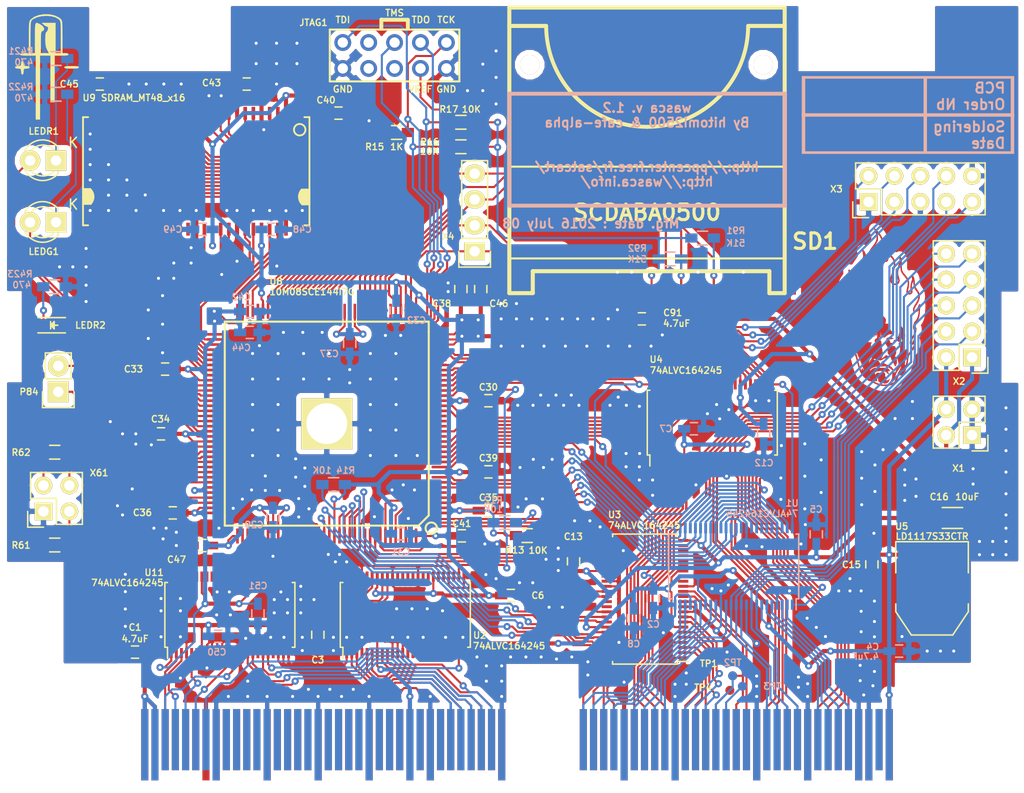
<source format=kicad_pcb>
(kicad_pcb (version 4) (host pcbnew 4.0.2-stable)
  (title_block (title Wasca) (date 2016-07-06) (rev 1.2) (company "cafe-alpha & hitomi2500") (comment 2 "Distributed under GNU GENERAL PUBLIC LICENSE Version 2"))
  (layers (0 Front signal) (31 Back signal) (34 B.Paste user) (35 F.Paste user) (36 B.SilkS user) (37 F.SilkS user) (38 B.Mask user) (39 F.Mask user) (44 Edge.Cuts user))
  (net 0 "")
  (net 1 /+5V)
  (net 2 GND)
  (net 3 /+3_3V)
  (net 4 /ABUS_A24)
  (net 5 /ABUS_A22)
  (net 6 /ABUS_A20)
  (net 7 /ABUS_A18)
  (net 8 /ABUS_A16)
  (net 9 /RESET)
  (net 10 /ABUS_A25)
  (net 11 /ABUS_A23)
  (net 12 /ABUS_A21)
  (net 13 /ABUS_A19)
  (net 14 /ABUS_A17)
  (net 15 /ABUS_A15)
  (net 16 /ABUS_A12)
  (net 17 /ABUS_A13)
  (net 18 /ABUS_A8)
  (net 19 /ABUS_A9)
  (net 20 /ABUS_A11)
  (net 21 /ABUS_A10)
  (net 22 /ABUS_A1)
  (net 23 /ABUS_CS0)
  (net 24 /ABUS_CS2)
  (net 25 /ABUS_WR0)
  (net 26 /ABUS_D0)
  (net 27 /ABUS_D1)
  (net 28 /ABUS_D2)
  (net 29 /ABUS_D3)
  (net 30 /ABUS_D8)
  (net 31 /ABUS_D9)
  (net 32 /ABUS_D10)
  (net 33 /ABUS_D11)
  (net 34 /ABUS_A14)
  (net 35 /ABUS_A7)
  (net 36 /ABUS_A6)
  (net 37 /ABUS_A5)
  (net 38 /ABUS_A4)
  (net 39 /ABUS_A3)
  (net 40 /ABUS_A2)
  (net 41 /ABUS_A0)
  (net 42 /ABUS_RD)
  (net 43 /ABUS_CS1)
  (net 44 /ABUS_WR1)
  (net 45 /ABUS_WAIT)
  (net 46 /ABUS_IRQ)
  (net 47 /SDR_DQ0)
  (net 48 /SDR_DQ1)
  (net 49 /SDR_DQ2)
  (net 50 /SDR_DQ3)
  (net 51 /SDR_DQ4)
  (net 52 /SDR_DQ5)
  (net 53 /SDR_DQ6)
  (net 54 /SDR_DQ7)
  (net 55 /SDR_DQML)
  (net 56 /SDR_WE)
  (net 57 /SDR_CAS)
  (net 58 /SDR_RAS)
  (net 59 /SDR_CS)
  (net 60 /SDR_BA0)
  (net 61 /SDR_BA1)
  (net 62 /SDR_A10)
  (net 63 /SDR_A0)
  (net 64 /SDR_A1)
  (net 65 /SDR_A2)
  (net 66 /SDR_A3)
  (net 67 /SDR_A4)
  (net 68 /SDR_A5)
  (net 69 /SDR_A6)
  (net 70 /SDR_A7)
  (net 71 /SDR_A8)
  (net 72 /SDR_A9)
  (net 73 /SDR_A11)
  (net 74 /SDR_CKE)
  (net 75 /SDR_CLK)
  (net 76 /SDR_DQMH)
  (net 77 /SDR_DQ8)
  (net 78 /SDR_DQ9)
  (net 79 /SDR_DQ10)
  (net 80 /SDR_DQ11)
  (net 81 /SDR_DQ12)
  (net 82 /SDR_DQ13)
  (net 83 /SDR_DQ14)
  (net 84 /SDR_DQ15)
  (net 85 /ABUS_3V_MUX_DATA_DIR)
  (net 86 /ABUS_3V_MUX_EN2)
  (net 87 /ABUS_3V_MUX15)
  (net 88 /ABUS_3V_MUX14)
  (net 89 /ABUS_3V_MUX13)
  (net 90 /ABUS_3V_MUX12)
  (net 91 /ABUS_3V_MUX11)
  (net 92 /ABUS_3V_MUX10)
  (net 93 /ABUS_3V_MUX9)
  (net 94 /ABUS_3V_MUX8)
  (net 95 /ABUS_3V_MUX_EN1)
  (net 96 /ABUS_3V_A19)
  (net 97 /ABUS_3V_A21)
  (net 98 /ABUS_3V_A23)
  (net 99 /ABUS_3V_A25)
  (net 100 /ABUS_3V_WR0)
  (net 101 /ABUS_3V_CS2)
  (net 102 /ABUS_3V_CS0)
  (net 103 /ABUS_3V_WR1)
  (net 104 /ABUS_3V_CS1)
  (net 105 /ABUS_3V_RD)
  (net 106 /ABUS_3V_MUX7)
  (net 107 /ABUS_3V_MUX6)
  (net 108 /ABUS_3V_MUX5)
  (net 109 /ABUS_3V_MUX4)
  (net 110 /ABUS_3V_MUX3)
  (net 111 /ABUS_3V_MUX2)
  (net 112 /ABUS_3V_MUX1)
  (net 113 /ABUS_3V_MUX0)
  (net 114 /ABUS_3V_IRQ)
  (net 115 /ABUS_3V_WAIT)
  (net 116 /RESET_3V)
  (net 117 /ABUS_3V_A16)
  (net 118 /ABUS_3V_A18)
  (net 119 /ABUS_3V_A20)
  (net 120 /ABUS_3V_A22)
  (net 121 /ABUS_3V_A24)
  (net 122 /ABUS_3V_A17)
  (net 123 /JTAG_TMS)
  (net 124 /JTAG_TCK)
  (net 125 /JTAG_TDI)
  (net 126 /JTAG_TDO)
  (net 127 /ABUS_D7)
  (net 128 /ABUS_D6)
  (net 129 /ABUS_D5)
  (net 130 /ABUS_D4)
  (net 131 /ABUS_D15)
  (net 132 /ABUS_D14)
  (net 133 /ABUS_D13)
  (net 134 /ABUS_D12)
  (net 135 /SDR_A12)
  (net 136 /SCSPCLK)
  (net 137 /SCSPCLK_3V)
  (net 138 /ISD)
  (net 139 /IBCK)
  (net 140 /ILRCK)
  (net 141 /SSEL)
  (net 142 /SSEL_3V)
  (net 143 /ISD_3V)
  (net 144 /IBCK_3V)
  (net 145 /ILRCK_3V)
  (net 146 "Net-(R92-Pad2)")
  (net 147 /SD_CS)
  (net 148 /SD_DIN)
  (net 149 /SD_CLK)
  (net 150 /SD_DOUT)
  (net 151 "Net-(LEDR1-Pad1)")
  (net 152 "Net-(LEDG1-Pad1)")
  (net 153 /LEDG1)
  (net 154 /LEDR1)
  (net 155 /WAIT_ENABLE)
  (net 156 /USB_CS)
  (net 157 /USB_RD)
  (net 158 /USB_SPARE1)
  (net 159 /USB_SPARE2)
  (net 160 "Net-(LEDR2-Pad1)")
  (net 161 /DDR_SPARE1)
  (net 162 /DDR_SPARE3)
  (net 163 /DDR_SPARE2)
  (net 164 /ABUS_FC0)
  (net 165 /ABUS_TIM0)
  (net 166 /ABUS_FC1)
  (net 167 "Net-(R62-Pad1)")
  (net 168 "Net-(R62-Pad2)")
  (net 169 "Net-(R61-Pad2)")
  (module Housings_SSOP:TSSOP-48_6.1x12.5mm_Pitch0.5mm (layer Back) (at 98.6 136.3 90)
    (fp_text reference U1 (at 6.2 5.725 180) (layer B.SilkS) (effects (font (size 0.635 0.635) (thickness 0.127)) (justify mirror)))
    (fp_text value 74ALVC164245 (at 5.175 2.8 180) (layer B.SilkS) (effects (font (size 0.635 0.635) (thickness 0.127)) (justify mirror)))
    (pad 1 smd rect (at -3.75 5.75 90) (size 1 0.285) (layers Back B.Paste B.Mask) (net 85 /ABUS_3V_MUX_DATA_DIR))
    (pad 2 smd rect (at -3.75 5.25 90) (size 1 0.285) (layers Back B.Paste B.Mask) (net 33 /ABUS_D11))
    (pad 3 smd rect (at -3.75 4.75 90) (size 1 0.285) (layers Back B.Paste B.Mask) (net 32 /ABUS_D10))
    (pad 4 smd rect (at -3.75 4.25 90) (size 1 0.285) (layers Back B.Paste B.Mask) (net 2 GND))
    (pad 5 smd rect (at -3.75 3.75 90) (size 1 0.285) (layers Back B.Paste B.Mask) (net 31 /ABUS_D9))
    (pad 6 smd rect (at -3.75 3.25 90) (size 1 0.285) (layers Back B.Paste B.Mask) (net 30 /ABUS_D8))
    (pad 7 smd rect (at -3.75 2.75 90) (size 1 0.285) (layers Back B.Paste B.Mask) (net 1 /+5V))
    (pad 8 smd rect (at -3.75 2.25 90) (size 1 0.285) (layers Back B.Paste B.Mask) (net 29 /ABUS_D3))
    (pad 9 smd rect (at -3.75 1.75 90) (size 1 0.285) (layers Back B.Paste B.Mask) (net 28 /ABUS_D2))
    (pad 10 smd rect (at -3.75 1.25 90) (size 1 0.285) (layers Back B.Paste B.Mask) (net 2 GND))
    (pad 11 smd rect (at -3.75 0.75 90) (size 1 0.285) (layers Back B.Paste B.Mask) (net 27 /ABUS_D1))
    (pad 12 smd rect (at -3.75 0.25 90) (size 1 0.285) (layers Back B.Paste B.Mask) (net 26 /ABUS_D0))
    (pad 13 smd rect (at -3.75 -0.25 90) (size 1 0.285) (layers Back B.Paste B.Mask) (net 22 /ABUS_A1))
    (pad 14 smd rect (at -3.75 -0.75 90) (size 1 0.285) (layers Back B.Paste B.Mask) (net 21 /ABUS_A10))
    (pad 15 smd rect (at -3.75 -1.25 90) (size 1 0.285) (layers Back B.Paste B.Mask) (net 2 GND))
    (pad 16 smd rect (at -3.75 -1.75 90) (size 1 0.285) (layers Back B.Paste B.Mask) (net 20 /ABUS_A11))
    (pad 17 smd rect (at -3.75 -2.25 90) (size 1 0.285) (layers Back B.Paste B.Mask) (net 19 /ABUS_A9))
    (pad 18 smd rect (at -3.75 -2.75 90) (size 1 0.285) (layers Back B.Paste B.Mask) (net 1 /+5V))
    (pad 19 smd rect (at -3.75 -3.25 90) (size 1 0.285) (layers Back B.Paste B.Mask) (net 18 /ABUS_A8))
    (pad 20 smd rect (at -3.75 -3.75 90) (size 1 0.285) (layers Back B.Paste B.Mask) (net 17 /ABUS_A13))
    (pad 21 smd rect (at -3.75 -4.25 90) (size 1 0.285) (layers Back B.Paste B.Mask) (net 2 GND))
    (pad 22 smd rect (at -3.75 -4.75 90) (size 1 0.285) (layers Back B.Paste B.Mask) (net 16 /ABUS_A12))
    (pad 23 smd rect (at -3.75 -5.25 90) (size 1 0.285) (layers Back B.Paste B.Mask) (net 15 /ABUS_A15))
    (pad 24 smd rect (at -3.75 -5.75 90) (size 1 0.285) (layers Back B.Paste B.Mask) (net 2 GND))
    (pad 25 smd rect (at 3.75 -5.75 90) (size 1 0.285) (layers Back B.Paste B.Mask) (net 95 /ABUS_3V_MUX_EN1))
    (pad 26 smd rect (at 3.75 -5.25 90) (size 1 0.285) (layers Back B.Paste B.Mask) (net 91 /ABUS_3V_MUX11))
    (pad 27 smd rect (at 3.75 -4.75 90) (size 1 0.285) (layers Back B.Paste B.Mask) (net 92 /ABUS_3V_MUX10))
    (pad 28 smd rect (at 3.75 -4.25 90) (size 1 0.285) (layers Back B.Paste B.Mask) (net 2 GND))
    (pad 29 smd rect (at 3.75 -3.75 90) (size 1 0.285) (layers Back B.Paste B.Mask) (net 93 /ABUS_3V_MUX9))
    (pad 30 smd rect (at 3.75 -3.25 90) (size 1 0.285) (layers Back B.Paste B.Mask) (net 94 /ABUS_3V_MUX8))
    (pad 31 smd rect (at 3.75 -2.75 90) (size 1 0.285) (layers Back B.Paste B.Mask) (net 3 /+3_3V))
    (pad 32 smd rect (at 3.75 -2.25 90) (size 1 0.285) (layers Back B.Paste B.Mask) (net 110 /ABUS_3V_MUX3))
    (pad 33 smd rect (at 3.75 -1.75 90) (size 1 0.285) (layers Back B.Paste B.Mask) (net 111 /ABUS_3V_MUX2))
    (pad 34 smd rect (at 3.75 -1.25 90) (size 1 0.285) (layers Back B.Paste B.Mask) (net 2 GND))
    (pad 35 smd rect (at 3.75 -0.75 90) (size 1 0.285) (layers Back B.Paste B.Mask) (net 112 /ABUS_3V_MUX1))
    (pad 36 smd rect (at 3.75 -0.25 90) (size 1 0.285) (layers Back B.Paste B.Mask) (net 113 /ABUS_3V_MUX0))
    (pad 37 smd rect (at 3.75 0.25 90) (size 1 0.285) (layers Back B.Paste B.Mask) (net 113 /ABUS_3V_MUX0))
    (pad 38 smd rect (at 3.75 0.75 90) (size 1 0.285) (layers Back B.Paste B.Mask) (net 112 /ABUS_3V_MUX1))
    (pad 39 smd rect (at 3.75 1.25 90) (size 1 0.285) (layers Back B.Paste B.Mask) (net 2 GND))
    (pad 40 smd rect (at 3.75 1.75 90) (size 1 0.285) (layers Back B.Paste B.Mask) (net 111 /ABUS_3V_MUX2))
    (pad 41 smd rect (at 3.75 2.25 90) (size 1 0.285) (layers Back B.Paste B.Mask) (net 110 /ABUS_3V_MUX3))
    (pad 42 smd rect (at 3.75 2.75 90) (size 1 0.285) (layers Back B.Paste B.Mask) (net 3 /+3_3V))
    (pad 43 smd rect (at 3.75 3.25 90) (size 1 0.285) (layers Back B.Paste B.Mask) (net 94 /ABUS_3V_MUX8))
    (pad 44 smd rect (at 3.75 3.75 90) (size 1 0.285) (layers Back B.Paste B.Mask) (net 93 /ABUS_3V_MUX9))
    (pad 45 smd rect (at 3.75 4.25 90) (size 1 0.285) (layers Back B.Paste B.Mask) (net 2 GND))
    (pad 46 smd rect (at 3.75 4.75 90) (size 1 0.285) (layers Back B.Paste B.Mask) (net 92 /ABUS_3V_MUX10))
    (pad 47 smd rect (at 3.75 5.25 90) (size 1 0.285) (layers Back B.Paste B.Mask) (net 91 /ABUS_3V_MUX11))
    (pad 48 smd rect (at 3.75 5.75 90) (size 1 0.285) (layers Back B.Paste B.Mask) (net 86 /ABUS_3V_MUX_EN2))
  )
  (module Capacitors_SMD:C_0603_HandSoldering (layer Back) (at 51.95 140.9 270)
    (fp_text reference C51 (at -2.7 0 360) (layer B.SilkS) (effects (font (size 0.635 0.635) (thickness 0.127)) (justify mirror)))
    (fp_text value 0.1uF hide)
    (pad 1 smd rect (at -0.95 0 270) (size 1.2 0.75) (layers Back B.Paste B.Mask) (net 3 /+3_3V))
    (pad 2 smd rect (at 0.95 0 270) (size 1.2 0.75) (layers Back B.Paste B.Mask) (net 2 GND))
  )
  (module Capacitors_SMD:C_0603_HandSoldering (layer Back) (at 48.05 143.15)
    (fp_text reference C50 (at -0.125 1.55) (layer B.SilkS) (effects (font (size 0.635 0.635) (thickness 0.127)) (justify mirror)))
    (fp_text value 0.1uF hide)
    (pad 1 smd rect (at -0.95 0) (size 1.2 0.75) (layers Back B.Paste B.Mask) (net 1 /+5V))
    (pad 2 smd rect (at 0.95 0) (size 1.2 0.75) (layers Back B.Paste B.Mask) (net 2 GND))
  )
  (module Housings_SSOP:TSSOP-48_6.1x12.5mm_Pitch0.5mm (layer Front) (at 49.2 141.05 90)
    (fp_text reference U11 (at 4.15 -7.425 180) (layer F.SilkS) (effects (font (size 0.635 0.635) (thickness 0.127))))
    (fp_text value 74ALVC164245 (at 3.15 -10.05 180) (layer F.SilkS) (effects (font (size 0.635 0.635) (thickness 0.127))))
    (pad 1 smd rect (at -3.75 -5.75 90) (size 1 0.285) (layers Front F.Paste F.Mask) (net 3 /+3_3V))
    (pad 2 smd rect (at -3.75 -5.25 90) (size 1 0.285) (layers Front F.Paste F.Mask) (net 141 /SSEL))
    (pad 3 smd rect (at -3.75 -4.75 90) (size 1 0.285) (layers Front F.Paste F.Mask) (net 138 /ISD))
    (pad 4 smd rect (at -3.75 -4.25 90) (size 1 0.285) (layers Front F.Paste F.Mask) (net 2 GND))
    (pad 5 smd rect (at -3.75 -3.75 90) (size 1 0.285) (layers Front F.Paste F.Mask) (net 139 /IBCK))
    (pad 6 smd rect (at -3.75 -3.25 90) (size 1 0.285) (layers Front F.Paste F.Mask) (net 2 GND))
    (pad 7 smd rect (at -3.75 -2.75 90) (size 1 0.285) (layers Front F.Paste F.Mask) (net 1 /+5V))
    (pad 8 smd rect (at -3.75 -2.25 90) (size 1 0.285) (layers Front F.Paste F.Mask) (net 2 GND))
    (pad 9 smd rect (at -3.75 -1.75 90) (size 1 0.285) (layers Front F.Paste F.Mask) (net 2 GND))
    (pad 10 smd rect (at -3.75 -1.25 90) (size 1 0.285) (layers Front F.Paste F.Mask) (net 2 GND))
    (pad 11 smd rect (at -3.75 -0.75 90) (size 1 0.285) (layers Front F.Paste F.Mask) (net 2 GND))
    (pad 12 smd rect (at -3.75 -0.25 90) (size 1 0.285) (layers Front F.Paste F.Mask) (net 140 /ILRCK))
    (pad 13 smd rect (at -3.75 0.25 90) (size 1 0.285) (layers Front F.Paste F.Mask) (net 9 /RESET))
    (pad 14 smd rect (at -3.75 0.75 90) (size 1 0.285) (layers Front F.Paste F.Mask) (net 2 GND))
    (pad 15 smd rect (at -3.75 1.25 90) (size 1 0.285) (layers Front F.Paste F.Mask) (net 2 GND))
    (pad 16 smd rect (at -3.75 1.75 90) (size 1 0.285) (layers Front F.Paste F.Mask) (net 10 /ABUS_A25))
    (pad 17 smd rect (at -3.75 2.25 90) (size 1 0.285) (layers Front F.Paste F.Mask) (net 11 /ABUS_A23))
    (pad 18 smd rect (at -3.75 2.75 90) (size 1 0.285) (layers Front F.Paste F.Mask) (net 1 /+5V))
    (pad 19 smd rect (at -3.75 3.25 90) (size 1 0.285) (layers Front F.Paste F.Mask) (net 12 /ABUS_A21))
    (pad 20 smd rect (at -3.75 3.75 90) (size 1 0.285) (layers Front F.Paste F.Mask) (net 13 /ABUS_A19))
    (pad 21 smd rect (at -3.75 4.25 90) (size 1 0.285) (layers Front F.Paste F.Mask) (net 2 GND))
    (pad 22 smd rect (at -3.75 4.75 90) (size 1 0.285) (layers Front F.Paste F.Mask) (net 2 GND))
    (pad 23 smd rect (at -3.75 5.25 90) (size 1 0.285) (layers Front F.Paste F.Mask) (net 2 GND))
    (pad 24 smd rect (at -3.75 5.75 90) (size 1 0.285) (layers Front F.Paste F.Mask) (net 2 GND))
    (pad 25 smd rect (at 3.75 5.75 90) (size 1 0.285) (layers Front F.Paste F.Mask) (net 2 GND))
    (pad 26 smd rect (at 3.75 5.25 90) (size 1 0.285) (layers Front F.Paste F.Mask))
    (pad 27 smd rect (at 3.75 4.75 90) (size 1 0.285) (layers Front F.Paste F.Mask))
    (pad 28 smd rect (at 3.75 4.25 90) (size 1 0.285) (layers Front F.Paste F.Mask) (net 2 GND))
    (pad 29 smd rect (at 3.75 3.75 90) (size 1 0.285) (layers Front F.Paste F.Mask) (net 96 /ABUS_3V_A19))
    (pad 30 smd rect (at 3.75 3.25 90) (size 1 0.285) (layers Front F.Paste F.Mask) (net 97 /ABUS_3V_A21))
    (pad 31 smd rect (at 3.75 2.75 90) (size 1 0.285) (layers Front F.Paste F.Mask) (net 3 /+3_3V))
    (pad 32 smd rect (at 3.75 2.25 90) (size 1 0.285) (layers Front F.Paste F.Mask) (net 98 /ABUS_3V_A23))
    (pad 33 smd rect (at 3.75 1.75 90) (size 1 0.285) (layers Front F.Paste F.Mask) (net 99 /ABUS_3V_A25))
    (pad 34 smd rect (at 3.75 1.25 90) (size 1 0.285) (layers Front F.Paste F.Mask) (net 2 GND))
    (pad 35 smd rect (at 3.75 0.75 90) (size 1 0.285) (layers Front F.Paste F.Mask))
    (pad 36 smd rect (at 3.75 0.25 90) (size 1 0.285) (layers Front F.Paste F.Mask) (net 116 /RESET_3V))
    (pad 37 smd rect (at 3.75 -0.25 90) (size 1 0.285) (layers Front F.Paste F.Mask) (net 145 /ILRCK_3V))
    (pad 38 smd rect (at 3.75 -0.75 90) (size 1 0.285) (layers Front F.Paste F.Mask))
    (pad 39 smd rect (at 3.75 -1.25 90) (size 1 0.285) (layers Front F.Paste F.Mask) (net 2 GND))
    (pad 40 smd rect (at 3.75 -1.75 90) (size 1 0.285) (layers Front F.Paste F.Mask))
    (pad 41 smd rect (at 3.75 -2.25 90) (size 1 0.285) (layers Front F.Paste F.Mask))
    (pad 42 smd rect (at 3.75 -2.75 90) (size 1 0.285) (layers Front F.Paste F.Mask) (net 3 /+3_3V))
    (pad 43 smd rect (at 3.75 -3.25 90) (size 1 0.285) (layers Front F.Paste F.Mask))
    (pad 44 smd rect (at 3.75 -3.75 90) (size 1 0.285) (layers Front F.Paste F.Mask) (net 144 /IBCK_3V))
    (pad 45 smd rect (at 3.75 -4.25 90) (size 1 0.285) (layers Front F.Paste F.Mask) (net 2 GND))
    (pad 46 smd rect (at 3.75 -4.75 90) (size 1 0.285) (layers Front F.Paste F.Mask) (net 143 /ISD_3V))
    (pad 47 smd rect (at 3.75 -5.25 90) (size 1 0.285) (layers Front F.Paste F.Mask) (net 142 /SSEL_3V))
    (pad 48 smd rect (at 3.75 -5.75 90) (size 1 0.285) (layers Front F.Paste F.Mask) (net 2 GND))
  )
  (module Resistors_SMD:R_0603_HandSoldering (layer Back) (at 76.15 132)
    (fp_text reference R12 (at -1.125 -2.2) (layer B.SilkS) (effects (font (size 0.635 0.635) (thickness 0.127)) (justify mirror)))
    (fp_text value 10K (at -1.125 -1.3) (layer B.SilkS) (effects (font (size 0.635 0.635) (thickness 0.127)) (justify mirror)))
    (pad 1 smd rect (at -1.1 0) (size 1.2 0.9) (layers Back B.Paste B.Mask) (net 3 /+3_3V))
    (pad 2 smd rect (at 1.1 0) (size 1.2 0.9) (layers Back B.Paste B.Mask) (net 111 /ABUS_3V_MUX2))
  )
  (module Resistors_SMD:R_0603_HandSoldering (layer Front) (at 71.85 92.75 180)
    (fp_text reference R17 (at 1.175 1.275 180) (layer F.SilkS) (effects (font (size 0.635 0.635) (thickness 0.127))))
    (fp_text value 10K (at -1.025 1.275 180) (layer F.SilkS) (effects (font (size 0.635 0.635) (thickness 0.127))))
    (pad 1 smd rect (at -1.1 0 180) (size 1.2 0.9) (layers Front F.Paste F.Mask) (net 3 /+3_3V))
    (pad 2 smd rect (at 1.1 0 180) (size 1.2 0.9) (layers Front F.Paste F.Mask) (net 125 /JTAG_TDI))
  )
  (module Resistors_SMD:R_0603_HandSoldering (layer Front) (at 71.85 95.15 180)
    (fp_text reference R16 (at 3.05 0.475 180) (layer F.SilkS) (effects (font (size 0.635 0.635) (thickness 0.127))))
    (fp_text value 10K (at 3.075 -0.45 180) (layer F.SilkS) (effects (font (size 0.635 0.635) (thickness 0.127))))
    (pad 1 smd rect (at -1.1 0 180) (size 1.2 0.9) (layers Front F.Paste F.Mask) (net 3 /+3_3V))
    (pad 2 smd rect (at 1.1 0 180) (size 1.2 0.9) (layers Front F.Paste F.Mask) (net 123 /JTAG_TMS))
  )
  (module Resistors_SMD:R_0603_HandSoldering (layer Front) (at 65.55 93.75 180)
    (fp_text reference R15 (at 2.15 -1.4 180) (layer F.SilkS) (effects (font (size 0.635 0.635) (thickness 0.127))))
    (fp_text value 1K (at 0 -1.4 180) (layer F.SilkS) (effects (font (size 0.635 0.635) (thickness 0.127))))
    (pad 1 smd rect (at -1.1 0 180) (size 1.2 0.9) (layers Front F.Paste F.Mask) (net 124 /JTAG_TCK))
    (pad 2 smd rect (at 1.1 0 180) (size 1.2 0.9) (layers Front F.Paste F.Mask) (net 2 GND))
  )
  (module Resistors_SMD:R_0603_HandSoldering (layer Front) (at 78.35 133.275)
    (fp_text reference R13 (at -1.2 1.425) (layer F.SilkS) (effects (font (size 0.635 0.635) (thickness 0.127))))
    (fp_text value 10K (at 1.075 1.45) (layer F.SilkS) (effects (font (size 0.635 0.635) (thickness 0.127))))
    (pad 1 smd rect (at -1.1 0) (size 1.2 0.9) (layers Front F.Paste F.Mask) (net 3 /+3_3V))
    (pad 2 smd rect (at 1.1 0) (size 1.2 0.9) (layers Front F.Paste F.Mask) (net 155 /WAIT_ENABLE))
  )
  (module Capacitors_SMD:C_0603_HandSoldering (layer Back) (at 46.55 103.25 180)
    (fp_text reference C49 (at 2.95 0 180) (layer B.SilkS) (effects (font (size 0.635 0.635) (thickness 0.127)) (justify mirror)))
    (fp_text value 0.1uF hide)
    (pad 1 smd rect (at -0.95 0 180) (size 1.2 0.75) (layers Back B.Paste B.Mask) (net 3 /+3_3V))
    (pad 2 smd rect (at 0.95 0 180) (size 1.2 0.75) (layers Back B.Paste B.Mask) (net 2 GND))
  )
  (module Capacitors_SMD:C_0603_HandSoldering (layer Front) (at 74.55 120.05)
    (fp_text reference C30 (at 0 -1.325) (layer F.SilkS) (effects (font (size 0.635 0.635) (thickness 0.127))))
    (fp_text value 0.1uF hide)
    (pad 1 smd rect (at -0.95 0) (size 1.2 0.75) (layers Front F.Paste F.Mask) (net 3 /+3_3V))
    (pad 2 smd rect (at 0.95 0) (size 1.2 0.75) (layers Front F.Paste F.Mask) (net 2 GND))
  )
  (module Capacitors_SMD:C_0603_HandSoldering (layer Back) (at 53.425 131.5 270)
    (fp_text reference C29 (at 0.725 1.85 360) (layer B.SilkS) (effects (font (size 0.635 0.635) (thickness 0.127)) (justify mirror)))
    (fp_text value 0.1uF hide)
    (pad 1 smd rect (at -0.95 0 270) (size 1.2 0.75) (layers Back B.Paste B.Mask) (net 3 /+3_3V))
    (pad 2 smd rect (at 0.95 0 270) (size 1.2 0.75) (layers Back B.Paste B.Mask) (net 2 GND))
  )
  (module Capacitors_SMD:C_0603_HandSoldering (layer Front) (at 39.9 144.7 180)
    (fp_text reference C1 (at 0 2.425 180) (layer F.SilkS) (effects (font (size 0.635 0.635) (thickness 0.127))))
    (fp_text value 4.7uF (at 0 1.3 180) (layer F.SilkS) (effects (font (size 0.635 0.635) (thickness 0.127))))
    (pad 1 smd rect (at -0.95 0 180) (size 1.2 0.75) (layers Front F.Paste F.Mask) (net 1 /+5V))
    (pad 2 smd rect (at 0.95 0 180) (size 1.2 0.75) (layers Front F.Paste F.Mask) (net 2 GND))
  )
  (module Capacitors_SMD:C_0603_HandSoldering (layer Back) (at 90.725 139.425 270)
    (fp_text reference C2 (at 2.55 0 360) (layer B.SilkS) (effects (font (size 0.635 0.635) (thickness 0.127)) (justify mirror)))
    (fp_text value 0.1uF hide)
    (pad 1 smd rect (at -0.95 0 270) (size 1.2 0.75) (layers Back B.Paste B.Mask) (net 1 /+5V))
    (pad 2 smd rect (at 0.95 0 270) (size 1.2 0.75) (layers Back B.Paste B.Mask) (net 2 GND))
  )
  (module Capacitors_SMD:C_0603_HandSoldering (layer Front) (at 57.825 143 270)
    (fp_text reference C3 (at 2.475 0 360) (layer F.SilkS) (effects (font (size 0.635 0.635) (thickness 0.127))))
    (fp_text value 0.1uF hide)
    (pad 1 smd rect (at -0.95 0 270) (size 1.2 0.75) (layers Front F.Paste F.Mask) (net 1 /+5V))
    (pad 2 smd rect (at 0.95 0 270) (size 1.2 0.75) (layers Front F.Paste F.Mask) (net 2 GND))
  )
  (module Capacitors_SMD:C_0603_HandSoldering (layer Back) (at 114.825 144.6)
    (fp_text reference C4 (at -2.6 -0.425) (layer B.SilkS) (effects (font (size 0.635 0.635) (thickness 0.127)) (justify mirror)))
    (fp_text value 4.7uF (at -3.3 0.525) (layer B.SilkS) (effects (font (size 0.635 0.635) (thickness 0.127)) (justify mirror)))
    (pad 1 smd rect (at -0.95 0) (size 1.2 0.75) (layers Back B.Paste B.Mask) (net 1 /+5V))
    (pad 2 smd rect (at 0.95 0) (size 1.2 0.75) (layers Back B.Paste B.Mask) (net 2 GND))
  )
  (module Capacitors_SMD:C_0603_HandSoldering (layer Back) (at 106.7 133.15 90)
    (fp_text reference C5 (at 2.45 -0.025 180) (layer B.SilkS) (effects (font (size 0.635 0.635) (thickness 0.127)) (justify mirror)))
    (fp_text value 0.1uF hide)
    (pad 1 smd rect (at -0.95 0 90) (size 1.2 0.75) (layers Back B.Paste B.Mask) (net 3 /+3_3V))
    (pad 2 smd rect (at 0.95 0 90) (size 1.2 0.75) (layers Back B.Paste B.Mask) (net 2 GND))
  )
  (module Capacitors_SMD:C_0603_HandSoldering (layer Front) (at 76.75 139.15)
    (fp_text reference C6 (at 2.65 0) (layer F.SilkS) (effects (font (size 0.635 0.635) (thickness 0.127))))
    (fp_text value 0.1uF hide)
    (pad 1 smd rect (at -0.95 0) (size 1.2 0.75) (layers Front F.Paste F.Mask) (net 3 /+3_3V))
    (pad 2 smd rect (at 0.95 0) (size 1.2 0.75) (layers Front F.Paste F.Mask) (net 2 GND))
  )
  (module Capacitors_SMD:C_0603_HandSoldering (layer Back) (at 94.7 122.8)
    (fp_text reference C7 (at -2.75 0) (layer B.SilkS) (effects (font (size 0.635 0.635) (thickness 0.127)) (justify mirror)))
    (fp_text value 0.1uF hide)
    (pad 1 smd rect (at -0.95 0) (size 1.2 0.75) (layers Back B.Paste B.Mask) (net 1 /+5V))
    (pad 2 smd rect (at 0.95 0) (size 1.2 0.75) (layers Back B.Paste B.Mask) (net 2 GND))
  )
  (module Capacitors_SMD:C_0603_HandSoldering (layer Back) (at 88.8 141.375 270)
    (fp_text reference C8 (at 2.525 0 360) (layer B.SilkS) (effects (font (size 0.635 0.635) (thickness 0.127)) (justify mirror)))
    (fp_text value 0.1uF hide)
    (pad 1 smd rect (at -0.95 0 270) (size 1.2 0.75) (layers Back B.Paste B.Mask) (net 1 /+5V))
    (pad 2 smd rect (at 0.95 0 270) (size 1.2 0.75) (layers Back B.Paste B.Mask) (net 2 GND))
  )
  (module Capacitors_SMD:C_0603_HandSoldering (layer Back) (at 101.54 123.28 270)
    (fp_text reference C12 (at 2.87 -0.035 360) (layer B.SilkS) (effects (font (size 0.635 0.635) (thickness 0.127)) (justify mirror)))
    (fp_text value 0.1uF hide)
    (pad 1 smd rect (at -0.95 0 270) (size 1.2 0.75) (layers Back B.Paste B.Mask) (net 3 /+3_3V))
    (pad 2 smd rect (at 0.95 0 270) (size 1.2 0.75) (layers Back B.Paste B.Mask) (net 2 GND))
  )
  (module Capacitors_SMD:C_0603_HandSoldering (layer Front) (at 82.9 135.8 90)
    (fp_text reference C13 (at 2.425 -0.025 180) (layer F.SilkS) (effects (font (size 0.635 0.635) (thickness 0.127))))
    (fp_text value 0.1uF hide)
    (pad 1 smd rect (at -0.95 0 90) (size 1.2 0.75) (layers Front F.Paste F.Mask) (net 3 /+3_3V))
    (pad 2 smd rect (at 0.95 0 90) (size 1.2 0.75) (layers Front F.Paste F.Mask) (net 2 GND))
  )
  (module Capacitors_SMD:C_0603_HandSoldering (layer Front) (at 112.15 136.1 270)
    (fp_text reference C15 (at 0.025 2 360) (layer F.SilkS) (effects (font (size 0.635 0.635) (thickness 0.127))))
    (fp_text value 0.1uF hide)
    (pad 1 smd rect (at -0.95 0 270) (size 1.2 0.75) (layers Front F.Paste F.Mask) (net 1 /+5V))
    (pad 2 smd rect (at 0.95 0 270) (size 1.2 0.75) (layers Front F.Paste F.Mask) (net 2 GND))
  )
  (module Capacitors_SMD:C_0603_HandSoldering (layer Back) (at 65.95 133.1)
    (fp_text reference C31 (at 0 1.75) (layer B.SilkS) (effects (font (size 0.635 0.635) (thickness 0.127)) (justify mirror)))
    (fp_text value 0.1uF hide)
    (pad 1 smd rect (at -0.95 0) (size 1.2 0.75) (layers Back B.Paste B.Mask) (net 3 /+3_3V))
    (pad 2 smd rect (at 0.95 0) (size 1.2 0.75) (layers Back B.Paste B.Mask) (net 2 GND))
  )
  (module Capacitors_SMD:C_0603_HandSoldering (layer Back) (at 65.5 111.2 270)
    (fp_text reference C32 (at 0.975 -2 360) (layer B.SilkS) (effects (font (size 0.635 0.635) (thickness 0.127)) (justify mirror)))
    (fp_text value 0.1uF hide)
    (pad 1 smd rect (at -0.95 0 270) (size 1.2 0.75) (layers Back B.Paste B.Mask) (net 3 /+3_3V))
    (pad 2 smd rect (at 0.95 0 270) (size 1.2 0.75) (layers Back B.Paste B.Mask) (net 2 GND))
  )
  (module Capacitors_SMD:C_0603_HandSoldering (layer Front) (at 42.45 123.3 180)
    (fp_text reference C34 (at 0.05 1.45 180) (layer F.SilkS) (effects (font (size 0.635 0.635) (thickness 0.127))))
    (fp_text value 0.1uF hide)
    (pad 1 smd rect (at -0.95 0 180) (size 1.2 0.75) (layers Front F.Paste F.Mask) (net 3 /+3_3V))
    (pad 2 smd rect (at 0.95 0 180) (size 1.2 0.75) (layers Front F.Paste F.Mask) (net 2 GND))
  )
  (module Capacitors_SMD:C_0603_HandSoldering (layer Front) (at 74.55 130.825)
    (fp_text reference C35 (at 0 -1.275) (layer F.SilkS) (effects (font (size 0.635 0.635) (thickness 0.127))))
    (fp_text value 0.1uF hide)
    (pad 1 smd rect (at -0.95 0) (size 1.2 0.75) (layers Front F.Paste F.Mask) (net 3 /+3_3V))
    (pad 2 smd rect (at 0.95 0) (size 1.2 0.75) (layers Front F.Paste F.Mask) (net 2 GND))
  )
  (module Capacitors_SMD:C_0603_HandSoldering (layer Front) (at 43.6 131.05 180)
    (fp_text reference C36 (at 2.975 0.025 180) (layer F.SilkS) (effects (font (size 0.635 0.635) (thickness 0.127))))
    (fp_text value 0.1uF hide)
    (pad 1 smd rect (at -0.95 0 180) (size 1.2 0.75) (layers Front F.Paste F.Mask) (net 3 /+3_3V))
    (pad 2 smd rect (at 0.95 0 180) (size 1.2 0.75) (layers Front F.Paste F.Mask) (net 2 GND))
  )
  (module Capacitors_SMD:C_0603_HandSoldering (layer Back) (at 60.95 114.475 270)
    (fp_text reference C37 (at 0.975 2 360) (layer B.SilkS) (effects (font (size 0.635 0.635) (thickness 0.127)) (justify mirror)))
    (fp_text value 0.1uF hide)
    (pad 1 smd rect (at -0.95 0 270) (size 1.2 0.75) (layers Back B.Paste B.Mask) (net 3 /+3_3V))
    (pad 2 smd rect (at 0.95 0 270) (size 1.2 0.75) (layers Back B.Paste B.Mask) (net 2 GND))
  )
  (module Capacitors_SMD:C_0603_HandSoldering (layer Front) (at 71.85 109.1 90)
    (fp_text reference C38 (at -1.425 -1.875 180) (layer F.SilkS) (effects (font (size 0.635 0.635) (thickness 0.127))))
    (fp_text value 0.1uF hide)
    (pad 1 smd rect (at -0.95 0 90) (size 1.2 0.75) (layers Front F.Paste F.Mask) (net 3 /+3_3V))
    (pad 2 smd rect (at 0.95 0 90) (size 1.2 0.75) (layers Front F.Paste F.Mask) (net 2 GND))
  )
  (module Capacitors_SMD:C_0603_HandSoldering (layer Front) (at 74.55 127.025)
    (fp_text reference C39 (at 0 -1.35) (layer F.SilkS) (effects (font (size 0.635 0.635) (thickness 0.127))))
    (fp_text value 0.1uF hide)
    (pad 1 smd rect (at -0.95 0) (size 1.2 0.75) (layers Front F.Paste F.Mask) (net 3 /+3_3V))
    (pad 2 smd rect (at 0.95 0) (size 1.2 0.75) (layers Front F.Paste F.Mask) (net 2 GND))
  )
  (module Capacitors_SMD:C_0603_HandSoldering (layer Front) (at 59.85 91.85)
    (fp_text reference C40 (at -1.225 -1.275) (layer F.SilkS) (effects (font (size 0.635 0.635) (thickness 0.127))))
    (fp_text value 0.1uF hide)
    (pad 1 smd rect (at -0.95 0) (size 1.2 0.75) (layers Front F.Paste F.Mask) (net 3 /+3_3V))
    (pad 2 smd rect (at 0.95 0) (size 1.2 0.75) (layers Front F.Paste F.Mask) (net 2 GND))
  )
  (module Capacitors_SMD:C_0603_HandSoldering (layer Front) (at 71.95 133.3)
    (fp_text reference C41 (at 0 -1.2) (layer F.SilkS) (effects (font (size 0.635 0.635) (thickness 0.127))))
    (fp_text value 0.1uF hide)
    (pad 1 smd rect (at -0.95 0) (size 1.2 0.75) (layers Front F.Paste F.Mask) (net 3 /+3_3V))
    (pad 2 smd rect (at 0.95 0) (size 1.2 0.75) (layers Front F.Paste F.Mask) (net 2 GND))
  )
  (module Capacitors_SMD:C_0603_HandSoldering (layer Back) (at 51.15 111.3)
    (fp_text reference C42 (at -0.825 -1.425) (layer B.SilkS) (effects (font (size 0.635 0.635) (thickness 0.127)) (justify mirror)))
    (fp_text value 0.1uF hide)
    (pad 1 smd rect (at -0.95 0) (size 1.2 0.75) (layers Back B.Paste B.Mask) (net 3 /+3_3V))
    (pad 2 smd rect (at 0.95 0) (size 1.2 0.75) (layers Back B.Paste B.Mask) (net 2 GND))
  )
  (module Capacitors_SMD:C_0603_HandSoldering (layer Front) (at 50.85 89)
    (fp_text reference C43 (at -3.4417 -0.1143) (layer F.SilkS) (effects (font (size 0.635 0.635) (thickness 0.127))))
    (fp_text value 0.1uF hide)
    (pad 1 smd rect (at -0.95 0) (size 1.2 0.75) (layers Front F.Paste F.Mask) (net 3 /+3_3V))
    (pad 2 smd rect (at 0.95 0) (size 1.2 0.75) (layers Front F.Paste F.Mask) (net 2 GND))
  )
  (module Capacitors_SMD:C_0603_HandSoldering (layer Back) (at 51.15 113.35)
    (fp_text reference C44 (at -0.825 1.5) (layer B.SilkS) (effects (font (size 0.635 0.635) (thickness 0.127)) (justify mirror)))
    (fp_text value 0.1uF hide)
    (pad 1 smd rect (at -0.95 0) (size 1.2 0.75) (layers Back B.Paste B.Mask) (net 3 /+3_3V))
    (pad 2 smd rect (at 0.95 0) (size 1.2 0.75) (layers Back B.Paste B.Mask) (net 2 GND))
  )
  (module Capacitors_SMD:C_0603_HandSoldering (layer Front) (at 36.45 89)
    (fp_text reference C45 (at -3 0) (layer F.SilkS) (effects (font (size 0.635 0.635) (thickness 0.127))))
    (fp_text value 0.1uF hide)
    (pad 1 smd rect (at -0.95 0) (size 1.2 0.75) (layers Front F.Paste F.Mask) (net 3 /+3_3V))
    (pad 2 smd rect (at 0.95 0) (size 1.2 0.75) (layers Front F.Paste F.Mask) (net 2 GND))
  )
  (module Capacitors_SMD:C_0603_HandSoldering (layer Front) (at 73.8 109.1 90)
    (fp_text reference C46 (at -1.425 1.775 180) (layer F.SilkS) (effects (font (size 0.635 0.635) (thickness 0.127))))
    (fp_text value 0.1uF hide)
    (pad 1 smd rect (at -0.95 0 90) (size 1.2 0.75) (layers Front F.Paste F.Mask) (net 3 /+3_3V))
    (pad 2 smd rect (at 0.95 0 90) (size 1.2 0.75) (layers Front F.Paste F.Mask) (net 2 GND))
  )
  (module Capacitors_SMD:C_0603_HandSoldering (layer Front) (at 46.5 134.25 180)
    (fp_text reference C47 (at 2.525 -1.375 180) (layer F.SilkS) (effects (font (size 0.635 0.635) (thickness 0.127))))
    (fp_text value 0.1uF hide)
    (pad 1 smd rect (at -0.95 0 180) (size 1.2 0.75) (layers Front F.Paste F.Mask) (net 3 /+3_3V))
    (pad 2 smd rect (at 0.95 0 180) (size 1.2 0.75) (layers Front F.Paste F.Mask) (net 2 GND))
  )
  (module Capacitors_SMD:C_0603_HandSoldering (layer Back) (at 53.25 103.25)
    (fp_text reference C48 (at 3.05 0) (layer B.SilkS) (effects (font (size 0.635 0.635) (thickness 0.127)) (justify mirror)))
    (fp_text value 0.1uF hide)
    (pad 1 smd rect (at -0.95 0) (size 1.2 0.75) (layers Back B.Paste B.Mask) (net 3 /+3_3V))
    (pad 2 smd rect (at 0.95 0) (size 1.2 0.75) (layers Back B.Paste B.Mask) (net 2 GND))
  )
  (module Housings_SSOP:TSSOP-48_6.1x12.5mm_Pitch0.5mm (layer Front) (at 66.4 141.05 90)
    (fp_text reference U2 (at -2 7.3 180) (layer F.SilkS) (effects (font (size 0.635 0.635) (thickness 0.127))))
    (fp_text value 74ALVC164245 (at -3.05 10.175 180) (layer F.SilkS) (effects (font (size 0.635 0.635) (thickness 0.127))))
    (pad 1 smd rect (at -3.75 -5.75 90) (size 1 0.285) (layers Front F.Paste F.Mask) (net 2 GND))
    (pad 2 smd rect (at -3.75 -5.25 90) (size 1 0.285) (layers Front F.Paste F.Mask) (net 4 /ABUS_A24))
    (pad 3 smd rect (at -3.75 -4.75 90) (size 1 0.285) (layers Front F.Paste F.Mask) (net 5 /ABUS_A22))
    (pad 4 smd rect (at -3.75 -4.25 90) (size 1 0.285) (layers Front F.Paste F.Mask) (net 2 GND))
    (pad 5 smd rect (at -3.75 -3.75 90) (size 1 0.285) (layers Front F.Paste F.Mask) (net 6 /ABUS_A20))
    (pad 6 smd rect (at -3.75 -3.25 90) (size 1 0.285) (layers Front F.Paste F.Mask) (net 7 /ABUS_A18))
    (pad 7 smd rect (at -3.75 -2.75 90) (size 1 0.285) (layers Front F.Paste F.Mask) (net 1 /+5V))
    (pad 8 smd rect (at -3.75 -2.25 90) (size 1 0.285) (layers Front F.Paste F.Mask) (net 8 /ABUS_A16))
    (pad 9 smd rect (at -3.75 -1.75 90) (size 1 0.285) (layers Front F.Paste F.Mask) (net 14 /ABUS_A17))
    (pad 10 smd rect (at -3.75 -1.25 90) (size 1 0.285) (layers Front F.Paste F.Mask) (net 2 GND))
    (pad 11 smd rect (at -3.75 -0.75 90) (size 1 0.285) (layers Front F.Paste F.Mask) (net 2 GND))
    (pad 12 smd rect (at -3.75 -0.25 90) (size 1 0.285) (layers Front F.Paste F.Mask) (net 2 GND))
    (pad 13 smd rect (at -3.75 0.25 90) (size 1 0.285) (layers Front F.Paste F.Mask) (net 2 GND))
    (pad 14 smd rect (at -3.75 0.75 90) (size 1 0.285) (layers Front F.Paste F.Mask) (net 2 GND))
    (pad 15 smd rect (at -3.75 1.25 90) (size 1 0.285) (layers Front F.Paste F.Mask) (net 2 GND))
    (pad 16 smd rect (at -3.75 1.75 90) (size 1 0.285) (layers Front F.Paste F.Mask) (net 2 GND))
    (pad 17 smd rect (at -3.75 2.25 90) (size 1 0.285) (layers Front F.Paste F.Mask) (net 2 GND))
    (pad 18 smd rect (at -3.75 2.75 90) (size 1 0.285) (layers Front F.Paste F.Mask) (net 1 /+5V))
    (pad 19 smd rect (at -3.75 3.25 90) (size 1 0.285) (layers Front F.Paste F.Mask) (net 2 GND))
    (pad 20 smd rect (at -3.75 3.75 90) (size 1 0.285) (layers Front F.Paste F.Mask) (net 2 GND))
    (pad 21 smd rect (at -3.75 4.25 90) (size 1 0.285) (layers Front F.Paste F.Mask) (net 2 GND))
    (pad 22 smd rect (at -3.75 4.75 90) (size 1 0.285) (layers Front F.Paste F.Mask) (net 2 GND))
    (pad 23 smd rect (at -3.75 5.25 90) (size 1 0.285) (layers Front F.Paste F.Mask) (net 136 /SCSPCLK))
    (pad 24 smd rect (at -3.75 5.75 90) (size 1 0.285) (layers Front F.Paste F.Mask) (net 2 GND))
    (pad 25 smd rect (at 3.75 5.75 90) (size 1 0.285) (layers Front F.Paste F.Mask) (net 2 GND))
    (pad 26 smd rect (at 3.75 5.25 90) (size 1 0.285) (layers Front F.Paste F.Mask) (net 137 /SCSPCLK_3V))
    (pad 27 smd rect (at 3.75 4.75 90) (size 1 0.285) (layers Front F.Paste F.Mask))
    (pad 28 smd rect (at 3.75 4.25 90) (size 1 0.285) (layers Front F.Paste F.Mask) (net 2 GND))
    (pad 29 smd rect (at 3.75 3.75 90) (size 1 0.285) (layers Front F.Paste F.Mask))
    (pad 30 smd rect (at 3.75 3.25 90) (size 1 0.285) (layers Front F.Paste F.Mask))
    (pad 31 smd rect (at 3.75 2.75 90) (size 1 0.285) (layers Front F.Paste F.Mask) (net 3 /+3_3V))
    (pad 32 smd rect (at 3.75 2.25 90) (size 1 0.285) (layers Front F.Paste F.Mask))
    (pad 33 smd rect (at 3.75 1.75 90) (size 1 0.285) (layers Front F.Paste F.Mask))
    (pad 34 smd rect (at 3.75 1.25 90) (size 1 0.285) (layers Front F.Paste F.Mask) (net 2 GND))
    (pad 35 smd rect (at 3.75 0.75 90) (size 1 0.285) (layers Front F.Paste F.Mask))
    (pad 36 smd rect (at 3.75 0.25 90) (size 1 0.285) (layers Front F.Paste F.Mask))
    (pad 37 smd rect (at 3.75 -0.25 90) (size 1 0.285) (layers Front F.Paste F.Mask))
    (pad 38 smd rect (at 3.75 -0.75 90) (size 1 0.285) (layers Front F.Paste F.Mask))
    (pad 39 smd rect (at 3.75 -1.25 90) (size 1 0.285) (layers Front F.Paste F.Mask) (net 2 GND))
    (pad 40 smd rect (at 3.75 -1.75 90) (size 1 0.285) (layers Front F.Paste F.Mask) (net 122 /ABUS_3V_A17))
    (pad 41 smd rect (at 3.75 -2.25 90) (size 1 0.285) (layers Front F.Paste F.Mask) (net 117 /ABUS_3V_A16))
    (pad 42 smd rect (at 3.75 -2.75 90) (size 1 0.285) (layers Front F.Paste F.Mask) (net 3 /+3_3V))
    (pad 43 smd rect (at 3.75 -3.25 90) (size 1 0.285) (layers Front F.Paste F.Mask) (net 118 /ABUS_3V_A18))
    (pad 44 smd rect (at 3.75 -3.75 90) (size 1 0.285) (layers Front F.Paste F.Mask) (net 119 /ABUS_3V_A20))
    (pad 45 smd rect (at 3.75 -4.25 90) (size 1 0.285) (layers Front F.Paste F.Mask) (net 2 GND))
    (pad 46 smd rect (at 3.75 -4.75 90) (size 1 0.285) (layers Front F.Paste F.Mask) (net 120 /ABUS_3V_A22))
    (pad 47 smd rect (at 3.75 -5.25 90) (size 1 0.285) (layers Front F.Paste F.Mask) (net 121 /ABUS_3V_A24))
    (pad 48 smd rect (at 3.75 -5.75 90) (size 1 0.285) (layers Front F.Paste F.Mask) (net 2 GND))
  )
  (module Housings_SSOP:TSSOP-48_6.1x12.5mm_Pitch0.5mm (layer Front) (at 89.9 139.5 180)
    (fp_text reference U3 (at 2.975 8.275 180) (layer F.SilkS) (effects (font (size 0.635 0.635) (thickness 0.127))))
    (fp_text value 74ALVC164245 (at 0.075 7.225 360) (layer F.SilkS) (effects (font (size 0.635 0.635) (thickness 0.127))))
    (pad 1 smd rect (at -3.75 -5.75 180) (size 1 0.285) (layers Front F.Paste F.Mask) (net 2 GND))
    (pad 2 smd rect (at -3.75 -5.25 180) (size 1 0.285) (layers Front F.Paste F.Mask) (net 42 /ABUS_RD))
    (pad 3 smd rect (at -3.75 -4.75 180) (size 1 0.285) (layers Front F.Paste F.Mask) (net 43 /ABUS_CS1))
    (pad 4 smd rect (at -3.75 -4.25 180) (size 1 0.285) (layers Front F.Paste F.Mask) (net 2 GND))
    (pad 5 smd rect (at -3.75 -3.75 180) (size 1 0.285) (layers Front F.Paste F.Mask) (net 44 /ABUS_WR1))
    (pad 6 smd rect (at -3.75 -3.25 180) (size 1 0.285) (layers Front F.Paste F.Mask) (net 25 /ABUS_WR0))
    (pad 7 smd rect (at -3.75 -2.75 180) (size 1 0.285) (layers Front F.Paste F.Mask) (net 1 /+5V))
    (pad 8 smd rect (at -3.75 -2.25 180) (size 1 0.285) (layers Front F.Paste F.Mask) (net 24 /ABUS_CS2))
    (pad 9 smd rect (at -3.75 -1.75 180) (size 1 0.285) (layers Front F.Paste F.Mask) (net 23 /ABUS_CS0))
    (pad 10 smd rect (at -3.75 -1.25 180) (size 1 0.285) (layers Front F.Paste F.Mask) (net 2 GND))
    (pad 11 smd rect (at -3.75 -0.75 180) (size 1 0.285) (layers Front F.Paste F.Mask) (net 2 GND))
    (pad 12 smd rect (at -3.75 -0.25 180) (size 1 0.285) (layers Front F.Paste F.Mask) (net 2 GND))
    (pad 13 smd rect (at -3.75 0.25 180) (size 1 0.285) (layers Front F.Paste F.Mask) (net 45 /ABUS_WAIT))
    (pad 14 smd rect (at -3.75 0.75 180) (size 1 0.285) (layers Front F.Paste F.Mask) (net 46 /ABUS_IRQ))
    (pad 15 smd rect (at -3.75 1.25 180) (size 1 0.285) (layers Front F.Paste F.Mask) (net 2 GND))
    (pad 16 smd rect (at -3.75 1.75 180) (size 1 0.285) (layers Front F.Paste F.Mask))
    (pad 17 smd rect (at -3.75 2.25 180) (size 1 0.285) (layers Front F.Paste F.Mask))
    (pad 18 smd rect (at -3.75 2.75 180) (size 1 0.285) (layers Front F.Paste F.Mask) (net 1 /+5V))
    (pad 19 smd rect (at -3.75 3.25 180) (size 1 0.285) (layers Front F.Paste F.Mask))
    (pad 20 smd rect (at -3.75 3.75 180) (size 1 0.285) (layers Front F.Paste F.Mask))
    (pad 21 smd rect (at -3.75 4.25 180) (size 1 0.285) (layers Front F.Paste F.Mask) (net 2 GND))
    (pad 22 smd rect (at -3.75 4.75 180) (size 1 0.285) (layers Front F.Paste F.Mask))
    (pad 23 smd rect (at -3.75 5.25 180) (size 1 0.285) (layers Front F.Paste F.Mask))
    (pad 24 smd rect (at -3.75 5.75 180) (size 1 0.285) (layers Front F.Paste F.Mask) (net 3 /+3_3V))
    (pad 25 smd rect (at 3.75 5.75 180) (size 1 0.285) (layers Front F.Paste F.Mask) (net 155 /WAIT_ENABLE))
    (pad 26 smd rect (at 3.75 5.25 180) (size 1 0.285) (layers Front F.Paste F.Mask) (net 2 GND))
    (pad 27 smd rect (at 3.75 4.75 180) (size 1 0.285) (layers Front F.Paste F.Mask) (net 2 GND))
    (pad 28 smd rect (at 3.75 4.25 180) (size 1 0.285) (layers Front F.Paste F.Mask) (net 2 GND))
    (pad 29 smd rect (at 3.75 3.75 180) (size 1 0.285) (layers Front F.Paste F.Mask) (net 2 GND))
    (pad 30 smd rect (at 3.75 3.25 180) (size 1 0.285) (layers Front F.Paste F.Mask) (net 2 GND))
    (pad 31 smd rect (at 3.75 2.75 180) (size 1 0.285) (layers Front F.Paste F.Mask) (net 3 /+3_3V))
    (pad 32 smd rect (at 3.75 2.25 180) (size 1 0.285) (layers Front F.Paste F.Mask) (net 2 GND))
    (pad 33 smd rect (at 3.75 1.75 180) (size 1 0.285) (layers Front F.Paste F.Mask) (net 2 GND))
    (pad 34 smd rect (at 3.75 1.25 180) (size 1 0.285) (layers Front F.Paste F.Mask) (net 2 GND))
    (pad 35 smd rect (at 3.75 0.75 180) (size 1 0.285) (layers Front F.Paste F.Mask) (net 114 /ABUS_3V_IRQ))
    (pad 36 smd rect (at 3.75 0.25 180) (size 1 0.285) (layers Front F.Paste F.Mask) (net 115 /ABUS_3V_WAIT))
    (pad 37 smd rect (at 3.75 -0.25 180) (size 1 0.285) (layers Front F.Paste F.Mask))
    (pad 38 smd rect (at 3.75 -0.75 180) (size 1 0.285) (layers Front F.Paste F.Mask))
    (pad 39 smd rect (at 3.75 -1.25 180) (size 1 0.285) (layers Front F.Paste F.Mask) (net 2 GND))
    (pad 40 smd rect (at 3.75 -1.75 180) (size 1 0.285) (layers Front F.Paste F.Mask) (net 102 /ABUS_3V_CS0))
    (pad 41 smd rect (at 3.75 -2.25 180) (size 1 0.285) (layers Front F.Paste F.Mask) (net 101 /ABUS_3V_CS2))
    (pad 42 smd rect (at 3.75 -2.75 180) (size 1 0.285) (layers Front F.Paste F.Mask) (net 3 /+3_3V))
    (pad 43 smd rect (at 3.75 -3.25 180) (size 1 0.285) (layers Front F.Paste F.Mask) (net 100 /ABUS_3V_WR0))
    (pad 44 smd rect (at 3.75 -3.75 180) (size 1 0.285) (layers Front F.Paste F.Mask) (net 103 /ABUS_3V_WR1))
    (pad 45 smd rect (at 3.75 -4.25 180) (size 1 0.285) (layers Front F.Paste F.Mask) (net 2 GND))
    (pad 46 smd rect (at 3.75 -4.75 180) (size 1 0.285) (layers Front F.Paste F.Mask) (net 104 /ABUS_3V_CS1))
    (pad 47 smd rect (at 3.75 -5.25 180) (size 1 0.285) (layers Front F.Paste F.Mask) (net 105 /ABUS_3V_RD))
    (pad 48 smd rect (at 3.75 -5.75 180) (size 1 0.285) (layers Front F.Paste F.Mask) (net 2 GND))
  )
  (module Housings_SSOP:TSSOP-48_6.1x12.5mm_Pitch0.5mm (layer Front) (at 96.5 122.2 90)
    (fp_text reference U4 (at 6.2 -5.5 180) (layer F.SilkS) (effects (font (size 0.635 0.635) (thickness 0.127))))
    (fp_text value 74ALVC164245 (at 5.125 -2.575 180) (layer F.SilkS) (effects (font (size 0.635 0.635) (thickness 0.127))))
    (pad 1 smd rect (at -3.75 -5.75 90) (size 1 0.285) (layers Front F.Paste F.Mask) (net 2 GND))
    (pad 2 smd rect (at -3.75 -5.25 90) (size 1 0.285) (layers Front F.Paste F.Mask) (net 34 /ABUS_A14))
    (pad 3 smd rect (at -3.75 -4.75 90) (size 1 0.285) (layers Front F.Paste F.Mask) (net 35 /ABUS_A7))
    (pad 4 smd rect (at -3.75 -4.25 90) (size 1 0.285) (layers Front F.Paste F.Mask) (net 2 GND))
    (pad 5 smd rect (at -3.75 -3.75 90) (size 1 0.285) (layers Front F.Paste F.Mask) (net 36 /ABUS_A6))
    (pad 6 smd rect (at -3.75 -3.25 90) (size 1 0.285) (layers Front F.Paste F.Mask) (net 37 /ABUS_A5))
    (pad 7 smd rect (at -3.75 -2.75 90) (size 1 0.285) (layers Front F.Paste F.Mask) (net 1 /+5V))
    (pad 8 smd rect (at -3.75 -2.25 90) (size 1 0.285) (layers Front F.Paste F.Mask) (net 38 /ABUS_A4))
    (pad 9 smd rect (at -3.75 -1.75 90) (size 1 0.285) (layers Front F.Paste F.Mask) (net 39 /ABUS_A3))
    (pad 10 smd rect (at -3.75 -1.25 90) (size 1 0.285) (layers Front F.Paste F.Mask) (net 2 GND))
    (pad 11 smd rect (at -3.75 -0.75 90) (size 1 0.285) (layers Front F.Paste F.Mask) (net 40 /ABUS_A2))
    (pad 12 smd rect (at -3.75 -0.25 90) (size 1 0.285) (layers Front F.Paste F.Mask) (net 41 /ABUS_A0))
    (pad 13 smd rect (at -3.75 0.25 90) (size 1 0.285) (layers Front F.Paste F.Mask) (net 127 /ABUS_D7))
    (pad 14 smd rect (at -3.75 0.75 90) (size 1 0.285) (layers Front F.Paste F.Mask) (net 128 /ABUS_D6))
    (pad 15 smd rect (at -3.75 1.25 90) (size 1 0.285) (layers Front F.Paste F.Mask) (net 2 GND))
    (pad 16 smd rect (at -3.75 1.75 90) (size 1 0.285) (layers Front F.Paste F.Mask) (net 129 /ABUS_D5))
    (pad 17 smd rect (at -3.75 2.25 90) (size 1 0.285) (layers Front F.Paste F.Mask) (net 130 /ABUS_D4))
    (pad 18 smd rect (at -3.75 2.75 90) (size 1 0.285) (layers Front F.Paste F.Mask) (net 1 /+5V))
    (pad 19 smd rect (at -3.75 3.25 90) (size 1 0.285) (layers Front F.Paste F.Mask) (net 131 /ABUS_D15))
    (pad 20 smd rect (at -3.75 3.75 90) (size 1 0.285) (layers Front F.Paste F.Mask) (net 132 /ABUS_D14))
    (pad 21 smd rect (at -3.75 4.25 90) (size 1 0.285) (layers Front F.Paste F.Mask) (net 2 GND))
    (pad 22 smd rect (at -3.75 4.75 90) (size 1 0.285) (layers Front F.Paste F.Mask) (net 133 /ABUS_D13))
    (pad 23 smd rect (at -3.75 5.25 90) (size 1 0.285) (layers Front F.Paste F.Mask) (net 134 /ABUS_D12))
    (pad 24 smd rect (at -3.75 5.75 90) (size 1 0.285) (layers Front F.Paste F.Mask) (net 85 /ABUS_3V_MUX_DATA_DIR))
    (pad 25 smd rect (at 3.75 5.75 90) (size 1 0.285) (layers Front F.Paste F.Mask) (net 86 /ABUS_3V_MUX_EN2))
    (pad 26 smd rect (at 3.75 5.25 90) (size 1 0.285) (layers Front F.Paste F.Mask) (net 90 /ABUS_3V_MUX12))
    (pad 27 smd rect (at 3.75 4.75 90) (size 1 0.285) (layers Front F.Paste F.Mask) (net 89 /ABUS_3V_MUX13))
    (pad 28 smd rect (at 3.75 4.25 90) (size 1 0.285) (layers Front F.Paste F.Mask) (net 2 GND))
    (pad 29 smd rect (at 3.75 3.75 90) (size 1 0.285) (layers Front F.Paste F.Mask) (net 88 /ABUS_3V_MUX14))
    (pad 30 smd rect (at 3.75 3.25 90) (size 1 0.285) (layers Front F.Paste F.Mask) (net 87 /ABUS_3V_MUX15))
    (pad 31 smd rect (at 3.75 2.75 90) (size 1 0.285) (layers Front F.Paste F.Mask) (net 3 /+3_3V))
    (pad 32 smd rect (at 3.75 2.25 90) (size 1 0.285) (layers Front F.Paste F.Mask) (net 109 /ABUS_3V_MUX4))
    (pad 33 smd rect (at 3.75 1.75 90) (size 1 0.285) (layers Front F.Paste F.Mask) (net 108 /ABUS_3V_MUX5))
    (pad 34 smd rect (at 3.75 1.25 90) (size 1 0.285) (layers Front F.Paste F.Mask) (net 2 GND))
    (pad 35 smd rect (at 3.75 0.75 90) (size 1 0.285) (layers Front F.Paste F.Mask) (net 107 /ABUS_3V_MUX6))
    (pad 36 smd rect (at 3.75 0.25 90) (size 1 0.285) (layers Front F.Paste F.Mask) (net 106 /ABUS_3V_MUX7))
    (pad 37 smd rect (at 3.75 -0.25 90) (size 1 0.285) (layers Front F.Paste F.Mask) (net 106 /ABUS_3V_MUX7))
    (pad 38 smd rect (at 3.75 -0.75 90) (size 1 0.285) (layers Front F.Paste F.Mask) (net 107 /ABUS_3V_MUX6))
    (pad 39 smd rect (at 3.75 -1.25 90) (size 1 0.285) (layers Front F.Paste F.Mask) (net 2 GND))
    (pad 40 smd rect (at 3.75 -1.75 90) (size 1 0.285) (layers Front F.Paste F.Mask) (net 108 /ABUS_3V_MUX5))
    (pad 41 smd rect (at 3.75 -2.25 90) (size 1 0.285) (layers Front F.Paste F.Mask) (net 109 /ABUS_3V_MUX4))
    (pad 42 smd rect (at 3.75 -2.75 90) (size 1 0.285) (layers Front F.Paste F.Mask) (net 3 /+3_3V))
    (pad 43 smd rect (at 3.75 -3.25 90) (size 1 0.285) (layers Front F.Paste F.Mask) (net 87 /ABUS_3V_MUX15))
    (pad 44 smd rect (at 3.75 -3.75 90) (size 1 0.285) (layers Front F.Paste F.Mask) (net 88 /ABUS_3V_MUX14))
    (pad 45 smd rect (at 3.75 -4.25 90) (size 1 0.285) (layers Front F.Paste F.Mask) (net 2 GND))
    (pad 46 smd rect (at 3.75 -4.75 90) (size 1 0.285) (layers Front F.Paste F.Mask) (net 89 /ABUS_3V_MUX13))
    (pad 47 smd rect (at 3.75 -5.25 90) (size 1 0.285) (layers Front F.Paste F.Mask) (net 90 /ABUS_3V_MUX12))
    (pad 48 smd rect (at 3.75 -5.75 90) (size 1 0.285) (layers Front F.Paste F.Mask) (net 95 /ABUS_3V_MUX_EN1))
  )
  (module wasca:TSOPII54_SDRAM_MT48 (layer Front) (at 45.9 97.55 180)
    (fp_text reference U9 (at 10.5 7.2 180) (layer F.SilkS) (effects (font (size 0.635 0.635) (thickness 0.127))))
    (fp_text value SDRAM_MT48_x16 (at 5.2 7.2 180) (layer F.SilkS) (effects (font (size 0.635 0.635) (thickness 0.127))))
    (pad 1 smd rect (at -10.4013 5.67944 180) (size 0.3556 1.27) (layers Front F.Paste F.Mask) (net 3 /+3_3V))
    (pad 54 smd rect (at -10.4013 -5.67944 180) (size 0.3556 1.27) (layers Front F.Paste F.Mask) (net 2 GND))
    (pad 2 smd rect (at -9.6012 5.67944 180) (size 0.3556 1.27) (layers Front F.Paste F.Mask) (net 47 /SDR_DQ0))
    (pad 53 smd rect (at -9.6012 -5.67944 180) (size 0.3556 1.27) (layers Front F.Paste F.Mask) (net 84 /SDR_DQ15))
    (pad 3 smd rect (at -8.8011 5.67944 180) (size 0.3556 1.27) (layers Front F.Paste F.Mask) (net 3 /+3_3V))
    (pad 52 smd rect (at -8.8011 -5.67944 180) (size 0.3556 1.27) (layers Front F.Paste F.Mask) (net 2 GND))
    (pad 4 smd rect (at -8.001 5.67944 180) (size 0.3556 1.27) (layers Front F.Paste F.Mask) (net 48 /SDR_DQ1))
    (pad 51 smd rect (at -8.001 -5.67944 180) (size 0.3556 1.27) (layers Front F.Paste F.Mask) (net 83 /SDR_DQ14))
    (pad 5 smd rect (at -7.2009 5.67944 180) (size 0.3556 1.27) (layers Front F.Paste F.Mask) (net 49 /SDR_DQ2))
    (pad 50 smd rect (at -7.2009 -5.67944 180) (size 0.3556 1.27) (layers Front F.Paste F.Mask) (net 82 /SDR_DQ13))
    (pad 6 smd rect (at -6.4008 5.67944 180) (size 0.3556 1.27) (layers Front F.Paste F.Mask) (net 2 GND))
    (pad 49 smd rect (at -6.4008 -5.67944 180) (size 0.3556 1.27) (layers Front F.Paste F.Mask) (net 3 /+3_3V))
    (pad 7 smd rect (at -5.6007 5.67944 180) (size 0.3556 1.27) (layers Front F.Paste F.Mask) (net 50 /SDR_DQ3))
    (pad 48 smd rect (at -5.6007 -5.67944 180) (size 0.3556 1.27) (layers Front F.Paste F.Mask) (net 81 /SDR_DQ12))
    (pad 8 smd rect (at -4.8006 5.67944 180) (size 0.3556 1.27) (layers Front F.Paste F.Mask) (net 51 /SDR_DQ4))
    (pad 47 smd rect (at -4.8006 -5.67944 180) (size 0.3556 1.27) (layers Front F.Paste F.Mask) (net 80 /SDR_DQ11))
    (pad 9 smd rect (at -4.0005 5.67944 180) (size 0.3556 1.27) (layers Front F.Paste F.Mask) (net 3 /+3_3V))
    (pad 46 smd rect (at -4.0005 -5.67944 180) (size 0.3556 1.27) (layers Front F.Paste F.Mask) (net 2 GND))
    (pad 10 smd rect (at -3.2004 5.67944 180) (size 0.3556 1.27) (layers Front F.Paste F.Mask) (net 52 /SDR_DQ5))
    (pad 45 smd rect (at -3.2004 -5.67944 180) (size 0.3556 1.27) (layers Front F.Paste F.Mask) (net 79 /SDR_DQ10))
    (pad 11 smd rect (at -2.4003 5.67944 180) (size 0.3556 1.27) (layers Front F.Paste F.Mask) (net 53 /SDR_DQ6))
    (pad 44 smd rect (at -2.4003 -5.67944 180) (size 0.3556 1.27) (layers Front F.Paste F.Mask) (net 78 /SDR_DQ9))
    (pad 12 smd rect (at -1.6002 5.67944 180) (size 0.3556 1.27) (layers Front F.Paste F.Mask) (net 2 GND))
    (pad 43 smd rect (at -1.6002 -5.67944 180) (size 0.3556 1.27) (layers Front F.Paste F.Mask) (net 3 /+3_3V))
    (pad 13 smd rect (at -0.8001 5.67944 180) (size 0.3556 1.27) (layers Front F.Paste F.Mask) (net 54 /SDR_DQ7))
    (pad 42 smd rect (at -0.8001 -5.67944 180) (size 0.3556 1.27) (layers Front F.Paste F.Mask) (net 77 /SDR_DQ8))
    (pad 14 smd rect (at 0 5.67944 180) (size 0.3556 1.27) (layers Front F.Paste F.Mask) (net 3 /+3_3V))
    (pad 41 smd rect (at 0 -5.67944 180) (size 0.3556 1.27) (layers Front F.Paste F.Mask) (net 2 GND))
    (pad 15 smd rect (at 0.8001 5.67944 180) (size 0.3556 1.27) (layers Front F.Paste F.Mask) (net 55 /SDR_DQML))
    (pad 40 smd rect (at 0.8001 -5.67944 180) (size 0.3556 1.27) (layers Front F.Paste F.Mask))
    (pad 16 smd rect (at 1.6002 5.67944 180) (size 0.3556 1.27) (layers Front F.Paste F.Mask) (net 56 /SDR_WE))
    (pad 39 smd rect (at 1.6002 -5.67944 180) (size 0.3556 1.27) (layers Front F.Paste F.Mask) (net 76 /SDR_DQMH))
    (pad 17 smd rect (at 2.4003 5.67944 180) (size 0.3556 1.27) (layers Front F.Paste F.Mask) (net 57 /SDR_CAS))
    (pad 38 smd rect (at 2.4003 -5.67944 180) (size 0.3556 1.27) (layers Front F.Paste F.Mask) (net 75 /SDR_CLK))
    (pad 18 smd rect (at 3.2004 5.67944 180) (size 0.3556 1.27) (layers Front F.Paste F.Mask) (net 58 /SDR_RAS))
    (pad 37 smd rect (at 3.2004 -5.67944 180) (size 0.3556 1.27) (layers Front F.Paste F.Mask) (net 74 /SDR_CKE))
    (pad 19 smd rect (at 4.0005 5.67944 180) (size 0.3556 1.27) (layers Front F.Paste F.Mask) (net 59 /SDR_CS))
    (pad 36 smd rect (at 4.0005 -5.67944 180) (size 0.3556 1.27) (layers Front F.Paste F.Mask) (net 135 /SDR_A12))
    (pad 20 smd rect (at 4.8006 5.67944 180) (size 0.3556 1.27) (layers Front F.Paste F.Mask) (net 60 /SDR_BA0))
    (pad 35 smd rect (at 4.8006 -5.67944 180) (size 0.3556 1.27) (layers Front F.Paste F.Mask) (net 73 /SDR_A11))
    (pad 21 smd rect (at 5.6007 5.67944 180) (size 0.3556 1.27) (layers Front F.Paste F.Mask) (net 61 /SDR_BA1))
    (pad 34 smd rect (at 5.6007 -5.67944 180) (size 0.3556 1.27) (layers Front F.Paste F.Mask) (net 72 /SDR_A9))
    (pad 22 smd rect (at 6.4008 5.67944 180) (size 0.3556 1.27) (layers Front F.Paste F.Mask) (net 62 /SDR_A10))
    (pad 33 smd rect (at 6.4008 -5.67944 180) (size 0.3556 1.27) (layers Front F.Paste F.Mask) (net 71 /SDR_A8))
    (pad 23 smd rect (at 7.2009 5.67944 180) (size 0.3556 1.27) (layers Front F.Paste F.Mask) (net 63 /SDR_A0))
    (pad 32 smd rect (at 7.2009 -5.67944 180) (size 0.3556 1.27) (layers Front F.Paste F.Mask) (net 70 /SDR_A7))
    (pad 24 smd rect (at 8.001 5.67944 180) (size 0.3556 1.27) (layers Front F.Paste F.Mask) (net 64 /SDR_A1))
    (pad 31 smd rect (at 8.001 -5.67944 180) (size 0.3556 1.27) (layers Front F.Paste F.Mask) (net 69 /SDR_A6))
    (pad 25 smd rect (at 8.8011 5.67944 180) (size 0.3556 1.27) (layers Front F.Paste F.Mask) (net 65 /SDR_A2))
    (pad 30 smd rect (at 8.8011 -5.67944 180) (size 0.3556 1.27) (layers Front F.Paste F.Mask) (net 68 /SDR_A5))
    (pad 26 smd rect (at 9.6012 5.67944 180) (size 0.3556 1.27) (layers Front F.Paste F.Mask) (net 66 /SDR_A3))
    (pad 29 smd rect (at 9.6012 -5.67944 180) (size 0.3556 1.27) (layers Front F.Paste F.Mask) (net 67 /SDR_A4))
    (pad 27 smd rect (at 10.4013 5.67944 180) (size 0.3556 1.27) (layers Front F.Paste F.Mask) (net 3 /+3_3V))
    (pad 28 smd rect (at 10.4013 -5.67944 180) (size 0.3556 1.27) (layers Front F.Paste F.Mask) (net 2 GND))
  )
  (module wasca:CARTRIDGE_EDGE_CONNECTOR2 (layer Front) (at 39.85514 158.2801)
    (fp_text reference CN1 hide)
    (fp_text value CARTRIDGE_EDGE_CONNECTOR hide)
    (pad B1 smd rect (at 1.00076 -4.50088) (size 0.70104 7.00024) (layers Front F.Paste F.Mask) (net 1 /+5V))
    (pad B2 smd rect (at 1.99898 -4.50088) (size 0.70104 7.00024) (layers Front F.Paste F.Mask) (net 1 /+5V))
    (pad B3 smd rect (at 3 -5) (size 0.70104 5.99948) (layers Front F.Paste F.Mask) (net 141 /SSEL))
    (pad B4 smd rect (at 4.0005 -5.00088) (size 0.70104 5.99948) (layers Front F.Paste F.Mask))
    (pad B5 smd rect (at 5.00126 -5.00088) (size 0.70104 5.99948) (layers Front F.Paste F.Mask))
    (pad B6 smd rect (at 5.99948 -5.00088) (size 0.70104 5.99948) (layers Front F.Paste F.Mask))
    (pad B7 smd rect (at 7 -4.5) (size 0.70104 7.00024) (layers Front F.Paste F.Mask) (net 2 GND))
    (pad B8 smd rect (at 8.001 -4.50088) (size 0.70104 7.00024) (layers Front F.Paste F.Mask) (net 2 GND))
    (pad B9 smd rect (at 8.99922 -5.00088) (size 0.70104 5.99948) (layers Front F.Paste F.Mask))
    (pad B10 smd rect (at 9.99998 -5.00088) (size 0.70104 5.99948) (layers Front F.Paste F.Mask))
    (pad B11 smd rect (at 11.00074 -5.00088) (size 0.70104 5.99948) (layers Front F.Paste F.Mask))
    (pad B12 smd rect (at 11.99896 -5.00088) (size 0.70104 5.99948) (layers Front F.Paste F.Mask))
    (pad B13 smd rect (at 12.99972 -4.50088) (size 0.70104 7.00024) (layers Front F.Paste F.Mask) (net 2 GND))
    (pad B14 smd rect (at 14.00048 -5.00088) (size 0.70104 5.99948) (layers Front F.Paste F.Mask))
    (pad B15 smd rect (at 15.00124 -5.00088) (size 0.70104 5.99948) (layers Front F.Paste F.Mask))
    (pad B16 smd rect (at 15.99946 -5.00088) (size 0.70104 5.99948) (layers Front F.Paste F.Mask))
    (pad B17 smd rect (at 17.00022 -5.00088) (size 0.70104 5.99948) (layers Front F.Paste F.Mask))
    (pad B18 smd rect (at 18.00098 -4.50088) (size 0.70104 7.00024) (layers Front F.Paste F.Mask) (net 2 GND))
    (pad B19 smd rect (at 18.9992 -5.00088) (size 0.70104 5.99948) (layers Front F.Paste F.Mask))
    (pad B20 smd rect (at 19.99996 -5.00088) (size 0.70104 5.99948) (layers Front F.Paste F.Mask))
    (pad B21 smd rect (at 21.00072 -5.00088) (size 0.70104 5.99948) (layers Front F.Paste F.Mask))
    (pad B22 smd rect (at 21.99894 -5.00088) (size 0.70104 5.99948) (layers Front F.Paste F.Mask))
    (pad B23 smd rect (at 22.9997 -4.50088) (size 0.70104 7.00024) (layers Front F.Paste F.Mask) (net 2 GND))
    (pad B24 smd rect (at 24.00046 -5.00088) (size 0.70104 5.99948) (layers Front F.Paste F.Mask))
    (pad B25 smd rect (at 25.00122 -5.00088) (size 0.70104 5.99948) (layers Front F.Paste F.Mask))
    (pad B26 smd rect (at 25.99944 -5.00088) (size 0.70104 5.99948) (layers Front F.Paste F.Mask))
    (pad B27 smd rect (at 27.0002 -4.50088) (size 0.70104 7.00024) (layers Front F.Paste F.Mask) (net 1 /+5V))
    (pad B28 smd rect (at 28.00096 -5.00088) (size 0.70104 5.99948) (layers Front F.Paste F.Mask))
    (pad B29 smd rect (at 28.99918 -4.50088) (size 0.70104 7.00024) (layers Front F.Paste F.Mask) (net 2 GND))
    (pad B30 smd rect (at 29.99994 -5.00088) (size 0.70104 5.99948) (layers Front F.Paste F.Mask))
    (pad B31 smd rect (at 31.0007 -5.00088) (size 0.70104 5.99948) (layers Front F.Paste F.Mask) (net 4 /ABUS_A24))
    (pad B32 smd rect (at 31.99892 -5.00088) (size 0.70104 5.99948) (layers Front F.Paste F.Mask) (net 5 /ABUS_A22))
    (pad B33 smd rect (at 32.99968 -5.00088) (size 0.70104 5.99948) (layers Front F.Paste F.Mask) (net 6 /ABUS_A20))
    (pad B34 smd rect (at 34.00044 -5.00088) (size 0.70104 5.99948) (layers Front F.Paste F.Mask) (net 7 /ABUS_A18))
    (pad B35 smd rect (at 35.0012 -5.00088) (size 0.70104 5.99948) (layers Front F.Paste F.Mask) (net 8 /ABUS_A16))
    (pad B36 smd rect (at 35.99942 -4.50088) (size 0.70104 7.00024) (layers Front F.Paste F.Mask) (net 2 GND))
    (pad A1 smd rect (at 1.00076 -4.50088) (size 0.70104 7.00024) (layers Back F.Paste F.Mask) (net 1 /+5V))
    (pad A2 smd rect (at 1.99898 -4.50088) (size 0.70104 7.00024) (layers Back F.Paste F.Mask) (net 1 /+5V))
    (pad A3 smd rect (at 3 -5) (size 0.70104 5.99948) (layers Back F.Paste F.Mask) (net 9 /RESET))
    (pad A4 smd rect (at 4 -5) (size 0.70104 5.99948) (layers Back F.Paste F.Mask) (net 138 /ISD))
    (pad A5 smd rect (at 5.00126 -5.00088) (size 0.70104 5.99948) (layers Back F.Paste F.Mask) (net 139 /IBCK))
    (pad A6 smd rect (at 5.99948 -5.00088) (size 0.70104 5.99948) (layers Back F.Paste F.Mask) (net 140 /ILRCK))
    (pad A7 smd rect (at 7.00024 -5.00088) (size 0.70104 5.99948) (layers Back F.Paste F.Mask) (net 136 /SCSPCLK))
    (pad A8 smd rect (at 8.001 -4.50088) (size 0.70104 7.00024) (layers Back F.Paste F.Mask) (net 2 GND))
    (pad A9 smd rect (at 8.99922 -5.00088) (size 0.70104 5.99948) (layers Back F.Paste F.Mask))
    (pad A10 smd rect (at 9.99998 -5.00088) (size 0.70104 5.99948) (layers Back F.Paste F.Mask))
    (pad A11 smd rect (at 11.00074 -5.00088) (size 0.70104 5.99948) (layers Back F.Paste F.Mask))
    (pad A12 smd rect (at 11.99896 -5.00088) (size 0.70104 5.99948) (layers Back F.Paste F.Mask))
    (pad A13 smd rect (at 12.99972 -4.50088) (size 0.70104 7.00024) (layers Back F.Paste F.Mask) (net 2 GND))
    (pad A14 smd rect (at 14.00048 -5.00088) (size 0.70104 5.99948) (layers Back F.Paste F.Mask))
    (pad A15 smd rect (at 15.00124 -5.00088) (size 0.70104 5.99948) (layers Back F.Paste F.Mask))
    (pad A16 smd rect (at 15.99946 -5.00088) (size 0.70104 5.99948) (layers Back F.Paste F.Mask))
    (pad A17 smd rect (at 17.00022 -5.00088) (size 0.70104 5.99948) (layers Back F.Paste F.Mask))
    (pad A18 smd rect (at 18.00098 -4.50088) (size 0.70104 7.00024) (layers Back F.Paste F.Mask) (net 2 GND))
    (pad A19 smd rect (at 18.9992 -5.00088) (size 0.70104 5.99948) (layers Back F.Paste F.Mask))
    (pad A20 smd rect (at 19.99996 -5.00088) (size 0.70104 5.99948) (layers Back F.Paste F.Mask))
    (pad A21 smd rect (at 21.00072 -5.00088) (size 0.70104 5.99948) (layers Back F.Paste F.Mask))
    (pad A22 smd rect (at 21.99894 -5.00088) (size 0.70104 5.99948) (layers Back F.Paste F.Mask))
    (pad A23 smd rect (at 22.9997 -4.50088) (size 0.70104 7.00024) (layers Back F.Paste F.Mask) (net 2 GND))
    (pad A24 smd rect (at 24.00046 -5.00088) (size 0.70104 5.99948) (layers Back F.Paste F.Mask))
    (pad A25 smd rect (at 25.00122 -5.00088) (size 0.70104 5.99948) (layers Back F.Paste F.Mask))
    (pad A26 smd rect (at 25.99944 -5.00088) (size 0.70104 5.99948) (layers Back F.Paste F.Mask))
    (pad A27 smd rect (at 27.0002 -4.50088) (size 0.70104 7.00024) (layers Back F.Paste F.Mask) (net 1 /+5V))
    (pad A28 smd rect (at 28.00096 -5.00088) (size 0.70104 5.99948) (layers Back F.Paste F.Mask))
    (pad A29 smd rect (at 28.99918 -4.50088) (size 0.70104 7.00024) (layers Back F.Paste F.Mask) (net 2 GND))
    (pad A30 smd rect (at 29.99994 -5.00088) (size 0.70104 5.99948) (layers Back F.Paste F.Mask))
    (pad A31 smd rect (at 31.0007 -5.00088) (size 0.70104 5.99948) (layers Back F.Paste F.Mask) (net 10 /ABUS_A25))
    (pad A32 smd rect (at 31.99892 -5.00088) (size 0.70104 5.99948) (layers Back F.Paste F.Mask) (net 11 /ABUS_A23))
    (pad A33 smd rect (at 32.99968 -5.00088) (size 0.70104 5.99948) (layers Back F.Paste F.Mask) (net 12 /ABUS_A21))
    (pad A34 smd rect (at 34.00044 -5.00088) (size 0.70104 5.99948) (layers Back F.Paste F.Mask) (net 13 /ABUS_A19))
    (pad A35 smd rect (at 35.0012 -5.00088) (size 0.70104 5.99948) (layers Back F.Paste F.Mask) (net 14 /ABUS_A17))
    (pad A36 smd rect (at 35.99942 -4.50088) (size 0.70104 7.00024) (layers Back F.Paste F.Mask) (net 2 GND))
    (pad A37 smd rect (at 44.00042 -5.00088) (size 0.70104 5.99948) (layers Back F.Paste F.Mask) (net 15 /ABUS_A15))
    (pad A38 smd rect (at 45.00118 -5.00088) (size 0.70104 5.99948) (layers Back F.Paste F.Mask) (net 16 /ABUS_A12))
    (pad A39 smd rect (at 45.9994 -5.00088) (size 0.70104 5.99948) (layers Back F.Paste F.Mask) (net 17 /ABUS_A13))
    (pad A40 smd rect (at 47.00016 -5.00088) (size 0.70104 5.99948) (layers Back F.Paste F.Mask) (net 18 /ABUS_A8))
    (pad A41 smd rect (at 48.00092 -4.50088) (size 0.70104 7.00024) (layers Back F.Paste F.Mask) (net 2 GND))
    (pad A42 smd rect (at 48.99914 -5.00088) (size 0.70104 5.99948) (layers Back F.Paste F.Mask) (net 19 /ABUS_A9))
    (pad A43 smd rect (at 49.9999 -5.00088) (size 0.70104 5.99948) (layers Back F.Paste F.Mask) (net 20 /ABUS_A11))
    (pad A44 smd rect (at 51.00066 -5.00088) (size 0.70104 5.99948) (layers Back F.Paste F.Mask) (net 21 /ABUS_A10))
    (pad A45 smd rect (at 51.99888 -5.00088) (size 0.70104 5.99948) (layers Back F.Paste F.Mask) (net 22 /ABUS_A1))
    (pad A46 smd rect (at 52.99964 -4.50088) (size 0.70104 7.00024) (layers Back F.Paste F.Mask) (net 2 GND))
    (pad A47 smd rect (at 54.0004 -5.00088) (size 0.70104 5.99948) (layers Back F.Paste F.Mask) (net 23 /ABUS_CS0))
    (pad A48 smd rect (at 55.00116 -5.00088) (size 0.70104 5.99948) (layers Back F.Paste F.Mask) (net 24 /ABUS_CS2))
    (pad A49 smd rect (at 55.99938 -5.00088) (size 0.70104 5.99948) (layers Back F.Paste F.Mask) (net 25 /ABUS_WR0))
    (pad A50 smd rect (at 57.00014 -5.00088) (size 0.70104 5.99948) (layers Back F.Paste F.Mask) (net 164 /ABUS_FC0))
    (pad A51 smd rect (at 58.0009 -5.00088) (size 0.70104 5.99948) (layers Back F.Paste F.Mask) (net 165 /ABUS_TIM0))
    (pad A52 smd rect (at 58.99912 -5.00088) (size 0.70104 5.99948) (layers Back F.Paste F.Mask))
    (pad A53 smd rect (at 59.99988 -5.00088) (size 0.70104 5.99948) (layers Back F.Paste F.Mask))
    (pad A54 smd rect (at 61.00064 -4.50088) (size 0.70104 7.00024) (layers Back F.Paste F.Mask) (net 2 GND))
    (pad A55 smd rect (at 61.99886 -5.00088) (size 0.70104 5.99948) (layers Back F.Paste F.Mask) (net 26 /ABUS_D0))
    (pad A56 smd rect (at 62.99962 -5.00088) (size 0.70104 5.99948) (layers Back F.Paste F.Mask) (net 27 /ABUS_D1))
    (pad A57 smd rect (at 64.00038 -5.00088) (size 0.70104 5.99948) (layers Back F.Paste F.Mask) (net 28 /ABUS_D2))
    (pad A58 smd rect (at 65.00114 -5.00088) (size 0.70104 5.99948) (layers Back F.Paste F.Mask) (net 29 /ABUS_D3))
    (pad A59 smd rect (at 65.99936 -4.50088) (size 0.70104 7.00024) (layers Back F.Paste F.Mask) (net 2 GND))
    (pad A60 smd rect (at 67.00012 -5.00088) (size 0.70104 5.99948) (layers Back F.Paste F.Mask) (net 30 /ABUS_D8))
    (pad A61 smd rect (at 68.00088 -5.00088) (size 0.70104 5.99948) (layers Back F.Paste F.Mask) (net 31 /ABUS_D9))
    (pad A62 smd rect (at 68.9991 -5.00088) (size 0.70104 5.99948) (layers Back F.Paste F.Mask) (net 32 /ABUS_D10))
    (pad A63 smd rect (at 69.99986 -5.00088) (size 0.70104 5.99948) (layers Back F.Paste F.Mask) (net 33 /ABUS_D11))
    (pad A64 smd rect (at 71.00062 -4.50088) (size 0.70104 7.00024) (layers Back F.Paste F.Mask) (net 2 GND))
    (pad A65 smd rect (at 71.99884 -4.50088) (size 0.70104 7.00024) (layers Back F.Paste F.Mask) (net 2 GND))
    (pad A66 smd rect (at 72.9996 -5.00088) (size 0.70104 5.99948) (layers Back F.Paste F.Mask))
    (pad A67 smd rect (at 74.00036 -4.50088) (size 0.70104 7.00024) (layers Back F.Paste F.Mask) (net 1 /+5V))
    (pad B37 smd rect (at 44.00042 -5.00088) (size 0.70104 5.99948) (layers Front F.Paste F.Mask) (net 34 /ABUS_A14))
    (pad B38 smd rect (at 45.00118 -5.00088) (size 0.70104 5.99948) (layers Front F.Paste F.Mask) (net 35 /ABUS_A7))
    (pad B39 smd rect (at 45.9994 -5.00088) (size 0.70104 5.99948) (layers Front F.Paste F.Mask) (net 36 /ABUS_A6))
    (pad B40 smd rect (at 47.00016 -5.00088) (size 0.70104 5.99948) (layers Front F.Paste F.Mask) (net 37 /ABUS_A5))
    (pad B41 smd rect (at 48.00092 -4.50088) (size 0.70104 7.00024) (layers Front F.Paste F.Mask) (net 2 GND))
    (pad B42 smd rect (at 48.99914 -5.00088) (size 0.70104 5.99948) (layers Front F.Paste F.Mask) (net 38 /ABUS_A4))
    (pad B43 smd rect (at 49.9999 -5.00088) (size 0.70104 5.99948) (layers Front F.Paste F.Mask) (net 39 /ABUS_A3))
    (pad B44 smd rect (at 51.00066 -5.00088) (size 0.70104 5.99948) (layers Front F.Paste F.Mask) (net 40 /ABUS_A2))
    (pad B45 smd rect (at 51.99888 -5.00088) (size 0.70104 5.99948) (layers Front F.Paste F.Mask) (net 41 /ABUS_A0))
    (pad B46 smd rect (at 52.99964 -4.50088) (size 0.70104 7.00024) (layers Front F.Paste F.Mask) (net 2 GND))
    (pad B47 smd rect (at 54.0004 -5.00088) (size 0.70104 5.99948) (layers Front F.Paste F.Mask) (net 42 /ABUS_RD))
    (pad B48 smd rect (at 55.00116 -5.00088) (size 0.70104 5.99948) (layers Front F.Paste F.Mask) (net 43 /ABUS_CS1))
    (pad B49 smd rect (at 55.99938 -5.00088) (size 0.70104 5.99948) (layers Front F.Paste F.Mask) (net 44 /ABUS_WR1))
    (pad B50 smd rect (at 57.00014 -5.00088) (size 0.70104 5.99948) (layers Front F.Paste F.Mask) (net 166 /ABUS_FC1))
    (pad B51 smd rect (at 58.0009 -5.00088) (size 0.70104 5.99948) (layers Front F.Paste F.Mask))
    (pad B52 smd rect (at 58.99912 -5.00088) (size 0.70104 5.99948) (layers Front F.Paste F.Mask) (net 45 /ABUS_WAIT))
    (pad B53 smd rect (at 59.99988 -5.00088) (size 0.70104 5.99948) (layers Front F.Paste F.Mask) (net 46 /ABUS_IRQ))
    (pad B54 smd rect (at 61.00064 -4.50088) (size 0.70104 7.00024) (layers Front F.Paste F.Mask) (net 2 GND))
    (pad B55 smd rect (at 61.99886 -5.00088) (size 0.70104 5.99948) (layers Front F.Paste F.Mask) (net 127 /ABUS_D7))
    (pad B56 smd rect (at 62.99962 -5.00088) (size 0.70104 5.99948) (layers Front F.Paste F.Mask) (net 128 /ABUS_D6))
    (pad B57 smd rect (at 64.00038 -5.00088) (size 0.70104 5.99948) (layers Front F.Paste F.Mask) (net 129 /ABUS_D5))
    (pad B58 smd rect (at 65.00114 -5.00088) (size 0.70104 5.99948) (layers Front F.Paste F.Mask) (net 130 /ABUS_D4))
    (pad B59 smd rect (at 65.99936 -4.50088) (size 0.70104 7.00024) (layers Front F.Paste F.Mask) (net 2 GND))
    (pad B60 smd rect (at 67.00012 -5.00088) (size 0.70104 5.99948) (layers Front F.Paste F.Mask) (net 131 /ABUS_D15))
    (pad B61 smd rect (at 68.00088 -5.00088) (size 0.70104 5.99948) (layers Front F.Paste F.Mask) (net 132 /ABUS_D14))
    (pad B62 smd rect (at 68.9991 -5.00088) (size 0.70104 5.99948) (layers Front F.Paste F.Mask) (net 133 /ABUS_D13))
    (pad B63 smd rect (at 69.99986 -5.00088) (size 0.70104 5.99948) (layers Front F.Paste F.Mask) (net 134 /ABUS_D12))
    (pad B64 smd rect (at 71.00062 -4.50088) (size 0.70104 7.00024) (layers Front F.Paste F.Mask) (net 2 GND))
    (pad B65 smd rect (at 71.99884 -4.50088) (size 0.70104 7.00024) (layers Front F.Paste F.Mask) (net 2 GND))
    (pad B66 smd rect (at 72.9996 -5.00088) (size 0.70104 5.99948) (layers Front F.Paste F.Mask))
    (pad B67 smd rect (at 74.00036 -4.50088) (size 0.70104 7.00024) (layers Front F.Paste F.Mask) (net 1 /+5V))
  )
  (module Resistors_SMD:R_0603_HandSoldering (layer Back) (at 59.375 128.275 180)
    (fp_text reference R14 (at -1.175 1.4 180) (layer B.SilkS) (effects (font (size 0.635 0.635) (thickness 0.127)) (justify mirror)))
    (fp_text value 10K (at 1.15 1.4 180) (layer B.SilkS) (effects (font (size 0.635 0.635) (thickness 0.127)) (justify mirror)))
    (pad 1 smd rect (at -1.1 0 180) (size 1.2 0.9) (layers Back B.Paste B.Mask) (net 3 /+3_3V))
    (pad 2 smd rect (at 1.1 0 180) (size 1.2 0.9) (layers Back B.Paste B.Mask) (net 103 /ABUS_3V_WR1))
  )
  (module Capacitors_SMD:C_0603_HandSoldering (layer Front) (at 42.85 116.95 180)
    (fp_text reference C33 (at 3.1 0 180) (layer F.SilkS) (effects (font (size 0.635 0.635) (thickness 0.127))))
    (fp_text value 0.1uF hide)
    (pad 1 smd rect (at -0.95 0 180) (size 1.2 0.75) (layers Front F.Paste F.Mask) (net 3 /+3_3V))
    (pad 2 smd rect (at 0.95 0 180) (size 1.2 0.75) (layers Front F.Paste F.Mask) (net 2 GND))
  )
  (module TO_SOT_Packages_SMD:SOT-223 (layer Front) (at 118.05 138.45 180)
    (fp_text reference U5 (at 2.975 6.075 180) (layer F.SilkS) (effects (font (size 0.635 0.635) (thickness 0.127))))
    (fp_text value LD1117S33CTR (at 0 5.1 180) (layer F.SilkS) (effects (font (size 0.635 0.635) (thickness 0.127))))
    (pad 4 smd rect (at 0 -3.302 180) (size 3.6576 2.032) (layers Front F.Paste F.Mask))
    (pad 2 smd rect (at 0 3.302 180) (size 1.016 2.032) (layers Front F.Paste F.Mask) (net 3 /+3_3V))
    (pad 3 smd rect (at 2.286 3.302 180) (size 1.016 2.032) (layers Front F.Paste F.Mask) (net 1 /+5V))
    (pad 1 smd rect (at -2.286 3.302 180) (size 1.016 2.032) (layers Front F.Paste F.Mask) (net 2 GND))
  )
  (module wasca:TQFP144_ALTERA_HANDSOLDERING (layer Front) (at 58.7 122.3 180)
    (fp_text reference U8 (at 4.975 13.95 180) (layer F.SilkS) (effects (font (size 0.635 0.635) (thickness 0.127))))
    (fp_text value 10M08SCE144I7G (at 1.45 12.925 180) (layer F.SilkS) (effects (font (size 0.635 0.635) (thickness 0.127))))
    (pad 1 smd rect (at -11.01852 -8.75792 270) (size 0.254 1.4732) (layers Front F.Paste F.Mask) (net 3 /+3_3V))
    (pad 37 smd rect (at -8.75792 11.01852 180) (size 0.254 1.4732) (layers Front F.Paste F.Mask) (net 3 /+3_3V))
    (pad 73 smd rect (at 11.01598 8.75792 90) (size 0.254 1.4732) (layers Front F.Paste F.Mask) (net 3 /+3_3V))
    (pad 109 smd rect (at 8.75792 -11.01852 180) (size 0.254 1.4732) (layers Front F.Paste F.Mask) (net 3 /+3_3V))
    (pad 2 smd rect (at -11.01852 -8.25754 270) (size 0.254 1.4732) (layers Front F.Paste F.Mask) (net 3 /+3_3V))
    (pad 38 smd rect (at -8.25754 11.01852 180) (size 0.254 1.4732) (layers Front F.Paste F.Mask) (net 147 /SD_CS))
    (pad 74 smd rect (at 11.01598 8.25754 90) (size 0.254 1.4732) (layers Front F.Paste F.Mask) (net 84 /SDR_DQ15))
    (pad 110 smd rect (at 8.25754 -11.01852 180) (size 0.254 1.4732) (layers Front F.Paste F.Mask) (net 145 /ILRCK_3V))
    (pad 3 smd rect (at -11.01852 -7.75716 270) (size 0.254 1.4732) (layers Front F.Paste F.Mask) (net 2 GND))
    (pad 39 smd rect (at -7.75716 11.01852 180) (size 0.254 1.4732) (layers Front F.Paste F.Mask) (net 148 /SD_DIN))
    (pad 75 smd rect (at 11.01598 7.75716 90) (size 0.254 1.4732) (layers Front F.Paste F.Mask) (net 83 /SDR_DQ14))
    (pad 111 smd rect (at 7.75716 -11.01852 180) (size 0.254 1.4732) (layers Front F.Paste F.Mask) (net 116 /RESET_3V))
    (pad 4 smd rect (at -11.01852 -7.25678 270) (size 0.254 1.4732) (layers Front F.Paste F.Mask) (net 2 GND))
    (pad 40 smd rect (at -7.25678 11.01852 180) (size 0.254 1.4732) (layers Front F.Paste F.Mask) (net 3 /+3_3V))
    (pad 76 smd rect (at 11.01598 7.25678 90) (size 0.254 1.4732) (layers Front F.Paste F.Mask) (net 82 /SDR_DQ13))
    (pad 112 smd rect (at 7.25678 -11.01852 180) (size 0.254 1.4732) (layers Front F.Paste F.Mask) (net 99 /ABUS_3V_A25))
    (pad 5 smd rect (at -11.01852 -6.7564 270) (size 0.254 1.4732) (layers Front F.Paste F.Mask) (net 3 /+3_3V))
    (pad 41 smd rect (at -6.7564 11.01852 180) (size 0.254 1.4732) (layers Front F.Paste F.Mask) (net 149 /SD_CLK))
    (pad 77 smd rect (at 11.01598 6.7564 90) (size 0.254 1.4732) (layers Front F.Paste F.Mask) (net 81 /SDR_DQ12))
    (pad 113 smd rect (at 6.7564 -11.01852 180) (size 0.254 1.4732) (layers Front F.Paste F.Mask) (net 98 /ABUS_3V_A23))
    (pad 6 smd rect (at -11.01852 -6.25602 270) (size 0.254 1.4732) (layers Front F.Paste F.Mask) (net 110 /ABUS_3V_MUX3))
    (pad 42 smd rect (at -6.25602 11.01852 180) (size 0.254 1.4732) (layers Front F.Paste F.Mask) (net 2 GND))
    (pad 78 smd rect (at 11.01598 6.25602 90) (size 0.254 1.4732) (layers Front F.Paste F.Mask) (net 80 /SDR_DQ11))
    (pad 114 smd rect (at 6.25602 -11.01852 180) (size 0.254 1.4732) (layers Front F.Paste F.Mask) (net 97 /ABUS_3V_A21))
    (pad 7 smd rect (at -11.01852 -5.75564 270) (size 0.254 1.4732) (layers Front F.Paste F.Mask) (net 94 /ABUS_3V_MUX8))
    (pad 43 smd rect (at -5.75564 11.01852 180) (size 0.254 1.4732) (layers Front F.Paste F.Mask) (net 146 "Net-(R92-Pad2)"))
    (pad 79 smd rect (at 11.01598 5.75564 90) (size 0.254 1.4732) (layers Front F.Paste F.Mask) (net 79 /SDR_DQ10))
    (pad 115 smd rect (at 5.75564 -11.01852 180) (size 0.254 1.4732) (layers Front F.Paste F.Mask) (net 3 /+3_3V))
    (pad 8 smd rect (at -11.01852 -5.25526 270) (size 0.254 1.4732) (layers Front F.Paste F.Mask) (net 93 /ABUS_3V_MUX9))
    (pad 44 smd rect (at -5.25526 11.01852 180) (size 0.254 1.4732) (layers Front F.Paste F.Mask) (net 150 /SD_DOUT))
    (pad 80 smd rect (at 11.01598 5.25526 90) (size 0.254 1.4732) (layers Front F.Paste F.Mask) (net 78 /SDR_DQ9))
    (pad 116 smd rect (at 5.25526 -11.01852 180) (size 0.254 1.4732) (layers Front F.Paste F.Mask) (net 2 GND))
    (pad 9 smd rect (at -11.01852 -4.75488 270) (size 0.254 1.4732) (layers Front F.Paste F.Mask) (net 3 /+3_3V))
    (pad 45 smd rect (at -4.75488 11.01852 180) (size 0.254 1.4732) (layers Front F.Paste F.Mask) (net 47 /SDR_DQ0))
    (pad 81 smd rect (at 11.01598 4.75488 90) (size 0.254 1.4732) (layers Front F.Paste F.Mask) (net 77 /SDR_DQ8))
    (pad 117 smd rect (at 4.75488 -11.01852 180) (size 0.254 1.4732) (layers Front F.Paste F.Mask) (net 3 /+3_3V))
    (pad 10 smd rect (at -11.01852 -4.2545 270) (size 0.254 1.4732) (layers Front F.Paste F.Mask) (net 92 /ABUS_3V_MUX10))
    (pad 46 smd rect (at -4.2545 11.01852 180) (size 0.254 1.4732) (layers Front F.Paste F.Mask) (net 48 /SDR_DQ1))
    (pad 82 smd rect (at 11.01598 4.2545 90) (size 0.254 1.4732) (layers Front F.Paste F.Mask) (net 3 /+3_3V))
    (pad 118 smd rect (at 4.2545 -11.01852 180) (size 0.254 1.4732) (layers Front F.Paste F.Mask) (net 96 /ABUS_3V_A19))
    (pad 11 smd rect (at -11.01852 -3.75412 270) (size 0.254 1.4732) (layers Front F.Paste F.Mask) (net 91 /ABUS_3V_MUX11))
    (pad 47 smd rect (at -3.75412 11.01852 180) (size 0.254 1.4732) (layers Front F.Paste F.Mask) (net 49 /SDR_DQ2))
    (pad 83 smd rect (at 11.01598 3.75412 90) (size 0.254 1.4732) (layers Front F.Paste F.Mask) (net 2 GND))
    (pad 119 smd rect (at 3.75412 -11.01852 180) (size 0.254 1.4732) (layers Front F.Paste F.Mask) (net 122 /ABUS_3V_A17))
    (pad 12 smd rect (at -11.01852 -3.25374 270) (size 0.254 1.4732) (layers Front F.Paste F.Mask) (net 85 /ABUS_3V_MUX_DATA_DIR))
    (pad 48 smd rect (at -3.25374 11.01852 180) (size 0.254 1.4732) (layers Front F.Paste F.Mask) (net 50 /SDR_DQ3))
    (pad 84 smd rect (at 11.01598 3.25374 90) (size 0.254 1.4732) (layers Front F.Paste F.Mask) (net 76 /SDR_DQMH))
    (pad 120 smd rect (at 3.25374 -11.01852 180) (size 0.254 1.4732) (layers Front F.Paste F.Mask) (net 117 /ABUS_3V_A16))
    (pad 13 smd rect (at -11.01852 -2.75336 270) (size 0.254 1.4732) (layers Front F.Paste F.Mask) (net 106 /ABUS_3V_MUX7))
    (pad 49 smd rect (at -2.75336 11.01852 180) (size 0.254 1.4732) (layers Front F.Paste F.Mask) (net 3 /+3_3V))
    (pad 85 smd rect (at 11.01598 2.75336 90) (size 0.254 1.4732) (layers Front F.Paste F.Mask) (net 75 /SDR_CLK))
    (pad 121 smd rect (at 2.75336 -11.01852 180) (size 0.254 1.4732) (layers Front F.Paste F.Mask) (net 118 /ABUS_3V_A18))
    (pad 14 smd rect (at -11.01852 -2.25298 270) (size 0.254 1.4732) (layers Front F.Paste F.Mask) (net 107 /ABUS_3V_MUX6))
    (pad 50 smd rect (at -2.25298 11.01852 180) (size 0.254 1.4732) (layers Front F.Paste F.Mask) (net 51 /SDR_DQ4))
    (pad 86 smd rect (at 11.01598 2.25298 90) (size 0.254 1.4732) (layers Front F.Paste F.Mask) (net 74 /SDR_CKE))
    (pad 122 smd rect (at 2.25298 -11.01852 180) (size 0.254 1.4732) (layers Front F.Paste F.Mask) (net 119 /ABUS_3V_A20))
    (pad 15 smd rect (at -11.01852 -1.7526 270) (size 0.254 1.4732) (layers Front F.Paste F.Mask) (net 108 /ABUS_3V_MUX5))
    (pad 51 smd rect (at -1.7526 11.01852 180) (size 0.254 1.4732) (layers Front F.Paste F.Mask) (net 3 /+3_3V))
    (pad 87 smd rect (at 11.01598 1.7526 90) (size 0.254 1.4732) (layers Front F.Paste F.Mask) (net 135 /SDR_A12))
    (pad 123 smd rect (at 1.7526 -11.01852 180) (size 0.254 1.4732) (layers Front F.Paste F.Mask) (net 120 /ABUS_3V_A22))
    (pad 16 smd rect (at -11.01852 -1.25222 270) (size 0.254 1.4732) (layers Front F.Paste F.Mask) (net 123 /JTAG_TMS))
    (pad 52 smd rect (at -1.25222 11.01852 180) (size 0.254 1.4732) (layers Front F.Paste F.Mask) (net 52 /SDR_DQ5))
    (pad 88 smd rect (at 11.01598 1.25222 90) (size 0.254 1.4732) (layers Front F.Paste F.Mask) (net 73 /SDR_A11))
    (pad 124 smd rect (at 1.25222 -11.01852 180) (size 0.254 1.4732) (layers Front F.Paste F.Mask) (net 121 /ABUS_3V_A24))
    (pad 17 smd rect (at -11.01852 -0.75184 270) (size 0.254 1.4732) (layers Front F.Paste F.Mask) (net 109 /ABUS_3V_MUX4))
    (pad 53 smd rect (at -0.75184 11.01852 180) (size 0.254 1.4732) (layers Front F.Paste F.Mask) (net 2 GND))
    (pad 89 smd rect (at 11.01598 0.75184 90) (size 0.254 1.4732) (layers Front F.Paste F.Mask) (net 72 /SDR_A9))
    (pad 125 smd rect (at 0.75184 -11.01852 180) (size 0.254 1.4732) (layers Front F.Paste F.Mask) (net 2 GND))
    (pad 18 smd rect (at -11.01852 -0.25146 270) (size 0.254 1.4732) (layers Front F.Paste F.Mask) (net 124 /JTAG_TCK))
    (pad 54 smd rect (at -0.25146 11.01852 180) (size 0.254 1.4732) (layers Front F.Paste F.Mask) (net 53 /SDR_DQ6))
    (pad 90 smd rect (at 11.01598 0.25146 90) (size 0.254 1.4732) (layers Front F.Paste F.Mask) (net 71 /SDR_A8))
    (pad 126 smd rect (at 0.25146 -11.01852 180) (size 0.254 1.4732) (layers Front F.Paste F.Mask) (net 105 /ABUS_3V_RD))
    (pad 19 smd rect (at -11.01852 0.24892 270) (size 0.254 1.4732) (layers Front F.Paste F.Mask) (net 125 /JTAG_TDI))
    (pad 55 smd rect (at 0.24892 11.01852 180) (size 0.254 1.4732) (layers Front F.Paste F.Mask) (net 54 /SDR_DQ7))
    (pad 91 smd rect (at 11.01598 -0.24892 90) (size 0.254 1.4732) (layers Front F.Paste F.Mask) (net 70 /SDR_A7))
    (pad 127 smd rect (at -0.24892 -11.01852 180) (size 0.254 1.4732) (layers Front F.Paste F.Mask) (net 104 /ABUS_3V_CS1))
    (pad 20 smd rect (at -11.01852 0.7493 270) (size 0.254 1.4732) (layers Front F.Paste F.Mask) (net 126 /JTAG_TDO))
    (pad 56 smd rect (at 0.7493 11.01852 180) (size 0.254 1.4732) (layers Front F.Paste F.Mask) (net 55 /SDR_DQML))
    (pad 92 smd rect (at 11.01598 -0.7493 90) (size 0.254 1.4732) (layers Front F.Paste F.Mask) (net 69 /SDR_A6))
    (pad 128 smd rect (at -0.7493 -11.01852 180) (size 0.254 1.4732) (layers Front F.Paste F.Mask) (net 3 /+3_3V))
    (pad 21 smd rect (at -11.01852 1.24968 270) (size 0.254 1.4732) (layers Front F.Paste F.Mask) (net 87 /ABUS_3V_MUX15))
    (pad 57 smd rect (at 1.24968 11.01852 180) (size 0.254 1.4732) (layers Front F.Paste F.Mask) (net 56 /SDR_WE))
    (pad 93 smd rect (at 11.01598 -1.24968 90) (size 0.254 1.4732) (layers Front F.Paste F.Mask) (net 68 /SDR_A5))
    (pad 129 smd rect (at -1.24968 -11.01852 180) (size 0.254 1.4732) (layers Front F.Paste F.Mask) (net 103 /ABUS_3V_WR1))
    (pad 22 smd rect (at -11.01852 1.75006 270) (size 0.254 1.4732) (layers Front F.Paste F.Mask) (net 88 /ABUS_3V_MUX14))
    (pad 58 smd rect (at 1.75006 11.01852 180) (size 0.254 1.4732) (layers Front F.Paste F.Mask) (net 57 /SDR_CAS))
    (pad 94 smd rect (at 11.01598 -1.75006 90) (size 0.254 1.4732) (layers Front F.Paste F.Mask) (net 3 /+3_3V))
    (pad 130 smd rect (at -1.75006 -11.01852 180) (size 0.254 1.4732) (layers Front F.Paste F.Mask) (net 100 /ABUS_3V_WR0))
    (pad 23 smd rect (at -11.01852 2.25044 270) (size 0.254 1.4732) (layers Front F.Paste F.Mask) (net 3 /+3_3V))
    (pad 59 smd rect (at 2.25044 11.01852 180) (size 0.254 1.4732) (layers Front F.Paste F.Mask) (net 58 /SDR_RAS))
    (pad 95 smd rect (at 11.01598 -2.25044 90) (size 0.254 1.4732) (layers Front F.Paste F.Mask) (net 2 GND))
    (pad 131 smd rect (at -2.25044 -11.01852 180) (size 0.254 1.4732) (layers Front F.Paste F.Mask) (net 101 /ABUS_3V_CS2))
    (pad 24 smd rect (at -11.01852 2.75082 270) (size 0.254 1.4732) (layers Front F.Paste F.Mask) (net 137 /SCSPCLK_3V))
    (pad 60 smd rect (at 2.75082 11.01852 180) (size 0.254 1.4732) (layers Front F.Paste F.Mask) (net 59 /SDR_CS))
    (pad 96 smd rect (at 11.01598 -2.75082 90) (size 0.254 1.4732) (layers Front F.Paste F.Mask) (net 67 /SDR_A4))
    (pad 132 smd rect (at -2.75082 -11.01852 180) (size 0.254 1.4732) (layers Front F.Paste F.Mask) (net 102 /ABUS_3V_CS0))
    (pad 25 smd rect (at -11.01852 3.2512 270) (size 0.254 1.4732) (layers Front F.Paste F.Mask) (net 89 /ABUS_3V_MUX13))
    (pad 61 smd rect (at 3.2512 11.01852 180) (size 0.254 1.4732) (layers Front F.Paste F.Mask) (net 60 /SDR_BA0))
    (pad 97 smd rect (at 11.01598 -3.2512 90) (size 0.254 1.4732) (layers Front F.Paste F.Mask) (net 153 /LEDG1))
    (pad 133 smd rect (at -3.2512 -11.01852 180) (size 0.254 1.4732) (layers Front F.Paste F.Mask) (net 2 GND))
    (pad 26 smd rect (at -11.01852 3.75158 270) (size 0.254 1.4732) (layers Front F.Paste F.Mask) (net 95 /ABUS_3V_MUX_EN1))
    (pad 62 smd rect (at 3.75158 11.01852 180) (size 0.254 1.4732) (layers Front F.Paste F.Mask) (net 61 /SDR_BA1))
    (pad 98 smd rect (at 11.01598 -3.75158 90) (size 0.254 1.4732) (layers Front F.Paste F.Mask) (net 154 /LEDR1))
    (pad 134 smd rect (at -3.75158 -11.01852 180) (size 0.254 1.4732) (layers Front F.Paste F.Mask) (net 115 /ABUS_3V_WAIT))
    (pad 27 smd rect (at -11.01852 4.25196 270) (size 0.254 1.4732) (layers Front F.Paste F.Mask) (net 90 /ABUS_3V_MUX12))
    (pad 63 smd rect (at 4.25196 11.01852 180) (size 0.254 1.4732) (layers Front F.Paste F.Mask) (net 2 GND))
    (pad 99 smd rect (at 11.01598 -4.25196 90) (size 0.254 1.4732) (layers Front F.Paste F.Mask) (net 161 /DDR_SPARE1))
    (pad 135 smd rect (at -4.25196 -11.01852 180) (size 0.254 1.4732) (layers Front F.Paste F.Mask) (net 114 /ABUS_3V_IRQ))
    (pad 28 smd rect (at -11.01852 4.75234 270) (size 0.254 1.4732) (layers Front F.Paste F.Mask) (net 86 /ABUS_3V_MUX_EN2))
    (pad 64 smd rect (at 4.75234 11.01852 180) (size 0.254 1.4732) (layers Front F.Paste F.Mask) (net 62 /SDR_A10))
    (pad 100 smd rect (at 11.01598 -4.75234 90) (size 0.254 1.4732) (layers Front F.Paste F.Mask) (net 163 /DDR_SPARE2))
    (pad 136 smd rect (at -4.75234 -11.01852 180) (size 0.254 1.4732) (layers Front F.Paste F.Mask) (net 155 /WAIT_ENABLE))
    (pad 29 smd rect (at -11.01852 5.25272 270) (size 0.254 1.4732) (layers Front F.Paste F.Mask) (net 158 /USB_SPARE1))
    (pad 65 smd rect (at 5.25272 11.01852 180) (size 0.254 1.4732) (layers Front F.Paste F.Mask) (net 63 /SDR_A0))
    (pad 101 smd rect (at 11.01598 -5.25272 90) (size 0.254 1.4732) (layers Front F.Paste F.Mask) (net 162 /DDR_SPARE3))
    (pad 137 smd rect (at -5.25272 -11.01852 180) (size 0.254 1.4732) (layers Front F.Paste F.Mask) (net 2 GND))
    (pad 30 smd rect (at -11.01852 5.7531 270) (size 0.254 1.4732) (layers Front F.Paste F.Mask) (net 156 /USB_CS))
    (pad 66 smd rect (at 5.7531 11.01852 180) (size 0.254 1.4732) (layers Front F.Paste F.Mask) (net 64 /SDR_A1))
    (pad 102 smd rect (at 11.01598 -5.7531 90) (size 0.254 1.4732) (layers Front F.Paste F.Mask) (net 142 /SSEL_3V))
    (pad 138 smd rect (at -5.7531 -11.01852 180) (size 0.254 1.4732) (layers Front F.Paste F.Mask) (net 111 /ABUS_3V_MUX2))
    (pad 31 smd rect (at -11.01852 6.25348 270) (size 0.254 1.4732) (layers Front F.Paste F.Mask) (net 3 /+3_3V))
    (pad 67 smd rect (at 6.25348 11.01852 180) (size 0.254 1.4732) (layers Front F.Paste F.Mask) (net 3 /+3_3V))
    (pad 103 smd rect (at 11.01598 -6.25348 90) (size 0.254 1.4732) (layers Front F.Paste F.Mask) (net 3 /+3_3V))
    (pad 139 smd rect (at -6.25348 -11.01852 180) (size 0.254 1.4732) (layers Front F.Paste F.Mask) (net 3 /+3_3V))
    (pad 32 smd rect (at -11.01852 6.75386 270) (size 0.254 1.4732) (layers Front F.Paste F.Mask) (net 157 /USB_RD))
    (pad 68 smd rect (at 6.75386 11.01852 180) (size 0.254 1.4732) (layers Front F.Paste F.Mask) (net 2 GND))
    (pad 104 smd rect (at 11.01598 -6.75386 90) (size 0.254 1.4732) (layers Front F.Paste F.Mask) (net 2 GND))
    (pad 140 smd rect (at -6.75386 -11.01852 180) (size 0.254 1.4732) (layers Front F.Paste F.Mask) (net 112 /ABUS_3V_MUX1))
    (pad 33 smd rect (at -11.01852 7.25424 270) (size 0.254 1.4732) (layers Front F.Paste F.Mask) (net 159 /USB_SPARE2))
    (pad 69 smd rect (at 7.25424 11.01852 180) (size 0.254 1.4732) (layers Front F.Paste F.Mask) (net 65 /SDR_A2))
    (pad 105 smd rect (at 11.01598 -7.25424 90) (size 0.254 1.4732) (layers Front F.Paste F.Mask) (net 143 /ISD_3V))
    (pad 141 smd rect (at -7.25424 -11.01852 180) (size 0.254 1.4732) (layers Front F.Paste F.Mask) (net 113 /ABUS_3V_MUX0))
    (pad 34 smd rect (at -11.01852 7.75462 270) (size 0.254 1.4732) (layers Front F.Paste F.Mask) (net 3 /+3_3V))
    (pad 70 smd rect (at 7.75462 11.01852 180) (size 0.254 1.4732) (layers Front F.Paste F.Mask) (net 66 /SDR_A3))
    (pad 106 smd rect (at 11.01598 -7.75462 90) (size 0.254 1.4732) (layers Front F.Paste F.Mask) (net 144 /IBCK_3V))
    (pad 142 smd rect (at -7.75462 -11.01852 180) (size 0.254 1.4732) (layers Front F.Paste F.Mask) (net 2 GND))
    (pad 35 smd rect (at -11.01852 8.255 270) (size 0.254 1.4732) (layers Front F.Paste F.Mask) (net 3 /+3_3V))
    (pad 71 smd rect (at 8.255 11.01852 180) (size 0.254 1.4732) (layers Front F.Paste F.Mask) (net 3 /+3_3V))
    (pad 107 smd rect (at 11.01598 -8.255 90) (size 0.254 1.4732) (layers Front F.Paste F.Mask) (net 3 /+3_3V))
    (pad 143 smd rect (at -8.255 -11.01852 180) (size 0.254 1.4732) (layers Front F.Paste F.Mask) (net 3 /+3_3V))
    (pad 36 smd rect (at -11.01852 8.75538 270) (size 0.254 1.4732) (layers Front F.Paste F.Mask) (net 3 /+3_3V))
    (pad 72 smd rect (at 8.75538 11.01852 180) (size 0.254 1.4732) (layers Front F.Paste F.Mask) (net 3 /+3_3V))
    (pad 108 smd rect (at 11.01598 -8.75538 90) (size 0.254 1.4732) (layers Front F.Paste F.Mask) (net 3 /+3_3V))
    (pad 144 smd rect (at -8.75538 -11.01852 180) (size 0.254 1.4732) (layers Front F.Paste F.Mask) (net 3 /+3_3V))
    (pad 145 thru_hole rect (at 0 0 180) (size 5 5) (drill 4) (layers *.Cu *.Mask F.SilkS) (net 2 GND))
  )
  (module wasca:JTAG_Header (layer Front) (at 65.35 86.2 180)
    (fp_text reference JTAG1 (at 7.95 3.225 180) (layer F.SilkS) (effects (font (size 0.635 0.635) (thickness 0.127))))
    (fp_text value AVR-JTAG-10 hide)
    (fp_text user TDI (at 5.075 3.5 360) (layer F.SilkS) (effects (font (size 0.635 0.635) (thickness 0.127))))
    (fp_text user TCK (at -5.075 3.5 360) (layer F.SilkS) (effects (font (size 0.635 0.635) (thickness 0.127))))
    (fp_text user TDO (at -2.575 3.5 360) (layer F.SilkS) (effects (font (size 0.635 0.635) (thickness 0.127))))
    (fp_text user TMS (at 0 4.175 360) (layer F.SilkS) (effects (font (size 0.635 0.635) (thickness 0.127))))
    (fp_text user VREF (at -2.55 -3.3 360) (layer F.SilkS) (effects (font (size 0.635 0.635) (thickness 0.127))))
    (fp_text user GND (at -5.075 -3.3 360) (layer F.SilkS) (effects (font (size 0.635 0.635) (thickness 0.127))))
    (fp_text user GND (at 5.075 -3.3 360) (layer F.SilkS) (effects (font (size 0.635 0.635) (thickness 0.127))))
    (pad 10 thru_hole circle (at 5.08 -1.27 180) (size 1.651 1.651) (drill 1.016) (layers *.Cu *.Mask) (net 2 GND))
    (pad 9 thru_hole circle (at 5.08 1.27 180) (size 1.651 1.651) (drill 1.016) (layers *.Cu *.Mask) (net 125 /JTAG_TDI))
    (pad 8 thru_hole circle (at 2.54 -1.27 180) (size 1.651 1.651) (drill 1.016) (layers *.Cu *.Mask))
    (pad 7 thru_hole circle (at 2.54 1.27 180) (size 1.651 1.651) (drill 1.016) (layers *.Cu *.Mask))
    (pad 6 thru_hole circle (at 0 -1.27 180) (size 1.651 1.651) (drill 1.016) (layers *.Cu *.Mask))
    (pad 5 thru_hole circle (at 0 1.27 180) (size 1.651 1.651) (drill 1.016) (layers *.Cu *.Mask) (net 123 /JTAG_TMS))
    (pad 4 thru_hole circle (at -2.54 -1.27 180) (size 1.651 1.651) (drill 1.016) (layers *.Cu *.Mask) (net 3 /+3_3V))
    (pad 3 thru_hole circle (at -2.54 1.27 180) (size 1.651 1.651) (drill 1.016) (layers *.Cu *.Mask) (net 126 /JTAG_TDO))
    (pad 2 thru_hole circle (at -5.08 -1.27 180) (size 1.651 1.651) (drill 1.016) (layers *.Cu *.Mask) (net 2 GND))
    (pad 1 thru_hole circle (at -5.08 1.27 180) (size 1.651 1.651) (drill 1.016) (layers *.Cu *.Mask) (net 124 /JTAG_TCK))
  )
  (module wasca:sd_socket (layer Front) (at 90.1 94.5)
    (fp_text reference SD1 (at 16.475 9.925) (layer F.SilkS) (effects (font (thickness 0.3048))))
    (fp_text value SD_CARD hide)
    (fp_text user SCDABA0500 (at 0 7.0993) (layer F.SilkS) (effects (font (thickness 0.3048))))
    (pad 17 smd rect (at 9.4488 14.89964 180) (size 0.59944 1.39954) (layers Front F.Paste F.Mask) (net 2 GND))
    (pad 16 smd rect (at 4.7498 14.89964 180) (size 0.59944 1.39954) (layers Front F.Paste F.Mask) (net 2 GND))
    (pad 11 smd rect (at 10.80008 14.89964 180) (size 0.59944 1.39954) (layers Front F.Paste F.Mask))
    (pad 9 smd rect (at -9.50214 14.89964 180) (size 0.59944 1.39954) (layers Front F.Paste F.Mask))
    (pad 1 smd rect (at -7.0993 14.89964 180) (size 0.59944 1.39954) (layers Front F.Paste F.Mask) (net 147 /SD_CS))
    (pad 2 smd rect (at -4.89966 14.89964 180) (size 0.59944 1.39954) (layers Front F.Paste F.Mask) (net 148 /SD_DIN))
    (pad 3 smd rect (at -2.90068 14.89964 180) (size 0.59944 1.39954) (layers Front F.Paste F.Mask) (net 2 GND))
    (pad 4 smd rect (at 0.44958 14.89964 180) (size 0.59944 1.39954) (layers Front F.Paste F.Mask) (net 3 /+3_3V))
    (pad 5 smd rect (at 1.84912 14.89964 180) (size 0.59944 1.39954) (layers Front F.Paste F.Mask) (net 149 /SD_CLK))
    (pad 6 smd rect (at -1.00076 14.89964 180) (size 0.59944 1.39954) (layers Front F.Paste F.Mask) (net 2 GND))
    (pad 7 smd rect (at 6.55066 14.89964 180) (size 0.59944 1.39954) (layers Front F.Paste F.Mask) (net 150 /SD_DOUT))
    (pad 8 smd rect (at 8.04926 14.89964 180) (size 0.59944 1.39954) (layers Front F.Paste F.Mask))
    (pad 10 smd rect (at 3.35026 14.89964 180) (size 0.59944 1.39954) (layers Front F.Paste F.Mask) (net 146 "Net-(R92-Pad2)"))
    (pad 14 smd rect (at -13.85062 12.30122 180) (size 1.50114 1.89992) (layers Front F.Paste F.Mask) (net 2 GND))
    (pad 13 smd rect (at -13.85062 -11.99896 180) (size 1.89992 1.89992) (layers Front F.Paste F.Mask) (net 2 GND))
    (pad 15 smd rect (at 13.85062 14.20114 180) (size 1.50114 1.89992) (layers Front F.Paste F.Mask) (net 2 GND))
    (pad 12 smd rect (at 13.79982 -12.14882 180) (size 1.6002 1.6002) (layers Front F.Paste F.Mask) (net 2 GND))
    (pad "" thru_hole circle (at -11.50112 -7.39902 180) (size 1.89992 1.89992) (drill 1.89992) (layers *.Cu *.Mask F.SilkS))
    (pad "" thru_hole circle (at 11.39952 -7.39902 180) (size 1.89992 1.89992) (drill 1.89992) (layers *.Cu *.Mask F.SilkS))
  )
  (module Resistors_SMD:R_0603_HandSoldering (layer Back) (at 92.35 106.15)
    (fp_text reference R92 (at -3.2 -1.05) (layer B.SilkS) (effects (font (size 0.635 0.635) (thickness 0.127)) (justify mirror)))
    (fp_text value 51K (at -3.2 0.025) (layer B.SilkS) (effects (font (size 0.635 0.635) (thickness 0.127)) (justify mirror)))
    (pad 1 smd rect (at -1.1 0) (size 1.2 0.9) (layers Back B.Paste B.Mask) (net 3 /+3_3V))
    (pad 2 smd rect (at 1.1 0) (size 1.2 0.9) (layers Back B.Paste B.Mask) (net 146 "Net-(R92-Pad2)"))
  )
  (module Resistors_SMD:R_0603_HandSoldering (layer Back) (at 95.55 104.1)
    (fp_text reference R91 (at 3.25 -0.725) (layer B.SilkS) (effects (font (size 0.635 0.635) (thickness 0.127)) (justify mirror)))
    (fp_text value 51K (at 3.25 0.5) (layer B.SilkS) (effects (font (size 0.635 0.635) (thickness 0.127)) (justify mirror)))
    (pad 1 smd rect (at -1.1 0) (size 1.2 0.9) (layers Back B.Paste B.Mask) (net 3 /+3_3V))
    (pad 2 smd rect (at 1.1 0) (size 1.2 0.9) (layers Back B.Paste B.Mask) (net 150 /SD_DOUT))
  )
  (module Pin_Headers:Pin_Header_Straight_1x04 (layer Front) (at 73.2 105.4 180)
    (fp_text reference X4 (at 2.6 1.475 180) (layer F.SilkS) (effects (font (size 0.635 0.635) (thickness 0.127))))
    (fp_text value CONN_01X04 hide)
    (pad 1 thru_hole rect (at 0 0 180) (size 2.032 1.7272) (drill 1.016) (layers *.Cu *.Mask F.SilkS) (net 147 /SD_CS))
    (pad 2 thru_hole oval (at 0 2.54 180) (size 2.032 1.7272) (drill 1.016) (layers *.Cu *.Mask F.SilkS) (net 148 /SD_DIN))
    (pad 3 thru_hole oval (at 0 5.08 180) (size 2.032 1.7272) (drill 1.016) (layers *.Cu *.Mask F.SilkS) (net 149 /SD_CLK))
    (pad 4 thru_hole oval (at 0 7.62 180) (size 2.032 1.7272) (drill 1.016) (layers *.Cu *.Mask F.SilkS) (net 150 /SD_DOUT))
  )
  (module LEDs:LED-3MM (layer Front) (at 32.15 96.5 180)
    (fp_text reference LEDR1 (at 1.2 2.875 180) (layer F.SilkS) (effects (font (size 0.635 0.635) (thickness 0.127))))
    (fp_text value LED hide)
    (fp_text user K (at -1.69 1.74 180) (layer F.SilkS))
    (pad 1 thru_hole rect (at 0 0 270) (size 2 2) (drill 1.00076) (layers *.Cu *.Mask F.SilkS) (net 151 "Net-(LEDR1-Pad1)"))
    (pad 2 thru_hole circle (at 2.54 0 180) (size 2 2) (drill 1.00076) (layers *.Cu *.Mask F.SilkS) (net 154 /LEDR1))
  )
  (module Resistors_SMD:R_0603_HandSoldering (layer Back) (at 32.15 86.5 180)
    (fp_text reference R421 (at 3.45 0.725 180) (layer B.SilkS) (effects (font (size 0.635 0.635) (thickness 0.127)) (justify mirror)))
    (fp_text value 470 (at 3.15 -0.375 180) (layer B.SilkS) (effects (font (size 0.635 0.635) (thickness 0.127)) (justify mirror)))
    (pad 1 smd rect (at -1.1 0 180) (size 1.2 0.9) (layers Back B.Paste B.Mask) (net 151 "Net-(LEDR1-Pad1)"))
    (pad 2 smd rect (at 1.1 0 180) (size 1.2 0.9) (layers Back B.Paste B.Mask) (net 2 GND))
  )
  (module LEDs:LED-3MM (layer Front) (at 32.15 102.55 180)
    (fp_text reference LEDG1 (at 1.2 -2.875 180) (layer F.SilkS) (effects (font (size 0.635 0.635) (thickness 0.127))))
    (fp_text value LED hide)
    (fp_text user K (at -1.69 1.74 180) (layer F.SilkS))
    (pad 1 thru_hole rect (at 0 0 270) (size 2 2) (drill 1.00076) (layers *.Cu *.Mask F.SilkS) (net 152 "Net-(LEDG1-Pad1)"))
    (pad 2 thru_hole circle (at 2.54 0 180) (size 2 2) (drill 1.00076) (layers *.Cu *.Mask F.SilkS) (net 153 /LEDG1))
  )
  (module Resistors_SMD:R_0603_HandSoldering (layer Back) (at 32.15 90 180)
    (fp_text reference R422 (at 3.45 0.725 180) (layer B.SilkS) (effects (font (size 0.635 0.635) (thickness 0.127)) (justify mirror)))
    (fp_text value 470 (at 3.15 -0.375 180) (layer B.SilkS) (effects (font (size 0.635 0.635) (thickness 0.127)) (justify mirror)))
    (pad 1 smd rect (at -1.1 0 180) (size 1.2 0.9) (layers Back B.Paste B.Mask) (net 152 "Net-(LEDG1-Pad1)"))
    (pad 2 smd rect (at 1.1 0 180) (size 1.2 0.9) (layers Back B.Paste B.Mask) (net 2 GND))
  )
  (module Capacitors_SMD:C_0603_HandSoldering (layer Front) (at 89.6 112.025 180)
    (fp_text reference C91 (at -3.025 0.6 180) (layer F.SilkS) (effects (font (size 0.635 0.635) (thickness 0.127))))
    (fp_text value 4.7uF (at -3.4 -0.45 180) (layer F.SilkS) (effects (font (size 0.635 0.635) (thickness 0.127))))
    (pad 1 smd rect (at -0.95 0 180) (size 1.2 0.75) (layers Front F.Paste F.Mask) (net 3 /+3_3V))
    (pad 2 smd rect (at 0.95 0 180) (size 1.2 0.75) (layers Front F.Paste F.Mask) (net 2 GND))
  )
  (module Pin_Headers:Pin_Header_Straight_2x02 (layer Front) (at 121.975 123.425 180)
    (fp_text reference X1 (at 1.325 -3.25 180) (layer F.SilkS) (effects (font (size 0.635 0.635) (thickness 0.127))))
    (fp_text value CONN_02X02 hide)
    (pad 1 thru_hole rect (at 0 0 180) (size 1.7272 1.7272) (drill 1.016) (layers *.Cu *.Mask F.SilkS) (net 2 GND))
    (pad 2 thru_hole oval (at 2.54 0 180) (size 1.7272 1.7272) (drill 1.016) (layers *.Cu *.Mask F.SilkS) (net 3 /+3_3V))
    (pad 3 thru_hole oval (at 0 2.54 180) (size 1.7272 1.7272) (drill 1.016) (layers *.Cu *.Mask F.SilkS) (net 2 GND))
    (pad 4 thru_hole oval (at 2.54 2.54 180) (size 1.7272 1.7272) (drill 1.016) (layers *.Cu *.Mask F.SilkS) (net 1 /+5V))
  )
  (module Capacitors_SMD:C_1206_HandSoldering (layer Front) (at 120.05 131.55)
    (fp_text reference C16 (at -1.3 -2.075) (layer F.SilkS) (effects (font (size 0.635 0.635) (thickness 0.127))))
    (fp_text value 10uF (at 1.45 -2.075) (layer F.SilkS) (effects (font (size 0.635 0.635) (thickness 0.127))))
    (pad 1 smd rect (at -2 0) (size 2 1.6) (layers Front F.Paste F.Mask) (net 3 /+3_3V))
    (pad 2 smd rect (at 2 0) (size 2 1.6) (layers Front F.Paste F.Mask) (net 2 GND))
  )
  (module Pin_Headers:Pin_Header_Straight_2x05 (layer Front) (at 121.975 115.8 180)
    (fp_text reference X2 (at 1.275 -2.35 360) (layer F.SilkS) (effects (font (size 0.635 0.635) (thickness 0.127))))
    (fp_text value CONN_02X05 hide)
    (pad 1 thru_hole rect (at 0 0 180) (size 1.7272 1.7272) (drill 1.016) (layers *.Cu *.Mask F.SilkS) (net 3 /+3_3V))
    (pad 2 thru_hole oval (at 2.54 0 180) (size 1.7272 1.7272) (drill 1.016) (layers *.Cu *.Mask F.SilkS) (net 1 /+5V))
    (pad 3 thru_hole oval (at 0 2.54 180) (size 1.7272 1.7272) (drill 1.016) (layers *.Cu *.Mask F.SilkS) (net 29 /ABUS_D3))
    (pad 4 thru_hole oval (at 2.54 2.54 180) (size 1.7272 1.7272) (drill 1.016) (layers *.Cu *.Mask F.SilkS) (net 28 /ABUS_D2))
    (pad 5 thru_hole oval (at 0 5.08 180) (size 1.7272 1.7272) (drill 1.016) (layers *.Cu *.Mask F.SilkS) (net 27 /ABUS_D1))
    (pad 6 thru_hole oval (at 2.54 5.08 180) (size 1.7272 1.7272) (drill 1.016) (layers *.Cu *.Mask F.SilkS) (net 26 /ABUS_D0))
    (pad 7 thru_hole oval (at 0 7.62 180) (size 1.7272 1.7272) (drill 1.016) (layers *.Cu *.Mask F.SilkS) (net 22 /ABUS_A1))
    (pad 8 thru_hole oval (at 2.54 7.62 180) (size 1.7272 1.7272) (drill 1.016) (layers *.Cu *.Mask F.SilkS) (net 130 /ABUS_D4))
    (pad 9 thru_hole oval (at 0 10.16 180) (size 1.7272 1.7272) (drill 1.016) (layers *.Cu *.Mask F.SilkS) (net 129 /ABUS_D5))
    (pad 10 thru_hole oval (at 2.54 10.16 180) (size 1.7272 1.7272) (drill 1.016) (layers *.Cu *.Mask F.SilkS) (net 128 /ABUS_D6))
  )
  (module Pin_Headers:Pin_Header_Straight_2x05 (layer Front) (at 111.825 100.55 90)
    (fp_text reference X3 (at 1.25 -3.15 180) (layer F.SilkS) (effects (font (size 0.635 0.635) (thickness 0.127))))
    (fp_text value CONN_02X05 hide)
    (pad 1 thru_hole rect (at 0 0 90) (size 1.7272 1.7272) (drill 1.016) (layers *.Cu *.Mask F.SilkS) (net 2 GND))
    (pad 2 thru_hole oval (at 2.54 0 90) (size 1.7272 1.7272) (drill 1.016) (layers *.Cu *.Mask F.SilkS) (net 159 /USB_SPARE2))
    (pad 3 thru_hole oval (at 0 2.54 90) (size 1.7272 1.7272) (drill 1.016) (layers *.Cu *.Mask F.SilkS) (net 156 /USB_CS))
    (pad 4 thru_hole oval (at 2.54 2.54 90) (size 1.7272 1.7272) (drill 1.016) (layers *.Cu *.Mask F.SilkS) (net 157 /USB_RD))
    (pad 5 thru_hole oval (at 0 5.08 90) (size 1.7272 1.7272) (drill 1.016) (layers *.Cu *.Mask F.SilkS) (net 2 GND))
    (pad 6 thru_hole oval (at 2.54 5.08 90) (size 1.7272 1.7272) (drill 1.016) (layers *.Cu *.Mask F.SilkS) (net 158 /USB_SPARE1))
    (pad 7 thru_hole oval (at 0 7.62 90) (size 1.7272 1.7272) (drill 1.016) (layers *.Cu *.Mask F.SilkS) (net 41 /ABUS_A0))
    (pad 8 thru_hole oval (at 2.54 7.62 90) (size 1.7272 1.7272) (drill 1.016) (layers *.Cu *.Mask F.SilkS) (net 40 /ABUS_A2))
    (pad 9 thru_hole oval (at 0 10.16 90) (size 1.7272 1.7272) (drill 1.016) (layers *.Cu *.Mask F.SilkS) (net 127 /ABUS_D7))
    (pad 10 thru_hole oval (at 2.54 10.16 90) (size 1.7272 1.7272) (drill 1.016) (layers *.Cu *.Mask F.SilkS) (net 2 GND))
  )
  (module LEDs:LED_0805 (layer Front) (at 31.975 112.65)
    (fp_text reference LEDR2 (at 3.55 0) (layer F.SilkS) (effects (font (size 0.635 0.635) (thickness 0.127))))
    (fp_text value LED hide)
    (pad 2 smd rect (at 1.04902 0 180) (size 1.19888 1.19888) (layers Front F.Paste F.Mask) (net 161 /DDR_SPARE1))
    (pad 1 smd rect (at -1.04902 0 180) (size 1.19888 1.19888) (layers Front F.Paste F.Mask) (net 160 "Net-(LEDR2-Pad1)"))
  )
  (module Pin_Headers:Pin_Header_Straight_1x02 (layer Front) (at 32.375 119.175 180)
    (fp_text reference P84 (at 2.875 0 180) (layer F.SilkS) (effects (font (size 0.635 0.635) (thickness 0.127))))
    (fp_text value CONN_01X02 hide)
    (pad 1 thru_hole rect (at 0 0 180) (size 2.032 2.032) (drill 1.016) (layers *.Cu *.Mask F.SilkS) (net 162 /DDR_SPARE3))
    (pad 2 thru_hole oval (at 0 2.54 180) (size 2.032 2.032) (drill 1.016) (layers *.Cu *.Mask F.SilkS) (net 163 /DDR_SPARE2))
  )
  (module Resistors_SMD:R_0603_HandSoldering (layer Back) (at 32 108.875)
    (fp_text reference R423 (at -3.375 -1.25) (layer B.SilkS) (effects (font (size 0.635 0.635) (thickness 0.127)) (justify mirror)))
    (fp_text value 470 (at -3.2 -0.175) (layer B.SilkS) (effects (font (size 0.635 0.635) (thickness 0.127)) (justify mirror)))
    (pad 1 smd rect (at -1.1 0) (size 1.2 0.9) (layers Back B.Paste B.Mask) (net 160 "Net-(LEDR2-Pad1)"))
    (pad 2 smd rect (at 1.1 0) (size 1.2 0.9) (layers Back B.Paste B.Mask) (net 2 GND))
  )
  (module wasca:TEST_PAD (layer Front) (at 98.5 147.025)
    (fp_text reference TP1 (at -2.35 -1.2) (layer F.SilkS) (effects (font (size 0.635 0.635) (thickness 0.127))))
    (fp_text value CONN_01X01 hide)
    (pad 1 smd circle (at 0 0) (size 0.889 0.889) (layers Front F.Paste F.Mask) (net 45 /ABUS_WAIT))
  )
  (module wasca:TEST_PAD (layer Back) (at 98.5 147.025)
    (fp_text reference TP2 (at 0 -1.3) (layer B.SilkS) (effects (font (size 0.635 0.635) (thickness 0.127)) (justify mirror)))
    (fp_text value CONN_01X01 hide)
    (pad 1 smd circle (at 0 0) (size 0.889 0.889) (layers Back B.Paste B.Mask) (net 164 /ABUS_FC0))
  )
  (module wasca:TEST_PAD (layer Back) (at 99.45 148.05)
    (fp_text reference TP3 (at 2.925 0) (layer B.SilkS) (effects (font (size 0.635 0.635) (thickness 0.127)) (justify mirror)))
    (fp_text value CONN_01X01 hide)
    (pad 1 smd circle (at 0 0) (size 0.889 0.889) (layers Back B.Paste B.Mask) (net 165 /ABUS_TIM0))
  )
  (module wasca:TEST_PAD (layer Front) (at 98.225 148.45)
    (fp_text reference TP4 (at -2.625 -0.275) (layer F.SilkS) (effects (font (size 0.635 0.635) (thickness 0.127))))
    (fp_text value CONN_01X01 hide)
    (pad 1 smd circle (at 0 0) (size 0.889 0.889) (layers Front F.Paste F.Mask) (net 166 /ABUS_FC1))
  )
  (module wasca:LOGO_VACHE_SIM (layer Front) (at 122.65 84.825)
    (fp_text reference G*** hide)
    (fp_text value LOGO_VACHE_SIM hide)
    (fp_poly (pts (xy 2.54 1.25222) (xy 2.48158 1.34112) (xy 2.3368 1.50876) (xy 2.1336 1.71704) (xy 1.89992 1.93294) (xy 1.82626 1.9812) (xy 1.82626 1.71196) (xy 1.81356 1.68656) (xy 1.71196 1.64338) (xy 1.68402 1.65608) (xy 1.64338 1.75768) (xy 1.65354 1.78562) (xy 1.75768 1.82626) (xy 1.78308 1.8161) (xy 1.82626 1.71196) (xy 1.82626 1.9812) (xy 1.74752 2.03454) (xy 1.651 2.03454) (xy 1.6256 2.01676) (xy 1.524 1.97358) (xy 1.40208 2.03708) (xy 1.40208 1.71196) (xy 1.39192 1.68656) (xy 1.28778 1.64338) (xy 1.26238 1.65608) (xy 1.2192 1.75768) (xy 1.2319 1.78562) (xy 1.3335 1.82626) (xy 1.36144 1.8161) (xy 1.40208 1.71196) (xy 1.40208 2.03708) (xy 1.38684 2.04724) (xy 1.31572 2.11328) (xy 1.15824 2.23774) (xy 1.1557 2.23774) (xy 1.1557 1.97866) (xy 1.143 1.94818) (xy 1.0668 1.8669) (xy 1.05156 1.86182) (xy 1.016 1.92786) (xy 1.016 1.94818) (xy 1.0795 2.02946) (xy 1.1049 2.032) (xy 1.1557 1.97866) (xy 1.1557 2.23774) (xy 1.04648 2.2479) (xy 0.96774 2.1971) (xy 0.84328 2.13106) (xy 0.76962 2.18694) (xy 0.6604 2.23266) (xy 0.4318 2.2606) (xy 0.13208 2.2733) (xy -0.19304 2.2733) (xy -0.49022 2.25806) (xy -0.508 2.25298) (xy -0.508 1.94818) (xy -0.57658 1.87198) (xy -0.635 1.86182) (xy -0.7493 1.90754) (xy -0.762 1.94818) (xy -0.69596 2.02184) (xy -0.635 2.032) (xy -0.52324 1.98628) (xy -0.508 1.94818) (xy -0.508 2.25298) (xy -0.71628 2.22504) (xy -0.81788 2.18186) (xy -0.90932 2.16662) (xy -0.98552 2.2098) (xy -1.016 2.2225) (xy -1.016 1.94818) (xy -1.08204 1.86436) (xy -1.10236 1.86182) (xy -1.18364 1.92786) (xy -1.18618 1.94818) (xy -1.12268 2.02946) (xy -1.10236 2.032) (xy -1.01854 1.96596) (xy -1.016 1.94818) (xy -1.016 2.2225) (xy -1.12014 2.26822) (xy -1.20396 2.21742) (xy -1.32588 2.16408) (xy -1.41732 2.21742) (xy -1.44018 2.22504) (xy -1.44018 1.94818) (xy -1.50622 1.86436) (xy -1.524 1.86182) (xy -1.60782 1.92786) (xy -1.61036 1.94818) (xy -1.54432 2.02946) (xy -1.524 2.032) (xy -1.44272 1.96596) (xy -1.44018 1.94818) (xy -1.44018 2.22504) (xy -1.54686 2.26822) (xy -1.62814 2.21742) (xy -1.7526 2.16662) (xy -1.83642 2.21234) (xy -1.97612 2.2606) (xy -2.06756 2.20726) (xy -2.19456 2.15646) (xy -2.24282 2.1971) (xy -2.30886 2.26822) (xy -2.39776 2.25806) (xy -2.54 2.15392) (xy -2.76098 1.94056) (xy -2.78638 1.91262) (xy -3.00228 1.6637) (xy -3.0988 1.49098) (xy -3.08356 1.41478) (xy -2.96672 1.45034) (xy -2.7559 1.61036) (xy -2.667 1.69418) (xy -2.43586 1.89738) (xy -2.28854 1.97104) (xy -2.2479 1.95072) (xy -2.16154 1.89738) (xy -2.0701 1.95072) (xy -1.96596 1.98882) (xy -1.83896 1.90754) (xy -1.75006 1.80848) (xy -1.59766 1.65862) (xy -1.48844 1.63322) (xy -1.4224 1.67132) (xy -1.29032 1.72974) (xy -1.20396 1.6764) (xy -1.08458 1.6256) (xy -0.99314 1.6764) (xy -0.86106 1.7272) (xy -0.77724 1.67386) (xy -0.68834 1.64338) (xy -0.55118 1.7145) (xy -0.3429 1.89992) (xy -0.13462 2.08788) (xy 0.00254 2.16154) (xy 0.1016 2.13614) (xy 0.10668 2.13106) (xy 0.23876 2.08026) (xy 0.32258 2.13614) (xy 0.40894 2.16408) (xy 0.54102 2.0955) (xy 0.74676 1.91516) (xy 0.82804 1.83642) (xy 1.09474 1.59004) (xy 1.27762 1.46812) (xy 1.39954 1.45796) (xy 1.4732 1.54432) (xy 1.52908 1.60782) (xy 1.57226 1.54432) (xy 1.67132 1.45542) (xy 1.79578 1.45034) (xy 1.86182 1.53162) (xy 1.86182 1.53924) (xy 1.91262 1.55194) (xy 2.04216 1.46304) (xy 2.09804 1.41224) (xy 2.2987 1.25222) (xy 2.45618 1.18618) (xy 2.53492 1.22428) (xy 2.54 1.25222) (xy 2.54 1.25222)) (layer Front) (width 0.00254))
    (fp_poly (pts (xy 2.96164 0.24384) (xy 2.90068 0.381) (xy 2.74574 0.57658) (xy 2.53746 0.7874) (xy 2.32156 0.96774) (xy 2.18186 1.0541) (xy 1.90754 1.14554) (xy 1.6129 1.18364) (xy 1.60782 1.18618) (xy 1.27 1.25476) (xy 1.06426 1.397) (xy 0.89662 1.5367) (xy 0.77978 1.60528) (xy 0.76708 1.60782) (xy 0.6604 1.66624) (xy 0.59182 1.73482) (xy 0.39878 1.84658) (xy 0.14224 1.8542) (xy -0.11684 1.76022) (xy -0.254 1.651) (xy -0.37592 1.54178) (xy -0.51054 1.47828) (xy -0.7112 1.4478) (xy -1.02108 1.44018) (xy -1.10744 1.44018) (xy -1.4859 1.45034) (xy -1.72466 1.48844) (xy -1.8542 1.55448) (xy -1.86436 1.56718) (xy -1.9939 1.67132) (xy -2.13868 1.66116) (xy -2.32664 1.524) (xy -2.45364 1.39954) (xy -2.62382 1.20396) (xy -2.67462 1.07696) (xy -2.63906 0.9906) (xy -2.60096 0.88138) (xy -2.68224 0.74676) (xy -2.75336 0.67564) (xy -2.88036 0.52832) (xy -2.94386 0.35052) (xy -2.96418 0.08128) (xy -2.96418 -0.00508) (xy -2.93878 -0.36322) (xy -2.86258 -0.56642) (xy -2.83718 -0.59182) (xy -2.72542 -0.74422) (xy -2.7559 -0.90932) (xy -2.92354 -1.10236) (xy -3.1369 -1.30048) (xy -2.921 -1.52654) (xy -2.78638 -1.68402) (xy -2.76352 -1.78054) (xy -2.83464 -1.85928) (xy -2.91846 -1.9812) (xy -2.91338 -2.04724) (xy -2.82448 -2.05232) (xy -2.6797 -1.95834) (xy -2.65938 -1.93802) (xy -2.45364 -1.74752) (xy -2.67462 -1.51892) (xy -2.81686 -1.33858) (xy -2.83464 -1.2446) (xy -2.74828 -1.23444) (xy -2.5781 -1.3081) (xy -2.34696 -1.46812) (xy -2.28854 -1.51638) (xy -2.05486 -1.7018) (xy -1.87198 -1.80594) (xy -1.67132 -1.85166) (xy -1.3843 -1.86182) (xy -1.30556 -1.86182) (xy -0.93472 -1.84658) (xy -0.69342 -1.79324) (xy -0.57912 -1.72212) (xy -0.44958 -1.62814) (xy -0.34544 -1.65862) (xy -0.26924 -1.72212) (xy -0.09906 -1.84404) (xy 0.02794 -1.82626) (xy 0.12954 -1.7145) (xy 0.2413 -1.6256) (xy 0.30988 -1.6383) (xy 0.30734 -1.73228) (xy 0.22352 -1.82118) (xy 0.11684 -1.98628) (xy 0.15748 -2.19456) (xy 0.32512 -2.40284) (xy 0.43434 -2.48158) (xy 0.52324 -2.46126) (xy 0.6477 -2.3241) (xy 0.67564 -2.28854) (xy 0.84328 -2.09804) (xy 0.98298 -2.04978) (xy 1.13792 -2.1463) (xy 1.28016 -2.2987) (xy 1.50622 -2.5654) (xy 1.7145 -2.34188) (xy 1.87452 -2.19202) (xy 1.99136 -2.11836) (xy 2.00406 -2.11582) (xy 2.13106 -2.0574) (xy 2.28346 -1.91262) (xy 2.42062 -1.73482) (xy 2.49428 -1.57988) (xy 2.49174 -1.51638) (xy 2.413 -1.4859) (xy 2.28346 -1.59004) (xy 2.22504 -1.65862) (xy 2.08788 -1.81356) (xy 2.00406 -1.84658) (xy 1.92532 -1.77292) (xy 1.91262 -1.75768) (xy 1.76022 -1.6256) (xy 1.63068 -1.64592) (xy 1.60782 -1.68402) (xy 1.60782 -2.159) (xy 1.5621 -2.2733) (xy 1.524 -2.286) (xy 1.4478 -2.21742) (xy 1.43764 -2.159) (xy 1.48336 -2.04724) (xy 1.524 -2.032) (xy 1.59766 -2.10058) (xy 1.60782 -2.159) (xy 1.60782 -1.68402) (xy 1.57734 -1.73228) (xy 1.49098 -1.81102) (xy 1.28778 -1.8415) (xy 1.08204 -1.83896) (xy 0.7874 -1.81102) (xy 0.59182 -1.73736) (xy 0.508 -1.66624) (xy 0.508 -2.159) (xy 0.46228 -2.2733) (xy 0.42164 -2.286) (xy 0.34798 -2.21742) (xy 0.33782 -2.159) (xy 0.38354 -2.04724) (xy 0.42164 -2.032) (xy 0.49784 -2.10058) (xy 0.508 -2.159) (xy 0.508 -1.66624) (xy 0.42672 -1.59258) (xy 0.42672 -1.59004) (xy 0.28194 -1.44526) (xy 0.18542 -1.41478) (xy 0.07874 -1.4859) (xy 0.0635 -1.4986) (xy -0.0635 -1.59258) (xy -0.16256 -1.56464) (xy -0.23114 -1.50114) (xy -0.32258 -1.38684) (xy -0.29718 -1.28524) (xy -0.2159 -1.18872) (xy -0.11684 -1.04648) (xy -0.10922 -0.9652) (xy -0.18542 -0.99568) (xy -0.33528 -1.12522) (xy -0.4699 -1.26238) (xy -0.64516 -1.4478) (xy -0.78994 -1.55194) (xy -0.96012 -1.59766) (xy -1.2192 -1.60782) (xy -1.34874 -1.60782) (xy -1.66116 -1.60274) (xy -1.86182 -1.56972) (xy -2.01168 -1.49098) (xy -2.16662 -1.34874) (xy -2.18694 -1.33096) (xy -2.37236 -1.08458) (xy -2.45618 -0.85598) (xy -2.45618 -0.83312) (xy -2.50444 -0.62484) (xy -2.58318 -0.508) (xy -2.67462 -0.34036) (xy -2.71018 -0.0508) (xy -2.71018 -0.01524) (xy -2.68224 0.28194) (xy -2.57556 0.50038) (xy -2.48666 0.60452) (xy -2.34696 0.77216) (xy -2.32156 0.88392) (xy -2.37236 0.97282) (xy -2.43332 1.0922) (xy -2.35966 1.19634) (xy -2.32156 1.22682) (xy -2.1082 1.3335) (xy -1.91516 1.33604) (xy -1.82118 1.27) (xy -1.71704 1.22936) (xy -1.48844 1.19888) (xy -1.1811 1.18618) (xy -1.11252 1.18618) (xy -0.7747 1.18872) (xy -0.55626 1.21158) (xy -0.40894 1.26746) (xy -0.28194 1.36906) (xy -0.21336 1.44018) (xy 0.0254 1.63576) (xy 0.23368 1.68402) (xy 0.41656 1.6129) (xy 0.4953 1.52908) (xy 0.43688 1.41478) (xy 0.42672 1.40208) (xy 0.35306 1.25984) (xy 0.40386 1.20396) (xy 0.53594 1.26492) (xy 0.56896 1.29286) (xy 0.74168 1.37668) (xy 0.88646 1.34874) (xy 0.95758 1.2319) (xy 0.9271 1.0922) (xy 0.83058 0.9779) (xy 0.76962 0.96774) (xy 0.68072 0.93472) (xy 0.51562 0.80772) (xy 0.37592 0.6731) (xy 0.21336 0.49276) (xy 0.13208 0.37084) (xy 0.13716 0.33782) (xy 0.254 0.39624) (xy 0.38862 0.51816) (xy 0.5842 0.68072) (xy 0.82042 0.81534) (xy 1.04902 0.87884) (xy 1.33858 0.91694) (xy 1.6383 0.92964) (xy 1.89484 0.91186) (xy 2.05232 0.86614) (xy 2.07264 0.84582) (xy 2.19456 0.76962) (xy 2.25044 0.762) (xy 2.3876 0.6985) (xy 2.56032 0.54864) (xy 2.71018 0.37084) (xy 2.78892 0.2159) (xy 2.78892 0.20066) (xy 2.73304 0.07112) (xy 2.66954 0.00254) (xy 2.57302 -0.12954) (xy 2.45364 -0.36576) (xy 2.36728 -0.57912) (xy 2.23774 -0.8763) (xy 2.09804 -1.13284) (xy 2.00914 -1.24968) (xy 1.91262 -1.37922) (xy 1.9177 -1.44018) (xy 1.92532 -1.44018) (xy 2.03454 -1.37668) (xy 2.17932 -1.2319) (xy 2.30886 -1.06426) (xy 2.36982 -0.93218) (xy 2.36982 -0.92456) (xy 2.41046 -0.82296) (xy 2.5146 -0.61722) (xy 2.66192 -0.3556) (xy 2.667 -0.35052) (xy 2.81432 -0.08382) (xy 2.921 0.12954) (xy 2.96164 0.24384) (xy 2.96164 0.24384)) (layer Front) (width 0.00254))
    (fp_poly (pts (xy -0.5334 0.39878) (xy -0.5461 0.47752) (xy -0.65786 0.59182) (xy -0.762 0.67564) (xy -0.762 0.42418) (xy -0.82804 0.34036) (xy -0.84836 0.33782) (xy -0.92964 0.40386) (xy -0.93218 0.42418) (xy -0.86868 0.50546) (xy -0.84836 0.508) (xy -0.76454 0.44196) (xy -0.762 0.42418) (xy -0.762 0.67564) (xy -0.82042 0.72644) (xy -0.93472 0.7366) (xy -1.06172 0.61722) (xy -1.12268 0.54356) (xy -1.2954 0.32258) (xy -1.48336 0.54356) (xy -1.6383 0.70104) (xy -1.76276 0.73914) (xy -1.91008 0.65532) (xy -2.0701 0.508) (xy -2.2225 0.34036) (xy -2.2606 0.2286) (xy -2.20726 0.13208) (xy -2.13868 -0.00254) (xy -2.20472 -0.12954) (xy -2.25552 -0.23622) (xy -2.20726 -0.3556) (xy -2.07264 -0.51054) (xy -1.905 -0.66802) (xy -1.78308 -0.75692) (xy -1.76022 -0.762) (xy -1.65608 -0.70358) (xy -1.49606 -0.56134) (xy -1.3335 -0.38862) (xy -1.21412 -0.23368) (xy -1.18618 -0.16764) (xy -1.25476 -0.09398) (xy -1.31318 -0.08382) (xy -1.42748 -0.13462) (xy -1.44018 -0.17526) (xy -1.49606 -0.30226) (xy -1.61544 -0.43942) (xy -1.73228 -0.508) (xy -1.73736 -0.508) (xy -1.84912 -0.44704) (xy -1.97104 -0.31496) (xy -2.032 -0.18796) (xy -2.032 -0.18288) (xy -1.9685 -0.0762) (xy -1.92786 -0.0508) (xy -1.86436 0.00508) (xy -1.92786 0.04826) (xy -2.02438 0.14732) (xy -2.032 0.18288) (xy -1.97612 0.3048) (xy -1.85674 0.43942) (xy -1.74244 0.508) (xy -1.73736 0.508) (xy -1.62306 0.4445) (xy -1.50114 0.30988) (xy -1.44018 0.18034) (xy -1.44018 0.17526) (xy -1.3716 0.09398) (xy -1.31318 0.08382) (xy -1.20142 0.1524) (xy -1.18618 0.21082) (xy -1.14046 0.32512) (xy -1.10236 0.33782) (xy -1.02616 0.26924) (xy -1.016 0.21082) (xy -1.06172 0.09906) (xy -1.10236 0.08382) (xy -1.18364 0.02032) (xy -1.18618 0) (xy -1.12776 -0.0762) (xy -1.00838 -0.07112) (xy -0.9144 0.00762) (xy -0.90932 0.02032) (xy -0.8382 0.08382) (xy -0.80772 0.06858) (xy -0.82042 -0.02032) (xy -0.93472 -0.1651) (xy -0.97282 -0.2032) (xy -1.10744 -0.36322) (xy -1.15062 -0.49022) (xy -1.14554 -0.50546) (xy -1.05664 -0.508) (xy -0.889 -0.38862) (xy -0.78232 -0.28956) (xy -0.60706 -0.10668) (xy -0.54102 -0.00254) (xy -0.5715 0.0635) (xy -0.63246 0.10414) (xy -0.74422 0.18034) (xy -0.71374 0.24638) (xy -0.635 0.30734) (xy -0.5334 0.39878) (xy -0.5334 0.39878)) (layer Front) (width 0.00254))
    (fp_poly (pts (xy -1.44272 0.00508) (xy -1.50368 0.04826) (xy -1.60274 0.16764) (xy -1.61036 0.21844) (xy -1.67894 0.32512) (xy -1.73736 0.33782) (xy -1.84912 0.26924) (xy -1.86436 0.21082) (xy -1.79578 0.09906) (xy -1.73736 0.08382) (xy -1.62306 0.0381) (xy -1.61036 0) (xy -1.67894 -0.0762) (xy -1.73736 -0.08382) (xy -1.84912 -0.1524) (xy -1.86436 -0.21082) (xy -1.79578 -0.32512) (xy -1.73736 -0.33782) (xy -1.6256 -0.27432) (xy -1.61036 -0.21844) (xy -1.54432 -0.07874) (xy -1.50368 -0.0508) (xy -1.44272 0.00508) (xy -1.44272 0.00508)) (layer Front) (width 0.00254))
    (fp_poly (pts (xy 1.65354 0.22606) (xy 1.59004 0.32004) (xy 1.524 0.33782) (xy 1.41224 0.27686) (xy 1.39954 0.25908) (xy 1.40462 0.16002) (xy 1.50622 0.10668) (xy 1.60782 0.127) (xy 1.65354 0.22606) (xy 1.65354 0.22606)) (layer Front) (width 0.00254))
    (fp_poly (pts (xy 2.24536 0.22606) (xy 2.18186 0.32004) (xy 2.11582 0.33782) (xy 2.00406 0.27686) (xy 1.99136 0.25908) (xy 1.99644 0.16002) (xy 2.09804 0.10668) (xy 2.20218 0.127) (xy 2.24536 0.22606) (xy 2.24536 0.22606)) (layer Front) (width 0.00254))
    (fp_poly (pts (xy 0.1397 0.02286) (xy 0.07874 0.14224) (xy 0 0.17018) (xy -0.10922 0.10668) (xy -0.13208 0.0762) (xy -0.14224 -0.05334) (xy -0.05334 -0.1397) (xy 0.06858 -0.12954) (xy 0.09398 -0.10922) (xy 0.1397 0.02286) (xy 0.1397 0.02286)) (layer Front) (width 0.00254))
    (fp_poly (pts (xy 1.16586 -0.68072) (xy 1.16332 -0.65532) (xy 1.06426 -0.57658) (xy 0.87376 -0.52832) (xy 0.68072 -0.5207) (xy 0.56642 -0.56134) (xy 0.508 -0.67564) (xy 0.6096 -0.74168) (xy 0.85344 -0.762) (xy 1.08712 -0.74168) (xy 1.16586 -0.68072) (xy 1.16586 -0.68072)) (layer Front) (width 0.00254))
    (fp_poly (pts (xy 2.01168 -0.66548) (xy 2.00914 -0.65532) (xy 1.90754 -0.56896) (xy 1.72466 -0.5207) (xy 1.55194 -0.53086) (xy 1.4986 -0.56134) (xy 1.44018 -0.67818) (xy 1.54178 -0.74422) (xy 1.74244 -0.762) (xy 1.9558 -0.73914) (xy 2.01168 -0.66548) (xy 2.01168 -0.66548)) (layer Front) (width 0.00254))
  )
  (module wasca:Segata_Sanshiro (layer Front) (at 113.05 110.65)
    (fp_text reference G*** hide)
    (fp_text value LOGO hide)
    (fp_poly (pts (xy -0.585865 -7.474341) (xy -0.478831 -7.394442) (xy -0.371251 -7.28904) (xy -0.091409 -6.942366) (xy 0.116579 -6.572483) (xy 0.207163 -6.333448) (xy 0.282589 -5.986526) (xy 0.285521 -5.651825) (xy 0.215519 -5.305203) (xy 0.186776 -5.214464) (xy 0.115491 -4.958636) (xy 0.096205 -4.757481) (xy 0.130004 -4.598021) (xy 0.217975 -4.46728) (xy 0.252054 -4.434417) (xy 0.350869 -4.352281) (xy 0.417842 -4.323997) (xy 0.481308 -4.343855) (xy 0.531656 -4.378085) (xy 0.569231 -4.409328) (xy 0.588125 -4.446772) (xy 0.587631 -4.508391) (xy 0.567044 -4.612161) (xy 0.525659 -4.776057) (xy 0.514338 -4.8195) (xy 0.452178 -5.125196) (xy 0.44253 -5.364629) (xy 0.485397 -5.537952) (xy 0.536442 -5.610395) (xy 0.606163 -5.654327) (xy 0.651702 -5.620563) (xy 0.67427 -5.507408) (xy 0.677333 -5.413488) (xy 0.68004 -5.316456) (xy 0.69515 -5.239481) (xy 0.733151 -5.16441) (xy 0.804531 -5.073089) (xy 0.919776 -4.947365) (xy 0.98833 -4.87516) (xy 1.136745 -4.714204) (xy 1.236003 -4.590459) (xy 1.29934 -4.483906) (xy 1.339992 -4.374524) (xy 1.353524 -4.322765) (xy 1.384288 -4.128302) (xy 1.384306 -3.914895) (xy 1.351713 -3.668333) (xy 1.284642 -3.374409) (xy 1.183053 -3.024761) (xy 1.107474 -2.773116) (xy 1.060771 -2.586015) (xy 1.042607 -2.448533) (xy 1.052647 -2.345748) (xy 1.090554 -2.262735) (xy 1.155994 -2.18457) (xy 1.163964 -2.176521) (xy 1.298056 -2.09039) (xy 1.441725 -2.087954) (xy 1.581791 -2.162073) (xy 1.646607 -2.240151) (xy 1.687284 -2.338439) (xy 1.698523 -2.430284) (xy 1.675027 -2.489033) (xy 1.648502 -2.497667) (xy 1.621506 -2.522338) (xy 1.626567 -2.534714) (xy 1.627169 -2.593192) (xy 1.603242 -2.701064) (xy 1.581251 -2.771952) (xy 1.536285 -2.981051) (xy 1.538126 -3.218324) (xy 1.588127 -3.496729) (xy 1.687641 -3.829224) (xy 1.693368 -3.84585) (xy 1.758636 -4.043559) (xy 1.763932 -4.064) (xy 1.905 -4.064) (xy 1.920489 -4.029155) (xy 1.933222 -4.035778) (xy 1.938289 -4.086018) (xy 1.933222 -4.092222) (xy 1.908055 -4.086411) (xy 1.905 -4.064) (xy 1.763932 -4.064) (xy 1.796475 -4.189592) (xy 1.811386 -4.310685) (xy 1.807873 -4.433576) (xy 1.802071 -4.491411) (xy 1.789355 -4.632423) (xy 1.793807 -4.708489) (xy 1.818352 -4.738121) (xy 1.841558 -4.741333) (xy 1.923903 -4.70058) (xy 1.984977 -4.579412) (xy 2.024382 -4.379468) (xy 2.041719 -4.102388) (xy 2.041719 -3.91854) (xy 2.040135 -3.677319) (xy 2.05073 -3.497157) (xy 2.081933 -3.354528) (xy 2.142177 -3.225907) (xy 2.239893 -3.087769) (xy 2.383512 -2.916589) (xy 2.41298 -2.882646) (xy 2.52688 -2.740568) (xy 2.625159 -2.59841) (xy 2.686455 -2.487128) (xy 2.737723 -2.281119) (xy 2.747172 -2.023201) (xy 2.714919 -1.735016) (xy 2.681533 -1.579698) (xy 2.643643 -1.391187) (xy 2.644908 -1.266655) (xy 2.688404 -1.193491) (xy 2.777204 -1.15908) (xy 2.784332 -1.157928) (xy 2.878629 -1.177224) (xy 2.932512 -1.255063) (xy 2.935042 -1.370619) (xy 2.921006 -1.418151) (xy 2.884527 -1.595855) (xy 2.883893 -1.82031) (xy 2.917348 -2.062407) (xy 2.971892 -2.262083) (xy 3.021142 -2.413305) (xy 3.04131 -2.517674) (xy 3.03494 -2.606876) (xy 3.00738 -2.704144) (xy 2.973112 -2.838976) (xy 2.983914 -2.9071) (xy 3.041657 -2.914625) (xy 3.069122 -2.905709) (xy 3.148984 -2.834962) (xy 3.218371 -2.699581) (xy 3.270418 -2.519519) (xy 3.298256 -2.314732) (xy 3.30107 -2.231724) (xy 3.322427 -1.964347) (xy 3.391931 -1.740528) (xy 3.520646 -1.527711) (xy 3.556 -1.481667) (xy 3.712752 -1.239141) (xy 3.795599 -0.994981) (xy 3.80421 -0.741017) (xy 3.738252 -0.46908) (xy 3.597391 -0.171003) (xy 3.495874 -0.005168) (xy 3.371694 0.2033) (xy 3.293652 0.374636) (xy 3.263818 0.501284) (xy 3.284258 0.575686) (xy 3.332233 0.592667) (xy 3.438563 0.553658) (xy 3.528521 0.449855) (xy 3.574612 0.338667) (xy 3.628597 0.174203) (xy 3.691221 0.035906) (xy 3.752258 -0.056629) (xy 3.79551 -0.084667) (xy 3.822958 -0.067698) (xy 3.836916 -0.007531) (xy 3.838689 0.109722) (xy 3.830332 0.28575) (xy 3.809198 0.612031) (xy 3.78774 0.868325) (xy 3.762163 1.069238) (xy 3.728674 1.229379) (xy 3.683477 1.363356) (xy 3.62278 1.485777) (xy 3.542787 1.611248) (xy 3.453854 1.735196) (xy 3.345144 1.894043) (xy 3.285142 2.014791) (xy 3.263528 2.12004) (xy 3.263009 2.153074) (xy 3.269957 2.238469) (xy 3.283162 2.261906) (xy 3.287703 2.25425) (xy 3.342715 2.209863) (xy 3.390195 2.201333) (xy 3.448488 2.237149) (xy 3.474337 2.333757) (xy 3.470387 2.474896) (xy 3.439284 2.644306) (xy 3.383675 2.825727) (xy 3.306206 3.002898) (xy 3.241714 3.113678) (xy 3.096277 3.347622) (xy 2.997368 3.536723) (xy 2.948127 3.674246) (xy 2.9475 3.745131) (xy 2.987591 3.78556) (xy 3.040031 3.755144) (xy 3.094505 3.664617) (xy 3.133995 3.551068) (xy 3.18213 3.427267) (xy 3.233786 3.381158) (xy 3.282963 3.406304) (xy 3.32366 3.496267) (xy 3.349878 3.644609) (xy 3.356429 3.789706) (xy 3.314147 4.068257) (xy 3.187453 4.344159) (xy 3.010374 4.579803) (xy 2.851062 4.787575) (xy 2.742983 5.004514) (xy 2.675898 5.25645) (xy 2.644721 5.502247) (xy 2.624429 5.678356) (xy 2.59745 5.829844) (xy 2.568725 5.930589) (xy 2.560672 5.946747) (xy 2.518084 6.045013) (xy 2.482214 6.176374) (xy 2.477622 6.20037) (xy 2.420574 6.406438) (xy 2.318081 6.595157) (xy 2.172078 6.776712) (xy 2.075723 6.875136) (xy 2.002457 6.91996) (xy 1.924124 6.924981) (xy 1.882695 6.918493) (xy 1.792298 6.908281) (xy 1.741817 6.935458) (xy 1.704083 7.01954) (xy 1.69233 7.055227) (xy 1.652833 7.169355) (xy 1.620321 7.249489) (xy 1.614748 7.260167) (xy 1.599414 7.33515) (xy 1.602416 7.380213) (xy 1.579093 7.482328) (xy 1.48761 7.594089) (xy 1.342074 7.705124) (xy 1.156593 7.805062) (xy 0.945272 7.883532) (xy 0.901254 7.895709) (xy 0.691607 7.932472) (xy 0.439907 7.950578) (xy 0.187017 7.948497) (xy 0 7.92944) (xy -0.213323 7.877806) (xy -0.443661 7.796642) (xy -0.657584 7.699407) (xy -0.821661 7.599557) (xy -0.824173 7.59765) (xy -0.976097 7.501427) (xy -1.085047 7.477336) (xy -1.09585 7.479474) (xy -1.170936 7.47139) (xy -1.282782 7.41221) (xy -1.317101 7.387167) (xy -1.100666 7.387167) (xy -1.0795 7.408333) (xy -1.058333 7.387167) (xy -1.0795 7.366) (xy -1.100666 7.387167) (xy -1.317101 7.387167) (xy -1.441215 7.296601) (xy -1.459277 7.282306) (xy -1.58589 7.178433) (xy -1.660825 7.112321) (xy -1.18256 7.112321) (xy -1.172048 7.134244) (xy -1.1484 7.164917) (xy -1.08661 7.230731) (xy -1.059028 7.230445) (xy -1.058333 7.223017) (xy -1.087263 7.187679) (xy -1.132416 7.148933) (xy -1.18256 7.112321) (xy -1.660825 7.112321) (xy -1.682042 7.093603) (xy -1.732112 7.041825) (xy -1.735862 7.034271) (xy -1.762194 6.988259) (xy -1.827679 6.907702) (xy -1.85342 6.879167) (xy -1.965272 6.72725) (xy -2.071481 6.516977) (xy -2.174757 6.241356) (xy -2.277813 5.893395) (xy -2.356104 5.58279) (xy -2.426124 5.301708) (xy -2.489088 5.089792) (xy -2.552977 4.932886) (xy -2.625776 4.816835) (xy -2.715467 4.727485) (xy -2.830035 4.65068) (xy -2.905085 4.609423) (xy -3.012296 4.507848) (xy -3.088471 4.339989) (xy -3.128161 4.12027) (xy -3.132666 4.007124) (xy -3.150909 3.88588) (xy -3.197735 3.732176) (xy -3.238086 3.634287) (xy -3.31799 3.424828) (xy -3.339344 3.253154) (xy -3.303696 3.097408) (xy -3.279746 3.045898) (xy -3.210337 2.953667) (xy -3.138933 2.91665) (xy -3.08528 2.935657) (xy -3.069122 3.011497) (xy -3.072853 3.037417) (xy -3.071176 3.145207) (xy -3.033828 3.236506) (xy -2.975635 3.287311) (xy -2.922097 3.281511) (xy -2.890498 3.216659) (xy -2.886046 3.091752) (xy -2.906547 2.926157) (xy -2.949811 2.739239) (xy -3.001227 2.582333) (xy -3.070702 2.436534) (xy -3.17557 2.260295) (xy -3.295609 2.087014) (xy -3.321606 2.053167) (xy -3.53722 1.762661) (xy -3.692522 1.512583) (xy -3.792451 1.289409) (xy -3.841949 1.079619) (xy -3.845956 0.869691) (xy -3.841602 0.840401) (xy -3.720294 0.840401) (xy -3.710919 0.967499) (xy -3.709924 0.979487) (xy -3.693355 1.115752) (xy -3.662926 1.2372) (xy -3.610405 1.360097) (xy -3.52756 1.50071) (xy -3.406156 1.675304) (xy -3.255851 1.876609) (xy -3.126018 2.058229) (xy -3.007607 2.242844) (xy -2.916124 2.405264) (xy -2.875618 2.494364) (xy -2.81631 2.690854) (xy -2.776646 2.899055) (xy -2.759079 3.094805) (xy -2.766064 3.253941) (xy -2.790056 3.336964) (xy -2.869677 3.407499) (xy -2.982985 3.429279) (xy -3.092421 3.399294) (xy -3.133516 3.364477) (xy -3.187069 3.312991) (xy -3.202424 3.329322) (xy -3.180338 3.406117) (xy -3.121569 3.536021) (xy -3.114346 3.550383) (xy -3.037585 3.747095) (xy -3.005675 3.931935) (xy -3.00543 3.946176) (xy -2.991626 4.168068) (xy -2.943369 4.330967) (xy -2.849383 4.457312) (xy -2.698391 4.569542) (xy -2.689401 4.575029) (xy -2.558517 4.667184) (xy -2.457517 4.761813) (xy -2.415539 4.823203) (xy -2.389684 4.904471) (xy -2.350204 5.048924) (xy -2.302172 5.237171) (xy -2.250666 5.449821) (xy -2.243061 5.482167) (xy -2.157878 5.828116) (xy -2.083537 6.092244) (xy -2.020223 6.273992) (xy -1.968124 6.372802) (xy -1.939083 6.392333) (xy -1.919179 6.418609) (xy -1.926166 6.434667) (xy -1.92341 6.473702) (xy -1.908557 6.477) (xy -1.883775 6.440764) (xy -1.890183 6.35) (xy -1.894305 6.252535) (xy -1.861952 6.225295) (xy -1.805391 6.269277) (xy -1.75988 6.339417) (xy -1.710851 6.42046) (xy -1.690452 6.432495) (xy -1.695528 6.384985) (xy -1.72292 6.287395) (xy -1.769473 6.149187) (xy -1.832029 5.979828) (xy -1.907431 5.788779) (xy -1.963212 5.655524) (xy -1.197566 5.655524) (xy -1.196401 5.688597) (xy -1.16109 5.646143) (xy -1.101165 5.545728) (xy -1.025809 5.417118) (xy -0.962339 5.317) (xy -0.929278 5.272678) (xy -0.897019 5.20118) (xy -0.889 5.135033) (xy -0.859841 5.032505) (xy -0.804333 4.953) (xy -0.73349 4.872251) (xy -0.727902 4.833163) (xy -0.761399 4.826) (xy -0.814096 4.861743) (xy -0.887543 4.955994) (xy -0.969497 5.08929) (xy -1.047714 5.242164) (xy -1.09741 5.36022) (xy -1.164574 5.546279) (xy -1.197566 5.655524) (xy -1.963212 5.655524) (xy -1.992522 5.585507) (xy -2.069128 5.412342) (xy -2.202694 5.109391) (xy -2.299287 4.864115) (xy -2.362611 4.659932) (xy -2.396367 4.480262) (xy -2.404258 4.308522) (xy -2.389986 4.128132) (xy -2.37661 4.035237) (xy -2.351768 3.857355) (xy -2.345602 3.720805) (xy -2.360064 3.588314) (xy -2.397108 3.422612) (xy -2.411712 3.3655) (xy -2.456829 3.207832) (xy -2.499895 3.085526) (xy -2.533464 3.018917) (xy -2.540881 3.012722) (xy -2.578618 2.959433) (xy -2.569044 2.850931) (xy -2.514006 2.700933) (xy -2.493074 2.657997) (xy -2.491172 2.653595) (xy -2.014467 2.653595) (xy -2.009158 2.697307) (xy -1.956486 2.76025) (xy -1.861225 2.848232) (xy -1.734377 2.951806) (xy -1.610129 3.037641) (xy -1.545166 3.073136) (xy -1.41697 3.138613) (xy -1.291166 3.215244) (xy -1.179348 3.274161) (xy -1.078214 3.301491) (xy -1.071415 3.301721) (xy -0.986007 3.319263) (xy -0.9525 3.344333) (xy -0.975001 3.369081) (xy -1.072899 3.383539) (xy -1.181978 3.386667) (xy -1.35635 3.397692) (xy -1.516081 3.426961) (xy -1.64462 3.468764) (xy -1.725414 3.517389) (xy -1.741908 3.567127) (xy -1.735332 3.577569) (xy -1.66296 3.622753) (xy -1.565998 3.649746) (xy -1.484374 3.655327) (xy -1.472733 3.633203) (xy -1.486337 3.613872) (xy -1.511545 3.543744) (xy -1.503979 3.515521) (xy -1.439113 3.473287) (xy -1.364127 3.492906) (xy -1.324676 3.545417) (xy -1.274115 3.629275) (xy -1.187054 3.671059) (xy -1.04775 3.682352) (xy -0.945682 3.692742) (xy -0.8916 3.717694) (xy -0.889 3.725333) (xy -0.923344 3.762759) (xy -0.953306 3.767667) (xy -0.997469 3.791545) (xy -0.99204 3.869557) (xy -0.990564 3.986255) (xy -1.01389 4.060057) (xy -1.034963 4.132377) (xy -1.00255 4.145303) (xy -0.945927 4.103993) (xy -0.879951 4.05613) (xy -0.776095 3.99675) (xy -0.758132 3.987577) (xy -0.631067 3.899944) (xy -0.556982 3.799402) (xy -0.545369 3.703317) (xy -0.574951 3.652334) (xy -0.623322 3.590378) (xy -0.629119 3.522508) (xy -0.595032 3.414062) (xy -0.593714 3.410589) (xy -0.529451 3.322536) (xy -0.466714 3.302) (xy -0.41869 3.292916) (xy -0.392845 3.252666) (xy -0.382535 3.161756) (xy -0.381 3.050498) (xy -0.387512 2.911925) (xy -0.404392 2.810229) (xy -0.422696 2.773227) (xy -0.445797 2.788286) (xy -0.439064 2.873807) (xy -0.437248 2.883177) (xy -0.423762 2.97485) (xy -0.448198 3.005023) (xy -0.530207 2.994868) (xy -0.539245 2.993068) (xy -0.626973 2.981966) (xy -0.65375 3.005753) (xy -0.646755 3.049953) (xy -0.64384 3.119495) (xy -0.688942 3.120291) (xy -0.781203 3.052733) (xy -0.905999 2.931583) (xy -1.012274 2.827041) (xy -1.073653 2.783024) (xy -1.09853 2.794264) (xy -1.100165 2.809767) (xy -1.112069 2.862966) (xy -1.157776 2.841624) (xy -1.16005 2.83975) (xy -1.214856 2.812875) (xy -1.235266 2.837965) (xy -1.278251 2.861524) (xy -1.356877 2.838188) (xy -1.447013 2.781025) (xy -1.524529 2.703106) (xy -1.546372 2.669466) (xy -1.58815 2.604846) (xy -1.605471 2.615218) (xy -1.606972 2.63525) (xy -1.628859 2.700023) (xy -1.67591 2.697376) (xy -1.727042 2.630812) (xy -1.734347 2.614083) (xy -1.762906 2.556461) (xy -1.774379 2.576776) (xy -1.775316 2.592917) (xy -1.801807 2.657437) (xy -1.852699 2.655843) (xy -1.889274 2.604588) (xy -1.916185 2.565639) (xy -1.960913 2.590577) (xy -1.981754 2.610706) (xy -2.014467 2.653595) (xy -2.491172 2.653595) (xy -2.446014 2.549109) (xy -2.4275 2.455333) (xy -1.989666 2.455333) (xy -1.974177 2.490178) (xy -1.961444 2.483555) (xy -1.956378 2.433316) (xy -1.961444 2.427111) (xy -1.986611 2.432922) (xy -1.989666 2.455333) (xy -2.4275 2.455333) (xy -2.424952 2.442428) (xy -2.429305 2.313615) (xy -2.458488 2.138326) (xy -2.478336 2.043479) (xy -2.49025 1.945668) (xy -2.458581 1.893786) (xy -2.396946 1.86461) (xy -2.322589 1.822058) (xy -2.291261 1.750813) (xy -2.286 1.65737) (xy -2.301162 1.507656) (xy -2.338692 1.345375) (xy -2.3495 1.312333) (xy -2.402153 1.124536) (xy -2.403563 1.004074) (xy -2.353423 0.950652) (xy -2.251426 0.963973) (xy -2.097266 1.043741) (xy -2.081324 1.053847) (xy -1.928732 1.143096) (xy -1.825015 1.177238) (xy -1.754919 1.156448) (xy -1.703193 1.080904) (xy -1.693333 1.058333) (xy -1.647751 0.971096) (xy -1.608429 0.931543) (xy -1.606365 0.931333) (xy -1.562901 0.961587) (xy -1.486368 1.039755) (xy -1.418612 1.118524) (xy -1.323401 1.218367) (xy -1.221629 1.300506) (xy -1.128587 1.356766) (xy -1.059572 1.378967) (xy -1.029875 1.358933) (xy -1.037716 1.322197) (xy -1.085614 1.162698) (xy -1.070461 1.053835) (xy -0.987016 0.984387) (xy -0.863393 0.948874) (xy -0.694582 0.955894) (xy -0.550674 1.041871) (xy -0.437532 1.203263) (xy -0.435618 1.207246) (xy -0.401765 1.286398) (xy -0.39088 1.354494) (xy -0.405598 1.437195) (xy -0.448553 1.560166) (xy -0.480201 1.641608) (xy -0.538031 1.795236) (xy -0.566066 1.898307) (xy -0.567464 1.978258) (xy -0.545382 2.062523) (xy -0.532726 2.098017) (xy -0.471632 2.264833) (xy -0.468649 2.102827) (xy -0.429835 1.941918) (xy -0.316225 1.790839) (xy -0.134998 1.65057) (xy -0.059088 1.566253) (xy 0.013251 1.424358) (xy 0.038616 1.354667) (xy 0.092486 1.220472) (xy 0.148229 1.131819) (xy 0.180254 1.108905) (xy 0.244598 1.133052) (xy 0.326483 1.208134) (xy 0.405525 1.309388) (xy 0.461342 1.412051) (xy 0.475501 1.467601) (xy 0.471055 1.560042) (xy 0.453488 1.685341) (xy 0.449966 1.704349) (xy 0.419335 1.863531) (xy 0.558917 1.852515) (xy 0.6985 1.8415) (xy 0.71147 2.068783) (xy 0.710448 2.22641) (xy 0.693235 2.371025) (xy 0.67917 2.425929) (xy 0.633899 2.555793) (xy 0.732428 2.46323) (xy 0.81932 2.390426) (xy 0.874862 2.383612) (xy 0.925161 2.446592) (xy 0.951171 2.495097) (xy 1.017867 2.58524) (xy 1.115423 2.625341) (xy 1.174508 2.63268) (xy 1.3335 2.645833) (xy 1.219008 2.76225) (xy 1.114904 2.843735) (xy 0.993492 2.875814) (xy 0.920144 2.878667) (xy 0.810005 2.886833) (xy 0.715108 2.919946) (xy 0.608209 2.990928) (xy 0.50547 3.075336) (xy 0.382594 3.175676) (xy 0.308338 3.222626) (xy 0.270966 3.222176) (xy 0.261047 3.200088) (xy 0.23775 3.152605) (xy 0.186253 3.178527) (xy 0.185169 3.179424) (xy 0.118057 3.207118) (xy 0.066 3.162404) (xy 0.026753 3.041286) (xy -0.001073 2.848299) (xy -0.026002 2.6035) (xy 0.592667 2.6035) (xy 0.613834 2.624667) (xy 0.635 2.6035) (xy 0.613834 2.582333) (xy 0.592667 2.6035) (xy -0.026002 2.6035) (xy -0.030313 2.561167) (xy -0.036323 2.865585) (xy -0.048864 3.049562) (xy -0.076241 3.167555) (xy -0.115826 3.213727) (xy -0.164987 3.18224) (xy -0.173418 3.16984) (xy -0.200254 3.150882) (xy -0.210674 3.210405) (xy -0.211018 3.230303) (xy -0.170654 3.364519) (xy -0.088623 3.463136) (xy -0.027527 3.52669) (xy 0.01119 3.594282) (xy 0.034514 3.688756) (xy 0.04943 3.832952) (xy 0.056295 3.937) (xy 0.074749 4.14521) (xy 0.10305 4.359377) (xy 0.135424 4.536562) (xy 0.138979 4.551925) (xy 0.17954 4.802005) (xy 0.166349 4.994539) (xy 0.098561 5.138082) (xy 0.078705 5.161313) (xy 0.026503 5.223788) (xy 0.033274 5.246717) (xy 0.0677 5.249333) (xy 0.135401 5.222096) (xy 0.237693 5.151563) (xy 0.326056 5.076633) (xy 0.432756 4.982172) (xy 0.501154 4.938452) (xy 0.553189 4.936724) (xy 0.605957 4.965021) (xy 0.683906 5.060234) (xy 0.711766 5.158887) (xy 0.711724 5.252136) (xy 0.676205 5.28779) (xy 0.634899 5.291667) (xy 0.520902 5.271285) (xy 0.462439 5.247606) (xy 0.397449 5.230827) (xy 0.317339 5.255318) (xy 0.198523 5.328489) (xy 0.193011 5.332272) (xy 0.038252 5.422595) (xy -0.0964 5.453843) (xy -0.242631 5.428423) (xy -0.375039 5.375403) (xy -0.546799 5.31049) (xy -0.662058 5.296016) (xy -0.716083 5.332259) (xy -0.719666 5.355167) (xy -0.692159 5.398992) (xy -0.600616 5.417337) (xy -0.54755 5.418667) (xy -0.369295 5.437355) (xy -0.248112 5.501696) (xy -0.163203 5.624106) (xy -0.148699 5.656755) (xy -0.087592 5.757404) (xy -0.027029 5.785624) (xy 0.01961 5.739496) (xy 0.034292 5.683008) (xy 0.070773 5.587638) (xy 0.103975 5.547209) (xy 0.151234 5.532839) (xy 0.20484 5.578652) (xy 0.252919 5.64975) (xy 0.333509 5.751431) (xy 0.441046 5.819414) (xy 0.571647 5.865031) (xy 0.839432 5.970902) (xy 1.037644 6.114962) (xy 1.158514 6.272927) (xy 1.215489 6.391636) (xy 1.216701 6.448255) (xy 1.164623 6.442152) (xy 1.061727 6.372695) (xy 0.993308 6.315168) (xy 0.800266 6.176368) (xy 0.590575 6.077024) (xy 0.388649 6.02642) (xy 0.240488 6.028832) (xy 0.125964 6.045711) (xy 0.042334 6.049166) (xy -0.032518 6.045872) (xy -0.160698 6.04345) (xy -0.276944 6.042583) (xy -0.477534 6.060635) (xy -0.675931 6.110302) (xy -0.854564 6.183316) (xy -0.995861 6.271407) (xy -1.082251 6.366307) (xy -1.100666 6.430212) (xy -1.085343 6.459142) (xy -1.033918 6.423417) (xy -0.996916 6.385411) (xy -0.851287 6.277113) (xy -0.656717 6.19633) (xy -0.447291 6.154002) (xy -0.283307 6.156393) (xy -0.143101 6.172605) (xy -0.020375 6.179257) (xy 0 6.178978) (xy 0.308319 6.17823) (xy 0.540972 6.202786) (xy 0.703602 6.254346) (xy 0.801853 6.334609) (xy 0.839767 6.431866) (xy 0.838908 6.501735) (xy 0.791454 6.51675) (xy 0.744517 6.509676) (xy 0.657481 6.501353) (xy 0.642872 6.52953) (xy 0.697263 6.602586) (xy 0.703634 6.609673) (xy 0.749357 6.705485) (xy 0.742952 6.761173) (xy 0.717574 6.803189) (xy 0.682259 6.787489) (xy 0.624646 6.71519) (xy 0.491597 6.588995) (xy 0.307609 6.511431) (xy 0.062302 6.478668) (xy -0.021166 6.477) (xy -0.239449 6.491707) (xy -0.418138 6.532042) (xy -0.547456 6.592326) (xy -0.617625 6.666882) (xy -0.618867 6.750029) (xy -0.58164 6.802503) (xy -0.529047 6.842612) (xy -0.499421 6.810251) (xy -0.488363 6.778152) (xy -0.422153 6.692841) (xy -0.309515 6.656595) (xy -0.176556 6.674814) (xy -0.118127 6.7016) (xy -0.010542 6.743741) (xy 0.070535 6.741545) (xy 0.104861 6.698525) (xy 0.098631 6.663996) (xy 0.107816 6.617348) (xy 0.182947 6.604) (xy 0.314295 6.636916) (xy 0.388821 6.726776) (xy 0.395783 6.85817) (xy 0.394754 6.965762) (xy 0.448046 7.070896) (xy 0.48358 7.115854) (xy 0.552405 7.203811) (xy 0.570022 7.25836) (xy 0.542046 7.308857) (xy 0.524351 7.328988) (xy 0.480787 7.384233) (xy 0.499085 7.405142) (xy 0.580942 7.408333) (xy 0.717274 7.371585) (xy 0.779872 7.313083) (xy 0.850404 7.217833) (xy 0.824502 7.344833) (xy 0.758012 7.528845) (xy 0.64232 7.648477) (xy 0.512647 7.703415) (xy 0.33575 7.726919) (xy 0.192077 7.685958) (xy 0.132291 7.646186) (xy 0.048856 7.616534) (xy -0.044756 7.613314) (xy -0.166582 7.590597) (xy -0.249491 7.499452) (xy -0.287935 7.349265) (xy -0.284694 7.207382) (xy -0.273846 7.092041) (xy -0.278778 7.04863) (xy -0.303202 7.065279) (xy -0.321615 7.089302) (xy -0.364602 7.190152) (xy -0.381 7.305407) (xy -0.398524 7.435144) (xy -0.455671 7.495893) (xy -0.559306 7.490607) (xy -0.687511 7.437189) (xy -0.803847 7.38562) (xy -0.857515 7.379575) (xy -0.858773 7.395513) (xy -0.804582 7.448307) (xy -0.736164 7.476788) (xy -0.659188 7.507693) (xy -0.635 7.535006) (xy -0.598266 7.567959) (xy -0.502587 7.617471) (xy -0.369744 7.674576) (xy -0.221519 7.730309) (xy -0.079694 7.775706) (xy -0.003402 7.794969) (xy 0.187393 7.817158) (xy 0.416943 7.816806) (xy 0.654009 7.796489) (xy 0.867351 7.758786) (xy 1.016 7.710875) (xy 1.206309 7.612437) (xy 1.320231 7.52653) (xy 1.354667 7.460882) (xy 1.373199 7.402861) (xy 1.421526 7.295104) (xy 1.481667 7.1755) (xy 1.54889 7.031411) (xy 1.594929 6.901566) (xy 1.608667 6.827289) (xy 1.631619 6.739406) (xy 1.691844 6.610905) (xy 1.69723 6.601886) (xy 1.84718 6.601886) (xy 1.852036 6.627776) (xy 1.877582 6.621708) (xy 1.937192 6.564976) (xy 1.962649 6.50767) (xy 1.97807 6.423957) (xy 1.960148 6.417825) (xy 1.908703 6.489306) (xy 1.890111 6.520105) (xy 1.84718 6.601886) (xy 1.69723 6.601886) (xy 1.776398 6.469334) (xy 1.778 6.46693) (xy 1.857466 6.332628) (xy 1.915712 6.205474) (xy 1.948077 6.101417) (xy 1.949899 6.036402) (xy 1.916516 6.026377) (xy 1.905 6.0325) (xy 1.865397 6.094018) (xy 1.862667 6.115863) (xy 1.837859 6.176547) (xy 1.773019 6.279202) (xy 1.688076 6.393938) (xy 1.575848 6.560953) (xy 1.487987 6.737725) (xy 1.45789 6.825559) (xy 1.370885 7.052381) (xy 1.241602 7.262855) (xy 1.089779 7.426243) (xy 1.05496 7.453069) (xy 0.954834 7.518105) (xy 0.914873 7.525262) (xy 0.933131 7.472151) (xy 0.993307 7.377339) (xy 1.058772 7.260627) (xy 1.09141 7.136089) (xy 1.10065 6.966766) (xy 1.100667 6.956505) (xy 1.108324 6.788094) (xy 1.138066 6.687444) (xy 1.200043 6.638495) (xy 1.30441 6.625185) (xy 1.310122 6.625167) (xy 1.38161 6.610004) (xy 1.42934 6.550315) (xy 1.46527 6.448407) (xy 1.52072 6.303524) (xy 1.591858 6.171397) (xy 1.606236 6.150674) (xy 1.695681 5.975983) (xy 1.718439 5.776027) (xy 1.677069 5.545667) (xy 1.905 5.545667) (xy 1.920489 5.580512) (xy 1.933222 5.573889) (xy 1.938289 5.523649) (xy 1.933222 5.517444) (xy 1.908055 5.523255) (xy 1.905 5.545667) (xy 1.677069 5.545667) (xy 1.675569 5.537317) (xy 1.658705 5.482167) (xy 1.576464 5.228167) (xy 1.675031 5.058833) (xy 1.784817 4.822151) (xy 1.851957 4.57373) (xy 1.87477 4.333182) (xy 1.851572 4.120115) (xy 1.780682 3.954142) (xy 1.770934 3.940928) (xy 1.719691 3.85946) (xy 1.724456 3.795188) (xy 1.75031 3.750428) (xy 1.839539 3.678113) (xy 1.941554 3.648568) (xy 2.035089 3.627997) (xy 2.070314 3.575105) (xy 2.074334 3.515674) (xy 2.047322 3.393232) (xy 1.993547 3.296279) (xy 1.912761 3.196513) (xy 1.935396 3.314918) (xy 1.929765 3.433153) (xy 1.860636 3.536995) (xy 1.786262 3.607584) (xy 1.735829 3.640376) (xy 1.733312 3.640667) (xy 1.691618 3.609991) (xy 1.622207 3.532865) (xy 1.591973 3.494601) (xy 1.480564 3.348536) (xy 1.607152 3.20436) (xy 1.676443 3.112439) (xy 1.70637 3.045442) (xy 1.70302 3.029464) (xy 1.708472 2.985134) (xy 1.754408 2.938705) (xy 1.811153 2.893678) (xy 1.799371 2.879712) (xy 1.75549 2.878667) (xy 1.715874 2.869457) (xy 1.730771 2.833572) (xy 1.80592 2.758629) (xy 1.814931 2.75037) (xy 1.895134 2.661214) (xy 1.933745 2.585829) (xy 1.933218 2.564277) (xy 1.859506 2.33435) (xy 1.836131 2.152894) (xy 1.851766 2.031243) (xy 1.890713 1.883833) (xy 1.98479 2.066508) (xy 2.071224 2.209883) (xy 2.172078 2.344679) (xy 2.201049 2.377033) (xy 2.277091 2.466968) (xy 2.298425 2.534109) (xy 2.276732 2.606936) (xy 2.253124 2.70027) (xy 2.292831 2.777947) (xy 2.30045 2.786578) (xy 2.347959 2.867079) (xy 2.36554 2.980468) (xy 2.353362 3.141862) (xy 2.311594 3.366376) (xy 2.307167 3.386667) (xy 2.255449 3.775736) (xy 2.260877 4.190764) (xy 2.283021 4.3815) (xy 2.314958 4.593167) (xy 2.368791 4.453659) (xy 2.424276 4.356599) (xy 2.475711 4.336637) (xy 2.508219 4.392044) (xy 2.512013 4.470299) (xy 2.488149 4.818966) (xy 2.458978 5.107388) (xy 2.4255 5.32747) (xy 2.388715 5.471116) (xy 2.388221 5.47244) (xy 2.353152 5.596768) (xy 2.333073 5.728773) (xy 2.329527 5.843186) (xy 2.344056 5.914737) (xy 2.360484 5.926667) (xy 2.418968 5.885006) (xy 2.467034 5.761611) (xy 2.503935 5.558859) (xy 2.51829 5.424802) (xy 2.576559 5.095438) (xy 2.695503 4.794487) (xy 2.88451 4.499969) (xy 2.94724 4.420569) (xy 3.061941 4.258895) (xy 3.153144 4.089903) (xy 3.207684 3.940345) (xy 3.217334 3.871836) (xy 3.210843 3.827047) (xy 3.177552 3.844638) (xy 3.148511 3.872774) (xy 3.041182 3.931617) (xy 2.931704 3.917943) (xy 2.84628 3.839017) (xy 2.822137 3.782306) (xy 2.80741 3.686379) (xy 2.824781 3.581973) (xy 2.87988 3.439963) (xy 2.894591 3.407391) (xy 2.948861 3.275855) (xy 2.979948 3.174109) (xy 2.982019 3.128652) (xy 2.990999 3.107465) (xy 3.016919 3.113553) (xy 3.072467 3.090453) (xy 3.145108 2.98698) (xy 3.184259 2.911985) (xy 3.246827 2.768836) (xy 3.294814 2.63118) (xy 3.323664 2.517086) (xy 3.328823 2.444623) (xy 3.305738 2.431862) (xy 3.305183 2.432199) (xy 3.227259 2.448398) (xy 3.171627 2.397765) (xy 3.139936 2.295576) (xy 3.133835 2.157113) (xy 3.154973 1.997652) (xy 3.205001 1.832473) (xy 3.233505 1.768153) (xy 3.291129 1.6598) (xy 3.33458 1.59486) (xy 3.349546 1.585657) (xy 3.381785 1.565881) (xy 3.440986 1.494858) (xy 3.464513 1.461777) (xy 3.558132 1.279144) (xy 3.631094 1.049399) (xy 3.673282 0.809438) (xy 3.679633 0.677333) (xy 3.675996 0.566651) (xy 3.66541 0.530654) (xy 3.64273 0.559378) (xy 3.630922 0.583003) (xy 3.539987 0.678809) (xy 3.388364 0.716833) (xy 3.275365 0.712389) (xy 3.19731 0.694448) (xy 3.159133 0.647321) (xy 3.142807 0.545394) (xy 3.140954 0.521398) (xy 3.147257 0.382466) (xy 3.190842 0.232551) (xy 3.278422 0.055308) (xy 3.416711 -0.165607) (xy 3.433153 -0.190087) (xy 3.586803 -0.469696) (xy 3.660299 -0.73279) (xy 3.653504 -0.976719) (xy 3.566285 -1.198831) (xy 3.490019 -1.303759) (xy 3.307372 -1.565997) (xy 3.203756 -1.838559) (xy 3.173565 -2.0955) (xy 3.17027 -2.3495) (xy 3.090334 -2.159) (xy 3.019479 -1.907175) (xy 3.019746 -1.645119) (xy 3.057433 -1.458667) (xy 3.085791 -1.325576) (xy 3.081091 -1.23362) (xy 3.046214 -1.152901) (xy 2.942046 -1.045593) (xy 2.796817 -1.005644) (xy 2.653394 -1.02852) (xy 2.548473 -1.086749) (xy 2.492954 -1.18124) (xy 2.484534 -1.323372) (xy 2.520907 -1.524524) (xy 2.538948 -1.593496) (xy 2.60437 -1.873313) (xy 2.62537 -2.100556) (xy 2.597093 -2.297501) (xy 2.514687 -2.486425) (xy 2.373298 -2.689606) (xy 2.274083 -2.809185) (xy 2.112292 -3.008295) (xy 2.004289 -3.174972) (xy 1.939966 -3.332335) (xy 1.909217 -3.503503) (xy 1.902051 -3.660201) (xy 1.899102 -3.958167) (xy 1.793032 -3.683529) (xy 1.704702 -3.417946) (xy 1.666434 -3.194492) (xy 1.676567 -2.988264) (xy 1.732584 -2.77679) (xy 1.780863 -2.611653) (xy 1.812735 -2.449801) (xy 1.820334 -2.360783) (xy 1.785943 -2.190486) (xy 1.694329 -2.062906) (xy 1.562825 -1.980641) (xy 1.408767 -1.946291) (xy 1.24949 -1.962455) (xy 1.102329 -2.031732) (xy 0.984619 -2.156722) (xy 0.946725 -2.229794) (xy 0.912433 -2.325469) (xy 0.896329 -2.418989) (xy 0.900438 -2.526749) (xy 0.926788 -2.665145) (xy 0.977405 -2.850572) (xy 1.054136 -3.098868) (xy 1.1582 -3.444803) (xy 1.226862 -3.726548) (xy 1.258777 -3.957433) (xy 1.252595 -4.150785) (xy 1.20697 -4.319931) (xy 1.120552 -4.4782) (xy 0.991995 -4.638919) (xy 0.887266 -4.748935) (xy 0.595184 -5.04276) (xy 0.656967 -4.83913) (xy 0.710748 -4.599829) (xy 0.708067 -4.418676) (xy 0.648724 -4.290552) (xy 0.635 -4.275667) (xy 0.510798 -4.204614) (xy 0.365469 -4.201009) (xy 0.219067 -4.258326) (xy 0.091648 -4.370037) (xy 0.026023 -4.473862) (xy -0.033931 -4.695631) (xy -0.02509 -4.961869) (xy 0.05234 -5.267985) (xy 0.0635 -5.299651) (xy 0.145827 -5.613838) (xy 0.157221 -5.916739) (xy 0.096211 -6.224447) (xy -0.038674 -6.553052) (xy -0.053784 -6.582833) (xy -0.116491 -6.695524) (xy -0.188363 -6.811313) (xy -0.259305 -6.916198) (xy -0.319221 -6.996179) (xy -0.358018 -7.037254) (xy -0.3656 -7.025421) (xy -0.359002 -7.006167) (xy -0.33905 -6.921371) (xy -0.319697 -6.783096) (xy -0.306114 -6.633866) (xy -0.29974 -6.465654) (xy -0.313565 -6.33886) (xy -0.35572 -6.212773) (xy -0.416058 -6.083532) (xy -0.517815 -5.904115) (xy -0.646156 -5.713561) (xy -0.740687 -5.592497) (xy -0.925259 -5.357531) (xy -1.045124 -5.150984) (xy -1.10521 -4.953115) (xy -1.110447 -4.744185) (xy -1.065762 -4.504453) (xy -1.037485 -4.403732) (xy -0.952096 -4.023559) (xy -0.931333 -3.733368) (xy -0.947699 -3.433399) (xy -0.999228 -3.205599) (xy -1.08957 -3.043557) (xy -1.222374 -2.940859) (xy -1.401288 -2.891092) (xy -1.411263 -2.889906) (xy -1.533724 -2.882298) (xy -1.606233 -2.902901) (xy -1.661849 -2.963272) (xy -1.674344 -2.981882) (xy -1.744503 -3.143975) (xy -1.768289 -3.35106) (xy -1.745726 -3.611775) (xy -1.677083 -3.933812) (xy -1.614313 -4.20198) (xy -1.57784 -4.414258) (xy -1.568297 -4.563955) (xy -1.586317 -4.644381) (xy -1.608666 -4.656667) (xy -1.644129 -4.62157) (xy -1.651 -4.579626) (xy -1.67419 -4.517457) (xy -1.737631 -4.402035) (xy -1.832133 -4.248838) (xy -1.948503 -4.073341) (xy -1.971549 -4.039876) (xy -2.173634 -3.741742) (xy -2.327021 -3.495197) (xy -2.435762 -3.285606) (xy -2.503909 -3.098332) (xy -2.535515 -2.91874) (xy -2.534634 -2.732195) (xy -2.505318 -2.524061) (xy -2.455037 -2.293902) (xy -2.415177 -2.107735) (xy -2.385472 -1.931087) (xy -2.371208 -1.796445) (xy -2.370667 -1.775318) (xy -2.403086 -1.60832) (xy -2.489755 -1.495411) (xy -2.614787 -1.443248) (xy -2.762299 -1.458492) (xy -2.915429 -1.546976) (xy -3.011351 -1.66041) (xy -3.064651 -1.810354) (xy -3.07696 -2.008574) (xy -3.04991 -2.266838) (xy -3.030642 -2.377894) (xy -2.987374 -2.631643) (xy -2.967391 -2.809744) (xy -2.970449 -2.917881) (xy -2.996307 -2.96174) (xy -3.005666 -2.963333) (xy -3.040427 -2.927997) (xy -3.048 -2.881343) (xy -3.070995 -2.809382) (xy -3.132031 -2.691469) (xy -3.219178 -2.550002) (xy -3.244484 -2.512357) (xy -3.380106 -2.307368) (xy -3.469577 -2.149444) (xy -3.519353 -2.019316) (xy -3.535894 -1.897711) (xy -3.525656 -1.765358) (xy -3.515328 -1.704108) (xy -3.479239 -1.427674) (xy -3.477798 -1.152559) (xy -3.511799 -0.847546) (xy -3.541476 -0.678565) (xy -3.566155 -0.554247) (xy -3.583412 -0.45864) (xy -3.590622 -0.377172) (xy -3.585159 -0.29527) (xy -3.564398 -0.198359) (xy -3.525714 -0.071866) (xy -3.466482 0.098782) (xy -3.384076 0.328159) (xy -3.336013 0.462018) (xy -3.285494 0.659017) (xy -3.28549 0.816827) (xy -3.335396 0.922397) (xy -3.358273 0.940844) (xy -3.479904 0.974665) (xy -3.595503 0.933425) (xy -3.662689 0.85725) (xy -3.700181 0.795633) (xy -3.718049 0.786565) (xy -3.720294 0.840401) (xy -3.841602 0.840401) (xy -3.819358 0.690798) (xy -3.771258 0.516995) (xy -3.718674 0.417093) (xy -3.667025 0.393277) (xy -3.621728 0.447731) (xy -3.588202 0.582642) (xy -3.58622 0.59676) (xy -3.555437 0.742467) (xy -3.514148 0.81766) (xy -3.466848 0.816926) (xy -3.436834 0.776638) (xy -3.423982 0.715758) (xy -3.439025 0.619283) (xy -3.485376 0.472615) (xy -3.544264 0.31701) (xy -3.63742 0.062798) (xy -3.693202 -0.145646) (xy -3.714569 -0.336995) (xy -3.704482 -0.539923) (xy -3.665901 -0.783102) (xy -3.660656 -0.810395) (xy -3.62425 -1.016292) (xy -3.607721 -1.17838) (xy -3.609937 -1.334868) (xy -3.629767 -1.523964) (xy -3.637753 -1.583805) (xy -3.662037 -1.807232) (xy -3.661039 -1.985474) (xy -3.62826 -2.143112) (xy -3.557201 -2.304727) (xy -3.441363 -2.494899) (xy -3.368258 -2.603091) (xy -3.164733 -2.899015) (xy -3.191329 -3.185174) (xy -3.198289 -3.361467) (xy -3.17866 -3.457473) (xy -3.132047 -3.473417) (xy -3.058053 -3.409527) (xy -2.981478 -3.305027) (xy -2.903318 -3.15979) (xy -2.859097 -3.001247) (xy -2.84724 -2.811521) (xy -2.866174 -2.572736) (xy -2.898194 -2.359183) (xy -2.933866 -2.113332) (xy -2.943181 -1.933405) (xy -2.923667 -1.804098) (xy -2.872857 -1.71011) (xy -2.788279 -1.636136) (xy -2.780688 -1.631087) (xy -2.662037 -1.587614) (xy -2.568172 -1.619954) (xy -2.514294 -1.717514) (xy -2.512485 -1.801824) (xy -2.528709 -1.943518) (xy -2.559734 -2.118025) (xy -2.578159 -2.202875) (xy -2.619763 -2.418083) (xy -2.650935 -2.645076) (xy -2.666272 -2.842469) (xy -2.667 -2.883272) (xy -2.660898 -3.032356) (xy -2.638462 -3.170146) (xy -2.593497 -3.310401) (xy -2.519808 -3.466886) (xy -2.4112 -3.65336) (xy -2.261477 -3.883587) (xy -2.129523 -4.07723) (xy -1.976385 -4.302214) (xy -1.867346 -4.474289) (xy -1.797173 -4.609359) (xy -1.760636 -4.723326) (xy -1.752506 -4.832095) (xy -1.767551 -4.95157) (xy -1.797725 -5.086098) (xy -1.830068 -5.234262) (xy -1.848015 -5.347875) (xy -1.848107 -5.404454) (xy -1.846958 -5.406153) (xy -1.786004 -5.417044) (xy -1.70863 -5.354305) (xy -1.622369 -5.225512) (xy -1.575798 -5.133438) (xy -1.517774 -4.994654) (xy -1.483197 -4.865925) (xy -1.466346 -4.715968) (xy -1.461499 -4.513503) (xy -1.461485 -4.5085) (xy -1.472756 -4.225715) (xy -1.51044 -3.998845) (xy -1.541519 -3.894667) (xy -1.594391 -3.69636) (xy -1.622227 -3.491317) (xy -1.624631 -3.301755) (xy -1.601205 -3.149889) (xy -1.556415 -3.062481) (xy -1.478363 -3.013054) (xy -1.380937 -3.025315) (xy -1.370239 -3.029011) (xy -1.223558 -3.124044) (xy -1.122399 -3.283804) (xy -1.067943 -3.500891) (xy -1.061369 -3.767907) (xy -1.103859 -4.077451) (xy -1.164491 -4.319103) (xy -1.233888 -4.599343) (xy -1.257976 -4.837328) (xy -1.232311 -5.052414) (xy -1.152447 -5.263956) (xy -1.013941 -5.491307) (xy -0.843913 -5.715) (xy -0.642097 -5.988949) (xy -0.509007 -6.232772) (xy -0.441524 -6.461138) (xy -0.436526 -6.688715) (xy -0.490893 -6.930172) (xy -0.551478 -7.089612) (xy -0.612306 -7.239032) (xy -0.656978 -7.361705) (xy -0.676985 -7.434013) (xy -0.677333 -7.438862) (xy -0.653655 -7.489941) (xy -0.585865 -7.474341)) (layer Front) (width 0.01))
    (fp_poly (pts (xy 1.566334 -2.518833) (xy 1.545167 -2.497667) (xy 1.524 -2.518833) (xy 1.545167 -2.54) (xy 1.566334 -2.518833)) (layer Front) (width 0.01))
    (fp_poly (pts (xy 0.810947 3.439497) (xy 0.845854 3.494474) (xy 0.846667 3.508224) (xy 0.869127 3.592993) (xy 0.896774 3.624304) (xy 0.91295 3.658729) (xy 0.865024 3.687327) (xy 0.825002 3.709331) (xy 0.858875 3.71978) (xy 0.917288 3.722358) (xy 1.081774 3.741359) (xy 1.168678 3.787638) (xy 1.176483 3.858608) (xy 1.103673 3.951677) (xy 1.068917 3.981119) (xy 0.9525 4.073716) (xy 1.121834 4.047242) (xy 1.241605 4.038004) (xy 1.328624 4.047972) (xy 1.341435 4.053829) (xy 1.406288 4.139295) (xy 1.452734 4.282047) (xy 1.478537 4.456262) (xy 1.481464 4.636118) (xy 1.459279 4.795793) (xy 1.414883 4.902508) (xy 1.378809 4.965091) (xy 1.377058 5.024087) (xy 1.413947 5.108213) (xy 1.457217 5.184049) (xy 1.548499 5.419037) (xy 1.557621 5.665841) (xy 1.490315 5.900429) (xy 1.438963 5.999535) (xy 1.401135 6.028018) (xy 1.372464 6.006262) (xy 1.329259 5.932941) (xy 1.272596 5.817495) (xy 1.250333 5.767673) (xy 1.191576 5.648816) (xy 1.135376 5.561246) (xy 1.117614 5.542165) (xy 1.074301 5.47805) (xy 1.022554 5.362918) (xy 0.992111 5.277825) (xy 0.921864 5.117585) (xy 0.825846 4.96466) (xy 0.780903 4.910667) (xy 0.708132 4.828945) (xy 0.667214 4.758138) (xy 0.650328 4.670597) (xy 0.64965 4.538675) (xy 0.652566 4.457058) (xy 0.65603 4.29249) (xy 0.645127 4.180548) (xy 0.61168 4.089417) (xy 0.54751 3.987284) (xy 0.522787 3.952189) (xy 0.434356 3.805588) (xy 0.388249 3.681011) (xy 0.387442 3.59305) (xy 0.43491 3.556298) (xy 0.442002 3.556) (xy 0.514076 3.5818) (xy 0.529167 3.598333) (xy 0.581496 3.639633) (xy 0.625958 3.604408) (xy 0.642639 3.545417) (xy 0.679893 3.470335) (xy 0.745811 3.433239) (xy 0.810947 3.439497)) (layer Front) (width 0.01))
    (fp_poly (pts (xy 1.37698 3.473188) (xy 1.374852 3.535804) (xy 1.330825 3.605606) (xy 1.271909 3.640585) (xy 1.269295 3.640667) (xy 1.246851 3.604571) (xy 1.242728 3.534863) (xy 1.270339 3.451762) (xy 1.324468 3.429881) (xy 1.37698 3.473188)) (layer Front) (width 0.01))
    (fp_poly (pts (xy 1.042285 3.196198) (xy 1.058334 3.217333) (xy 1.093678 3.252069) (xy 1.140502 3.259667) (xy 1.219567 3.276217) (xy 1.24512 3.295992) (xy 1.218388 3.317695) (xy 1.126799 3.340025) (xy 0.989992 3.358234) (xy 0.986037 3.358607) (xy 0.835883 3.378181) (xy 0.718371 3.403671) (xy 0.661285 3.428115) (xy 0.583881 3.471747) (xy 0.527615 3.448897) (xy 0.515639 3.377143) (xy 0.561498 3.288698) (xy 0.635 3.2296) (xy 0.735576 3.196283) (xy 0.855615 3.17907) (xy 0.967167 3.178772) (xy 1.042285 3.196198)) (layer Front) (width 0.01))
    (fp_poly (pts (xy 3.302 -1.4605) (xy 3.280834 -1.439333) (xy 3.259667 -1.4605) (xy 3.280834 -1.481667) (xy 3.302 -1.4605)) (layer Front) (width 0.01))
    (fp_poly (pts (xy -2.159 -3.6195) (xy -2.180166 -3.598333) (xy -2.201333 -3.6195) (xy -2.180166 -3.640667) (xy -2.159 -3.6195)) (layer Front) (width 0.01))
    (fp_poly (pts (xy -0.804333 -5.355167) (xy -0.8255 -5.334) (xy -0.846666 -5.355167) (xy -0.8255 -5.376333) (xy -0.804333 -5.355167)) (layer Front) (width 0.01))
  )
  (module wasca:LED_MEMO (layer Front) (at 30.925 87.15)
    (fp_text reference G*** hide)
    (fp_text value LED_MEMO hide)
  )
  (module wasca:FRAME (layer Back) (at 115.775 90.25)
    (fp_text reference G*** hide)
    (fp_text value FRAME hide)
  )
  (module wasca:FRAME (layer Back) (at 115.775 93.9)
    (fp_text reference G*** hide)
    (fp_text value FRAME hide)
  )
  (module Resistors_SMD:R_0603_HandSoldering (layer Front) (at 32.025 134.2)
    (fp_text reference R61 (at -3.3 0.025) (layer F.SilkS) (effects (font (size 0.635 0.635) (thickness 0.127))))
    (fp_text value 1K hide)
    (pad 1 smd rect (at -1.1 0) (size 1.2 0.9) (layers Front F.Paste F.Mask) (net 2 GND))
    (pad 2 smd rect (at 1.1 0) (size 1.2 0.9) (layers Front F.Paste F.Mask) (net 169 "Net-(R61-Pad2)"))
  )
  (module Resistors_SMD:R_0603_HandSoldering (layer Front) (at 32.025 125.1)
    (fp_text reference R62 (at -3.3 0.025) (layer F.SilkS) (effects (font (size 0.635 0.635) (thickness 0.127))))
    (fp_text value 1K hide)
    (pad 1 smd rect (at -1.1 0) (size 1.2 0.9) (layers Front F.Paste F.Mask) (net 167 "Net-(R62-Pad1)"))
    (pad 2 smd rect (at 1.1 0) (size 1.2 0.9) (layers Front F.Paste F.Mask) (net 168 "Net-(R62-Pad2)"))
  )
  (module Pin_Headers:Pin_Header_Straight_2x02 (layer Front) (at 30.925 130.9 90)
    (fp_text reference X61 (at 3.775 5.45 180) (layer F.SilkS) (effects (font (size 0.635 0.635) (thickness 0.127))))
    (fp_text value CONN_02X02 hide)
    (pad 1 thru_hole rect (at 0 0 90) (size 1.7272 1.7272) (drill 1.016) (layers *.Cu *.Mask F.SilkS) (net 2 GND))
    (pad 2 thru_hole oval (at 2.54 0 90) (size 1.7272 1.7272) (drill 1.016) (layers *.Cu *.Mask F.SilkS) (net 167 "Net-(R62-Pad1)"))
    (pad 3 thru_hole oval (at 0 2.54 90) (size 1.7272 1.7272) (drill 1.016) (layers *.Cu *.Mask F.SilkS) (net 169 "Net-(R61-Pad2)"))
    (pad 4 thru_hole oval (at 2.54 2.54 90) (size 1.7272 1.7272) (drill 1.016) (layers *.Cu *.Mask F.SilkS) (net 168 "Net-(R62-Pad2)"))
  )
  (gr_text "PCB\nOrder Nb" (at 125.35 90.2) (layer B.SilkS) (effects (font (size 1.0008 1.0008) (thickness 0.2007)) (justify left mirror)))
  (gr_text "Mfg. date : 2016 July 08" (at 84.6 102.675) (layer B.SilkS) (effects (font (size 0.8992 0.8992) (thickness 0.1905)) (justify mirror)))
  (gr_text "Soldering\nDate" (at 125.35 94) (layer B.SilkS) (effects (font (size 1.0008 1.0008) (thickness 0.2007)) (justify left mirror)))
  (gr_line (start 76.6 100.925) (end 76.6 89.925) (angle 90) (layer B.SilkS) (width 0.381))
  (gr_line (start 103.625 100.925) (end 76.6 100.925) (angle 90) (layer B.SilkS) (width 0.381))
  (gr_line (start 103.625 89.95) (end 103.625 100.925) (angle 90) (layer B.SilkS) (width 0.381))
  (gr_line (start 76.625 89.95) (end 103.625 89.95) (angle 90) (layer B.SilkS) (width 0.381))
  (gr_text "wasca v. 1.2\nBy hitomi2500 & cafe-alpha\n\n\nhttp://ppcenter.free.fr/satcart/\nhttp://wasca.info/" (at 90.1 94.95) (layer B.SilkS) (effects (font (size 0.8992 0.8992) (thickness 0.1905)) (justify mirror)))
  (gr_line (start 64.05 82.675) (end 64.05 83.575) (angle 90) (layer F.SilkS) (width 0.381))
  (gr_line (start 66.65 82.7) (end 66.65 83.575) (angle 90) (layer F.SilkS) (width 0.381))
  (gr_line (start 64.05 82.7) (end 66.65 82.7) (angle 90) (layer F.SilkS) (width 0.381))
  (segment (start 40.85 143.2) (end 40.85 144.7) (width 0.4064) (layer Front) (net 1))
  (segment (start 42 142.05) (end 40.85 143.2) (width 0.4064) (layer Front) (net 1))
  (segment (start 42.3 142.05) (end 42 142.05) (width 0.4064) (layer Front) (net 1))
  (segment (start 46.075 142.05) (end 42.3 142.05) (width 0.4064) (layer Front) (net 1))
  (segment (start 119.435 120.885) (end 119.435 115.8) (width 0.4064) (layer Back) (net 1))
  (segment (start 113.85 129.25) (end 113.85 126.47) (width 0.4064) (layer Back) (net 1))
  (segment (start 113.85 126.47) (end 119.435 120.885) (width 0.4064) (layer Back) (net 1))
  (segment (start 113.85 144.85) (end 113.875 144.875) (width 0.4064) (layer Back) (net 1))
  (segment (start 113.85 144.9) (end 113.875 144.875) (width 0.4064) (layer Back) (net 1))
  (segment (start 96.9 137.275) (end 97.275 137.275) (width 0.4064) (layer Back) (net 1))
  (via (at 102.05 142.15) (size 0.7) (drill 0.3) (layers Front Back) (net 1))
  (segment (start 102.05 142.15) (end 102.05 141.3) (width 0.4064) (layer Front) (net 1))
  (via (at 98.55 136.7) (size 0.7) (drill 0.3) (layers Front Back) (net 1))
  (segment (start 102.05 140.2) (end 98.55 136.7) (width 0.4064) (layer Front) (net 1))
  (segment (start 102.05 141.3) (end 102.05 140.2) (width 0.4064) (layer Front) (net 1))
  (segment (start 96.9 137.275) (end 95.425 137.275) (width 0.4064) (layer Back) (net 1))
  (segment (start 97.85 136.7) (end 98.55 136.7) (width 0.4064) (layer Back) (net 1))
  (segment (start 97.275 137.275) (end 97.85 136.7) (width 0.4064) (layer Back) (net 1))
  (segment (start 95.425 137.275) (end 95.425 137.3) (width 0.2031) (layer Back) (net 1))
  (segment (start 95.425 137.3) (end 95.1 137.625) (width 0.2031) (layer Back) (net 1))
  (segment (start 94.675 137.275) (end 94.75 137.275) (width 0.2031) (layer Back) (net 1))
  (segment (start 94.75 137.275) (end 95.1 137.625) (width 0.2031) (layer Back) (net 1))
  (segment (start 95.1 137.275) (end 95.1 137.625) (width 0.2031) (layer Back) (net 1))
  (segment (start 95.1 137.625) (end 95.1 138.2) (width 0.2031) (layer Back) (net 1))
  (segment (start 95.85 139.4) (end 95.1 138.65) (width 0.2031) (layer Back) (net 1))
  (segment (start 95.1 138.65) (end 95.1 138.2) (width 0.2031) (layer Back) (net 1))
  (segment (start 95.85 139.4) (end 95.85 140.05) (width 0.2031) (layer Back) (net 1))
  (segment (start 95.425 137.275) (end 95.1 137.275) (width 0.4064) (layer Back) (net 1))
  (segment (start 95.1 137.275) (end 94.675 137.275) (width 0.4064) (layer Back) (net 1))
  (segment (start 94.675 137.275) (end 93.325 137.275) (width 0.4064) (layer Back) (net 1))
  (segment (start 93.325 137.275) (end 92.12 138.48) (width 0.4064) (layer Back) (net 1))
  (segment (start 93.75 124.35) (end 99.875 124.35) (width 0.4064) (layer Back) (net 1))
  (segment (start 99.875 124.35) (end 99.9 124.325) (width 0.4064) (layer Back) (net 1))
  (segment (start 93.75 124.35) (end 93.75 122.8) (width 0.4064) (layer Back) (net 1))
  (segment (start 90.725 138.475) (end 90.725 137.525) (width 0.2031) (layer Back) (net 1))
  (via (at 89.825 137.175) (size 0.7) (drill 0.3) (layers Front Back) (net 1))
  (segment (start 89.825 137.175) (end 91.302992 135.722008) (width 0.2031) (layer Front) (net 1))
  (segment (start 91.302992 135.722008) (end 91.302992 132.460984) (width 0.2031) (layer Front) (net 1))
  (segment (start 91.302992 132.460984) (end 93.25 130.513976) (width 0.2031) (layer Front) (net 1))
  (segment (start 93.25 130.513976) (end 93.25 127.469488) (width 0.2031) (layer Front) (net 1))
  (segment (start 93.25 127.469488) (end 93.75 126.969488) (width 0.2031) (layer Front) (net 1))
  (segment (start 93.75 126.969488) (end 93.75 125.95) (width 0.2031) (layer Front) (net 1))
  (segment (start 90.375 137.175) (end 89.825 137.175) (width 0.2031) (layer Back) (net 1))
  (segment (start 90.725 137.525) (end 90.375 137.175) (width 0.2031) (layer Back) (net 1))
  (segment (start 90.725 138.475) (end 89.125 138.475) (width 0.4064) (layer Back) (net 1))
  (segment (start 89.125 138.475) (end 88.8 138.8) (width 0.4064) (layer Back) (net 1))
  (segment (start 99.875 124.35) (end 99.9 124.325) (width 0.2031) (layer Back) (net 1))
  (segment (start 93.75 125.95) (end 93.75 124.35) (width 0.2031) (layer Front) (net 1))
  (via (at 93.75 124.35) (size 0.7) (drill 0.3) (layers Front Back) (net 1))
  (segment (start 99.25 124.975) (end 99.9 124.325) (width 0.2031) (layer Front) (net 1))
  (segment (start 99.25 125.95) (end 99.25 124.975) (width 0.2031) (layer Front) (net 1))
  (via (at 99.9 124.325) (size 0.7) (drill 0.3) (layers Front Back) (net 1))
  (segment (start 99.9 124.325) (end 99.875 124.3) (width 0.4064) (layer Back) (net 1))
  (segment (start 93.75 124.35) (end 93.7 124.3) (width 0.2031) (layer Back) (net 1))
  (segment (start 92.5 137.95) (end 92.5 137.375) (width 0.2031) (layer Front) (net 1))
  (segment (start 93.125 136.75) (end 93.65 136.75) (width 0.2031) (layer Front) (net 1))
  (segment (start 92.5 137.375) (end 93.125 136.75) (width 0.2031) (layer Front) (net 1))
  (segment (start 105.95 146.05) (end 102.05 142.15) (width 0.4064) (layer Back) (net 1))
  (segment (start 113.85 135.15) (end 115.762 135.15) (width 0.4064) (layer Front) (net 1))
  (segment (start 115.762 135.15) (end 115.764 135.148) (width 0.4064) (layer Front) (net 1))
  (segment (start 112.15 135.15) (end 113.85 135.15) (width 0.4064) (layer Front) (net 1))
  (via (at 92.12 138.48) (size 0.7) (drill 0.3) (layers Front Back) (net 1))
  (segment (start 92.12 138.48) (end 92.5 138.1) (width 0.2031) (layer Front) (net 1))
  (segment (start 92.5 138.1) (end 92.5 137.95) (width 0.2031) (layer Front) (net 1))
  (segment (start 92.5 137.95) (end 92.5 137.75) (width 0.2031) (layer Front) (net 1))
  (segment (start 91.35 138.48) (end 92.12 138.48) (width 0.4064) (layer Back) (net 1))
  (segment (start 91.07 138.48) (end 91.35 138.48) (width 0.4064) (layer Back) (net 1))
  (segment (start 47.1 143.15) (end 47.1 142.05) (width 0.4064) (layer Back) (net 1))
  (segment (start 47.1 142.05) (end 47.65 142.05) (width 0.4064) (layer Front) (net 1))
  (via (at 47.1 142.05) (size 0.7) (drill 0.3) (layers Front Back) (net 1))
  (segment (start 46.075 142.05) (end 46.15 142.05) (width 0.2031) (layer Front) (net 1))
  (segment (start 46.15 142.05) (end 46.45 142.35) (width 0.2031) (layer Front) (net 1))
  (segment (start 46.75 142.05) (end 46.45 142.35) (width 0.2031) (layer Front) (net 1))
  (segment (start 46.45 144.8) (end 46.45 142.35) (width 0.2031) (layer Front) (net 1))
  (segment (start 46.45 142.35) (end 46.45 142.05) (width 0.2031) (layer Front) (net 1))
  (segment (start 52.25 142.05) (end 51.95 142.35) (width 0.2031) (layer Front) (net 1))
  (segment (start 51.65 142.05) (end 51.95 142.35) (width 0.2031) (layer Front) (net 1))
  (segment (start 51.95 144.8) (end 51.95 142.35) (width 0.2031) (layer Front) (net 1))
  (segment (start 51.95 142.35) (end 51.95 142.05) (width 0.2031) (layer Front) (net 1))
  (segment (start 88.8 140.425) (end 88.8 138.8) (width 0.4064) (layer Back) (net 1))
  (segment (start 72.15 142.05) (end 69.475 142.05) (width 0.4064) (layer Front) (net 1))
  (via (at 81.4 143.85) (size 0.7) (drill 0.3) (layers Front Back) (net 1))
  (segment (start 81.4 143.85) (end 74.55 143.85) (width 0.4064) (layer Front) (net 1))
  (segment (start 74.55 143.85) (end 72.75 142.05) (width 0.4064) (layer Front) (net 1))
  (segment (start 72.75 142.05) (end 72.15 142.05) (width 0.4064) (layer Front) (net 1))
  (segment (start 83.75 143.85) (end 81.4 143.85) (width 0.4064) (layer Back) (net 1))
  (segment (start 89.125 138.475) (end 88.8 138.8) (width 0.4064) (layer Back) (net 1))
  (segment (start 88.8 138.8) (end 83.75 143.85) (width 0.4064) (layer Back) (net 1))
  (segment (start 92.5 138.1) (end 92.125 138.475) (width 0.2031) (layer Front) (net 1))
  (segment (start 92.5 137.75) (end 92.5 138.1) (width 0.2031) (layer Front) (net 1))
  (segment (start 92.8 142.25) (end 93.65 142.25) (width 0.2031) (layer Front) (net 1))
  (segment (start 92.5 141.95) (end 92.8 142.25) (width 0.2031) (layer Front) (net 1))
  (segment (start 92.5 138.85) (end 92.5 141.95) (width 0.2031) (layer Front) (net 1))
  (segment (start 92.125 138.475) (end 92.5 138.85) (width 0.2031) (layer Front) (net 1))
  (segment (start 66.85 149.05) (end 66.85 148.25) (width 0.4064) (layer Back) (net 1))
  (segment (start 65 146.4) (end 64 146.4) (width 0.4064) (layer Back) (net 1))
  (segment (start 66.85 148.25) (end 65 146.4) (width 0.4064) (layer Back) (net 1))
  (segment (start 63.65 146.05) (end 63.65 144.8) (width 0.2031) (layer Front) (net 1))
  (via (at 64 146.4) (size 0.7) (drill 0.3) (layers Front Back) (net 1))
  (segment (start 64 146.4) (end 63.65 146.05) (width 0.2031) (layer Front) (net 1))
  (segment (start 46.075 142.05) (end 46.45 142.05) (width 0.4064) (layer Front) (net 1))
  (segment (start 46.45 142.05) (end 46.75 142.05) (width 0.4064) (layer Front) (net 1))
  (segment (start 46.75 142.05) (end 46.85 142.05) (width 0.4064) (layer Front) (net 1))
  (segment (start 46.85 142.05) (end 47.65 142.05) (width 0.4064) (layer Front) (net 1))
  (segment (start 47.65 142.05) (end 51.65 142.05) (width 0.4064) (layer Front) (net 1))
  (segment (start 51.65 142.05) (end 51.95 142.05) (width 0.4064) (layer Front) (net 1))
  (segment (start 51.95 142.05) (end 52.25 142.05) (width 0.4064) (layer Front) (net 1))
  (segment (start 52.25 142.05) (end 54.175 142.05) (width 0.4064) (layer Front) (net 1))
  (segment (start 54.175 142.05) (end 57.825 142.05) (width 0.4064) (layer Front) (net 1))
  (segment (start 68.725 142.05) (end 68.8 142.05) (width 0.2031) (layer Front) (net 1))
  (segment (start 68.8 142.05) (end 69.15 142.4) (width 0.2031) (layer Front) (net 1))
  (segment (start 69.15 142.475) (end 69.15 142.4) (width 0.2031) (layer Front) (net 1))
  (segment (start 69.15 142.4) (end 69.15 142.375) (width 0.2031) (layer Front) (net 1))
  (segment (start 69.15 142.375) (end 69.475 142.05) (width 0.2031) (layer Front) (net 1))
  (segment (start 69.15 144.8) (end 69.15 142.475) (width 0.2031) (layer Front) (net 1))
  (segment (start 69.15 142.475) (end 69.15 142.05) (width 0.2031) (layer Front) (net 1))
  (segment (start 63.875 142.05) (end 63.875 142.125) (width 0.2031) (layer Front) (net 1))
  (segment (start 63.875 142.125) (end 63.6375 142.3625) (width 0.2031) (layer Front) (net 1))
  (segment (start 63.65 142.375) (end 63.6375 142.3625) (width 0.2031) (layer Front) (net 1))
  (segment (start 63.6375 142.3625) (end 63.325 142.05) (width 0.2031) (layer Front) (net 1))
  (segment (start 63.65 144.8) (end 63.65 142.375) (width 0.2031) (layer Front) (net 1))
  (segment (start 63.65 142.375) (end 63.65 142.05) (width 0.2031) (layer Front) (net 1))
  (segment (start 57.825 142.05) (end 59.2 142.05) (width 0.4064) (layer Front) (net 1))
  (segment (start 59.2 142.05) (end 63.325 142.05) (width 0.4064) (layer Front) (net 1))
  (segment (start 63.325 142.05) (end 63.65 142.05) (width 0.4064) (layer Front) (net 1))
  (segment (start 63.65 142.05) (end 63.875 142.05) (width 0.4064) (layer Front) (net 1))
  (segment (start 63.875 142.05) (end 68.725 142.05) (width 0.4064) (layer Front) (net 1))
  (segment (start 68.725 142.05) (end 69.15 142.05) (width 0.4064) (layer Front) (net 1))
  (segment (start 69.15 142.05) (end 69.475 142.05) (width 0.4064) (layer Front) (net 1))
  (segment (start 101.35 140.05) (end 101.35 141.45) (width 0.2031) (layer Back) (net 1))
  (segment (start 101.35 141.45) (end 102.05 142.15) (width 0.2031) (layer Back) (net 1))
  (segment (start 66.85534 153.77922) (end 66.85534 149.05534) (width 0.4064) (layer Front) (net 1))
  (segment (start 66.85534 149.05534) (end 66.85 149.05) (width 0.4064) (layer Front) (net 1))
  (via (at 66.85 149.05) (size 0.7) (drill 0.3) (layers Front Back) (net 1))
  (segment (start 66.85 149.05) (end 66.85534 149.05534) (width 0.4064) (layer Back) (net 1))
  (segment (start 66.85534 149.05534) (end 66.85534 153.77922) (width 0.4064) (layer Back) (net 1))
  (segment (start 41.85412 153.77922) (end 41.85412 150.05412) (width 0.4064) (layer Front) (net 1))
  (segment (start 41.85412 150.05412) (end 40.85 149.05) (width 0.4064) (layer Front) (net 1))
  (segment (start 40.85 149.05) (end 40.85 144.7) (width 0.4064) (layer Front) (net 1))
  (segment (start 41.85412 153.77922) (end 41.85412 150.05412) (width 0.4064) (layer Back) (net 1))
  (segment (start 41.85412 150.05412) (end 40.85 149.05) (width 0.4064) (layer Back) (net 1))
  (segment (start 40.8559 153.77922) (end 40.8559 149.0559) (width 0.4064) (layer Front) (net 1))
  (segment (start 40.8559 149.0559) (end 40.85 149.05) (width 0.4064) (layer Front) (net 1))
  (via (at 40.85 149.05) (size 0.7) (drill 0.3) (layers Front Back) (net 1))
  (segment (start 40.85 149.05) (end 40.8559 149.0559) (width 0.4064) (layer Back) (net 1))
  (segment (start 40.8559 149.0559) (end 40.8559 153.77922) (width 0.4064) (layer Back) (net 1))
  (segment (start 113.8555 153.77922) (end 113.8555 148.9055) (width 0.4064) (layer Back) (net 1))
  (segment (start 113.8555 148.9055) (end 113.8555 153.77922) (width 0.4064) (layer Front) (net 1))
  (segment (start 113.85 135.15) (end 113.85 129.25) (width 0.4064) (layer Back) (net 1))
  (segment (start 113.85 129.25) (end 113.85 129.225) (width 0.4064) (layer Back) (net 1))
  (via (at 105.95 146.05) (size 0.7) (drill 0.3) (layers Front Back) (net 1))
  (segment (start 107.4 144.6) (end 105.95 146.05) (width 0.4064) (layer Front) (net 1))
  (via (at 113.85 135.15) (size 0.7) (drill 0.3) (layers Front Back) (net 1))
  (segment (start 113.85 148.9) (end 113.8555 148.9055) (width 0.4064) (layer Front) (net 1))
  (segment (start 113.85 148.9) (end 113.85 144.625) (width 0.4064) (layer Back) (net 1))
  (segment (start 108.1 144.6) (end 107.4 144.6) (width 0.4064) (layer Front) (net 1))
  (via (at 108.1 144.6) (size 0.7) (drill 0.3) (layers Front Back) (net 1))
  (segment (start 113.875 144.6) (end 108.1 144.6) (width 0.4064) (layer Back) (net 1))
  (segment (start 113.85 135.15) (end 113.85 144.575) (width 0.4064) (layer Back) (net 1))
  (segment (start 113.85 144.575) (end 113.875 144.6) (width 0.4064) (layer Back) (net 1))
  (segment (start 113.85 144.625) (end 113.875 144.6) (width 0.4064) (layer Back) (net 1))
  (segment (start 113.8555 148.9055) (end 113.85 148.9) (width 0.4064) (layer Back) (net 1))
  (via (at 113.85 148.9) (size 0.7) (drill 0.3) (layers Front Back) (net 1))
  (segment (start 30.925 130.9) (end 30.925 132.25) (width 0.4064) (layer Back) (net 2))
  (via (at 38.175 130.35) (size 0.7) (drill 0.3) (layers Front Back) (net 2))
  (segment (start 38.175 130.35) (end 38.675 130.85) (width 0.4064) (layer Front) (net 2))
  (segment (start 38.675 130.85) (end 38.675 131.25) (width 0.4064) (layer Front) (net 2))
  (via (at 38.675 131.25) (size 0.7) (drill 0.3) (layers Front Back) (net 2))
  (segment (start 38.175 128.825) (end 38.175 130.35) (width 0.4064) (layer Back) (net 2))
  (segment (start 39.625 125.875) (end 38.675 124.925) (width 0.4064) (layer Back) (net 2))
  (segment (start 38.675 124.925) (end 38.675 123.3) (width 0.4064) (layer Back) (net 2))
  (segment (start 38.175 128.825) (end 39.5 128.825) (width 0.4064) (layer Back) (net 2))
  (via (at 39.625 128.7) (size 0.7) (drill 0.3) (layers Front Back) (net 2))
  (segment (start 39.5 128.825) (end 39.625 128.7) (width 0.4064) (layer Back) (net 2))
  (segment (start 39.625 128.7) (end 39.625 125.875) (width 0.4064) (layer Back) (net 2))
  (segment (start 38.675 131.525) (end 38.675 131.25) (width 0.4064) (layer Back) (net 2))
  (segment (start 37.375 132.825) (end 38.675 131.525) (width 0.4064) (layer Back) (net 2))
  (segment (start 31.5 132.825) (end 37.375 132.825) (width 0.4064) (layer Back) (net 2))
  (segment (start 30.925 132.25) (end 31.5 132.825) (width 0.4064) (layer Back) (net 2))
  (segment (start 30.925 134.2) (end 30.925 130.9) (width 0.4064) (layer Front) (net 2))
  (segment (start 64.7 128.15) (end 64.375 128.15) (width 0.2031) (layer Front) (net 2))
  (segment (start 67.3 128.8) (end 66.65 128.15) (width 0.2031) (layer Front) (net 2))
  (segment (start 65.65 128.15) (end 66.65 128.15) (width 0.2031) (layer Front) (net 2))
  (segment (start 64.7 128.15) (end 65.65 128.15) (width 0.2031) (layer Front) (net 2))
  (segment (start 63.375 129.15) (end 63.375 131.425) (width 0.2031) (layer Front) (net 2))
  (segment (start 64.375 128.15) (end 63.375 129.15) (width 0.2031) (layer Front) (net 2))
  (segment (start 63.95272 133.31852) (end 63.95272 132.27772) (width 0.2031) (layer Front) (net 2))
  (segment (start 63.95272 132.27772) (end 63.375 131.7) (width 0.2031) (layer Front) (net 2))
  (segment (start 63.375 131.7) (end 63.375 131.425) (width 0.2031) (layer Front) (net 2))
  (segment (start 61.9512 133.31852) (end 61.9512 132.2238) (width 0.2031) (layer Front) (net 2))
  (segment (start 62.75 131.425) (end 63.375 131.425) (width 0.2031) (layer Front) (net 2))
  (segment (start 61.9512 132.2238) (end 62.75 131.425) (width 0.2031) (layer Front) (net 2))
  (segment (start 66.9 134.1) (end 66.9 133.1) (width 0.2031) (layer Back) (net 2))
  (segment (start 66.725 134.275) (end 66.9 134.1) (width 0.2031) (layer Back) (net 2))
  (segment (start 64.25 134.275) (end 66.725 134.275) (width 0.2031) (layer Back) (net 2))
  (segment (start 63.45 133.475) (end 64.25 134.275) (width 0.2031) (layer Back) (net 2))
  (segment (start 63.45 131.5) (end 63.45 133.475) (width 0.2031) (layer Back) (net 2))
  (segment (start 63.375 131.425) (end 63.45 131.5) (width 0.2031) (layer Back) (net 2))
  (via (at 63.375 131.425) (size 0.7) (drill 0.3) (layers Front Back) (net 2))
  (segment (start 66.9 133.1) (end 66.9 131.8) (width 0.4064) (layer Back) (net 2))
  (segment (start 66.9 131.8) (end 66.7 131.6) (width 0.4064) (layer Back) (net 2))
  (segment (start 52.1 113.35) (end 52.1 114.65) (width 0.4064) (layer Back) (net 2))
  (via (at 52.1 114.65) (size 0.7) (drill 0.3) (layers Front Back) (net 2))
  (segment (start 52.85 149.05) (end 55.35 149.05) (width 0.4064) (layer Back) (net 2))
  (segment (start 55.35 149.05) (end 57.85 149.05) (width 0.4064) (layer Front) (net 2))
  (via (at 55.35 149.05) (size 0.7) (drill 0.3) (layers Front Back) (net 2))
  (segment (start 50.25 146.225) (end 50.25 146.85) (width 0.2031) (layer Front) (net 2))
  (via (at 50.95 147.55) (size 0.7) (drill 0.3) (layers Front Back) (net 2))
  (segment (start 50.95 147.55) (end 50.95 149.05) (width 0.4064) (layer Back) (net 2))
  (segment (start 50.25 146.85) (end 50.95 147.55) (width 0.2031) (layer Front) (net 2))
  (segment (start 52.85 149.05) (end 50.95 149.05) (width 0.4064) (layer Front) (net 2))
  (via (at 50.95 149.05) (size 0.7) (drill 0.3) (layers Front Back) (net 2))
  (segment (start 50.95 149.05) (end 49.05 149.05) (width 0.4064) (layer Back) (net 2))
  (segment (start 57.825 143.95) (end 57.825 147.425) (width 0.4064) (layer Front) (net 2))
  (via (at 56.9 148.35) (size 0.7) (drill 0.3) (layers Front Back) (net 2))
  (segment (start 56.9 148.35) (end 59 148.35) (width 0.4064) (layer Back) (net 2))
  (segment (start 57.825 147.425) (end 56.9 148.35) (width 0.4064) (layer Front) (net 2))
  (segment (start 57.85 149.05) (end 58.3 149.05) (width 0.4064) (layer Back) (net 2))
  (segment (start 58.3 149.05) (end 59 148.35) (width 0.4064) (layer Back) (net 2))
  (via (at 61.3 148.35) (size 0.7) (drill 0.3) (layers Front Back) (net 2))
  (via (at 59 148.35) (size 0.7) (drill 0.3) (layers Front Back) (net 2))
  (segment (start 59 148.35) (end 61.3 148.35) (width 0.4064) (layer Front) (net 2))
  (segment (start 60.95 115.425) (end 60.95 117) (width 0.4064) (layer Back) (net 2))
  (via (at 58.925 117.925) (size 0.7) (drill 0.3) (layers Front Back) (net 2))
  (segment (start 60.575 117.925) (end 58.925 117.925) (width 0.4064) (layer Back) (net 2))
  (segment (start 60.95 118.3) (end 60.575 117.925) (width 0.4064) (layer Back) (net 2))
  (via (at 60.95 118.3) (size 0.7) (drill 0.3) (layers Front Back) (net 2))
  (segment (start 60.95 117) (end 60.95 118.3) (width 0.4064) (layer Front) (net 2))
  (via (at 60.95 117) (size 0.7) (drill 0.3) (layers Front Back) (net 2))
  (segment (start 56.55 128.45) (end 55.65 127.55) (width 0.4064) (layer Front) (net 2))
  (segment (start 57.94816 132.39816) (end 57.7 132.15) (width 0.2031) (layer Front) (net 2))
  (segment (start 57.7 132.15) (end 57.5 132.15) (width 0.2031) (layer Front) (net 2))
  (segment (start 57.5 132.15) (end 56.8 131.45) (width 0.2031) (layer Front) (net 2))
  (segment (start 57.94816 133.31852) (end 57.94816 132.39816) (width 0.2031) (layer Front) (net 2))
  (via (at 55.95 131.45) (size 0.7) (drill 0.3) (layers Front Back) (net 2))
  (segment (start 56.15 131.45) (end 55.95 131.45) (width 0.2031) (layer Back) (net 2))
  (segment (start 56.95 130.65) (end 56.15 131.45) (width 0.4064) (layer Back) (net 2))
  (via (at 56.95 130.65) (size 0.7) (drill 0.3) (layers Front Back) (net 2))
  (segment (start 55.95 129.65) (end 56.95 130.65) (width 0.4064) (layer Front) (net 2))
  (via (at 55.95 129.65) (size 0.7) (drill 0.3) (layers Front Back) (net 2))
  (segment (start 55.95 129.05) (end 55.95 129.65) (width 0.4064) (layer Back) (net 2))
  (segment (start 56.55 128.45) (end 55.95 129.05) (width 0.4064) (layer Back) (net 2))
  (via (at 56.55 128.45) (size 0.7) (drill 0.3) (layers Front Back) (net 2))
  (segment (start 56.8 131.45) (end 55.95 131.45) (width 0.2031) (layer Front) (net 2))
  (via (at 55.65 125.75) (size 0.7) (drill 0.3) (layers Front Back) (net 2))
  (segment (start 56.55 126.65) (end 55.65 125.75) (width 0.4064) (layer Front) (net 2))
  (via (at 56.55 126.65) (size 0.7) (drill 0.3) (layers Front Back) (net 2))
  (segment (start 55.65 127.55) (end 56.55 126.65) (width 0.4064) (layer Back) (net 2))
  (via (at 55.65 127.55) (size 0.7) (drill 0.3) (layers Front Back) (net 2))
  (segment (start 56.425 115.425) (end 53.925 115.425) (width 0.4064) (layer Front) (net 2))
  (via (at 52.675 127.425) (size 0.7) (drill 0.3) (layers Front Back) (net 2))
  (segment (start 52.675 126.675) (end 52.675 127.425) (width 0.4064) (layer Front) (net 2))
  (segment (start 51.425 125.425) (end 52.675 126.675) (width 0.4064) (layer Front) (net 2))
  (via (at 51.425 125.425) (size 0.7) (drill 0.3) (layers Front Back) (net 2))
  (segment (start 53.925 125.425) (end 51.425 125.425) (width 0.4064) (layer Back) (net 2))
  (via (at 53.925 125.425) (size 0.7) (drill 0.3) (layers Front Back) (net 2))
  (segment (start 53.925 122.925) (end 53.925 125.425) (width 0.4064) (layer Front) (net 2))
  (via (at 53.925 122.925) (size 0.7) (drill 0.3) (layers Front Back) (net 2))
  (segment (start 51.425 122.925) (end 53.925 122.925) (width 0.4064) (layer Back) (net 2))
  (via (at 51.425 122.925) (size 0.7) (drill 0.3) (layers Front Back) (net 2))
  (segment (start 51.425 120.425) (end 51.425 122.925) (width 0.4064) (layer Front) (net 2))
  (via (at 51.425 120.425) (size 0.7) (drill 0.3) (layers Front Back) (net 2))
  (segment (start 53.925 120.425) (end 51.425 120.425) (width 0.4064) (layer Back) (net 2))
  (via (at 53.925 120.425) (size 0.7) (drill 0.3) (layers Front Back) (net 2))
  (segment (start 53.925 117.925) (end 53.925 120.425) (width 0.4064) (layer Front) (net 2))
  (via (at 53.925 117.925) (size 0.7) (drill 0.3) (layers Front Back) (net 2))
  (segment (start 51.425 117.925) (end 53.925 117.925) (width 0.4064) (layer Back) (net 2))
  (via (at 51.425 117.925) (size 0.7) (drill 0.3) (layers Front Back) (net 2))
  (segment (start 51.425 115.425) (end 51.425 117.925) (width 0.4064) (layer Front) (net 2))
  (via (at 51.425 115.425) (size 0.7) (drill 0.3) (layers Front Back) (net 2))
  (segment (start 53.925 115.425) (end 51.425 115.425) (width 0.4064) (layer Back) (net 2))
  (via (at 53.925 115.425) (size 0.7) (drill 0.3) (layers Front Back) (net 2))
  (segment (start 52.675 128.85) (end 51.375 128.85) (width 0.4064) (layer Front) (net 2))
  (segment (start 51.325 128.8) (end 50.425 129.7) (width 0.4064) (layer Back) (net 2))
  (via (at 50.425 129.7) (size 0.7) (drill 0.3) (layers Front Back) (net 2))
  (via (at 51.325 128.8) (size 0.7) (drill 0.3) (layers Front Back) (net 2))
  (segment (start 51.375 128.85) (end 51.325 128.8) (width 0.4064) (layer Front) (net 2))
  (segment (start 53.44474 133.31852) (end 53.44474 129.61974) (width 0.2031) (layer Front) (net 2))
  (via (at 54.075 128.85) (size 0.7) (drill 0.3) (layers Front Back) (net 2))
  (segment (start 52.675 128.85) (end 54.075 128.85) (width 0.4064) (layer Back) (net 2))
  (via (at 52.675 128.85) (size 0.7) (drill 0.3) (layers Front Back) (net 2))
  (segment (start 53.44474 129.61974) (end 52.675 128.85) (width 0.2031) (layer Front) (net 2))
  (segment (start 49.77114 129.05386) (end 49.77886 129.05386) (width 0.2031) (layer Front) (net 2))
  (segment (start 49.77886 129.05386) (end 50.425 129.7) (width 0.2031) (layer Front) (net 2))
  (segment (start 43.95 132.95) (end 47.725 132.95) (width 0.4064) (layer Front) (net 2))
  (segment (start 49.525 130.6) (end 50.425 129.7) (width 0.4064) (layer Front) (net 2))
  (via (at 49.525 130.6) (size 0.7) (drill 0.3) (layers Front Back) (net 2))
  (segment (start 49.525 131.15) (end 49.525 130.6) (width 0.4064) (layer Back) (net 2))
  (segment (start 48.125 132.55) (end 49.525 131.15) (width 0.4064) (layer Back) (net 2))
  (via (at 48.125 132.55) (size 0.7) (drill 0.3) (layers Front Back) (net 2))
  (segment (start 47.725 132.95) (end 48.125 132.55) (width 0.4064) (layer Front) (net 2))
  (segment (start 42.65 133.6) (end 42.65 135.7) (width 0.4064) (layer Back) (net 2))
  (via (at 42.65 133.6) (size 0.7) (drill 0.3) (layers Front Back) (net 2))
  (segment (start 44.35 137.4) (end 44.35 139.45) (width 0.4064) (layer Back) (net 2))
  (segment (start 42.65 135.7) (end 44.35 137.4) (width 0.4064) (layer Back) (net 2))
  (segment (start 44.95 137.3) (end 44.95 138.85) (width 0.2031) (layer Front) (net 2))
  (segment (start 44.95 138.85) (end 44.35 139.45) (width 0.2031) (layer Front) (net 2))
  (via (at 44.35 139.45) (size 0.7) (drill 0.3) (layers Front Back) (net 2))
  (segment (start 44.35 139.45) (end 44.35 140.65) (width 0.4064) (layer Back) (net 2))
  (segment (start 56.3 144.55) (end 55.8 144.55) (width 0.2031) (layer Front) (net 2))
  (via (at 56.3 144.55) (size 0.7) (drill 0.3) (layers Front Back) (net 2))
  (segment (start 53.2 143.25) (end 54.5 143.25) (width 0.4064) (layer Back) (net 2))
  (via (at 56.3 143.25) (size 0.7) (drill 0.3) (layers Front Back) (net 2))
  (segment (start 54.5 143.25) (end 56.3 143.25) (width 0.4064) (layer Front) (net 2))
  (via (at 54.5 143.25) (size 0.7) (drill 0.3) (layers Front Back) (net 2))
  (segment (start 56.3 144.55) (end 56.3 143.25) (width 0.4064) (layer Back) (net 2))
  (segment (start 55.55 144.8) (end 54.95 144.8) (width 0.2031) (layer Front) (net 2))
  (segment (start 55.8 144.55) (end 55.55 144.8) (width 0.2031) (layer Front) (net 2))
  (segment (start 59.35 144.55) (end 59.725 144.55) (width 0.2031) (layer Front) (net 2))
  (via (at 59.35 143.25) (size 0.7) (drill 0.3) (layers Front Back) (net 2))
  (segment (start 59.35 143.25) (end 59.35 144.55) (width 0.4064) (layer Back) (net 2))
  (via (at 59.35 144.55) (size 0.7) (drill 0.3) (layers Front Back) (net 2))
  (segment (start 60.65 143.25) (end 59.35 143.25) (width 0.4064) (layer Front) (net 2))
  (segment (start 59.975 144.8) (end 60.65 144.8) (width 0.2031) (layer Front) (net 2))
  (segment (start 59.725 144.55) (end 59.975 144.8) (width 0.2031) (layer Front) (net 2))
  (segment (start 57.85 149.05) (end 60.15 149.05) (width 0.4064) (layer Front) (net 2))
  (via (at 60.15 149.05) (size 0.7) (drill 0.3) (layers Front Back) (net 2))
  (segment (start 60.15 149.05) (end 62.85 149.05) (width 0.4064) (layer Back) (net 2))
  (segment (start 65.475 125.425) (end 67.575 125.425) (width 0.4064) (layer Back) (net 2))
  (via (at 67.575 125.425) (size 0.7) (drill 0.3) (layers Front Back) (net 2))
  (segment (start 65.475 122.925) (end 65.475 125.425) (width 0.4064) (layer Back) (net 2))
  (via (at 62.975 125.425) (size 0.7) (drill 0.3) (layers Front Back) (net 2))
  (segment (start 65.475 125.425) (end 62.975 125.425) (width 0.4064) (layer Front) (net 2))
  (via (at 65.475 125.425) (size 0.7) (drill 0.3) (layers Front Back) (net 2))
  (segment (start 65.5 120.425) (end 65.5 122.9) (width 0.4064) (layer Front) (net 2))
  (via (at 62.975 122.925) (size 0.7) (drill 0.3) (layers Front Back) (net 2))
  (segment (start 65.475 122.925) (end 62.975 122.925) (width 0.4064) (layer Back) (net 2))
  (via (at 65.475 122.925) (size 0.7) (drill 0.3) (layers Front Back) (net 2))
  (segment (start 65.5 122.9) (end 65.475 122.925) (width 0.4064) (layer Front) (net 2))
  (segment (start 65.475 117.925) (end 65.475 120.4) (width 0.4064) (layer Back) (net 2))
  (via (at 62.975 120.425) (size 0.7) (drill 0.3) (layers Front Back) (net 2))
  (segment (start 65.5 120.425) (end 62.975 120.425) (width 0.4064) (layer Front) (net 2))
  (via (at 65.5 120.425) (size 0.7) (drill 0.3) (layers Front Back) (net 2))
  (segment (start 65.475 120.4) (end 65.5 120.425) (width 0.4064) (layer Back) (net 2))
  (segment (start 65.5 112.15) (end 65.5 113.2) (width 0.4064) (layer Back) (net 2))
  (segment (start 65.5 113.2) (end 65.95 113.65) (width 0.4064) (layer Back) (net 2))
  (segment (start 64.95602 111.28148) (end 64.95602 112.65602) (width 0.2031) (layer Front) (net 2))
  (segment (start 62.975 115.125) (end 62.975 115.425) (width 0.4064) (layer Front) (net 2))
  (segment (start 64.45 113.65) (end 62.975 115.125) (width 0.4064) (layer Front) (net 2))
  (via (at 64.45 113.65) (size 0.7) (drill 0.3) (layers Front Back) (net 2))
  (segment (start 65.95 113.65) (end 64.45 113.65) (width 0.4064) (layer Back) (net 2))
  (via (at 65.95 113.65) (size 0.7) (drill 0.3) (layers Front Back) (net 2))
  (segment (start 64.95602 112.65602) (end 65.95 113.65) (width 0.2031) (layer Front) (net 2))
  (segment (start 58.25 113.35) (end 58.25 114.75) (width 0.4064) (layer Front) (net 2))
  (segment (start 58.25 114.75) (end 58.925 115.425) (width 0.4064) (layer Front) (net 2))
  (segment (start 53.45 113.35) (end 54.45 113.35) (width 0.2031) (layer Front) (net 2))
  (segment (start 54.44804 111.28148) (end 54.44804 113.34804) (width 0.2031) (layer Front) (net 2))
  (segment (start 54.44804 113.34804) (end 54.45 113.35) (width 0.2031) (layer Front) (net 2))
  (segment (start 58.25 113.35) (end 58.45 113.35) (width 0.2031) (layer Front) (net 2))
  (segment (start 54.45 113.35) (end 56.35 113.35) (width 0.4064) (layer Front) (net 2))
  (via (at 56.35 113.35) (size 0.7) (drill 0.3) (layers Front Back) (net 2))
  (segment (start 56.35 113.35) (end 58.25 113.35) (width 0.4064) (layer Back) (net 2))
  (via (at 58.25 113.35) (size 0.7) (drill 0.3) (layers Front Back) (net 2))
  (segment (start 58.45 113.35) (end 59.45184 112.34816) (width 0.2031) (layer Front) (net 2))
  (segment (start 59.45184 112.34816) (end 59.45184 111.28148) (width 0.2031) (layer Front) (net 2))
  (segment (start 52.1 113.35) (end 54.45 113.35) (width 0.4064) (layer Back) (net 2))
  (via (at 54.45 113.35) (size 0.7) (drill 0.3) (layers Front Back) (net 2))
  (segment (start 58.7 122.3) (end 58.7 118.15) (width 0.4064) (layer Front) (net 2))
  (segment (start 58.7 118.15) (end 58.925 117.925) (width 0.4064) (layer Front) (net 2))
  (segment (start 56.425 117.925) (end 58.925 117.925) (width 0.4064) (layer Front) (net 2))
  (via (at 56.425 115.425) (size 0.7) (drill 0.3) (layers Front Back) (net 2))
  (segment (start 56.425 115.425) (end 56.425 117.925) (width 0.4064) (layer Back) (net 2))
  (via (at 56.425 117.925) (size 0.7) (drill 0.3) (layers Front Back) (net 2))
  (segment (start 58.925 115.425) (end 56.425 115.425) (width 0.4064) (layer Front) (net 2))
  (via (at 58.925 115.425) (size 0.7) (drill 0.3) (layers Front Back) (net 2))
  (segment (start 58.925 115.425) (end 60.95 115.425) (width 0.4064) (layer Back) (net 2))
  (segment (start 60.95 115.425) (end 62.975 115.425) (width 0.4064) (layer Back) (net 2))
  (via (at 62.975 117.925) (size 0.7) (drill 0.3) (layers Front Back) (net 2))
  (segment (start 65.475 117.925) (end 62.975 117.925) (width 0.4064) (layer Front) (net 2))
  (via (at 65.475 117.925) (size 0.7) (drill 0.3) (layers Front Back) (net 2))
  (segment (start 65.475 115.425) (end 65.475 117.925) (width 0.4064) (layer Back) (net 2))
  (via (at 65.475 115.425) (size 0.7) (drill 0.3) (layers Front Back) (net 2))
  (segment (start 62.975 115.425) (end 65.475 115.425) (width 0.4064) (layer Front) (net 2))
  (via (at 62.975 115.425) (size 0.7) (drill 0.3) (layers Front Back) (net 2))
  (segment (start 82.675 119.5) (end 82.675 115.275) (width 0.4064) (layer Back) (net 2))
  (segment (start 82.675 115.275) (end 82.1 114.7) (width 0.4064) (layer Back) (net 2))
  (segment (start 51.5 101.4) (end 49.9 101.4) (width 0.4064) (layer Front) (net 2))
  (via (at 53.1 101.4) (size 0.7) (drill 0.3) (layers Front Back) (net 2))
  (via (at 51.5 101.4) (size 0.7) (drill 0.3) (layers Front Back) (net 2))
  (segment (start 53.1 101.4) (end 51.5 101.4) (width 0.4064) (layer Back) (net 2))
  (segment (start 54.675 101.4) (end 53.1 101.4) (width 0.4064) (layer Front) (net 2))
  (segment (start 45.6 103.25) (end 45.6 104.85) (width 0.4064) (layer Back) (net 2))
  (segment (start 45.6 104.85) (end 45.4 105.05) (width 0.4064) (layer Back) (net 2))
  (segment (start 93.95 146.75) (end 94.75 146.75) (width 0.4064) (layer Back) (net 2))
  (segment (start 96.8 144.7) (end 97.95 144.7) (width 0.4064) (layer Back) (net 2))
  (segment (start 94.75 146.75) (end 96.8 144.7) (width 0.4064) (layer Back) (net 2))
  (segment (start 76.725 145.175) (end 76.25 145.175) (width 0.4064) (layer Back) (net 2))
  (segment (start 75.85 145.575) (end 75.85 146.05) (width 0.4064) (layer Back) (net 2))
  (segment (start 76.25 145.175) (end 75.85 145.575) (width 0.4064) (layer Back) (net 2))
  (segment (start 53.425 135.3) (end 53.425 138.025) (width 0.4064) (layer Back) (net 2))
  (segment (start 53.425 138.025) (end 54.2 138.8) (width 0.4064) (layer Back) (net 2))
  (segment (start 101.54 124.23) (end 103.055 124.23) (width 0.4064) (layer Back) (net 2))
  (segment (start 100.75 124.9) (end 101.2 124.45) (width 0.2031) (layer Front) (net 2))
  (segment (start 101.2 124.45) (end 103.275 124.45) (width 0.2031) (layer Front) (net 2))
  (via (at 103.275 124.45) (size 0.7) (drill 0.3) (layers Front Back) (net 2))
  (segment (start 100.75 124.9) (end 100.75 125.95) (width 0.2031) (layer Front) (net 2))
  (segment (start 103.055 124.23) (end 103.275 124.45) (width 0.4064) (layer Back) (net 2))
  (segment (start 38.95 140.475) (end 42.275 140.475) (width 0.4064) (layer Back) (net 2))
  (segment (start 42.275 140.475) (end 42.45 140.65) (width 0.4064) (layer Back) (net 2))
  (segment (start 38.95 144.7) (end 38.95 142.175) (width 0.4064) (layer Front) (net 2))
  (via (at 38.95 137.075) (size 0.7) (drill 0.3) (layers Front Back) (net 2))
  (segment (start 38.95 138.775) (end 38.95 137.075) (width 0.4064) (layer Back) (net 2))
  (via (at 38.95 138.775) (size 0.7) (drill 0.3) (layers Front Back) (net 2))
  (segment (start 38.95 140.475) (end 38.95 138.775) (width 0.4064) (layer Front) (net 2))
  (via (at 38.95 140.475) (size 0.7) (drill 0.3) (layers Front Back) (net 2))
  (segment (start 38.95 142.175) (end 38.95 140.475) (width 0.4064) (layer Back) (net 2))
  (via (at 38.95 142.175) (size 0.7) (drill 0.3) (layers Front Back) (net 2))
  (segment (start 103.225 127.625) (end 102.075 127.625) (width 0.4064) (layer Back) (net 2))
  (segment (start 98.425 126.925) (end 97.9 127.45) (width 0.4064) (layer Back) (net 2))
  (segment (start 101.375 126.925) (end 98.425 126.925) (width 0.4064) (layer Back) (net 2))
  (segment (start 102.075 127.625) (end 101.375 126.925) (width 0.4064) (layer Back) (net 2))
  (segment (start 105.575 130.65) (end 104.15 130.65) (width 0.4064) (layer Front) (net 2))
  (segment (start 105 125.85) (end 107.175 125.85) (width 0.4064) (layer Front) (net 2))
  (segment (start 103.225 127.625) (end 105 125.85) (width 0.4064) (layer Front) (net 2))
  (via (at 103.225 127.625) (size 0.7) (drill 0.3) (layers Front Back) (net 2))
  (segment (start 103.225 129.725) (end 103.225 127.625) (width 0.4064) (layer Back) (net 2))
  (via (at 103.225 129.725) (size 0.7) (drill 0.3) (layers Front Back) (net 2))
  (segment (start 104.15 130.65) (end 103.225 129.725) (width 0.4064) (layer Front) (net 2))
  (segment (start 105.2 133.3) (end 105.625 132.875) (width 0.4064) (layer Back) (net 2))
  (segment (start 105.625 132.875) (end 105.625 132.2) (width 0.4064) (layer Back) (net 2))
  (segment (start 105.2 134.1) (end 105.2 133.3) (width 0.4064) (layer Back) (net 2))
  (via (at 105.2 134.1) (size 0.7) (drill 0.3) (layers Front Back) (net 2))
  (segment (start 54.2 103.25) (end 55.525 103.25) (width 0.4064) (layer Back) (net 2))
  (segment (start 56.3 102.475) (end 56.3 101.4) (width 0.4064) (layer Back) (net 2))
  (segment (start 55.525 103.25) (end 56.3 102.475) (width 0.4064) (layer Back) (net 2))
  (segment (start 53.775 89) (end 48.3 89) (width 0.4064) (layer Back) (net 2))
  (segment (start 48.3 89) (end 47.15 90.15) (width 0.4064) (layer Back) (net 2))
  (segment (start 90.75 125.95) (end 89.925 125.95) (width 0.2031) (layer Front) (net 2))
  (segment (start 89.925 125.95) (end 89.35 126.525) (width 0.2031) (layer Front) (net 2))
  (segment (start 84.5 131.825) (end 85.55 131.825) (width 0.4064) (layer Front) (net 2))
  (segment (start 85.55 131.825) (end 88.05 129.325) (width 0.4064) (layer Front) (net 2))
  (segment (start 88.05 129.325) (end 90.65 129.325) (width 0.4064) (layer Front) (net 2))
  (via (at 90.65 129.325) (size 0.7) (drill 0.3) (layers Front Back) (net 2))
  (segment (start 90.65 129.325) (end 90.65 127.825) (width 0.4064) (layer Back) (net 2))
  (via (at 90.65 127.825) (size 0.7) (drill 0.3) (layers Front Back) (net 2))
  (segment (start 90.65 127.825) (end 89.35 127.825) (width 0.4064) (layer Front) (net 2))
  (via (at 89.35 127.825) (size 0.7) (drill 0.3) (layers Front Back) (net 2))
  (segment (start 89.35 127.825) (end 89.35 126.525) (width 0.4064) (layer Back) (net 2))
  (via (at 89.35 126.525) (size 0.7) (drill 0.3) (layers Front Back) (net 2))
  (via (at 89.375 125.225) (size 0.7) (drill 0.3) (layers Front Back) (net 2))
  (segment (start 89.35 126.525) (end 88.05 126.525) (width 0.4064) (layer Front) (net 2))
  (via (at 88.05 126.525) (size 0.7) (drill 0.3) (layers Front Back) (net 2))
  (segment (start 88.05 126.525) (end 88.05 125.225) (width 0.4064) (layer Back) (net 2))
  (via (at 88.05 125.225) (size 0.7) (drill 0.3) (layers Front Back) (net 2))
  (segment (start 88.05 125.225) (end 89.375 125.225) (width 0.4064) (layer Front) (net 2))
  (segment (start 87.775 134.75) (end 87.775 133) (width 0.4064) (layer Front) (net 2))
  (via (at 87.775 134.75) (size 0.7) (drill 0.3) (layers Front Back) (net 2))
  (segment (start 87.35 134.75) (end 87.775 134.75) (width 0.4064) (layer Front) (net 2))
  (via (at 83 131.825) (size 0.7) (drill 0.3) (layers Front Back) (net 2))
  (segment (start 84.5 131.825) (end 83 131.825) (width 0.4064) (layer Front) (net 2))
  (via (at 84.5 131.825) (size 0.7) (drill 0.3) (layers Front Back) (net 2))
  (segment (start 84.9 131.825) (end 84.5 131.825) (width 0.4064) (layer Back) (net 2))
  (segment (start 85.5 132.425) (end 84.9 131.825) (width 0.4064) (layer Back) (net 2))
  (via (at 85.5 132.425) (size 0.7) (drill 0.3) (layers Front Back) (net 2))
  (segment (start 87.2 132.425) (end 85.5 132.425) (width 0.4064) (layer Front) (net 2))
  (segment (start 87.775 133) (end 87.2 132.425) (width 0.4064) (layer Front) (net 2))
  (segment (start 76.24938 106.80122) (end 76.24938 109.20062) (width 0.4064) (layer Front) (net 2))
  (segment (start 75.8 109.65) (end 75.8 110.525) (width 0.4064) (layer Front) (net 2))
  (segment (start 76.24938 109.20062) (end 75.8 109.65) (width 0.4064) (layer Front) (net 2))
  (segment (start 84.8 112.025) (end 83.3 112.025) (width 0.4064) (layer Back) (net 2))
  (via (at 83.3 112.025) (size 0.7) (drill 0.3) (layers Front Back) (net 2))
  (segment (start 83.3 112.025) (end 81.8 112.025) (width 0.4064) (layer Front) (net 2))
  (via (at 81.8 112.025) (size 0.7) (drill 0.3) (layers Front Back) (net 2))
  (segment (start 81.8 112.025) (end 80.3 112.025) (width 0.4064) (layer Back) (net 2))
  (via (at 80.3 112.025) (size 0.7) (drill 0.3) (layers Front Back) (net 2))
  (segment (start 80.3 112.025) (end 78.8 112.025) (width 0.4064) (layer Front) (net 2))
  (via (at 78.8 112.025) (size 0.7) (drill 0.3) (layers Front Back) (net 2))
  (segment (start 78.8 112.025) (end 77.3 112.025) (width 0.4064) (layer Back) (net 2))
  (via (at 77.3 112.025) (size 0.7) (drill 0.3) (layers Front Back) (net 2))
  (segment (start 77.3 112.025) (end 75.8 112.025) (width 0.4064) (layer Front) (net 2))
  (via (at 75.8 112.025) (size 0.7) (drill 0.3) (layers Front Back) (net 2))
  (segment (start 75.8 112.025) (end 75.8 110.525) (width 0.4064) (layer Back) (net 2))
  (via (at 75.8 110.525) (size 0.7) (drill 0.3) (layers Front Back) (net 2))
  (via (at 86.3 112.025) (size 0.7) (drill 0.3) (layers Front Back) (net 2))
  (segment (start 86.3 112.025) (end 84.8 112.025) (width 0.4064) (layer Front) (net 2))
  (via (at 84.8 112.025) (size 0.7) (drill 0.3) (layers Front Back) (net 2))
  (via (at 77.3 110.525) (size 0.7) (drill 0.3) (layers Front Back) (net 2))
  (segment (start 75.8 110.525) (end 77.3 110.525) (width 0.4064) (layer Front) (net 2))
  (segment (start 86.3 114.7) (end 84.2 114.7) (width 0.4064) (layer Front) (net 2))
  (via (at 84.2 114.7) (size 0.7) (drill 0.3) (layers Front Back) (net 2))
  (segment (start 84.2 114.7) (end 82.1 114.7) (width 0.4064) (layer Back) (net 2))
  (via (at 75.8 114.7) (size 0.7) (drill 0.3) (layers Front Back) (net 2))
  (via (at 82.1 114.7) (size 0.7) (drill 0.3) (layers Front Back) (net 2))
  (segment (start 82.1 114.7) (end 80 114.7) (width 0.4064) (layer Front) (net 2))
  (via (at 80 114.7) (size 0.7) (drill 0.3) (layers Front Back) (net 2))
  (segment (start 80 114.7) (end 77.9 114.7) (width 0.4064) (layer Back) (net 2))
  (via (at 77.9 114.7) (size 0.7) (drill 0.3) (layers Front Back) (net 2))
  (segment (start 77.9 114.7) (end 75.8 114.7) (width 0.4064) (layer Front) (net 2))
  (segment (start 86.3 114.7) (end 88.4 114.7) (width 0.4064) (layer Front) (net 2))
  (via (at 86.3 114.7) (size 0.7) (drill 0.3) (layers Front Back) (net 2))
  (segment (start 86.3 112.025) (end 86.3 114.7) (width 0.4064) (layer Back) (net 2))
  (via (at 91.6 113.6) (size 0.7) (drill 0.3) (layers Front Back) (net 2))
  (segment (start 90.5 114.7) (end 91.6 113.6) (width 0.4064) (layer Front) (net 2))
  (via (at 90.5 114.7) (size 0.7) (drill 0.3) (layers Front Back) (net 2))
  (segment (start 88.4 114.7) (end 90.5 114.7) (width 0.4064) (layer Back) (net 2))
  (via (at 88.4 114.7) (size 0.7) (drill 0.3) (layers Front Back) (net 2))
  (segment (start 74 89.65) (end 72.5 89.65) (width 0.4064) (layer Back) (net 2))
  (via (at 72.5 89.65) (size 0.7) (drill 0.3) (layers Front Back) (net 2))
  (segment (start 76.24938 82.50104) (end 76.24938 84.80062) (width 0.4064) (layer Front) (net 2))
  (via (at 75.3 90.95) (size 0.7) (drill 0.3) (layers Front Back) (net 2))
  (segment (start 74 89.65) (end 75.3 90.95) (width 0.4064) (layer Front) (net 2))
  (via (at 74 89.65) (size 0.7) (drill 0.3) (layers Front Back) (net 2))
  (segment (start 75.3 88.35) (end 74 89.65) (width 0.4064) (layer Back) (net 2))
  (via (at 75.3 88.35) (size 0.7) (drill 0.3) (layers Front Back) (net 2))
  (segment (start 74 87.05) (end 75.3 88.35) (width 0.4064) (layer Front) (net 2))
  (via (at 74 87.05) (size 0.7) (drill 0.3) (layers Front Back) (net 2))
  (segment (start 75.3 85.75) (end 74 87.05) (width 0.4064) (layer Back) (net 2))
  (via (at 75.3 85.75) (size 0.7) (drill 0.3) (layers Front Back) (net 2))
  (segment (start 76.24938 84.80062) (end 75.3 85.75) (width 0.4064) (layer Front) (net 2))
  (segment (start 106.7 142.275) (end 109.525 142.275) (width 0.4064) (layer Back) (net 2))
  (segment (start 109.525 142.275) (end 111.1 140.7) (width 0.4064) (layer Back) (net 2))
  (segment (start 107.175 129.05) (end 109.75 129.05) (width 0.4064) (layer Front) (net 2))
  (segment (start 109.75 129.05) (end 111.15 127.65) (width 0.4064) (layer Front) (net 2))
  (segment (start 106.7 132.2) (end 105.625 132.2) (width 0.4064) (layer Back) (net 2))
  (via (at 105.575 124.275) (size 0.7) (drill 0.3) (layers Front Back) (net 2))
  (segment (start 107.175 125.85) (end 105.6 124.275) (width 0.4064) (layer Front) (net 2))
  (segment (start 105.6 124.275) (end 105.575 124.275) (width 0.4064) (layer Front) (net 2))
  (via (at 107.175 125.85) (size 0.7) (drill 0.3) (layers Front Back) (net 2))
  (segment (start 107.175 129.05) (end 105.575 127.45) (width 0.4064) (layer Front) (net 2))
  (via (at 105.575 127.45) (size 0.7) (drill 0.3) (layers Front Back) (net 2))
  (segment (start 105.575 127.45) (end 107.175 125.85) (width 0.4064) (layer Back) (net 2))
  (via (at 107.175 129.05) (size 0.7) (drill 0.3) (layers Front Back) (net 2))
  (via (at 105.625 132.2) (size 0.7) (drill 0.3) (layers Front Back) (net 2))
  (segment (start 105.625 132.2) (end 105.575 132.15) (width 0.4064) (layer Front) (net 2))
  (segment (start 105.575 132.15) (end 105.575 130.65) (width 0.4064) (layer Front) (net 2))
  (via (at 105.575 130.65) (size 0.7) (drill 0.3) (layers Front Back) (net 2))
  (segment (start 105.575 130.65) (end 107.175 129.05) (width 0.4064) (layer Back) (net 2))
  (segment (start 113.25 124.85) (end 113.25 122.975) (width 0.4064) (layer Back) (net 2))
  (segment (start 113.25 122.975) (end 114.425 121.8) (width 0.4064) (layer Back) (net 2))
  (via (at 114.425 121.8) (size 0.7) (drill 0.3) (layers Front Back) (net 2))
  (segment (start 114.425 121.8) (end 116.125 121.8) (width 0.4064) (layer Front) (net 2))
  (via (at 116.125 121.8) (size 0.7) (drill 0.3) (layers Front Back) (net 2))
  (segment (start 116.125 121.8) (end 116.125 120.125) (width 0.4064) (layer Back) (net 2))
  (via (at 116.125 120.125) (size 0.7) (drill 0.3) (layers Front Back) (net 2))
  (via (at 113.25 124.85) (size 0.7) (drill 0.3) (layers Front Back) (net 2))
  (segment (start 111.35 124.85) (end 113.25 124.85) (width 0.4064) (layer Front) (net 2))
  (segment (start 111.15 125.05) (end 111.35 124.85) (width 0.4064) (layer Front) (net 2))
  (via (at 111.15 125.05) (size 0.7) (drill 0.3) (layers Front Back) (net 2))
  (segment (start 112.45 126.35) (end 111.15 125.05) (width 0.4064) (layer Back) (net 2))
  (via (at 112.45 126.35) (size 0.7) (drill 0.3) (layers Front Back) (net 2))
  (segment (start 111.15 127.65) (end 112.45 126.35) (width 0.4064) (layer Front) (net 2))
  (segment (start 112.35 132.175) (end 111.15 130.975) (width 0.4064) (layer Back) (net 2))
  (segment (start 112.35 133.05) (end 112.35 132.175) (width 0.4064) (layer Back) (net 2))
  (via (at 111.15 127.65) (size 0.7) (drill 0.3) (layers Front Back) (net 2))
  (segment (start 112.45 128.95) (end 111.15 127.65) (width 0.4064) (layer Back) (net 2))
  (via (at 112.45 128.95) (size 0.7) (drill 0.3) (layers Front Back) (net 2))
  (segment (start 111.15 130.25) (end 112.45 128.95) (width 0.4064) (layer Front) (net 2))
  (via (at 111.15 130.25) (size 0.7) (drill 0.3) (layers Front Back) (net 2))
  (segment (start 111.15 130.975) (end 111.15 130.25) (width 0.4064) (layer Back) (net 2))
  (segment (start 112.35 133.05) (end 112.35 130.75) (width 0.4064) (layer Back) (net 2))
  (via (at 112.35 133.05) (size 0.7) (drill 0.3) (layers Front Back) (net 2))
  (segment (start 112.35 130.75) (end 112.225 130.625) (width 0.4064) (layer Back) (net 2))
  (segment (start 110 137.5) (end 110 135.4) (width 0.4064) (layer Front) (net 2))
  (segment (start 110 138.7) (end 110 137.5) (width 0.4064) (layer Front) (net 2))
  (via (at 110 137.5) (size 0.7) (drill 0.3) (layers Front Back) (net 2))
  (segment (start 110 135.4) (end 112.35 133.05) (width 0.4064) (layer Front) (net 2))
  (segment (start 115.375 128.325) (end 115.375 129.825) (width 0.4064) (layer Back) (net 2))
  (via (at 115.375 129.825) (size 0.7) (drill 0.3) (layers Front Back) (net 2))
  (segment (start 122.075 128.225) (end 116.975 128.225) (width 0.4064) (layer Back) (net 2))
  (via (at 115.375 126.825) (size 0.7) (drill 0.3) (layers Front Back) (net 2))
  (segment (start 115.375 128.325) (end 115.375 126.825) (width 0.4064) (layer Front) (net 2))
  (via (at 115.375 128.325) (size 0.7) (drill 0.3) (layers Front Back) (net 2))
  (segment (start 116.475 129.425) (end 115.375 128.325) (width 0.4064) (layer Back) (net 2))
  (via (at 116.475 129.425) (size 0.7) (drill 0.3) (layers Front Back) (net 2))
  (segment (start 116.475 127.725) (end 116.475 129.425) (width 0.4064) (layer Front) (net 2))
  (via (at 116.475 127.725) (size 0.7) (drill 0.3) (layers Front Back) (net 2))
  (segment (start 116.975 128.225) (end 116.475 127.725) (width 0.4064) (layer Back) (net 2))
  (segment (start 122.05 131.55) (end 122.05 128.25) (width 0.4064) (layer Front) (net 2))
  (segment (start 121.975 126.625) (end 121.975 123.425) (width 0.4064) (layer Front) (net 2))
  (segment (start 122.075 126.725) (end 121.975 126.625) (width 0.4064) (layer Front) (net 2))
  (via (at 122.075 126.725) (size 0.7) (drill 0.3) (layers Front Back) (net 2))
  (segment (start 122.075 128.225) (end 122.075 126.725) (width 0.4064) (layer Back) (net 2))
  (via (at 122.075 128.225) (size 0.7) (drill 0.3) (layers Front Back) (net 2))
  (segment (start 122.05 128.25) (end 122.075 128.225) (width 0.4064) (layer Front) (net 2))
  (segment (start 121.975 120.885) (end 125.165 120.885) (width 0.4064) (layer Back) (net 2))
  (segment (start 125.3 120.75) (end 125.3 122.85) (width 0.4064) (layer Front) (net 2))
  (via (at 125.3 122.85) (size 0.7) (drill 0.3) (layers Front Back) (net 2))
  (via (at 125.3 120.75) (size 0.7) (drill 0.3) (layers Front Back) (net 2))
  (segment (start 125.165 120.885) (end 125.3 120.75) (width 0.4064) (layer Back) (net 2))
  (segment (start 121.975 123.425) (end 123.65 123.425) (width 0.4064) (layer Back) (net 2))
  (segment (start 124.225 122.85) (end 125.3 122.85) (width 0.4064) (layer Back) (net 2))
  (segment (start 123.65 123.425) (end 124.225 122.85) (width 0.4064) (layer Back) (net 2))
  (segment (start 125.3 131.25) (end 125.3 129.175) (width 0.4064) (layer Front) (net 2))
  (segment (start 125.3 124.95) (end 125.3 122.85) (width 0.4064) (layer Back) (net 2))
  (via (at 125.3 124.95) (size 0.7) (drill 0.3) (layers Front Back) (net 2))
  (segment (start 125.3 127.05) (end 125.3 124.95) (width 0.4064) (layer Front) (net 2))
  (via (at 125.3 127.05) (size 0.7) (drill 0.3) (layers Front Back) (net 2))
  (segment (start 125.3 129.175) (end 125.3 127.05) (width 0.4064) (layer Back) (net 2))
  (via (at 125.3 129.175) (size 0.7) (drill 0.3) (layers Front Back) (net 2))
  (segment (start 122.7 135.15) (end 122.7 133.85) (width 0.4064) (layer Front) (net 2))
  (via (at 122.7 133.85) (size 0.7) (drill 0.3) (layers Front Back) (net 2))
  (segment (start 124 135.15) (end 124 133.85) (width 0.4064) (layer Back) (net 2))
  (via (at 124 133.85) (size 0.7) (drill 0.3) (layers Front Back) (net 2))
  (segment (start 120.336 135.148) (end 122.698 135.148) (width 0.4064) (layer Front) (net 2))
  (segment (start 125 131.55) (end 122.05 131.55) (width 0.4064) (layer Front) (net 2))
  (segment (start 125.3 131.25) (end 125 131.55) (width 0.4064) (layer Front) (net 2))
  (via (at 125.3 131.25) (size 0.7) (drill 0.3) (layers Front Back) (net 2))
  (segment (start 125.3 132.55) (end 125.3 131.25) (width 0.4064) (layer Back) (net 2))
  (via (at 125.3 132.55) (size 0.7) (drill 0.3) (layers Front Back) (net 2))
  (segment (start 125.3 133.85) (end 125.3 132.55) (width 0.4064) (layer Front) (net 2))
  (via (at 125.3 133.85) (size 0.7) (drill 0.3) (layers Front Back) (net 2))
  (segment (start 125.3 135.15) (end 125.3 133.85) (width 0.4064) (layer Back) (net 2))
  (via (at 125.3 135.15) (size 0.7) (drill 0.3) (layers Front Back) (net 2))
  (segment (start 124 135.15) (end 125.3 135.15) (width 0.4064) (layer Front) (net 2))
  (via (at 124 135.15) (size 0.7) (drill 0.3) (layers Front Back) (net 2))
  (segment (start 122.7 135.15) (end 124 135.15) (width 0.4064) (layer Back) (net 2))
  (via (at 122.7 135.15) (size 0.7) (drill 0.3) (layers Front Back) (net 2))
  (segment (start 122.698 135.148) (end 122.7 135.15) (width 0.4064) (layer Front) (net 2))
  (segment (start 113.225 146.45) (end 113.225 146.05) (width 0.4064) (layer Front) (net 2))
  (segment (start 113.225 146.45) (end 113.225 147.025) (width 0.4064) (layer Front) (net 2))
  (segment (start 112.25 148) (end 113.225 147.025) (width 0.4064) (layer Front) (net 2))
  (via (at 115.1 143.175) (size 0.7) (drill 0.3) (layers Front Back) (net 2))
  (segment (start 115.1 143.175) (end 115.775 143.85) (width 0.4064) (layer Back) (net 2))
  (segment (start 115.775 143.85) (end 115.775 144.6) (width 0.4064) (layer Back) (net 2))
  (segment (start 115.1 144.175) (end 115.1 143.175) (width 0.4064) (layer Front) (net 2))
  (segment (start 113.225 146.05) (end 115.1 144.175) (width 0.4064) (layer Front) (net 2))
  (segment (start 115.775 144.6) (end 117.575 144.6) (width 0.4064) (layer Back) (net 2))
  (segment (start 117.575 144.6) (end 118.875 144.6) (width 0.4064) (layer Front) (net 2))
  (via (at 118.875 144.6) (size 0.7) (drill 0.3) (layers Front Back) (net 2))
  (segment (start 118.875 144.6) (end 120.175 144.6) (width 0.4064) (layer Back) (net 2))
  (via (at 120.175 144.6) (size 0.7) (drill 0.3) (layers Front Back) (net 2))
  (via (at 117.575 144.6) (size 0.7) (drill 0.3) (layers Front Back) (net 2))
  (segment (start 60.8 91.85) (end 60.8 90.275) (width 0.4064) (layer Front) (net 2))
  (segment (start 61.475 88.675) (end 60.27 87.47) (width 0.4064) (layer Front) (net 2))
  (segment (start 61.475 89.6) (end 61.475 88.675) (width 0.4064) (layer Front) (net 2))
  (segment (start 60.8 90.275) (end 61.475 89.6) (width 0.4064) (layer Front) (net 2))
  (segment (start 33.1 108.875) (end 34.15 108.875) (width 0.4064) (layer Back) (net 2))
  (segment (start 34.3 108.725) (end 35.1 108.725) (width 0.4064) (layer Back) (net 2))
  (segment (start 34.15 108.875) (end 34.3 108.725) (width 0.4064) (layer Back) (net 2))
  (segment (start 111.825 100.55) (end 111.825 102.025) (width 0.4064) (layer Front) (net 2))
  (segment (start 116.905 101.895) (end 116.905 100.55) (width 0.4064) (layer Front) (net 2))
  (segment (start 116.625 102.175) (end 116.905 101.895) (width 0.4064) (layer Front) (net 2))
  (segment (start 111.975 102.175) (end 116.625 102.175) (width 0.4064) (layer Front) (net 2))
  (segment (start 111.825 102.025) (end 111.975 102.175) (width 0.4064) (layer Front) (net 2))
  (segment (start 111.825 100.55) (end 108.4 100.55) (width 0.4064) (layer Front) (net 2))
  (segment (start 121.985 96.335) (end 121.985 98.01) (width 0.4064) (layer Front) (net 2))
  (segment (start 120.85 95.2) (end 121.985 96.335) (width 0.4064) (layer Front) (net 2))
  (segment (start 108.8 95.2) (end 120.85 95.2) (width 0.4064) (layer Front) (net 2))
  (segment (start 107.3 96.7) (end 108.8 95.2) (width 0.4064) (layer Front) (net 2))
  (segment (start 107.3 99.45) (end 107.3 96.7) (width 0.4064) (layer Front) (net 2))
  (segment (start 108.4 100.55) (end 107.3 99.45) (width 0.4064) (layer Front) (net 2))
  (segment (start 121.985 98.01) (end 123.385 98.01) (width 0.4064) (layer Back) (net 2))
  (segment (start 123.385 98.01) (end 124.3 98.925) (width 0.4064) (layer Back) (net 2))
  (segment (start 124.3 98.925) (end 124.3 119.875) (width 0.4064) (layer Back) (net 2))
  (segment (start 124.3 119.875) (end 123.29 120.885) (width 0.4064) (layer Back) (net 2))
  (segment (start 123.29 120.885) (end 121.975 120.885) (width 0.4064) (layer Back) (net 2))
  (segment (start 111.1 138.7) (end 110 138.7) (width 0.4064) (layer Front) (net 2))
  (via (at 108.9 138.7) (size 0.7) (drill 0.3) (layers Front Back) (net 2))
  (segment (start 110 138.7) (end 108.9 138.7) (width 0.4064) (layer Back) (net 2))
  (via (at 110 138.7) (size 0.7) (drill 0.3) (layers Front Back) (net 2))
  (segment (start 111.1 138.7) (end 111.7 138.7) (width 0.4064) (layer Front) (net 2))
  (via (at 112.4 143.2) (size 0.7) (drill 0.3) (layers Front Back) (net 2))
  (segment (start 112.4 146.6) (end 112.4 143.2) (width 0.4064) (layer Front) (net 2))
  (segment (start 111.4 140.7) (end 111.1 140.7) (width 0.4064) (layer Back) (net 2))
  (segment (start 112.4 141.7) (end 111.4 140.7) (width 0.4064) (layer Back) (net 2))
  (via (at 112.4 141.7) (size 0.7) (drill 0.3) (layers Front Back) (net 2))
  (segment (start 112.1 141.7) (end 112.4 141.7) (width 0.4064) (layer Front) (net 2))
  (segment (start 111.1 142.7) (end 112.1 141.7) (width 0.4064) (layer Front) (net 2))
  (via (at 111.1 142.7) (size 0.7) (drill 0.3) (layers Front Back) (net 2))
  (segment (start 111.9 142.7) (end 111.1 142.7) (width 0.4064) (layer Back) (net 2))
  (segment (start 112.4 143.2) (end 111.9 142.7) (width 0.4064) (layer Back) (net 2))
  (via (at 111.1 140.7) (size 0.7) (drill 0.3) (layers Front Back) (net 2))
  (via (at 111.1 138.7) (size 0.7) (drill 0.3) (layers Front Back) (net 2))
  (segment (start 111.4 138.7) (end 111.1 138.7) (width 0.4064) (layer Back) (net 2))
  (segment (start 112.4 139.7) (end 111.4 138.7) (width 0.4064) (layer Back) (net 2))
  (via (at 112.4 139.7) (size 0.7) (drill 0.3) (layers Front Back) (net 2))
  (segment (start 112.1 139.7) (end 112.4 139.7) (width 0.4064) (layer Front) (net 2))
  (segment (start 111.1 140.7) (end 112.1 139.7) (width 0.4064) (layer Front) (net 2))
  (segment (start 112.15 138.25) (end 112.15 137.05) (width 0.4064) (layer Front) (net 2))
  (segment (start 111.7 138.7) (end 112.15 138.25) (width 0.4064) (layer Front) (net 2))
  (segment (start 111 147.5) (end 111.5 147.5) (width 0.4064) (layer Back) (net 2))
  (segment (start 111.5 148) (end 111 147.5) (width 0.4064) (layer Front) (net 2))
  (segment (start 112.25 148) (end 111.5 148) (width 0.4064) (layer Front) (net 2))
  (via (at 111 147.5) (size 0.7) (drill 0.3) (layers Front Back) (net 2))
  (via (at 111 146) (size 0.7) (drill 0.3) (layers Front Back) (net 2))
  (segment (start 111.8 146) (end 111 146) (width 0.4064) (layer Front) (net 2))
  (segment (start 112.4 146.6) (end 111.8 146) (width 0.4064) (layer Front) (net 2))
  (via (at 112.4 146.6) (size 0.7) (drill 0.3) (layers Front Back) (net 2))
  (segment (start 111.5 147.5) (end 112.4 146.6) (width 0.4064) (layer Back) (net 2))
  (segment (start 111.35 148.9) (end 112.25 148) (width 0.4064) (layer Back) (net 2))
  (via (at 112.25 148) (size 0.7) (drill 0.3) (layers Front Back) (net 2))
  (segment (start 106.7 142.275) (end 105.55 142.275) (width 0.4064) (layer Front) (net 2))
  (segment (start 104.925 139.55) (end 104.075 138.7) (width 0.4064) (layer Front) (net 2))
  (segment (start 104.925 141.65) (end 104.925 139.55) (width 0.4064) (layer Front) (net 2))
  (segment (start 105.55 142.275) (end 104.925 141.65) (width 0.4064) (layer Front) (net 2))
  (segment (start 104.95 147.15) (end 104.95 146.875) (width 0.4064) (layer Front) (net 2))
  (via (at 105.8 141.375) (size 0.7) (drill 0.3) (layers Front Back) (net 2))
  (segment (start 106.7 142.275) (end 105.8 141.375) (width 0.4064) (layer Front) (net 2))
  (via (at 106.7 142.275) (size 0.7) (drill 0.3) (layers Front Back) (net 2))
  (segment (start 107.6 143.175) (end 106.7 142.275) (width 0.4064) (layer Back) (net 2))
  (via (at 107.6 143.175) (size 0.7) (drill 0.3) (layers Front Back) (net 2))
  (segment (start 106.6 143.175) (end 107.6 143.175) (width 0.4064) (layer Front) (net 2))
  (segment (start 104.775 145) (end 106.6 143.175) (width 0.4064) (layer Front) (net 2))
  (segment (start 104.775 146.7) (end 104.775 145) (width 0.4064) (layer Front) (net 2))
  (segment (start 104.95 146.875) (end 104.775 146.7) (width 0.4064) (layer Front) (net 2))
  (segment (start 105.85 149.05) (end 105.85 147.8) (width 0.4064) (layer Back) (net 2))
  (via (at 105.85 147.8) (size 0.7) (drill 0.3) (layers Front Back) (net 2))
  (via (at 104.95 148.15) (size 0.7) (drill 0.3) (layers Front Back) (net 2))
  (segment (start 104.95 148.15) (end 104.95 147.15) (width 0.4064) (layer Back) (net 2))
  (via (at 104.95 147.15) (size 0.7) (drill 0.3) (layers Front Back) (net 2))
  (segment (start 104.95 148.15) (end 105.85 149.05) (width 0.4064) (layer Front) (net 2))
  (segment (start 72.15 144.8) (end 73.05 144.8) (width 0.2031) (layer Front) (net 2))
  (via (at 82.725 145.175) (size 0.7) (drill 0.3) (layers Front Back) (net 2))
  (segment (start 81.425 145.175) (end 82.725 145.175) (width 0.4064) (layer Back) (net 2))
  (segment (start 81.225 145.375) (end 81.425 145.175) (width 0.4064) (layer Back) (net 2))
  (via (at 81.225 145.375) (size 0.7) (drill 0.3) (layers Front Back) (net 2))
  (segment (start 79.925 145.375) (end 81.225 145.375) (width 0.4064) (layer Front) (net 2))
  (segment (start 79.725 145.175) (end 79.925 145.375) (width 0.4064) (layer Front) (net 2))
  (via (at 79.725 145.175) (size 0.7) (drill 0.3) (layers Front Back) (net 2))
  (segment (start 78.225 145.175) (end 79.725 145.175) (width 0.4064) (layer Back) (net 2))
  (via (at 78.225 145.175) (size 0.7) (drill 0.3) (layers Front Back) (net 2))
  (segment (start 76.725 145.175) (end 78.225 145.175) (width 0.4064) (layer Front) (net 2))
  (via (at 76.725 145.175) (size 0.7) (drill 0.3) (layers Front Back) (net 2))
  (segment (start 73.425 145.175) (end 76.725 145.175) (width 0.4064) (layer Back) (net 2))
  (via (at 73.425 145.175) (size 0.7) (drill 0.3) (layers Front Back) (net 2))
  (segment (start 73.05 144.8) (end 73.425 145.175) (width 0.2031) (layer Front) (net 2))
  (segment (start 75.85 149.05) (end 75.85 147.55) (width 0.4064) (layer Front) (net 2))
  (via (at 75.85 147.55) (size 0.7) (drill 0.3) (layers Front Back) (net 2))
  (segment (start 75.85 147.55) (end 75.85 146.05) (width 0.4064) (layer Back) (net 2))
  (via (at 74.35 147.55) (size 0.7) (drill 0.3) (layers Front Back) (net 2))
  (via (at 75.85 146.05) (size 0.7) (drill 0.3) (layers Front Back) (net 2))
  (segment (start 75.85 146.05) (end 74.35 146.05) (width 0.4064) (layer Front) (net 2))
  (via (at 74.35 146.05) (size 0.7) (drill 0.3) (layers Front Back) (net 2))
  (segment (start 74.35 146.05) (end 74.35 147.55) (width 0.4064) (layer Back) (net 2))
  (segment (start 66.575 138.7) (end 66.575 139.975) (width 0.4064) (layer Front) (net 2))
  (segment (start 66.575 139.975) (end 67.05 140.45) (width 0.4064) (layer Front) (net 2))
  (segment (start 56.15 140.85) (end 64.625 140.85) (width 0.4064) (layer Back) (net 2))
  (segment (start 64.625 140.85) (end 65.025 140.45) (width 0.4064) (layer Back) (net 2))
  (segment (start 65.025 140.45) (end 65.55 140.45) (width 0.4064) (layer Back) (net 2))
  (via (at 65.55 140.45) (size 0.7) (drill 0.3) (layers Front Back) (net 2))
  (segment (start 65.55 140.45) (end 67.05 140.45) (width 0.4064) (layer Front) (net 2))
  (segment (start 56.15 139.55) (end 56.15 140.85) (width 0.4064) (layer Front) (net 2))
  (via (at 56.15 140.85) (size 0.7) (drill 0.3) (layers Front Back) (net 2))
  (via (at 70.05 140.65) (size 0.7) (drill 0.3) (layers Front Back) (net 2))
  (via (at 67.05 140.45) (size 0.7) (drill 0.3) (layers Front Back) (net 2))
  (segment (start 67.05 140.45) (end 68.55 140.45) (width 0.4064) (layer Back) (net 2))
  (via (at 68.55 140.45) (size 0.7) (drill 0.3) (layers Front Back) (net 2))
  (segment (start 68.55 140.45) (end 68.75 140.65) (width 0.4064) (layer Front) (net 2))
  (segment (start 68.75 140.65) (end 70.05 140.65) (width 0.4064) (layer Front) (net 2))
  (segment (start 56.15 139.55) (end 56.15 138.25) (width 0.4064) (layer Back) (net 2))
  (via (at 56.15 138.25) (size 0.7) (drill 0.3) (layers Front Back) (net 2))
  (segment (start 54.85 139.55) (end 56.15 139.55) (width 0.4064) (layer Back) (net 2))
  (via (at 57.45 139.55) (size 0.7) (drill 0.3) (layers Front Back) (net 2))
  (segment (start 56.15 139.55) (end 57.45 139.55) (width 0.4064) (layer Front) (net 2))
  (via (at 56.15 139.55) (size 0.7) (drill 0.3) (layers Front Back) (net 2))
  (segment (start 60.65 137.3) (end 60.65 135.85) (width 0.2031) (layer Front) (net 2))
  (via (at 60.65 135.85) (size 0.7) (drill 0.3) (layers Front Back) (net 2))
  (via (at 59.95 135.125) (size 0.7) (drill 0.3) (layers Front Back) (net 2))
  (segment (start 58.85 135.125) (end 59.95 135.125) (width 0.2031) (layer Back) (net 2))
  (via (at 58.85 135.125) (size 0.7) (drill 0.3) (layers Front Back) (net 2))
  (segment (start 58.85 135.15) (end 58.85 135.125) (width 0.2031) (layer Front) (net 2))
  (segment (start 59.55 135.85) (end 58.85 135.15) (width 0.2031) (layer Front) (net 2))
  (via (at 59.55 135.85) (size 0.7) (drill 0.3) (layers Front Back) (net 2))
  (segment (start 60.65 135.85) (end 59.55 135.85) (width 0.2031) (layer Back) (net 2))
  (segment (start 97.35 138.7) (end 97.5 138.7) (width 0.4064) (layer Front) (net 2))
  (via (at 98.075 138.125) (size 0.7) (drill 0.3) (layers Front Back) (net 2))
  (segment (start 97.5 138.7) (end 98.075 138.125) (width 0.4064) (layer Front) (net 2))
  (segment (start 97.35 138.7) (end 96.7 138.7) (width 0.4064) (layer Back) (net 2))
  (via (at 96.475 138.475) (size 0.7) (drill 0.3) (layers Front Back) (net 2))
  (segment (start 96.7 138.7) (end 96.475 138.475) (width 0.4064) (layer Back) (net 2))
  (segment (start 39.975 123.3) (end 39.975 124.3) (width 0.4064) (layer Back) (net 2))
  (via (at 39.975 124.3) (size 0.7) (drill 0.3) (layers Front Back) (net 2))
  (segment (start 41.5 123.3) (end 39.975 123.3) (width 0.4064) (layer Front) (net 2))
  (via (at 37.475 122.1) (size 0.7) (drill 0.3) (layers Front Back) (net 2))
  (segment (start 38.675 123.3) (end 37.475 122.1) (width 0.4064) (layer Front) (net 2))
  (via (at 38.675 123.3) (size 0.7) (drill 0.3) (layers Front Back) (net 2))
  (segment (start 39.975 123.3) (end 38.675 123.3) (width 0.4064) (layer Back) (net 2))
  (via (at 39.975 123.3) (size 0.7) (drill 0.3) (layers Front Back) (net 2))
  (segment (start 41.5 123.3) (end 41.5 124.375) (width 0.4064) (layer Front) (net 2))
  (via (at 41.5 124.375) (size 0.7) (drill 0.3) (layers Front Back) (net 2))
  (segment (start 41.5 124.2) (end 41.5 123.3) (width 0.2031) (layer Front) (net 2))
  (segment (start 32.5 106.925) (end 33.8 106.925) (width 0.4064) (layer Front) (net 2))
  (via (at 33.8 106.925) (size 0.7) (drill 0.3) (layers Front Back) (net 2))
  (segment (start 33.8 106.925) (end 35.1 106.925) (width 0.4064) (layer Back) (net 2))
  (via (at 32.5 106.925) (size 0.7) (drill 0.3) (layers Front Back) (net 2))
  (segment (start 35.4987 103.22944) (end 35.4987 104.7263) (width 0.4064) (layer Front) (net 2))
  (via (at 35.1 110.325) (size 0.7) (drill 0.3) (layers Front Back) (net 2))
  (segment (start 35.1 108.725) (end 35.1 110.325) (width 0.4064) (layer Back) (net 2))
  (via (at 35.1 108.725) (size 0.7) (drill 0.3) (layers Front Back) (net 2))
  (segment (start 35.1 106.925) (end 35.1 108.725) (width 0.4064) (layer Front) (net 2))
  (via (at 35.1 106.925) (size 0.7) (drill 0.3) (layers Front Back) (net 2))
  (segment (start 35.1 105.125) (end 35.1 106.925) (width 0.4064) (layer Back) (net 2))
  (via (at 35.1 105.125) (size 0.7) (drill 0.3) (layers Front Back) (net 2))
  (segment (start 35.4987 104.7263) (end 35.1 105.125) (width 0.4064) (layer Front) (net 2))
  (segment (start 39.1 99.9) (end 40.875 99.9) (width 0.4064) (layer Back) (net 2))
  (via (at 39.1 99.9) (size 0.7) (drill 0.3) (layers Front Back) (net 2))
  (via (at 39.1 98.4) (size 0.7) (drill 0.3) (layers Front Back) (net 2))
  (segment (start 37.3 98.4) (end 39.1 98.4) (width 0.4064) (layer Back) (net 2))
  (segment (start 39.1 99.9) (end 39.1 98.4) (width 0.4064) (layer Front) (net 2))
  (via (at 40.9 99.875) (size 0.7) (drill 0.3) (layers Front Back) (net 2))
  (segment (start 40.875 99.9) (end 40.9 99.875) (width 0.4064) (layer Back) (net 2))
  (segment (start 35.5 96.9) (end 35.5 95.4) (width 0.4064) (layer Back) (net 2))
  (via (at 35.5 96.9) (size 0.7) (drill 0.3) (layers Front Back) (net 2))
  (segment (start 35.5 98.4) (end 35.5 96.9) (width 0.4064) (layer Front) (net 2))
  (via (at 35.5 93.9) (size 0.7) (drill 0.3) (layers Front Back) (net 2))
  (segment (start 35.5 95.4) (end 35.5 93.9) (width 0.4064) (layer Front) (net 2))
  (via (at 35.5 95.4) (size 0.7) (drill 0.3) (layers Front Back) (net 2))
  (segment (start 37.3 98.4) (end 37.3 96.9) (width 0.4064) (layer Back) (net 2))
  (via (at 37.3 96.9) (size 0.7) (drill 0.3) (layers Front Back) (net 2))
  (segment (start 37.3 98.4) (end 37.3 99.9) (width 0.4064) (layer Front) (net 2))
  (via (at 37.3 99.9) (size 0.7) (drill 0.3) (layers Front Back) (net 2))
  (segment (start 35.5 101.4) (end 35.5 98.4) (width 0.4064) (layer Back) (net 2))
  (via (at 37.3 98.4) (size 0.7) (drill 0.3) (layers Front Back) (net 2))
  (segment (start 35.5 98.4) (end 37.3 98.4) (width 0.4064) (layer Front) (net 2))
  (via (at 35.5 98.4) (size 0.7) (drill 0.3) (layers Front Back) (net 2))
  (segment (start 96.175 109.475) (end 89.475 109.475) (width 0.4064) (layer Back) (net 2))
  (segment (start 87.19932 107.45068) (end 87.2 107.45) (width 0.4064) (layer Front) (net 2))
  (via (at 87.2 107.45) (size 0.7) (drill 0.3) (layers Front Back) (net 2))
  (segment (start 87.2 107.45) (end 88.6 107.45) (width 0.4064) (layer Back) (net 2))
  (via (at 88.6 107.45) (size 0.7) (drill 0.3) (layers Front Back) (net 2))
  (segment (start 87.19932 107.45068) (end 87.19932 109.39964) (width 0.4064) (layer Front) (net 2))
  (segment (start 88.6 108.6) (end 88.6 107.45) (width 0.4064) (layer Back) (net 2))
  (segment (start 89.475 109.475) (end 88.6 108.6) (width 0.4064) (layer Back) (net 2))
  (segment (start 95.1 107.45) (end 95.1 108.85) (width 0.4064) (layer Back) (net 2))
  (segment (start 94.8498 108.1752) (end 95.1 107.925) (width 0.4064) (layer Front) (net 2))
  (segment (start 95.1 107.925) (end 95.1 107.45) (width 0.4064) (layer Front) (net 2))
  (via (at 95.1 107.45) (size 0.7) (drill 0.3) (layers Front Back) (net 2))
  (segment (start 94.8498 109.39964) (end 94.8498 108.1752) (width 0.4064) (layer Front) (net 2))
  (segment (start 99.55 108.65) (end 99.55 107.45) (width 0.4064) (layer Back) (net 2))
  (segment (start 98.725 109.475) (end 99.55 108.65) (width 0.4064) (layer Back) (net 2))
  (segment (start 95.725 109.475) (end 96.175 109.475) (width 0.4064) (layer Back) (net 2))
  (segment (start 96.175 109.475) (end 98.725 109.475) (width 0.4064) (layer Back) (net 2))
  (segment (start 95.1 108.85) (end 95.725 109.475) (width 0.4064) (layer Back) (net 2))
  (segment (start 99.55 107.45) (end 101.75 107.45) (width 0.4064) (layer Front) (net 2))
  (segment (start 101.75 107.45) (end 102.15 107.85) (width 0.4064) (layer Front) (net 2))
  (segment (start 102.15 107.85) (end 102.15 108.4) (width 0.4064) (layer Front) (net 2))
  (segment (start 102.15 108.4) (end 102.45114 108.70114) (width 0.4064) (layer Front) (net 2))
  (segment (start 102.45114 108.70114) (end 103.95062 108.70114) (width 0.4064) (layer Front) (net 2))
  (segment (start 99.5488 109.39964) (end 99.5488 107.4512) (width 0.4064) (layer Front) (net 2))
  (segment (start 99.5488 107.4512) (end 99.55 107.45) (width 0.4064) (layer Front) (net 2))
  (via (at 99.55 107.45) (size 0.7) (drill 0.3) (layers Front Back) (net 2))
  (segment (start 94.8498 109.39964) (end 94.8498 110.5998) (width 0.4064) (layer Front) (net 2))
  (segment (start 99.5488 110.6262) (end 99.5488 109.39964) (width 0.4064) (layer Front) (net 2))
  (segment (start 99.225 110.95) (end 99.5488 110.6262) (width 0.4064) (layer Front) (net 2))
  (segment (start 95.2 110.95) (end 99.225 110.95) (width 0.4064) (layer Front) (net 2))
  (segment (start 94.8498 110.5998) (end 95.2 110.95) (width 0.4064) (layer Front) (net 2))
  (segment (start 87.19932 109.39964) (end 87.19932 111.12432) (width 0.4064) (layer Front) (net 2))
  (segment (start 87.19932 111.12432) (end 87.2 111.125) (width 0.4064) (layer Front) (net 2))
  (via (at 87.2 111.125) (size 0.7) (drill 0.3) (layers Front Back) (net 2))
  (segment (start 87.2 111.125) (end 86.3 112.025) (width 0.4064) (layer Back) (net 2))
  (segment (start 76.24938 106.80122) (end 76.24938 108.75062) (width 0.4064) (layer Front) (net 2))
  (segment (start 74.725 108.15) (end 73.8 108.15) (width 0.4064) (layer Front) (net 2))
  (segment (start 75.45 108.875) (end 74.725 108.15) (width 0.4064) (layer Front) (net 2))
  (segment (start 76.125 108.875) (end 75.45 108.875) (width 0.4064) (layer Front) (net 2))
  (segment (start 76.24938 108.75062) (end 76.125 108.875) (width 0.4064) (layer Front) (net 2))
  (segment (start 103.89982 82.35118) (end 76.39924 82.35118) (width 0.4064) (layer Front) (net 2))
  (segment (start 76.39924 82.35118) (end 76.24938 82.50104) (width 0.4064) (layer Front) (net 2))
  (segment (start 103.95062 108.70114) (end 103.95062 84.74938) (width 0.4064) (layer Front) (net 2))
  (segment (start 103.95062 84.74938) (end 103.89982 84.69858) (width 0.4064) (layer Front) (net 2))
  (segment (start 103.89982 84.69858) (end 103.89982 82.35118) (width 0.4064) (layer Front) (net 2))
  (segment (start 77.65 126.6) (end 77.65 120.725) (width 0.4064) (layer Back) (net 2))
  (segment (start 77.65 120.725) (end 77.425 120.5) (width 0.4064) (layer Back) (net 2))
  (segment (start 88.075 120.5) (end 89.25 120.5) (width 0.4064) (layer Back) (net 2))
  (segment (start 92.25 118.45) (end 92.25 119.35) (width 0.2031) (layer Front) (net 2))
  (segment (start 92.25 119.35) (end 91 120.6) (width 0.2031) (layer Front) (net 2))
  (segment (start 91 120.6) (end 89.35 120.6) (width 0.2031) (layer Front) (net 2))
  (via (at 89.35 120.6) (size 0.7) (drill 0.3) (layers Front Back) (net 2))
  (via (at 86.475 120.5) (size 0.7) (drill 0.3) (layers Front Back) (net 2))
  (segment (start 86.475 120.5) (end 87.275 119.7) (width 0.4064) (layer Back) (net 2))
  (via (at 87.275 119.7) (size 0.7) (drill 0.3) (layers Front Back) (net 2))
  (segment (start 87.275 119.7) (end 88.075 120.5) (width 0.4064) (layer Front) (net 2))
  (via (at 88.075 120.5) (size 0.7) (drill 0.3) (layers Front Back) (net 2))
  (segment (start 86.475 120.5) (end 83.425 120.5) (width 0.4064) (layer Front) (net 2))
  (segment (start 89.25 120.5) (end 89.35 120.6) (width 0.4064) (layer Back) (net 2))
  (segment (start 75.5 120.05) (end 76.975 120.05) (width 0.4064) (layer Front) (net 2))
  (via (at 77.425 120.5) (size 0.7) (drill 0.3) (layers Front Back) (net 2))
  (segment (start 76.975 120.05) (end 77.425 120.5) (width 0.4064) (layer Front) (net 2))
  (segment (start 77.425 120.5) (end 78.925 120.5) (width 0.4064) (layer Back) (net 2))
  (segment (start 81.925 120.5) (end 83.425 120.5) (width 0.4064) (layer Front) (net 2))
  (via (at 81.925 120.5) (size 0.7) (drill 0.3) (layers Front Back) (net 2))
  (segment (start 80.425 120.5) (end 81.925 120.5) (width 0.4064) (layer Back) (net 2))
  (via (at 80.425 120.5) (size 0.7) (drill 0.3) (layers Front Back) (net 2))
  (segment (start 78.925 120.5) (end 80.425 120.5) (width 0.4064) (layer Front) (net 2))
  (via (at 78.925 120.5) (size 0.7) (drill 0.3) (layers Front Back) (net 2))
  (via (at 79.675 119.5) (size 0.7) (drill 0.3) (layers Front Back) (net 2))
  (via (at 83.425 120.5) (size 0.7) (drill 0.3) (layers Front Back) (net 2))
  (segment (start 83.425 120.5) (end 82.675 119.75) (width 0.4064) (layer Back) (net 2))
  (segment (start 82.675 119.75) (end 82.675 119.5) (width 0.4064) (layer Back) (net 2))
  (via (at 82.675 119.5) (size 0.7) (drill 0.3) (layers Front Back) (net 2))
  (segment (start 82.675 119.5) (end 81.175 119.5) (width 0.4064) (layer Front) (net 2))
  (via (at 81.175 119.5) (size 0.7) (drill 0.3) (layers Front Back) (net 2))
  (segment (start 81.175 119.5) (end 79.675 119.5) (width 0.4064) (layer Back) (net 2))
  (segment (start 77.45 130.475) (end 77.45 126.8) (width 0.4064) (layer Back) (net 2))
  (segment (start 77.45 126.8) (end 77.65 126.6) (width 0.4064) (layer Back) (net 2))
  (segment (start 75.5 130.825) (end 77.1 130.825) (width 0.4064) (layer Front) (net 2))
  (via (at 79.85 129.675) (size 0.7) (drill 0.3) (layers Front Back) (net 2))
  (segment (start 78.25 129.675) (end 79.85 129.675) (width 0.4064) (layer Front) (net 2))
  (via (at 78.25 129.675) (size 0.7) (drill 0.3) (layers Front Back) (net 2))
  (segment (start 77.45 130.475) (end 78.25 129.675) (width 0.4064) (layer Back) (net 2))
  (via (at 77.45 130.475) (size 0.7) (drill 0.3) (layers Front Back) (net 2))
  (segment (start 77.1 130.825) (end 77.45 130.475) (width 0.4064) (layer Front) (net 2))
  (segment (start 75.5 127.025) (end 77.225 127.025) (width 0.4064) (layer Front) (net 2))
  (segment (start 77.225 127.025) (end 77.65 126.6) (width 0.4064) (layer Front) (net 2))
  (via (at 77.65 126.6) (size 0.7) (drill 0.3) (layers Front Back) (net 2))
  (via (at 80.8 125.8) (size 0.7) (drill 0.3) (layers Front Back) (net 2))
  (segment (start 77.65 126.6) (end 78.45 125.8) (width 0.4064) (layer Back) (net 2))
  (segment (start 78.45 125.8) (end 78.95 125.8) (width 0.4064) (layer Back) (net 2))
  (via (at 78.95 125.8) (size 0.7) (drill 0.3) (layers Front Back) (net 2))
  (segment (start 78.95 125.8) (end 79.75 126.6) (width 0.4064) (layer Front) (net 2))
  (segment (start 79.75 126.6) (end 79.95 126.6) (width 0.4064) (layer Front) (net 2))
  (via (at 79.95 126.6) (size 0.7) (drill 0.3) (layers Front Back) (net 2))
  (segment (start 79.95 126.6) (end 80.75 125.8) (width 0.4064) (layer Back) (net 2))
  (segment (start 80.75 125.8) (end 80.8 125.8) (width 0.4064) (layer Back) (net 2))
  (segment (start 46.85514 153.7801) (end 46.85514 149.4) (width 0.4064) (layer Front) (net 2))
  (segment (start 46.85514 149.4) (end 45.95 149.4) (width 0.2031) (layer Front) (net 2))
  (segment (start 54.7011 103.22944) (end 54.7011 101.4261) (width 0.4064) (layer Front) (net 2))
  (segment (start 54.7011 101.4261) (end 54.7 101.425) (width 0.4064) (layer Front) (net 2))
  (segment (start 31.05 86.5) (end 31.05 85.1) (width 0.4064) (layer Back) (net 2))
  (segment (start 35.35 89) (end 39.3 89) (width 0.4064) (layer Back) (net 2))
  (segment (start 34.975 88.625) (end 35.35 89) (width 0.4064) (layer Back) (net 2))
  (segment (start 34.975 85.4) (end 34.975 88.625) (width 0.4064) (layer Back) (net 2))
  (segment (start 33.95 84.375) (end 34.975 85.4) (width 0.4064) (layer Back) (net 2))
  (segment (start 31.775 84.375) (end 33.95 84.375) (width 0.4064) (layer Back) (net 2))
  (segment (start 31.05 85.1) (end 31.775 84.375) (width 0.4064) (layer Back) (net 2))
  (segment (start 43.125 90.15) (end 47.15 90.15) (width 0.4064) (layer Back) (net 2))
  (segment (start 42.725 89) (end 42.725 89.75) (width 0.4064) (layer Back) (net 2))
  (segment (start 42.725 89.75) (end 43.125 90.15) (width 0.4064) (layer Back) (net 2))
  (segment (start 37.4 89) (end 39.3 89) (width 0.4064) (layer Front) (net 2))
  (via (at 39.3 89) (size 0.7) (drill 0.3) (layers Front Back) (net 2))
  (via (at 44.425 89) (size 0.7) (drill 0.3) (layers Front Back) (net 2))
  (segment (start 42.725 89) (end 44.425 89) (width 0.4064) (layer Back) (net 2))
  (via (at 42.725 89) (size 0.7) (drill 0.3) (layers Front Back) (net 2))
  (segment (start 39.3 89) (end 41 89) (width 0.4064) (layer Back) (net 2))
  (via (at 41 89) (size 0.7) (drill 0.3) (layers Front Back) (net 2))
  (segment (start 41 89) (end 42.725 89) (width 0.4064) (layer Front) (net 2))
  (segment (start 42.7 101.4) (end 40 101.4) (width 0.4064) (layer Back) (net 2))
  (via (at 45.9 101.4) (size 0.7) (drill 0.3) (layers Front Back) (net 2))
  (segment (start 45.9 101.4) (end 44.3 101.4) (width 0.4064) (layer Back) (net 2))
  (via (at 44.3 101.4) (size 0.7) (drill 0.3) (layers Front Back) (net 2))
  (segment (start 44.3 101.4) (end 42.7 101.4) (width 0.4064) (layer Front) (net 2))
  (via (at 42.7 101.4) (size 0.7) (drill 0.3) (layers Front Back) (net 2))
  (segment (start 45.9 103.22944) (end 45.9 101.4) (width 0.4064) (layer Front) (net 2))
  (segment (start 35.4987 101.4013) (end 35.4987 103.22944) (width 0.4064) (layer Front) (net 2))
  (segment (start 35.5 101.4) (end 35.4987 101.4013) (width 0.4064) (layer Front) (net 2))
  (via (at 35.5 101.4) (size 0.7) (drill 0.3) (layers Front Back) (net 2))
  (segment (start 37.3 101.4) (end 35.5 101.4) (width 0.4064) (layer Back) (net 2))
  (via (at 37.3 101.4) (size 0.7) (drill 0.3) (layers Front Back) (net 2))
  (segment (start 40 101.4) (end 37.3 101.4) (width 0.4064) (layer Front) (net 2))
  (via (at 40 101.4) (size 0.7) (drill 0.3) (layers Front Back) (net 2))
  (segment (start 45.9 103.22944) (end 45.9 104.55) (width 0.4064) (layer Front) (net 2))
  (segment (start 41.9 116.05) (end 41.9 116.95) (width 0.4064) (layer Front) (net 2))
  (segment (start 42.6 115.35) (end 41.9 116.05) (width 0.4064) (layer Front) (net 2))
  (via (at 42.6 115.35) (size 0.7) (drill 0.3) (layers Front Back) (net 2))
  (segment (start 41.2 113.95) (end 42.6 115.35) (width 0.4064) (layer Back) (net 2))
  (via (at 41.2 113.95) (size 0.7) (drill 0.3) (layers Front Back) (net 2))
  (segment (start 42.6 112.55) (end 41.2 113.95) (width 0.4064) (layer Front) (net 2))
  (via (at 42.6 112.55) (size 0.7) (drill 0.3) (layers Front Back) (net 2))
  (segment (start 41.2 111.15) (end 42.6 112.55) (width 0.4064) (layer Back) (net 2))
  (via (at 41.2 111.15) (size 0.7) (drill 0.3) (layers Front Back) (net 2))
  (segment (start 42.6 109.75) (end 41.2 111.15) (width 0.4064) (layer Front) (net 2))
  (via (at 42.6 109.75) (size 0.7) (drill 0.3) (layers Front Back) (net 2))
  (segment (start 42.6 108.45) (end 42.6 109.75) (width 0.4064) (layer Back) (net 2))
  (segment (start 42.2 108.05) (end 42.6 108.45) (width 0.4064) (layer Back) (net 2))
  (via (at 42.2 108.05) (size 0.7) (drill 0.3) (layers Front Back) (net 2))
  (segment (start 43.7 108.05) (end 42.2 108.05) (width 0.4064) (layer Front) (net 2))
  (via (at 43.7 108.05) (size 0.7) (drill 0.3) (layers Front Back) (net 2))
  (segment (start 43.7 106.55) (end 43.7 108.05) (width 0.4064) (layer Back) (net 2))
  (via (at 43.7 106.55) (size 0.7) (drill 0.3) (layers Front Back) (net 2))
  (segment (start 45.4 106.55) (end 43.7 106.55) (width 0.4064) (layer Front) (net 2))
  (via (at 45.4 106.55) (size 0.7) (drill 0.3) (layers Front Back) (net 2))
  (segment (start 45.4 105.05) (end 45.4 106.55) (width 0.4064) (layer Back) (net 2))
  (via (at 45.4 105.05) (size 0.7) (drill 0.3) (layers Front Back) (net 2))
  (segment (start 45.9 104.55) (end 45.4 105.05) (width 0.4064) (layer Front) (net 2))
  (segment (start 45.9 103.22944) (end 45.9 101.85) (width 0.4064) (layer Front) (net 2))
  (via (at 49.9 101.4) (size 0.7) (drill 0.3) (layers Front Back) (net 2))
  (segment (start 48.9 101.4) (end 49.9 101.4) (width 0.4064) (layer Back) (net 2))
  (via (at 48.9 101.4) (size 0.7) (drill 0.3) (layers Front Back) (net 2))
  (segment (start 46.35 101.4) (end 48.9 101.4) (width 0.4064) (layer Front) (net 2))
  (segment (start 45.9 101.85) (end 46.35 101.4) (width 0.4064) (layer Front) (net 2))
  (segment (start 49.9005 101.4005) (end 49.9 101.4) (width 0.4064) (layer Front) (net 2))
  (segment (start 49.9005 103.22944) (end 49.9005 101.4005) (width 0.4064) (layer Front) (net 2))
  (segment (start 56.3013 103.22944) (end 56.3013 101.4013) (width 0.4064) (layer Front) (net 2))
  (segment (start 56.3013 101.4013) (end 56.3 101.4) (width 0.4064) (layer Front) (net 2))
  (via (at 56.3 101.4) (size 0.7) (drill 0.3) (layers Front Back) (net 2))
  (segment (start 56.3 101.4) (end 56.275 101.425) (width 0.4064) (layer Back) (net 2))
  (segment (start 56.275 101.425) (end 54.7 101.425) (width 0.4064) (layer Back) (net 2))
  (via (at 54.7 101.425) (size 0.7) (drill 0.3) (layers Front Back) (net 2))
  (segment (start 54.7 101.425) (end 54.675 101.4) (width 0.4064) (layer Front) (net 2))
  (segment (start 49.9 106.375) (end 49.7 106.375) (width 0.4064) (layer Back) (net 2))
  (segment (start 49.7 106.375) (end 48.4 107.675) (width 0.4064) (layer Back) (net 2))
  (via (at 48.4 107.675) (size 0.7) (drill 0.3) (layers Front Back) (net 2))
  (segment (start 49.9005 106.3745) (end 49.9 106.375) (width 0.4064) (layer Front) (net 2))
  (via (at 49.9 106.375) (size 0.7) (drill 0.3) (layers Front Back) (net 2))
  (segment (start 49.9005 103.22944) (end 49.9005 106.3745) (width 0.4064) (layer Front) (net 2))
  (segment (start 56.3013 103.22944) (end 56.3013 104.3487) (width 0.4064) (layer Front) (net 2))
  (via (at 53.8 106.85) (size 0.7) (drill 0.3) (layers Front Back) (net 2))
  (segment (start 56.3013 104.3487) (end 53.8 106.85) (width 0.4064) (layer Front) (net 2))
  (segment (start 53.775 87) (end 51.775 87) (width 0.4064) (layer Back) (net 2))
  (via (at 51.775 85) (size 0.7) (drill 0.3) (layers Front Back) (net 2))
  (segment (start 51.775 87) (end 51.775 85) (width 0.4064) (layer Front) (net 2))
  (via (at 51.775 87) (size 0.7) (drill 0.3) (layers Front Back) (net 2))
  (segment (start 51.8 89) (end 53.775 89) (width 0.4064) (layer Front) (net 2))
  (via (at 53.775 85) (size 0.7) (drill 0.3) (layers Front Back) (net 2))
  (segment (start 55.775 85) (end 53.775 85) (width 0.4064) (layer Front) (net 2))
  (via (at 55.775 85) (size 0.7) (drill 0.3) (layers Front Back) (net 2))
  (segment (start 55.775 87) (end 55.775 85) (width 0.4064) (layer Back) (net 2))
  (via (at 55.775 87) (size 0.7) (drill 0.3) (layers Front Back) (net 2))
  (segment (start 53.775 87) (end 55.775 87) (width 0.4064) (layer Front) (net 2))
  (via (at 53.775 87) (size 0.7) (drill 0.3) (layers Front Back) (net 2))
  (segment (start 53.775 89) (end 53.775 87) (width 0.4064) (layer Back) (net 2))
  (via (at 53.775 89) (size 0.7) (drill 0.3) (layers Front Back) (net 2))
  (segment (start 52.3008 91.87056) (end 52.3008 93.2508) (width 0.4064) (layer Front) (net 2))
  (segment (start 52.3008 93.2508) (end 52.525 93.475) (width 0.4064) (layer Front) (net 2))
  (segment (start 52.525 93.475) (end 61.975 93.475) (width 0.4064) (layer Back) (net 2))
  (segment (start 61.975 93.475) (end 62.85 92.6) (width 0.4064) (layer Back) (net 2))
  (via (at 62.85 92.6) (size 0.7) (drill 0.3) (layers Front Back) (net 2))
  (segment (start 62.85 92.6) (end 62.1 91.85) (width 0.4064) (layer Front) (net 2))
  (segment (start 62.1 91.85) (end 60.8 91.85) (width 0.4064) (layer Front) (net 2))
  (via (at 52.525 93.475) (size 0.7) (drill 0.3) (layers Front Back) (net 2))
  (segment (start 51.8 89) (end 51.8 90) (width 0.4064) (layer Front) (net 2))
  (segment (start 52.3008 90.5008) (end 52.3008 91.87056) (width 0.4064) (layer Front) (net 2))
  (segment (start 51.8 90) (end 52.3008 90.5008) (width 0.4064) (layer Front) (net 2))
  (segment (start 47.68402 129.05386) (end 49.77114 129.05386) (width 0.2031) (layer Front) (net 2))
  (segment (start 52.9 113.35) (end 52.375 113.35) (width 0.2031) (layer Front) (net 2))
  (segment (start 51.94614 112.92114) (end 51.94614 111.28148) (width 0.2031) (layer Front) (net 2))
  (segment (start 52.375 113.35) (end 51.94614 112.92114) (width 0.2031) (layer Front) (net 2))
  (segment (start 49.675 119.9) (end 49.675 114.725) (width 0.2031) (layer Front) (net 2))
  (segment (start 51.05 113.35) (end 52.9 113.35) (width 0.2031) (layer Front) (net 2))
  (segment (start 52.9 113.35) (end 53.45 113.35) (width 0.2031) (layer Front) (net 2))
  (segment (start 53.45 113.35) (end 53.475 113.35) (width 0.2031) (layer Front) (net 2))
  (segment (start 49.675 114.725) (end 51.05 113.35) (width 0.2031) (layer Front) (net 2))
  (segment (start 49.675 125.625) (end 49.675 124.975) (width 0.2031) (layer Front) (net 2))
  (segment (start 49.25044 124.55044) (end 47.68402 124.55044) (width 0.2031) (layer Front) (net 2))
  (segment (start 49.675 124.975) (end 49.25044 124.55044) (width 0.2031) (layer Front) (net 2))
  (segment (start 47.68402 118.54588) (end 49.25412 118.54588) (width 0.2031) (layer Front) (net 2))
  (segment (start 49.24614 129.05386) (end 47.68402 129.05386) (width 0.2031) (layer Front) (net 2))
  (segment (start 49.675 128.625) (end 49.24614 129.05386) (width 0.2031) (layer Front) (net 2))
  (segment (start 49.675 118.96676) (end 49.675 119.9) (width 0.2031) (layer Front) (net 2))
  (segment (start 49.675 119.9) (end 49.675 125.625) (width 0.2031) (layer Front) (net 2))
  (segment (start 49.675 125.625) (end 49.675 128.625) (width 0.2031) (layer Front) (net 2))
  (segment (start 49.25412 118.54588) (end 49.675 118.96676) (width 0.2031) (layer Front) (net 2))
  (segment (start 102.85 140.05) (end 102.85 139.15) (width 0.2031) (layer Back) (net 2))
  (segment (start 102.85 139.15) (end 103.3 138.7) (width 0.2031) (layer Back) (net 2))
  (segment (start 103.3 138.7) (end 104.075 138.7) (width 0.2031) (layer Back) (net 2))
  (via (at 104.075 138.7) (size 0.7) (drill 0.3) (layers Front Back) (net 2))
  (segment (start 104.075 138.7) (end 104.5 139.125) (width 0.2031) (layer Front) (net 2))
  (segment (start 100.75 120.05) (end 100.75 120.275) (width 0.2031) (layer Back) (net 2))
  (segment (start 102.47 124.23) (end 101.54 124.23) (width 0.2031) (layer Back) (net 2))
  (segment (start 103.05 123.65) (end 102.47 124.23) (width 0.2031) (layer Back) (net 2))
  (segment (start 103.05 121.425) (end 103.05 123.65) (width 0.2031) (layer Back) (net 2))
  (segment (start 102.35 120.725) (end 103.05 121.425) (width 0.2031) (layer Back) (net 2))
  (segment (start 101.2 120.725) (end 102.35 120.725) (width 0.2031) (layer Back) (net 2))
  (segment (start 100.75 120.275) (end 101.2 120.725) (width 0.2031) (layer Back) (net 2))
  (segment (start 100.75 118.45) (end 100.75 120.05) (width 0.2031) (layer Front) (net 2))
  (via (at 102.05 120.05) (size 0.7) (drill 0.3) (layers Front Back) (net 2))
  (segment (start 100.75 120.05) (end 102.05 120.05) (width 0.2031) (layer Back) (net 2))
  (via (at 100.75 120.05) (size 0.7) (drill 0.3) (layers Front Back) (net 2))
  (segment (start 100.75 118.45) (end 100.75 119.625) (width 0.2031) (layer Front) (net 2))
  (segment (start 99.65 120.725) (end 99.025 120.725) (width 0.2031) (layer Front) (net 2))
  (segment (start 100.75 119.625) (end 99.65 120.725) (width 0.2031) (layer Front) (net 2))
  (segment (start 98.125 120.925) (end 98.65 120.925) (width 0.2031) (layer Front) (net 2))
  (segment (start 98.65 120.925) (end 98.85 120.725) (width 0.2031) (layer Front) (net 2))
  (segment (start 98.85 120.725) (end 99.025 120.725) (width 0.2031) (layer Front) (net 2))
  (segment (start 95.65 122.8) (end 95.65 121.7) (width 0.2031) (layer Back) (net 2))
  (segment (start 95.65 121.7) (end 96.025 121.325) (width 0.2031) (layer Back) (net 2))
  (segment (start 92.25 125.95) (end 92.25 124.45) (width 0.2031) (layer Front) (net 2))
  (segment (start 96.025 121.325) (end 96.925 120.425) (width 0.2031) (layer Back) (net 2))
  (via (at 96.925 120.425) (size 0.7) (drill 0.3) (layers Front Back) (net 2))
  (via (at 96.025 121.325) (size 0.7) (drill 0.3) (layers Front Back) (net 2))
  (segment (start 96.025 122.05) (end 96.025 121.325) (width 0.2031) (layer Front) (net 2))
  (segment (start 95.65 122.425) (end 96.025 122.05) (width 0.2031) (layer Front) (net 2))
  (segment (start 94.275 122.425) (end 95.65 122.425) (width 0.2031) (layer Front) (net 2))
  (segment (start 92.25 124.45) (end 94.275 122.425) (width 0.2031) (layer Front) (net 2))
  (segment (start 97.75 119.6) (end 96.925 120.425) (width 0.2031) (layer Front) (net 2))
  (segment (start 97.75 118.45) (end 97.75 119.6) (width 0.2031) (layer Front) (net 2))
  (segment (start 95.25 125.95) (end 95.25 124.25) (width 0.2031) (layer Front) (net 2))
  (segment (start 97.625 120.425) (end 96.925 120.425) (width 0.2031) (layer Front) (net 2))
  (segment (start 98.125 120.925) (end 97.625 120.425) (width 0.2031) (layer Front) (net 2))
  (via (at 98.125 120.925) (size 0.7) (drill 0.3) (layers Front Back) (net 2))
  (segment (start 97.225 121.825) (end 98.125 120.925) (width 0.2031) (layer Back) (net 2))
  (via (at 97.225 121.825) (size 0.7) (drill 0.3) (layers Front Back) (net 2))
  (segment (start 97.225 122.275) (end 97.225 121.825) (width 0.2031) (layer Front) (net 2))
  (segment (start 95.25 124.25) (end 97.225 122.275) (width 0.2031) (layer Front) (net 2))
  (segment (start 83.7 140) (end 84.475 140) (width 0.2031) (layer Front) (net 2))
  (segment (start 85.225 140.75) (end 86.15 140.75) (width 0.2031) (layer Front) (net 2))
  (segment (start 84.475 140) (end 85.225 140.75) (width 0.2031) (layer Front) (net 2))
  (segment (start 81.8 140.3) (end 82.225 140.3) (width 0.2031) (layer Front) (net 2))
  (segment (start 82.525 140) (end 83.7 140) (width 0.2031) (layer Front) (net 2))
  (segment (start 82.225 140.3) (end 82.525 140) (width 0.2031) (layer Front) (net 2))
  (segment (start 89.09924 109.39964) (end 89.09924 110.55076) (width 0.4064) (layer Front) (net 2))
  (segment (start 89.09924 110.55076) (end 88.65 111) (width 0.4064) (layer Front) (net 2))
  (segment (start 88.65 111) (end 88.65 112.025) (width 0.4064) (layer Front) (net 2))
  (segment (start 112.15 137.05) (end 119.7 137.05) (width 0.4064) (layer Front) (net 2))
  (segment (start 119.7 137.05) (end 120.336 136.414) (width 0.4064) (layer Front) (net 2))
  (segment (start 120.336 136.414) (end 120.336 135.148) (width 0.4064) (layer Front) (net 2))
  (segment (start 111.85398 153.77922) (end 111.85398 149.40398) (width 0.4064) (layer Front) (net 2))
  (segment (start 111.85398 149.40398) (end 111.35 148.9) (width 0.4064) (layer Front) (net 2))
  (segment (start 110.85576 153.77922) (end 110.85576 149.39424) (width 0.4064) (layer Front) (net 2))
  (segment (start 110.85576 149.39424) (end 111.35 148.9) (width 0.4064) (layer Front) (net 2))
  (segment (start 111.85398 153.77922) (end 111.85398 149.40398) (width 0.4064) (layer Back) (net 2))
  (segment (start 111.85398 149.40398) (end 111.35 148.9) (width 0.4064) (layer Back) (net 2))
  (segment (start 110.85576 153.77922) (end 110.85576 149.39424) (width 0.4064) (layer Back) (net 2))
  (segment (start 110.85576 149.39424) (end 111.35 148.9) (width 0.4064) (layer Back) (net 2))
  (segment (start 76.24938 82.50104) (end 76.24938 83.85062) (width 0.2031) (layer Front) (net 2))
  (segment (start 76.24938 83.85062) (end 75.45 84.65) (width 0.2031) (layer Front) (net 2))
  (segment (start 75.45 84.65) (end 73.25 84.65) (width 0.2031) (layer Front) (net 2))
  (segment (start 73.25 84.65) (end 70.43 87.47) (width 0.2031) (layer Front) (net 2))
  (segment (start 89.09924 109.39964) (end 87.19932 109.39964) (width 0.4064) (layer Front) (net 2))
  (segment (start 93.65 138.25) (end 94.65 138.25) (width 0.2031) (layer Front) (net 2))
  (segment (start 96.45 137.8) (end 97.35 138.7) (width 0.2031) (layer Front) (net 2))
  (segment (start 95.1 137.8) (end 96.45 137.8) (width 0.2031) (layer Front) (net 2))
  (segment (start 94.65 138.25) (end 95.1 137.8) (width 0.2031) (layer Front) (net 2))
  (segment (start 93.65 135.25) (end 94.6 135.25) (width 0.2031) (layer Front) (net 2))
  (segment (start 94.6 135.25) (end 97.35 138) (width 0.2031) (layer Front) (net 2))
  (segment (start 97.35 138) (end 97.35 138.7) (width 0.2031) (layer Front) (net 2))
  (segment (start 100.85 143.85) (end 100.85 143) (width 0.4064) (layer Front) (net 2))
  (segment (start 100.85 143) (end 97.35 139.5) (width 0.4064) (layer Front) (net 2))
  (segment (start 97.35 139.5) (end 97.35 138.7) (width 0.4064) (layer Front) (net 2))
  (via (at 97.35 138.7) (size 0.7) (drill 0.3) (layers Front Back) (net 2))
  (segment (start 97.35 138.7) (end 97.35 140.05) (width 0.2031) (layer Back) (net 2))
  (segment (start 92.85 149.05) (end 92.85 147.85) (width 0.4064) (layer Back) (net 2))
  (via (at 93.95 147.85) (size 0.7) (drill 0.3) (layers Front Back) (net 2))
  (segment (start 93.95 146.75) (end 93.95 147.85) (width 0.4064) (layer Back) (net 2))
  (via (at 93.95 146.75) (size 0.7) (drill 0.3) (layers Front Back) (net 2))
  (segment (start 92.85 147.85) (end 93.95 146.75) (width 0.4064) (layer Front) (net 2))
  (via (at 92.85 147.85) (size 0.7) (drill 0.3) (layers Front Back) (net 2))
  (segment (start 100.85 147.05) (end 100.3 147.05) (width 0.4064) (layer Back) (net 2))
  (segment (start 100.3 147.05) (end 97.95 144.7) (width 0.4064) (layer Back) (net 2))
  (segment (start 100.85 149.05) (end 100.85 148.05) (width 0.4064) (layer Back) (net 2))
  (via (at 100.85 147.05) (size 0.7) (drill 0.3) (layers Front Back) (net 2))
  (segment (start 100.85 148.05) (end 100.85 147.05) (width 0.4064) (layer Front) (net 2))
  (via (at 100.85 148.05) (size 0.7) (drill 0.3) (layers Front Back) (net 2))
  (segment (start 86.15 143.75) (end 87.35 143.75) (width 0.2031) (layer Front) (net 2))
  (segment (start 87.875 142.325) (end 88.8 142.325) (width 0.2031) (layer Back) (net 2))
  (segment (start 87.6 142.6) (end 87.875 142.325) (width 0.2031) (layer Back) (net 2))
  (segment (start 87.6 143.5) (end 87.6 142.6) (width 0.2031) (layer Back) (net 2))
  (segment (start 87.35 143.75) (end 87.6 143.5) (width 0.2031) (layer Back) (net 2))
  (via (at 87.35 143.75) (size 0.7) (drill 0.3) (layers Front Back) (net 2))
  (segment (start 84.3 145.65) (end 85.4 145.65) (width 0.4064) (layer Back) (net 2))
  (segment (start 87.4 147.65) (end 87.85 147.65) (width 0.4064) (layer Back) (net 2))
  (segment (start 85.4 145.65) (end 87.4 147.65) (width 0.4064) (layer Back) (net 2))
  (segment (start 86.15 145.25) (end 85.25 145.25) (width 0.2031) (layer Front) (net 2))
  (segment (start 84.85 145.65) (end 84.3 145.65) (width 0.2031) (layer Front) (net 2))
  (segment (start 85.25 145.25) (end 84.85 145.65) (width 0.2031) (layer Front) (net 2))
  (segment (start 86.15 145.25) (end 86.15 145.7) (width 0.2031) (layer Front) (net 2))
  (via (at 84.3 146.95) (size 0.7) (drill 0.3) (layers Front Back) (net 2))
  (segment (start 84.9 146.95) (end 84.3 146.95) (width 0.2031) (layer Front) (net 2))
  (segment (start 86.15 145.7) (end 84.9 146.95) (width 0.2031) (layer Front) (net 2))
  (segment (start 71.15 144.8) (end 71.15 143.8) (width 0.2031) (layer Front) (net 2))
  (segment (start 71.7 143.25) (end 72.05 143.25) (width 0.2031) (layer Front) (net 2))
  (segment (start 71.15 143.8) (end 71.7 143.25) (width 0.2031) (layer Front) (net 2))
  (segment (start 70.65 144.8) (end 70.65 143.8) (width 0.2031) (layer Front) (net 2))
  (segment (start 71.2 143.25) (end 72.05 143.25) (width 0.2031) (layer Front) (net 2))
  (segment (start 70.65 143.8) (end 71.2 143.25) (width 0.2031) (layer Front) (net 2))
  (segment (start 55.2 146.2) (end 54.55 146.2) (width 0.2031) (layer Front) (net 2))
  (segment (start 53.95 145.6) (end 53.95 144.8) (width 0.2031) (layer Front) (net 2))
  (segment (start 54.55 146.2) (end 53.95 145.6) (width 0.2031) (layer Front) (net 2))
  (segment (start 56.75 146.2) (end 55.2 146.2) (width 0.2031) (layer Front) (net 2))
  (segment (start 54.95 145.95) (end 54.95 144.8) (width 0.2031) (layer Front) (net 2))
  (segment (start 55.2 146.2) (end 54.95 145.95) (width 0.2031) (layer Front) (net 2))
  (segment (start 54.45 144.8) (end 54.45 145.85) (width 0.2031) (layer Front) (net 2))
  (segment (start 54.8 146.2) (end 56.75 146.2) (width 0.2031) (layer Front) (net 2))
  (segment (start 54.45 145.85) (end 54.8 146.2) (width 0.2031) (layer Front) (net 2))
  (segment (start 54.45 144.8) (end 54.45 143.45) (width 0.2031) (layer Front) (net 2))
  (segment (start 54.25 143.25) (end 53.2 143.25) (width 0.2031) (layer Front) (net 2))
  (segment (start 54.45 143.45) (end 54.25 143.25) (width 0.2031) (layer Front) (net 2))
  (segment (start 53.95 144.8) (end 53.95 143.75) (width 0.2031) (layer Front) (net 2))
  (segment (start 53.95 143.75) (end 53.45 143.25) (width 0.2031) (layer Front) (net 2))
  (segment (start 53.45 143.25) (end 53.2 143.25) (width 0.2031) (layer Front) (net 2))
  (segment (start 53.45 144.8) (end 53.45 143.5) (width 0.2031) (layer Front) (net 2))
  (segment (start 52.7 141.85) (end 51.95 141.85) (width 0.4064) (layer Back) (net 2))
  (segment (start 53.2 142.35) (end 52.7 141.85) (width 0.4064) (layer Back) (net 2))
  (segment (start 53.2 143.25) (end 53.2 142.35) (width 0.4064) (layer Back) (net 2))
  (via (at 53.2 143.25) (size 0.7) (drill 0.3) (layers Front Back) (net 2))
  (segment (start 53.45 143.5) (end 53.2 143.25) (width 0.2031) (layer Front) (net 2))
  (segment (start 50.75 143.35) (end 50.25 143.35) (width 0.2031) (layer Front) (net 2))
  (segment (start 49.95 143.65) (end 49.95 144.8) (width 0.2031) (layer Front) (net 2))
  (segment (start 50.25 143.35) (end 49.95 143.65) (width 0.2031) (layer Front) (net 2))
  (segment (start 48.9 143.35) (end 48.85 143.35) (width 0.2031) (layer Front) (net 2))
  (segment (start 48.45 143.75) (end 48.45 144.8) (width 0.2031) (layer Front) (net 2))
  (segment (start 48.85 143.35) (end 48.45 143.75) (width 0.2031) (layer Front) (net 2))
  (segment (start 48.6 143.35) (end 48.3 143.35) (width 0.2031) (layer Front) (net 2))
  (segment (start 47.95 143.7) (end 47.95 144.8) (width 0.2031) (layer Front) (net 2))
  (segment (start 48.3 143.35) (end 47.95 143.7) (width 0.2031) (layer Front) (net 2))
  (segment (start 48.15 143.35) (end 47.75 143.35) (width 0.2031) (layer Front) (net 2))
  (segment (start 47.45 143.65) (end 47.45 144.8) (width 0.2031) (layer Front) (net 2))
  (segment (start 47.75 143.35) (end 47.45 143.65) (width 0.2031) (layer Front) (net 2))
  (segment (start 46.95 144.8) (end 46.95 144) (width 0.2031) (layer Front) (net 2))
  (segment (start 47.6 143.35) (end 48.15 143.35) (width 0.2031) (layer Front) (net 2))
  (segment (start 48.15 143.35) (end 48.6 143.35) (width 0.2031) (layer Front) (net 2))
  (segment (start 48.6 143.35) (end 48.9 143.35) (width 0.2031) (layer Front) (net 2))
  (segment (start 48.9 143.35) (end 50.75 143.35) (width 0.2031) (layer Front) (net 2))
  (segment (start 46.95 144) (end 47.6 143.35) (width 0.2031) (layer Front) (net 2))
  (segment (start 51.95 141.85) (end 51.95 143) (width 0.4064) (layer Back) (net 2))
  (segment (start 51.95 143) (end 51.6 143.35) (width 0.4064) (layer Back) (net 2))
  (segment (start 51.6 143.35) (end 50.75 143.35) (width 0.4064) (layer Back) (net 2))
  (via (at 50.75 143.35) (size 0.7) (drill 0.3) (layers Front Back) (net 2))
  (segment (start 50.45 143.65) (end 50.45 144.8) (width 0.2031) (layer Front) (net 2))
  (segment (start 50.75 143.35) (end 50.45 143.65) (width 0.2031) (layer Front) (net 2))
  (segment (start 46.95 146.25) (end 47.7 146.25) (width 0.4064) (layer Back) (net 2))
  (segment (start 49 144.95) (end 49 143.15) (width 0.4064) (layer Back) (net 2))
  (segment (start 47.7 146.25) (end 49 144.95) (width 0.4064) (layer Back) (net 2))
  (segment (start 49 143.15) (end 49 141.3) (width 0.4064) (layer Back) (net 2))
  (segment (start 49 141.3) (end 49.25 141.05) (width 0.4064) (layer Back) (net 2))
  (segment (start 57.85 143.975) (end 57.825 143.95) (width 0.4064) (layer Front) (net 2))
  (segment (start 87.85 147.65) (end 87.85 146.15) (width 0.4064) (layer Back) (net 2))
  (segment (start 88.8 145.2) (end 88.8 142.325) (width 0.4064) (layer Back) (net 2))
  (segment (start 87.85 146.15) (end 88.8 145.2) (width 0.4064) (layer Back) (net 2))
  (segment (start 47.5002 91.87056) (end 47.5002 90.5002) (width 0.4064) (layer Front) (net 2))
  (via (at 47.15 90.15) (size 0.7) (drill 0.3) (layers Front Back) (net 2))
  (segment (start 47.5002 90.5002) (end 47.15 90.15) (width 0.4064) (layer Front) (net 2))
  (via (at 48.35 90.15) (size 0.7) (drill 0.3) (layers Front Back) (net 2))
  (segment (start 47.15 90.15) (end 48.35 90.15) (width 0.4064) (layer Back) (net 2))
  (segment (start 71.5 138.4) (end 70.95 138.4) (width 0.2031) (layer Front) (net 2))
  (segment (start 70.65 138.1) (end 70.65 137.3) (width 0.2031) (layer Front) (net 2))
  (segment (start 70.95 138.4) (end 70.65 138.1) (width 0.2031) (layer Front) (net 2))
  (segment (start 72.15 137.3) (end 72.15 138.1) (width 0.2031) (layer Front) (net 2))
  (segment (start 72.15 138.1) (end 72.15 138.4) (width 0.2031) (layer Front) (net 2))
  (segment (start 71.5 138.4) (end 72.15 138.4) (width 0.2031) (layer Front) (net 2))
  (segment (start 72.15 138.4) (end 73 138.4) (width 0.2031) (layer Front) (net 2))
  (segment (start 73 138.4) (end 74.3 137.1) (width 0.2031) (layer Front) (net 2))
  (segment (start 42.65 131.05) (end 42.65 132.25) (width 0.4064) (layer Front) (net 2))
  (via (at 43.95 134.25) (size 0.7) (drill 0.3) (layers Front Back) (net 2))
  (segment (start 43.95 134.25) (end 43.95 132.95) (width 0.4064) (layer Back) (net 2))
  (via (at 43.95 132.95) (size 0.7) (drill 0.3) (layers Front Back) (net 2))
  (segment (start 43.95 132.95) (end 43.3 133.6) (width 0.4064) (layer Front) (net 2))
  (segment (start 43.3 133.6) (end 42.65 133.6) (width 0.4064) (layer Front) (net 2))
  (segment (start 43.95 134.25) (end 45.55 134.25) (width 0.4064) (layer Front) (net 2))
  (segment (start 42.65 133.45) (end 42.65 133.6) (width 0.4064) (layer Front) (net 2))
  (segment (start 41.75 132.55) (end 42.65 133.45) (width 0.4064) (layer Front) (net 2))
  (via (at 41.75 132.55) (size 0.7) (drill 0.3) (layers Front Back) (net 2))
  (segment (start 42.95 132.55) (end 41.75 132.55) (width 0.4064) (layer Back) (net 2))
  (via (at 42.95 132.55) (size 0.7) (drill 0.3) (layers Front Back) (net 2))
  (segment (start 42.65 132.25) (end 42.95 132.55) (width 0.4064) (layer Front) (net 2))
  (segment (start 51.95 141.85) (end 49.85 141.85) (width 0.4064) (layer Back) (net 2))
  (segment (start 49.85 141.85) (end 49.25 141.05) (width 0.4064) (layer Back) (net 2))
  (segment (start 44.35 140.65) (end 44.9 140.65) (width 0.4064) (layer Front) (net 2))
  (segment (start 44.9 140.65) (end 45.3 141.05) (width 0.4064) (layer Front) (net 2))
  (segment (start 45.3 141.05) (end 47.9 141.05) (width 0.4064) (layer Front) (net 2))
  (via (at 47.9 141.05) (size 0.7) (drill 0.3) (layers Front Back) (net 2))
  (segment (start 47.9 141.05) (end 48.45 141.05) (width 0.4064) (layer Back) (net 2))
  (segment (start 48.45 141.05) (end 49.25 141.05) (width 0.4064) (layer Back) (net 2))
  (segment (start 54.2 138.9) (end 54.2 138.8) (width 0.4064) (layer Front) (net 2))
  (segment (start 54.85 139.55) (end 53.55 139.55) (width 0.4064) (layer Back) (net 2))
  (via (at 53.55 139.55) (size 0.7) (drill 0.3) (layers Front Back) (net 2))
  (segment (start 53.55 139.55) (end 54.2 138.9) (width 0.4064) (layer Front) (net 2))
  (via (at 54.85 139.55) (size 0.7) (drill 0.3) (layers Front Back) (net 2))
  (segment (start 54.85 140.85) (end 54.85 139.55) (width 0.4064) (layer Front) (net 2))
  (via (at 54.85 140.85) (size 0.7) (drill 0.3) (layers Front Back) (net 2))
  (segment (start 53.55 140.85) (end 54.85 140.85) (width 0.4064) (layer Back) (net 2))
  (via (at 53.55 140.85) (size 0.7) (drill 0.3) (layers Front Back) (net 2))
  (segment (start 49.45 140.85) (end 53.55 140.85) (width 0.4064) (layer Front) (net 2))
  (segment (start 49.25 141.05) (end 49.45 140.85) (width 0.4064) (layer Front) (net 2))
  (via (at 49.25 141.05) (size 0.7) (drill 0.3) (layers Front Back) (net 2))
  (segment (start 73 138.4) (end 74.3 137.1) (width 0.2031) (layer Front) (net 2))
  (segment (start 77.7 139.15) (end 77.7 138) (width 0.4064) (layer Front) (net 2))
  (segment (start 77.7 138) (end 77.6 137.9) (width 0.4064) (layer Front) (net 2))
  (segment (start 78.9 136.9) (end 80.2 135.6) (width 0.4064) (layer Back) (net 2))
  (segment (start 78.9 137.9) (end 78.9 136.9) (width 0.4064) (layer Back) (net 2))
  (via (at 80.2 135.6) (size 0.7) (drill 0.3) (layers Front Back) (net 2))
  (segment (start 80.2 135.6) (end 81.4 135.6) (width 0.4064) (layer Front) (net 2))
  (segment (start 82.9 134.85) (end 81.75 134.85) (width 0.4064) (layer Front) (net 2))
  (segment (start 81.75 134.85) (end 81.4 134.5) (width 0.4064) (layer Front) (net 2))
  (via (at 81.4 134.5) (size 0.7) (drill 0.3) (layers Front Back) (net 2))
  (segment (start 81.4 134.5) (end 81.4 135.6) (width 0.4064) (layer Back) (net 2))
  (via (at 81.4 135.6) (size 0.7) (drill 0.3) (layers Front Back) (net 2))
  (via (at 81.4 136.7) (size 0.7) (drill 0.3) (layers Front Back) (net 2))
  (segment (start 81.4 135.6) (end 81.4 136.7) (width 0.4064) (layer Front) (net 2))
  (segment (start 78.9 137.9) (end 78.9 138.15) (width 0.2031) (layer Front) (net 2))
  (segment (start 80.5 139.75) (end 80.5 140.3) (width 0.2031) (layer Front) (net 2))
  (segment (start 78.9 138.15) (end 80.5 139.75) (width 0.2031) (layer Front) (net 2))
  (via (at 80.5 140.3) (size 0.7) (drill 0.3) (layers Front Back) (net 2))
  (segment (start 81.8 140.3) (end 80.5 140.3) (width 0.2031) (layer Back) (net 2))
  (via (at 81.8 140.3) (size 0.7) (drill 0.3) (layers Front Back) (net 2))
  (segment (start 72.15 137.3) (end 74.1 137.3) (width 0.2031) (layer Front) (net 2))
  (segment (start 74.1 137.3) (end 74.3 137.1) (width 0.2031) (layer Front) (net 2))
  (segment (start 74.3 137.1) (end 74.9 137.1) (width 0.2031) (layer Back) (net 2))
  (segment (start 74.9 137.1) (end 75.3 137.5) (width 0.2031) (layer Back) (net 2))
  (via (at 74.3 137.1) (size 0.7) (drill 0.3) (layers Front Back) (net 2))
  (via (at 75.3 137.5) (size 0.7) (drill 0.3) (layers Front Back) (net 2))
  (segment (start 75.7 137.9) (end 75.3 137.5) (width 0.2031) (layer Front) (net 2))
  (segment (start 77.6 137.9) (end 75.7 137.9) (width 0.2031) (layer Front) (net 2))
  (via (at 78.9 137.9) (size 0.7) (drill 0.3) (layers Front Back) (net 2))
  (segment (start 78.9 137.9) (end 77.6 137.9) (width 0.2031) (layer Back) (net 2))
  (via (at 77.6 137.9) (size 0.7) (drill 0.3) (layers Front Back) (net 2))
  (segment (start 72.9 133.3) (end 73.85 133.3) (width 0.2031) (layer Front) (net 2))
  (segment (start 74.2 133.65) (end 74.2 134.1) (width 0.2031) (layer Front) (net 2))
  (segment (start 73.85 133.3) (end 74.2 133.65) (width 0.2031) (layer Front) (net 2))
  (segment (start 67.65 137.3) (end 67.65 138.45) (width 0.2031) (layer Front) (net 2))
  (segment (start 65.15 138.2) (end 65.15 137.3) (width 0.2031) (layer Front) (net 2))
  (segment (start 65.65 138.7) (end 65.15 138.2) (width 0.2031) (layer Front) (net 2))
  (segment (start 67.4 138.7) (end 66.575 138.7) (width 0.2031) (layer Front) (net 2))
  (segment (start 66.575 138.7) (end 65.65 138.7) (width 0.2031) (layer Front) (net 2))
  (segment (start 67.65 138.45) (end 67.4 138.7) (width 0.2031) (layer Front) (net 2))
  (segment (start 41.9 117.7) (end 41.9 116.95) (width 0.2031) (layer Front) (net 2))
  (segment (start 47.68402 118.54588) (end 45.59588 118.54588) (width 0.2031) (layer Front) (net 2))
  (segment (start 45.59588 118.54588) (end 45.2 118.15) (width 0.2031) (layer Front) (net 2))
  (segment (start 45.2 118.15) (end 42.35 118.15) (width 0.2031) (layer Front) (net 2))
  (segment (start 42.35 118.15) (end 41.9 117.7) (width 0.2031) (layer Front) (net 2))
  (segment (start 47.68402 124.55044) (end 41.85044 124.55044) (width 0.2031) (layer Front) (net 2))
  (segment (start 41.85044 124.55044) (end 41.5 124.2) (width 0.2031) (layer Front) (net 2))
  (segment (start 52.1 113.35) (end 52.1 111.3) (width 0.4064) (layer Back) (net 2))
  (segment (start 71.85 108.15) (end 70.95 108.15) (width 0.2031) (layer Front) (net 2))
  (via (at 70.6 109.35) (size 0.7) (drill 0.3) (layers Front Back) (net 2))
  (segment (start 70.6 108.5) (end 70.6 109.35) (width 0.2031) (layer Back) (net 2))
  (via (at 70.6 108.5) (size 0.7) (drill 0.3) (layers Front Back) (net 2))
  (segment (start 70.95 108.15) (end 70.6 108.5) (width 0.2031) (layer Front) (net 2))
  (segment (start 73.8 108.15) (end 71.85 108.15) (width 0.4064) (layer Front) (net 2))
  (segment (start 46.95 146.25) (end 45.35 146.25) (width 0.2031) (layer Back) (net 2))
  (via (at 44.35 147.25) (size 0.7) (drill 0.3) (layers Front Back) (net 2))
  (segment (start 45.35 146.25) (end 44.35 147.25) (width 0.2031) (layer Back) (net 2))
  (segment (start 44.35 147.25) (end 44.35 146.744498) (width 0.2031) (layer Front) (net 2))
  (segment (start 44.35 146.744498) (end 44.95 146.144498) (width 0.2031) (layer Front) (net 2))
  (segment (start 44.95 146.144498) (end 44.95 144.8) (width 0.2031) (layer Front) (net 2))
  (segment (start 47.85614 150.25) (end 47.85614 149.70614) (width 0.2031) (layer Front) (net 2))
  (segment (start 47.85614 149.70614) (end 47.55 149.4) (width 0.2031) (layer Front) (net 2))
  (segment (start 47.55 149.4) (end 46.85514 149.4) (width 0.2031) (layer Front) (net 2))
  (segment (start 45.95 149.4) (end 44.35 147.8) (width 0.2031) (layer Front) (net 2))
  (segment (start 44.35 147.8) (end 44.35 147.25) (width 0.2031) (layer Front) (net 2))
  (segment (start 44.35 143.2) (end 44.35 140.65) (width 0.4064) (layer Back) (net 2))
  (segment (start 44.95 144.8) (end 44.95 143.8) (width 0.2031) (layer Front) (net 2))
  (segment (start 44.95 143.8) (end 44.35 143.2) (width 0.2031) (layer Front) (net 2))
  (segment (start 43.45 137.3) (end 43.45 138.45) (width 0.2031) (layer Front) (net 2))
  (segment (start 42.45 139.45) (end 42.45 140.65) (width 0.2031) (layer Back) (net 2))
  (segment (start 43.45 138.45) (end 42.45 139.45) (width 0.2031) (layer Front) (net 2))
  (via (at 42.45 139.45) (size 0.7) (drill 0.3) (layers Front Back) (net 2))
  (segment (start 42.45 140.65) (end 44.35 140.65) (width 0.2031) (layer Front) (net 2))
  (via (at 42.45 140.65) (size 0.7) (drill 0.3) (layers Front Back) (net 2))
  (via (at 44.35 140.65) (size 0.7) (drill 0.3) (layers Front Back) (net 2))
  (via (at 47.95 138.8) (size 0.7) (drill 0.3) (layers Front Back) (net 2))
  (segment (start 47.95 137.3) (end 47.95 138.8) (width 0.2031) (layer Front) (net 2))
  (segment (start 49.15 138.8) (end 47.95 138.8) (width 0.2031) (layer Front) (net 2))
  (segment (start 54.2 138.8) (end 53.75 138.8) (width 0.2031) (layer Back) (net 2))
  (segment (start 53.75 138.8) (end 49.15 138.8) (width 0.2031) (layer Back) (net 2))
  (via (at 49.15 138.8) (size 0.7) (drill 0.3) (layers Front Back) (net 2))
  (via (at 54.2 138.8) (size 0.7) (drill 0.3) (layers Front Back) (net 2))
  (segment (start 50.25 146.1) (end 50.25 146) (width 0.2031) (layer Front) (net 2))
  (segment (start 49.95 145.7) (end 49.95 144.8) (width 0.2031) (layer Front) (net 2))
  (segment (start 50.25 146) (end 49.95 145.7) (width 0.2031) (layer Front) (net 2))
  (segment (start 50.45 144.8) (end 50.45 145.65) (width 0.2031) (layer Front) (net 2))
  (segment (start 50.25 145.85) (end 50.25 146.1) (width 0.2031) (layer Front) (net 2))
  (segment (start 50.45 145.65) (end 50.25 145.85) (width 0.2031) (layer Front) (net 2))
  (segment (start 50.25 146.1) (end 50.25 146.225) (width 0.2031) (layer Front) (net 2))
  (segment (start 48.45 144.8) (end 48.45 145.55) (width 0.2031) (layer Front) (net 2))
  (segment (start 47.75 146.25) (end 46.95 146.25) (width 0.2031) (layer Front) (net 2))
  (segment (start 48.45 145.55) (end 47.75 146.25) (width 0.2031) (layer Front) (net 2))
  (segment (start 47.95 144.8) (end 47.95 145.75) (width 0.2031) (layer Front) (net 2))
  (segment (start 47.45 146.25) (end 46.95 146.25) (width 0.2031) (layer Front) (net 2))
  (segment (start 47.95 145.75) (end 47.45 146.25) (width 0.2031) (layer Front) (net 2))
  (segment (start 47.45 144.8) (end 47.45 145.75) (width 0.2031) (layer Front) (net 2))
  (segment (start 47.45 145.75) (end 46.95 146.25) (width 0.2031) (layer Front) (net 2))
  (segment (start 45.95 144.8) (end 45.95 145.65) (width 0.2031) (layer Front) (net 2))
  (segment (start 46.55 146.25) (end 46.95 146.25) (width 0.2031) (layer Front) (net 2))
  (segment (start 45.95 145.65) (end 46.55 146.25) (width 0.2031) (layer Front) (net 2))
  (segment (start 46.95 144.8) (end 46.95 146.25) (width 0.2031) (layer Front) (net 2))
  (via (at 46.95 146.25) (size 0.7) (drill 0.3) (layers Front Back) (net 2))
  (segment (start 60.65 144.8) (end 60.65 145.7) (width 0.2031) (layer Front) (net 2))
  (segment (start 60.3 146.5) (end 62.85 149.05) (width 0.2031) (layer Front) (net 2))
  (segment (start 60.3 146.05) (end 60.3 146.5) (width 0.2031) (layer Front) (net 2))
  (segment (start 60.65 145.7) (end 60.3 146.05) (width 0.2031) (layer Front) (net 2))
  (segment (start 65.15 143.25) (end 62.15 143.25) (width 0.4064) (layer Back) (net 2))
  (via (at 65.15 143.25) (size 0.7) (drill 0.3) (layers Front Back) (net 2))
  (segment (start 70.35 143.25) (end 68.15 143.25) (width 0.4064) (layer Back) (net 2))
  (segment (start 69.65 144.8) (end 69.65 143.95) (width 0.2031) (layer Front) (net 2))
  (segment (start 69.65 143.95) (end 70.35 143.25) (width 0.2031) (layer Front) (net 2))
  (segment (start 70.15 144.8) (end 70.15 143.45) (width 0.2031) (layer Front) (net 2))
  (segment (start 70.15 143.45) (end 70.35 143.25) (width 0.2031) (layer Front) (net 2))
  (segment (start 70.65 144.8) (end 70.65 143.55) (width 0.2031) (layer Front) (net 2))
  (segment (start 72.15 143.35) (end 72.15 144.8) (width 0.2031) (layer Front) (net 2))
  (segment (start 72.05 143.25) (end 72.15 143.35) (width 0.2031) (layer Front) (net 2))
  (via (at 72.05 143.25) (size 0.7) (drill 0.3) (layers Front Back) (net 2))
  (segment (start 70.35 143.25) (end 72.05 143.25) (width 0.2031) (layer Back) (net 2))
  (via (at 70.35 143.25) (size 0.7) (drill 0.3) (layers Front Back) (net 2))
  (segment (start 70.65 143.55) (end 70.35 143.25) (width 0.2031) (layer Front) (net 2))
  (segment (start 62.15 144.8) (end 62.15 143.25) (width 0.2031) (layer Front) (net 2))
  (via (at 62.15 143.25) (size 0.7) (drill 0.3) (layers Front Back) (net 2))
  (segment (start 62.15 143.25) (end 60.65 143.25) (width 0.2031) (layer Back) (net 2))
  (via (at 60.65 143.25) (size 0.7) (drill 0.3) (layers Front Back) (net 2))
  (segment (start 68.65 144.8) (end 68.65 143.75) (width 0.2031) (layer Front) (net 2))
  (segment (start 68.65 143.75) (end 68.15 143.25) (width 0.2031) (layer Front) (net 2))
  (segment (start 65.15 144.8) (end 65.15 143.25) (width 0.2031) (layer Front) (net 2))
  (segment (start 65.65 144.8) (end 65.65 143.75) (width 0.2031) (layer Front) (net 2))
  (segment (start 65.15 143.25) (end 66.65 143.25) (width 0.2031) (layer Front) (net 2))
  (segment (start 65.65 143.75) (end 65.15 143.25) (width 0.2031) (layer Front) (net 2))
  (segment (start 66.15 144.8) (end 66.15 143.75) (width 0.2031) (layer Front) (net 2))
  (segment (start 66.15 143.75) (end 66.65 143.25) (width 0.2031) (layer Front) (net 2))
  (segment (start 66.65 144.8) (end 66.65 143.25) (width 0.2031) (layer Front) (net 2))
  (segment (start 67.15 144.8) (end 67.15 143.7) (width 0.2031) (layer Front) (net 2))
  (segment (start 67.15 143.7) (end 67.6 143.25) (width 0.2031) (layer Front) (net 2))
  (segment (start 67.6 143.25) (end 68.15 143.25) (width 0.2031) (layer Front) (net 2))
  (segment (start 67.65 144.8) (end 67.65 143.75) (width 0.2031) (layer Front) (net 2))
  (segment (start 67.65 143.75) (end 68.15 143.25) (width 0.2031) (layer Front) (net 2))
  (segment (start 68.15 144.8) (end 68.15 143.25) (width 0.2031) (layer Front) (net 2))
  (via (at 66.65 143.25) (size 0.7) (drill 0.3) (layers Front Back) (net 2))
  (segment (start 68.15 143.25) (end 66.65 143.25) (width 0.2031) (layer Back) (net 2))
  (via (at 68.15 143.25) (size 0.7) (drill 0.3) (layers Front Back) (net 2))
  (segment (start 99.85 142.85) (end 99.85 140.05) (width 0.2031) (layer Back) (net 2))
  (via (at 100.85 143.85) (size 0.7) (drill 0.3) (layers Front Back) (net 2))
  (segment (start 100.85 143.85) (end 99.85 142.85) (width 0.2031) (layer Back) (net 2))
  (segment (start 90.725 140.375) (end 91.825 140.375) (width 0.2031) (layer Back) (net 2))
  (segment (start 92.15 140.05) (end 92.85 140.05) (width 0.2031) (layer Back) (net 2))
  (segment (start 91.825 140.375) (end 92.15 140.05) (width 0.2031) (layer Back) (net 2))
  (segment (start 94.35 140.05) (end 94.35 139.3) (width 0.2031) (layer Back) (net 2))
  (segment (start 92.85 139.3) (end 92.85 140.05) (width 0.2031) (layer Back) (net 2))
  (segment (start 93.1 139.05) (end 92.85 139.3) (width 0.2031) (layer Back) (net 2))
  (segment (start 94.1 139.05) (end 93.1 139.05) (width 0.2031) (layer Back) (net 2))
  (segment (start 94.35 139.3) (end 94.1 139.05) (width 0.2031) (layer Back) (net 2))
  (segment (start 86.15 135.75) (end 84.95 135.75) (width 0.2031) (layer Front) (net 2))
  (segment (start 84.05 134.85) (end 82.9 134.85) (width 0.2031) (layer Front) (net 2))
  (segment (start 84.95 135.75) (end 84.05 134.85) (width 0.2031) (layer Front) (net 2))
  (segment (start 86.15 135.25) (end 84.825 135.25) (width 0.2031) (layer Front) (net 2))
  (segment (start 84.825 135.25) (end 84.425 134.85) (width 0.2031) (layer Front) (net 2))
  (segment (start 84.425 134.85) (end 82.9 134.85) (width 0.2031) (layer Front) (net 2))
  (segment (start 86.15 134.75) (end 84.225 134.75) (width 0.2031) (layer Front) (net 2))
  (segment (start 84.125 134.85) (end 82.9 134.85) (width 0.2031) (layer Front) (net 2))
  (segment (start 84.225 134.75) (end 84.125 134.85) (width 0.2031) (layer Front) (net 2))
  (segment (start 86.15 143.75) (end 87.15 143.75) (width 0.2031) (layer Front) (net 2))
  (segment (start 87.15 143.75) (end 87.35 143.55) (width 0.2031) (layer Front) (net 2))
  (segment (start 86.15 140.75) (end 87.175 140.75) (width 0.2031) (layer Front) (net 2))
  (segment (start 87.175 140.75) (end 87.35 140.925) (width 0.2031) (layer Front) (net 2))
  (segment (start 86.15 138.25) (end 87.15 138.25) (width 0.2031) (layer Front) (net 2))
  (segment (start 87.15 138.25) (end 87.35 138.45) (width 0.2031) (layer Front) (net 2))
  (segment (start 86.15 137.75) (end 87.15 137.75) (width 0.2031) (layer Front) (net 2))
  (segment (start 87.15 137.75) (end 87.35 137.95) (width 0.2031) (layer Front) (net 2))
  (segment (start 86.15 137.25) (end 87.15 137.25) (width 0.2031) (layer Front) (net 2))
  (segment (start 87.15 137.25) (end 87.35 137.45) (width 0.2031) (layer Front) (net 2))
  (segment (start 86.15 136.25) (end 87.15 136.25) (width 0.2031) (layer Front) (net 2))
  (segment (start 87.15 136.25) (end 87.35 136.45) (width 0.2031) (layer Front) (net 2))
  (segment (start 86.15 135.75) (end 87.125 135.75) (width 0.2031) (layer Front) (net 2))
  (segment (start 87.125 135.75) (end 87.35 135.975) (width 0.2031) (layer Front) (net 2))
  (segment (start 86.15 135.25) (end 87.1 135.25) (width 0.2031) (layer Front) (net 2))
  (segment (start 87.1 135.25) (end 87.35 135.5) (width 0.2031) (layer Front) (net 2))
  (segment (start 86.15 134.75) (end 87.15 134.75) (width 0.2031) (layer Front) (net 2))
  (segment (start 87.15 134.75) (end 87.35 134.95) (width 0.2031) (layer Front) (net 2))
  (segment (start 86.15 145.25) (end 86.775 145.25) (width 0.2031) (layer Front) (net 2))
  (segment (start 86.975 134.25) (end 86.15 134.25) (width 0.2031) (layer Front) (net 2))
  (segment (start 87.35 134.625) (end 86.975 134.25) (width 0.2031) (layer Front) (net 2))
  (segment (start 87.35 144.675) (end 87.35 143.55) (width 0.2031) (layer Front) (net 2))
  (segment (start 87.35 143.55) (end 87.35 140.925) (width 0.2031) (layer Front) (net 2))
  (segment (start 87.35 140.925) (end 87.35 138.45) (width 0.2031) (layer Front) (net 2))
  (segment (start 87.35 138.45) (end 87.35 137.95) (width 0.2031) (layer Front) (net 2))
  (segment (start 87.35 137.95) (end 87.35 137.45) (width 0.2031) (layer Front) (net 2))
  (segment (start 87.35 137.45) (end 87.35 136.45) (width 0.2031) (layer Front) (net 2))
  (segment (start 87.35 136.45) (end 87.35 135.975) (width 0.2031) (layer Front) (net 2))
  (segment (start 87.35 135.975) (end 87.35 135.5) (width 0.2031) (layer Front) (net 2))
  (segment (start 87.35 135.5) (end 87.35 134.95) (width 0.2031) (layer Front) (net 2))
  (segment (start 87.35 134.95) (end 87.35 134.75) (width 0.2031) (layer Front) (net 2))
  (segment (start 87.35 134.75) (end 87.35 134.625) (width 0.2031) (layer Front) (net 2))
  (segment (start 86.775 145.25) (end 87.35 144.675) (width 0.2031) (layer Front) (net 2))
  (segment (start 90.725 140.375) (end 90.725 141.825) (width 0.4064) (layer Back) (net 2))
  (segment (start 90.725 141.825) (end 91.7 142.8) (width 0.4064) (layer Back) (net 2))
  (segment (start 88.8 142.325) (end 91.225 142.325) (width 0.4064) (layer Back) (net 2))
  (segment (start 91.225 142.325) (end 91.7 142.8) (width 0.4064) (layer Back) (net 2))
  (segment (start 53.425 135.3) (end 53.425 132.45) (width 0.2031) (layer Back) (net 2))
  (segment (start 72.9 134.15) (end 72.9 133.3) (width 0.2031) (layer Front) (net 2))
  (segment (start 72.7 134.35) (end 72.9 134.15) (width 0.2031) (layer Front) (net 2))
  (segment (start 68.225 134.35) (end 72.7 134.35) (width 0.2031) (layer Front) (net 2))
  (segment (start 67.85 134.725) (end 68.225 134.35) (width 0.2031) (layer Front) (net 2))
  (segment (start 66.825 134.725) (end 67.85 134.725) (width 0.2031) (layer Front) (net 2))
  (via (at 74.2 134.1) (size 0.7) (drill 0.3) (layers Front Back) (net 2))
  (segment (start 74.2 134.1) (end 75.4 134.1) (width 0.2031) (layer Back) (net 2))
  (via (at 75.4 134.1) (size 0.7) (drill 0.3) (layers Front Back) (net 2))
  (segment (start 75.85456 153.77922) (end 75.85456 149.05456) (width 0.4064) (layer Front) (net 2))
  (segment (start 75.85456 149.05456) (end 75.85 149.05) (width 0.4064) (layer Front) (net 2))
  (via (at 75.85 149.05) (size 0.7) (drill 0.3) (layers Front Back) (net 2))
  (segment (start 75.85 149.05) (end 75.85456 149.05456) (width 0.4064) (layer Back) (net 2))
  (segment (start 75.85456 149.05456) (end 75.85456 153.77922) (width 0.4064) (layer Back) (net 2))
  (segment (start 68.1 136.25) (end 67.85 136.25) (width 0.2031) (layer Front) (net 2))
  (segment (start 67.85 136.25) (end 67.65 136.45) (width 0.2031) (layer Front) (net 2))
  (segment (start 67.65 136.45) (end 67.65 137.3) (width 0.2031) (layer Front) (net 2))
  (segment (start 65.7 136.25) (end 65.4 136.25) (width 0.2031) (layer Front) (net 2))
  (segment (start 65.15 136.5) (end 65.15 137.3) (width 0.2031) (layer Front) (net 2))
  (segment (start 65.4 136.25) (end 65.15 136.5) (width 0.2031) (layer Front) (net 2))
  (segment (start 66.4 136.25) (end 68.1 136.25) (width 0.2031) (layer Front) (net 2))
  (segment (start 68.1 136.25) (end 70.4 136.25) (width 0.2031) (layer Front) (net 2))
  (segment (start 70.65 136.5) (end 70.65 137.3) (width 0.2031) (layer Front) (net 2))
  (segment (start 70.4 136.25) (end 70.65 136.5) (width 0.2031) (layer Front) (net 2))
  (segment (start 64.65 136.25) (end 65.7 136.25) (width 0.2031) (layer Front) (net 2))
  (segment (start 65.7 136.25) (end 66.4 136.25) (width 0.2031) (layer Front) (net 2))
  (segment (start 66.4 136.25) (end 67.45 136.25) (width 0.2031) (layer Front) (net 2))
  (segment (start 67.45 136.25) (end 67.65 136.45) (width 0.2031) (layer Front) (net 2))
  (segment (start 67.65 136.45) (end 67.65 137.3) (width 0.2031) (layer Front) (net 2))
  (segment (start 90.75 125.95) (end 90.75 125) (width 0.2031) (layer Front) (net 2))
  (segment (start 92.25 125) (end 92.25 125.95) (width 0.2031) (layer Front) (net 2))
  (segment (start 92 124.75) (end 92.25 125) (width 0.2031) (layer Front) (net 2))
  (segment (start 91 124.75) (end 92 124.75) (width 0.2031) (layer Front) (net 2))
  (segment (start 90.75 125) (end 91 124.75) (width 0.2031) (layer Front) (net 2))
  (segment (start 57.4 83.8) (end 57.4 84.6) (width 0.2031) (layer Back) (net 2))
  (segment (start 57.4 83.8) (end 57.4 82.9) (width 0.2031) (layer Back) (net 2))
  (segment (start 57.4 82.9) (end 58.3 82) (width 0.2031) (layer Back) (net 2))
  (segment (start 58.3 82) (end 72.45 82) (width 0.2031) (layer Back) (net 2))
  (segment (start 72.45 82) (end 73.4 82.95) (width 0.2031) (layer Back) (net 2))
  (segment (start 73.4 82.95) (end 73.4 84.5) (width 0.2031) (layer Back) (net 2))
  (segment (start 73.4 84.5) (end 70.43 87.47) (width 0.2031) (layer Back) (net 2))
  (segment (start 57.4 84.6) (end 60.27 87.47) (width 0.2031) (layer Back) (net 2))
  (segment (start 97.75 125.95) (end 97.75 127.3) (width 0.2031) (layer Front) (net 2))
  (via (at 97.9 127.45) (size 0.7) (drill 0.3) (layers Front Back) (net 2))
  (segment (start 97.75 127.3) (end 97.9 127.45) (width 0.2031) (layer Front) (net 2))
  (segment (start 97.9 127.45) (end 95.75 127.45) (width 0.2031) (layer Back) (net 2))
  (segment (start 94.9 128.3) (end 95.25 127.95) (width 0.2031) (layer Front) (net 2))
  (via (at 94.9 128.3) (size 0.7) (drill 0.3) (layers Front Back) (net 2))
  (segment (start 95.25 127.95) (end 95.25 125.95) (width 0.2031) (layer Front) (net 2))
  (segment (start 95.75 127.45) (end 94.9 128.3) (width 0.2031) (layer Back) (net 2))
  (via (at 84.3 145.65) (size 0.7) (drill 0.3) (layers Front Back) (net 2))
  (segment (start 84.3 145.65) (end 84.35 145.6) (width 0.2) (layer Back) (net 2))
  (segment (start 87.85606 153.77922) (end 87.85606 147.65606) (width 0.4064) (layer Front) (net 2))
  (segment (start 87.85606 147.65606) (end 87.85 147.65) (width 0.4064) (layer Front) (net 2))
  (via (at 87.85 147.65) (size 0.7) (drill 0.3) (layers Front Back) (net 2))
  (segment (start 100.8875 134.8625) (end 100.8875 135.4375) (width 0.2031) (layer Front) (net 2))
  (segment (start 101.375 134.375) (end 100.8875 134.8625) (width 0.2031) (layer Front) (net 2))
  (via (at 101.375 134.375) (size 0.7) (drill 0.3) (layers Front Back) (net 2))
  (segment (start 102.15 134.375) (end 101.375 134.375) (width 0.2031) (layer Back) (net 2))
  (segment (start 102.85 133.675) (end 102.15 134.375) (width 0.2031) (layer Back) (net 2))
  (segment (start 102.85 132.55) (end 102.85 133.675) (width 0.2031) (layer Back) (net 2))
  (segment (start 100.8875 135.4375) (end 99.85 134.4) (width 0.4064) (layer Front) (net 2))
  (segment (start 94.35 132.55) (end 94.35 131.930708) (width 0.2031) (layer Back) (net 2))
  (segment (start 94.35 131.930708) (end 97.119222 129.161486) (width 0.2031) (layer Back) (net 2))
  (segment (start 102.85 131.980708) (end 102.85 132.55) (width 0.2031) (layer Back) (net 2))
  (segment (start 100.030778 129.161486) (end 102.85 131.980708) (width 0.2031) (layer Back) (net 2))
  (segment (start 97.119222 129.161486) (end 100.030778 129.161486) (width 0.2031) (layer Back) (net 2))
  (segment (start 97.35 140.05) (end 97.35 142.15) (width 0.2031) (layer Back) (net 2))
  (segment (start 97.35 142.15) (end 96.9 142.6) (width 0.2031) (layer Back) (net 2))
  (via (at 96.9 142.6) (size 0.7) (drill 0.3) (layers Front Back) (net 2))
  (segment (start 96.9 142.6) (end 97.95 143.65) (width 0.2031) (layer Front) (net 2))
  (segment (start 97.95 143.65) (end 97.95 144.7) (width 0.2031) (layer Front) (net 2))
  (segment (start 65.45 149.05) (end 62.85 149.05) (width 0.2031) (layer Front) (net 2))
  (segment (start 66.275 148.225) (end 65.45 149.05) (width 0.2031) (layer Front) (net 2))
  (segment (start 67.45 148.225) (end 66.275 148.225) (width 0.2031) (layer Front) (net 2))
  (segment (start 68.275 149.05) (end 67.45 148.225) (width 0.2031) (layer Front) (net 2))
  (segment (start 68.85 149.05) (end 68.275 149.05) (width 0.2031) (layer Front) (net 2))
  (via (at 42.45 143.2) (size 0.7) (drill 0.3) (layers Front Back) (net 2))
  (via (at 44.35 143.2) (size 0.7) (drill 0.3) (layers Front Back) (net 2))
  (segment (start 44.35 143.2) (end 42.45 143.2) (width 0.2031) (layer Back) (net 2))
  (segment (start 60.65 137.3) (end 60.65 136.475) (width 0.2031) (layer Front) (net 2))
  (segment (start 62.15 136.425) (end 62.15 137.3) (width 0.2031) (layer Front) (net 2))
  (segment (start 61.9 136.175) (end 62.15 136.425) (width 0.2031) (layer Front) (net 2))
  (segment (start 60.95 136.175) (end 61.9 136.175) (width 0.2031) (layer Front) (net 2))
  (segment (start 60.65 136.475) (end 60.95 136.175) (width 0.2031) (layer Front) (net 2))
  (segment (start 60.425 137.3) (end 60.65 137.3) (width 0.2031) (layer Front) (net 2))
  (segment (start 57.94816 133.31852) (end 57.94816 134.74816) (width 0.2031) (layer Front) (net 2))
  (segment (start 57.94816 134.74816) (end 59.875 136.675) (width 0.2031) (layer Front) (net 2))
  (segment (start 59.875 136.675) (end 59.875 136.75) (width 0.2031) (layer Front) (net 2))
  (segment (start 59.875 136.75) (end 60.425 137.3) (width 0.2031) (layer Front) (net 2))
  (segment (start 65.15 137.3) (end 65.15 136.475) (width 0.2031) (layer Front) (net 2))
  (segment (start 65.15 136.475) (end 64.925 136.25) (width 0.2031) (layer Front) (net 2))
  (segment (start 64.925 136.25) (end 64.65 136.25) (width 0.2031) (layer Front) (net 2))
  (segment (start 64.65 136.25) (end 62.775 136.25) (width 0.2031) (layer Front) (net 2))
  (segment (start 62.35 135.825) (end 59.275 135.825) (width 0.2031) (layer Front) (net 2))
  (segment (start 59.275 135.825) (end 57.94816 134.49816) (width 0.2031) (layer Front) (net 2))
  (segment (start 57.94816 134.49816) (end 57.94816 133.31852) (width 0.2031) (layer Front) (net 2))
  (segment (start 62.775 136.25) (end 62.35 135.825) (width 0.2031) (layer Front) (net 2))
  (segment (start 73.075 129.5) (end 75.1 129.5) (width 0.2031) (layer Front) (net 2))
  (segment (start 75.5 129.9) (end 75.5 130.825) (width 0.2031) (layer Front) (net 2))
  (segment (start 75.1 129.5) (end 75.5 129.9) (width 0.2031) (layer Front) (net 2))
  (segment (start 64.45 93.75) (end 64.45 92.6) (width 0.2031) (layer Front) (net 2))
  (segment (start 64.45 92.6) (end 63.7 91.85) (width 0.2031) (layer Front) (net 2))
  (segment (start 63.7 91.85) (end 60.8 91.85) (width 0.2031) (layer Front) (net 2))
  (segment (start 47.85614 153.77922) (end 47.85614 149.59386) (width 0.4064) (layer Back) (net 2))
  (via (at 49.05 149.05) (size 0.7) (drill 0.3) (layers Front Back) (net 2))
  (segment (start 48.4 149.05) (end 49.05 149.05) (width 0.4064) (layer Back) (net 2))
  (segment (start 47.85614 149.59386) (end 48.4 149.05) (width 0.4064) (layer Back) (net 2))
  (segment (start 100.85 145.7) (end 100.85 143.85) (width 0.4064) (layer Front) (net 2))
  (segment (start 31.05 90) (end 31.05 86.5) (width 0.1524) (layer Back) (net 2))
  (segment (start 100.85 145.7) (end 100.85 149.05) (width 0.4064) (layer Front) (net 2))
  (segment (start 97.75 118.45) (end 97.75 117.597244) (width 0.2031) (layer Front) (net 2))
  (segment (start 95.25 117.647244) (end 95.25 118.45) (width 0.2031) (layer Front) (net 2))
  (segment (start 95.802746 117.094498) (end 95.25 117.647244) (width 0.2031) (layer Front) (net 2))
  (segment (start 97.247254 117.094498) (end 95.802746 117.094498) (width 0.2031) (layer Front) (net 2))
  (segment (start 97.75 117.597244) (end 97.247254 117.094498) (width 0.2031) (layer Front) (net 2))
  (segment (start 68.85432 153.77922) (end 68.85432 149.05432) (width 0.4064) (layer Back) (net 2))
  (segment (start 68.85432 149.05432) (end 68.85 149.05) (width 0.4064) (layer Back) (net 2))
  (via (at 68.85 149.05) (size 0.7) (drill 0.3) (layers Front Back) (net 2))
  (segment (start 68.85 149.05) (end 68.85432 149.05432) (width 0.4064) (layer Front) (net 2))
  (segment (start 68.85432 149.05432) (end 68.85432 153.77922) (width 0.4064) (layer Front) (net 2))
  (segment (start 47.85614 153.77922) (end 47.85614 150.25) (width 0.4064) (layer Front) (net 2))
  (segment (start 47.85614 150.25) (end 47.85614 149.64386) (width 0.4064) (layer Front) (net 2))
  (segment (start 48.45 149.05) (end 49.05 149.05) (width 0.4064) (layer Front) (net 2))
  (segment (start 47.85614 149.64386) (end 48.45 149.05) (width 0.4064) (layer Front) (net 2))
  (segment (start 52.85486 153.77922) (end 52.85486 149.05486) (width 0.4064) (layer Back) (net 2))
  (segment (start 52.85486 149.05486) (end 52.85 149.05) (width 0.4064) (layer Back) (net 2))
  (via (at 52.85 149.05) (size 0.7) (drill 0.3) (layers Front Back) (net 2))
  (segment (start 52.85 149.05) (end 52.85486 149.05486) (width 0.4064) (layer Front) (net 2))
  (segment (start 52.85486 149.05486) (end 52.85486 153.77922) (width 0.4064) (layer Front) (net 2))
  (segment (start 62.85484 153.77922) (end 62.85484 149.05484) (width 0.4064) (layer Front) (net 2))
  (segment (start 62.85484 149.05484) (end 62.85 149.05) (width 0.4064) (layer Front) (net 2))
  (via (at 62.85 149.05) (size 0.7) (drill 0.3) (layers Front Back) (net 2))
  (segment (start 62.85 149.05) (end 62.85484 149.05484) (width 0.4064) (layer Back) (net 2))
  (segment (start 62.85484 149.05484) (end 62.85484 153.77922) (width 0.4064) (layer Back) (net 2))
  (segment (start 57.85612 153.77922) (end 57.85612 149.05612) (width 0.4064) (layer Back) (net 2))
  (segment (start 57.85612 149.05612) (end 57.85 149.05) (width 0.4064) (layer Back) (net 2))
  (via (at 57.85 149.05) (size 0.7) (drill 0.3) (layers Front Back) (net 2))
  (segment (start 57.85 149.05) (end 57.85612 149.05612) (width 0.4064) (layer Front) (net 2))
  (segment (start 57.85612 149.05612) (end 57.85612 153.77922) (width 0.4064) (layer Front) (net 2))
  (segment (start 54.95 137.3) (end 54.95 138.05) (width 0.2031) (layer Front) (net 2))
  (segment (start 54.95 138.05) (end 54.2 138.8) (width 0.2031) (layer Front) (net 2))
  (segment (start 53.45 137.3) (end 53.45 138.05) (width 0.2031) (layer Front) (net 2))
  (segment (start 53.45 138.05) (end 54.2 138.8) (width 0.2031) (layer Front) (net 2))
  (segment (start 50.45 137.3) (end 50.45 138.225) (width 0.2031) (layer Front) (net 2))
  (segment (start 47.95 138.3) (end 47.95 137.3) (width 0.2031) (layer Front) (net 2))
  (segment (start 48.45 138.8) (end 47.95 138.3) (width 0.2031) (layer Front) (net 2))
  (segment (start 49.875 138.8) (end 48.45 138.8) (width 0.2031) (layer Front) (net 2))
  (segment (start 50.45 138.225) (end 49.875 138.8) (width 0.2031) (layer Front) (net 2))
  (segment (start 44.95 137.3) (end 44.95 138.2) (width 0.2031) (layer Front) (net 2))
  (segment (start 43.45 138.15) (end 43.45 137.3) (width 0.2031) (layer Front) (net 2))
  (segment (start 43.9 138.6) (end 43.45 138.15) (width 0.2031) (layer Front) (net 2))
  (segment (start 44.55 138.6) (end 43.9 138.6) (width 0.2031) (layer Front) (net 2))
  (segment (start 44.95 138.2) (end 44.55 138.6) (width 0.2031) (layer Front) (net 2))
  (segment (start 99.85 132.55) (end 99.85 131.997244) (width 0.2031) (layer Back) (net 2))
  (segment (start 97.35 131.947244) (end 97.35 132.55) (width 0.2031) (layer Back) (net 2))
  (segment (start 98.002746 131.294498) (end 97.35 131.947244) (width 0.2031) (layer Back) (net 2))
  (segment (start 99.147254 131.294498) (end 98.002746 131.294498) (width 0.2031) (layer Back) (net 2))
  (segment (start 99.85 131.997244) (end 99.147254 131.294498) (width 0.2031) (layer Back) (net 2))
  (segment (start 104.175 138.725) (end 100.8875 135.4375) (width 0.4064) (layer Front) (net 2))
  (segment (start 99.85 134.4) (end 99.85 134.3) (width 0.4064) (layer Front) (net 2))
  (segment (start 99.85 134.3) (end 99.85 133.25) (width 0.2) (layer Back) (net 2))
  (segment (start 99.85 133.25) (end 99.85 132.55) (width 0.2) (layer Back) (net 2))
  (via (at 99.85 134.3) (size 0.7) (drill 0.3) (layers Front Back) (net 2))
  (segment (start 105.8545 153.77922) (end 105.8545 149.0545) (width 0.4064) (layer Back) (net 2))
  (segment (start 105.8545 149.0545) (end 105.85 149.05) (width 0.4064) (layer Back) (net 2))
  (via (at 105.85 149.05) (size 0.7) (drill 0.3) (layers Front Back) (net 2))
  (segment (start 105.85 149.05) (end 105.8545 149.0545) (width 0.4064) (layer Front) (net 2))
  (segment (start 105.8545 149.0545) (end 105.8545 153.77922) (width 0.4064) (layer Front) (net 2))
  (segment (start 93.65 145.25) (end 92.05 145.25) (width 0.2031) (layer Front) (net 2))
  (segment (start 92.85 140.05) (end 92.85 141.15) (width 0.2031) (layer Back) (net 2))
  (segment (start 92.85 141.15) (end 91.7 142.3) (width 0.2031) (layer Back) (net 2))
  (segment (start 91.7 142.3) (end 91.7 142.8) (width 0.2031) (layer Back) (net 2))
  (via (at 91.7 142.8) (size 0.7) (drill 0.3) (layers Front Back) (net 2))
  (segment (start 92.65 143.75) (end 93.65 143.75) (width 0.2031) (layer Front) (net 2))
  (segment (start 92.65 143.75) (end 91.7 142.8) (width 0.2031) (layer Front) (net 2))
  (segment (start 92.85 149.05) (end 92.85 148) (width 0.2031) (layer Front) (net 2))
  (segment (start 92.5 143.75) (end 93.65 143.75) (width 0.2031) (layer Front) (net 2))
  (segment (start 92.05 144.2) (end 92.5 143.75) (width 0.2031) (layer Front) (net 2))
  (segment (start 92.05 147.2) (end 92.05 145.25) (width 0.2031) (layer Front) (net 2))
  (segment (start 92.05 145.25) (end 92.05 144.2) (width 0.2031) (layer Front) (net 2))
  (segment (start 92.85 148) (end 92.05 147.2) (width 0.2031) (layer Front) (net 2))
  (segment (start 93.65 140.25) (end 94.95 140.25) (width 0.2031) (layer Front) (net 2))
  (segment (start 93.65 139.75) (end 94.65 139.75) (width 0.2031) (layer Front) (net 2))
  (segment (start 94.95 140.05) (end 94.95 140.25) (width 0.2031) (layer Front) (net 2))
  (segment (start 94.95 140.25) (end 94.95 140.75) (width 0.2031) (layer Front) (net 2))
  (segment (start 94.65 139.75) (end 94.95 140.05) (width 0.2031) (layer Front) (net 2))
  (segment (start 97.95 144.7) (end 97.95 143.7) (width 0.2031) (layer Front) (net 2))
  (segment (start 97.95 143.7) (end 95 140.75) (width 0.2031) (layer Front) (net 2))
  (segment (start 95 140.75) (end 94.95 140.75) (width 0.2031) (layer Front) (net 2))
  (via (at 97.95 144.7) (size 0.7) (drill 0.3) (layers Front Back) (net 2))
  (segment (start 94.95 140.75) (end 93.65 140.75) (width 0.2031) (layer Front) (net 2))
  (segment (start 92.85478 153.77922) (end 92.85478 149.05478) (width 0.4064) (layer Back) (net 2))
  (segment (start 92.85478 149.05478) (end 92.85 149.05) (width 0.4064) (layer Back) (net 2))
  (via (at 92.85 149.05) (size 0.7) (drill 0.3) (layers Front Back) (net 2))
  (segment (start 92.85 149.05) (end 92.85478 149.05478) (width 0.4064) (layer Front) (net 2))
  (segment (start 92.85478 149.05478) (end 92.85478 153.77922) (width 0.4064) (layer Front) (net 2))
  (segment (start 100.85578 153.77922) (end 100.85578 149.05578) (width 0.4064) (layer Back) (net 2))
  (segment (start 100.85578 149.05578) (end 100.85 149.05) (width 0.4064) (layer Back) (net 2))
  (via (at 100.85 149.05) (size 0.7) (drill 0.3) (layers Front Back) (net 2))
  (segment (start 100.85 149.05) (end 100.85578 149.05578) (width 0.4064) (layer Front) (net 2))
  (segment (start 100.85578 149.05578) (end 100.85578 153.77922) (width 0.4064) (layer Front) (net 2))
  (segment (start 92.775 139.975) (end 92.85 140.05) (width 0.2) (layer Back) (net 2))
  (segment (start 90.75 125.95) (end 90.7 125.95) (width 0.2) (layer Front) (net 2))
  (via (at 111.35 148.9) (size 0.7) (drill 0.3) (layers Front Back) (net 2))
  (segment (start 99.85 133.6) (end 99.85 132.55) (width 0.2) (layer Back) (net 2))
  (via (at 53.425 135.3) (size 0.7) (drill 0.3) (layers Front Back) (net 2))
  (segment (start 66.45462 134.35462) (end 66.825 134.725) (width 0.2031) (layer Front) (net 2))
  (segment (start 61.9512 134.5488) (end 60.65 135.85) (width 0.2031) (layer Front) (net 2))
  (segment (start 63.95272 133.31852) (end 63.95272 134.35272) (width 0.2031) (layer Front) (net 2))
  (segment (start 63.95272 134.35272) (end 64.325 134.725) (width 0.2031) (layer Front) (net 2))
  (segment (start 66.025 134.725) (end 66.45462 134.29538) (width 0.2031) (layer Front) (net 2))
  (segment (start 64.325 134.725) (end 66.025 134.725) (width 0.2031) (layer Front) (net 2))
  (segment (start 53.44474 135.28026) (end 53.425 135.3) (width 0.2031) (layer Front) (net 2))
  (segment (start 53.44474 133.31852) (end 53.44474 135.28026) (width 0.2031) (layer Front) (net 2))
  (segment (start 69.71852 129.55678) (end 68.05678 129.55678) (width 0.2031) (layer Front) (net 2))
  (segment (start 68.05678 129.55678) (end 67.3 128.8) (width 0.2031) (layer Front) (net 2))
  (segment (start 68.55716 130.05716) (end 67.3 128.8) (width 0.2031) (layer Front) (net 2))
  (via (at 67.3 128.8) (size 0.7) (drill 0.3) (layers Front Back) (net 2))
  (segment (start 71.34322 129.55678) (end 69.71852 129.55678) (width 0.2031) (layer Front) (net 2))
  (segment (start 72.325 129.5) (end 72.4 129.5) (width 0.2031) (layer Front) (net 2))
  (segment (start 73.075 129.5) (end 72.4 129.5) (width 0.2031) (layer Front) (net 2))
  (segment (start 72.325 129.5) (end 71.5 129.5) (width 0.2031) (layer Front) (net 2))
  (segment (start 71.5 129.5) (end 70.94284 130.05716) (width 0.2031) (layer Front) (net 2))
  (segment (start 72.325 129.5) (end 71.4 129.5) (width 0.2031) (layer Front) (net 2))
  (segment (start 71.4 129.5) (end 71.34322 129.55678) (width 0.2031) (layer Front) (net 2))
  (segment (start 67.3 128.8) (end 66.7 128.8) (width 0.4064) (layer Back) (net 2))
  (via (at 65.1 128.8) (size 0.7) (drill 0.3) (layers Front Back) (net 2))
  (segment (start 65.7 128.8) (end 65.1 128.8) (width 0.4064) (layer Front) (net 2))
  (segment (start 66.2 128.3) (end 65.7 128.8) (width 0.4064) (layer Front) (net 2))
  (via (at 66.2 128.3) (size 0.7) (drill 0.3) (layers Front Back) (net 2))
  (segment (start 66.7 128.8) (end 66.2 128.3) (width 0.4064) (layer Back) (net 2))
  (segment (start 69.71852 130.05716) (end 68.55716 130.05716) (width 0.2031) (layer Front) (net 2))
  (segment (start 70.94284 130.05716) (end 69.71852 130.05716) (width 0.2031) (layer Front) (net 2))
  (segment (start 66.45462 133.31852) (end 66.45462 132.24538) (width 0.2031) (layer Front) (net 2))
  (segment (start 66.7 132) (end 66.7 131.6) (width 0.2031) (layer Front) (net 2))
  (segment (start 66.45462 132.24538) (end 66.7 132) (width 0.2031) (layer Front) (net 2))
  (segment (start 66.45462 133.31852) (end 66.45462 134.35462) (width 0.2031) (layer Front) (net 2))
  (segment (start 66.45462 134.29538) (end 66.45462 133.31852) (width 0.2031) (layer Front) (net 2))
  (segment (start 66.7 131.6) (end 66.7 129.75) (width 0.4064) (layer Back) (net 2))
  (via (at 66.7 131.6) (size 0.7) (drill 0.3) (layers Front Back) (net 2))
  (segment (start 66.7 129.75) (end 67.3 128.8) (width 0.4064) (layer Back) (net 2))
  (segment (start 61.9512 133.31852) (end 61.9512 134.5488) (width 0.2031) (layer Front) (net 2))
  (segment (start 90.975 104.1) (end 91.05 104.1) (width 0.2031) (layer Back) (net 3))
  (segment (start 91.05 104.1) (end 91.25 104.3) (width 0.2031) (layer Back) (net 3))
  (segment (start 91.5 104.1) (end 91.45 104.1) (width 0.2031) (layer Back) (net 3))
  (segment (start 91.45 104.1) (end 91.25 104.3) (width 0.2031) (layer Back) (net 3))
  (segment (start 91.25 106.15) (end 91.25 104.3) (width 0.2031) (layer Back) (net 3))
  (segment (start 91.25 104.3) (end 91.25 104.1) (width 0.2031) (layer Back) (net 3))
  (segment (start 65 133.1) (end 65 130.85) (width 0.4064) (layer Back) (net 3))
  (segment (start 65 130.85) (end 65.3 130.55) (width 0.4064) (layer Back) (net 3))
  (segment (start 63.8 128.575) (end 63.8 129.05) (width 0.4064) (layer Back) (net 3))
  (segment (start 63.8 129.05) (end 65.3 130.55) (width 0.4064) (layer Back) (net 3))
  (segment (start 63.8 128.575) (end 63.8 128.475) (width 0.4064) (layer Back) (net 3))
  (segment (start 63.075 128.275) (end 63.6 128.275) (width 0.4064) (layer Back) (net 3))
  (segment (start 63.6 128.275) (end 63.8 128.475) (width 0.4064) (layer Back) (net 3))
  (segment (start 63.8 128.475) (end 63.8 128.125) (width 0.4064) (layer Back) (net 3))
  (segment (start 63.8 128.475) (end 63.8 128.425) (width 0.4064) (layer Back) (net 3))
  (segment (start 63.8 128.425) (end 63.65 128.275) (width 0.4064) (layer Back) (net 3))
  (segment (start 60.475 128.275) (end 63.075 128.275) (width 0.4064) (layer Back) (net 3))
  (segment (start 63.075 128.275) (end 63.65 128.275) (width 0.4064) (layer Back) (net 3))
  (segment (start 69.8 127.05) (end 70.275 127.05) (width 0.4064) (layer Back) (net 3))
  (segment (start 63.8 128.125) (end 64.875 127.05) (width 0.4064) (layer Back) (net 3))
  (segment (start 64.875 127.05) (end 66.575 127.05) (width 0.4064) (layer Back) (net 3))
  (segment (start 66.575 127.05) (end 69.35 127.05) (width 0.4064) (layer Back) (net 3))
  (segment (start 69.35 127.05) (end 69.8 127.05) (width 0.4064) (layer Back) (net 3))
  (segment (start 63.65 128.275) (end 63.8 128.125) (width 0.4064) (layer Back) (net 3))
  (segment (start 52.125 130.55) (end 51.525 130.55) (width 0.4064) (layer Back) (net 3))
  (segment (start 50.25 133.05) (end 49.05 134.25) (width 0.4064) (layer Back) (net 3))
  (segment (start 50.25 131.825) (end 50.25 133.05) (width 0.4064) (layer Back) (net 3))
  (segment (start 51.525 130.55) (end 50.25 131.825) (width 0.4064) (layer Back) (net 3))
  (segment (start 46.775 134.9) (end 46.775 134.65) (width 0.4064) (layer Back) (net 3))
  (segment (start 46.775 134.65) (end 47.2125 134.2125) (width 0.4064) (layer Back) (net 3))
  (segment (start 46.775 133.625) (end 46.775 133.775) (width 0.4064) (layer Back) (net 3))
  (segment (start 46.775 133.775) (end 47.2125 134.2125) (width 0.4064) (layer Back) (net 3))
  (segment (start 47.2125 134.2125) (end 47.25 134.25) (width 0.4064) (layer Back) (net 3))
  (segment (start 49.94208 133.31852) (end 49.48148 133.31852) (width 0.2031) (layer Front) (net 3))
  (segment (start 49.48148 133.31852) (end 49.05 133.75) (width 0.2031) (layer Front) (net 3))
  (segment (start 49.05 133.75) (end 49.05 134.25) (width 0.2031) (layer Front) (net 3))
  (segment (start 46.775 134.25) (end 47.25 134.25) (width 0.4064) (layer Back) (net 3))
  (segment (start 47.25 134.25) (end 49.05 134.25) (width 0.4064) (layer Back) (net 3))
  (via (at 49.05 134.25) (size 0.7) (drill 0.3) (layers Front Back) (net 3))
  (segment (start 49.05 134.25) (end 47.45 134.25) (width 0.4064) (layer Front) (net 3))
  (segment (start 46.775 139.95) (end 46.775 139.225) (width 0.2031) (layer Front) (net 3))
  (segment (start 46.45 138.9) (end 46.45 137.3) (width 0.2031) (layer Front) (net 3))
  (segment (start 46.775 139.225) (end 46.45 138.9) (width 0.2031) (layer Front) (net 3))
  (segment (start 45.7 142.275) (end 45.7 141.025) (width 0.2031) (layer Back) (net 3))
  (segment (start 45.7 141.025) (end 46.775 139.95) (width 0.2031) (layer Back) (net 3))
  (segment (start 46.775 116.425) (end 46.775 116.5) (width 0.4064) (layer Back) (net 3))
  (segment (start 46.775 116.5) (end 46.325 116.95) (width 0.4064) (layer Back) (net 3))
  (segment (start 46.775 117.425) (end 46.775 117.4) (width 0.4064) (layer Back) (net 3))
  (segment (start 46.775 117.4) (end 46.325 116.95) (width 0.4064) (layer Back) (net 3))
  (segment (start 45.1 116.95) (end 46.325 116.95) (width 0.4064) (layer Back) (net 3))
  (segment (start 46.325 116.95) (end 46.775 116.95) (width 0.4064) (layer Back) (net 3))
  (segment (start 46.775 122.8) (end 46.775 122.85) (width 0.4064) (layer Back) (net 3))
  (segment (start 46.775 122.85) (end 46.325 123.3) (width 0.4064) (layer Back) (net 3))
  (segment (start 46.775 123.825) (end 46.775 123.75) (width 0.4064) (layer Back) (net 3))
  (segment (start 46.775 123.75) (end 46.325 123.3) (width 0.4064) (layer Back) (net 3))
  (segment (start 44.85 123.3) (end 46.325 123.3) (width 0.4064) (layer Back) (net 3))
  (segment (start 46.325 123.3) (end 46.775 123.3) (width 0.4064) (layer Back) (net 3))
  (segment (start 46.775 128.85) (end 45.75 128.85) (width 0.4064) (layer Back) (net 3))
  (segment (start 46.64652 128.55348) (end 47.68402 128.55348) (width 0.2031) (layer Front) (net 3))
  (segment (start 46.35 128.85) (end 46.64652 128.55348) (width 0.2031) (layer Front) (net 3))
  (segment (start 45.75 128.85) (end 46.35 128.85) (width 0.2031) (layer Front) (net 3))
  (via (at 45.75 128.85) (size 0.7) (drill 0.3) (layers Front Back) (net 3))
  (segment (start 46.775 130.575) (end 46.775 130.725) (width 0.4064) (layer Back) (net 3))
  (segment (start 46.775 130.725) (end 46.45 131.05) (width 0.4064) (layer Back) (net 3))
  (segment (start 46.775 131.35) (end 46.75 131.35) (width 0.4064) (layer Back) (net 3))
  (segment (start 46.75 131.35) (end 46.45 131.05) (width 0.4064) (layer Back) (net 3))
  (segment (start 45.75 131.05) (end 46.45 131.05) (width 0.4064) (layer Back) (net 3))
  (segment (start 46.45 131.05) (end 46.775 131.05) (width 0.4064) (layer Back) (net 3))
  (segment (start 47.7 112.25) (end 47.7 113.925) (width 0.4064) (layer Back) (net 3))
  (segment (start 47.7 113.925) (end 46.775 114.85) (width 0.4064) (layer Back) (net 3))
  (segment (start 46.775 114.85) (end 46.775 116.425) (width 0.4064) (layer Back) (net 3))
  (segment (start 46.775 116.425) (end 46.775 116.95) (width 0.4064) (layer Back) (net 3))
  (segment (start 46.775 116.95) (end 46.775 117.425) (width 0.4064) (layer Back) (net 3))
  (segment (start 46.775 117.425) (end 46.775 122.8) (width 0.4064) (layer Back) (net 3))
  (segment (start 46.775 122.8) (end 46.775 123.3) (width 0.4064) (layer Back) (net 3))
  (segment (start 46.775 123.3) (end 46.775 123.825) (width 0.4064) (layer Back) (net 3))
  (segment (start 46.775 123.825) (end 46.775 128.85) (width 0.4064) (layer Back) (net 3))
  (segment (start 46.775 128.85) (end 46.775 130.575) (width 0.4064) (layer Back) (net 3))
  (segment (start 46.775 130.575) (end 46.775 131.05) (width 0.4064) (layer Back) (net 3))
  (segment (start 46.775 139.625) (end 46.775 139.95) (width 0.4064) (layer Back) (net 3))
  (segment (start 46.775 131.35) (end 46.775 133.625) (width 0.4064) (layer Back) (net 3))
  (segment (start 46.775 133.625) (end 46.775 134.25) (width 0.4064) (layer Back) (net 3))
  (segment (start 46.775 134.25) (end 46.775 134.9) (width 0.4064) (layer Back) (net 3))
  (segment (start 46.775 134.9) (end 46.775 139.625) (width 0.4064) (layer Back) (net 3))
  (segment (start 46.775 131.05) (end 46.775 131.35) (width 0.4064) (layer Back) (net 3))
  (segment (start 71.725 130.825) (end 74.6 130.825) (width 0.2031) (layer Back) (net 3))
  (segment (start 75.05 131.275) (end 75.05 132) (width 0.2031) (layer Back) (net 3))
  (segment (start 74.6 130.825) (end 75.05 131.275) (width 0.2031) (layer Back) (net 3))
  (segment (start 70.675 118.375) (end 70.675 116.825) (width 0.4064) (layer Back) (net 3))
  (segment (start 71.95 115.55) (end 71.95 113.725) (width 0.4064) (layer Back) (net 3))
  (segment (start 70.675 116.825) (end 71.95 115.55) (width 0.4064) (layer Back) (net 3))
  (segment (start 70.675 119.35) (end 70.675 119.7) (width 0.4064) (layer Back) (net 3))
  (segment (start 70.675 119.7) (end 71.075 120.1) (width 0.4064) (layer Back) (net 3))
  (segment (start 70.675 120.65) (end 70.675 120.5) (width 0.4064) (layer Back) (net 3))
  (segment (start 70.675 120.5) (end 71.075 120.1) (width 0.4064) (layer Back) (net 3))
  (segment (start 71.075 120.1) (end 71.125 120.05) (width 0.4064) (layer Back) (net 3))
  (segment (start 71.75 120.05) (end 71.125 120.05) (width 0.4064) (layer Back) (net 3))
  (via (at 71.75 120.05) (size 0.7) (drill 0.3) (layers Front Back) (net 3))
  (segment (start 71.125 120.05) (end 70.675 120.05) (width 0.4064) (layer Back) (net 3))
  (segment (start 70.675 126.125) (end 70.675 120.65) (width 0.4064) (layer Back) (net 3))
  (segment (start 70.675 120.65) (end 70.675 120.05) (width 0.4064) (layer Back) (net 3))
  (segment (start 70.675 126.125) (end 70.675 126.7) (width 0.4064) (layer Back) (net 3))
  (segment (start 70.675 120.05) (end 70.675 119.35) (width 0.4064) (layer Back) (net 3))
  (segment (start 70.675 119.35) (end 70.675 118.375) (width 0.4064) (layer Back) (net 3))
  (segment (start 71.025 127.05) (end 70.675 127.4) (width 0.4064) (layer Back) (net 3))
  (segment (start 70.325 127.05) (end 70.675 127.4) (width 0.4064) (layer Back) (net 3))
  (segment (start 70.275 127.05) (end 70.325 127.05) (width 0.4064) (layer Back) (net 3))
  (segment (start 70.325 127.05) (end 70.675 126.7) (width 0.4064) (layer Back) (net 3))
  (segment (start 70.675 126.7) (end 71.025 127.05) (width 0.4064) (layer Back) (net 3))
  (segment (start 70.675 126.7) (end 70.675 127.05) (width 0.4064) (layer Back) (net 3))
  (segment (start 70.675 129.8) (end 70.675 127.4) (width 0.4064) (layer Back) (net 3))
  (segment (start 70.675 129.8) (end 70.675 130.25) (width 0.4064) (layer Back) (net 3))
  (segment (start 70.675 127.4) (end 70.675 127.05) (width 0.4064) (layer Back) (net 3))
  (segment (start 70.675 131.225) (end 70.675 131.2) (width 0.4064) (layer Back) (net 3))
  (segment (start 70.675 131.2) (end 71.05 130.825) (width 0.4064) (layer Back) (net 3))
  (segment (start 70.675 130.25) (end 70.675 130.45) (width 0.4064) (layer Back) (net 3))
  (segment (start 70.675 130.45) (end 71.05 130.825) (width 0.4064) (layer Back) (net 3))
  (segment (start 71.725 130.825) (end 71.05 130.825) (width 0.4064) (layer Back) (net 3))
  (via (at 71.725 130.825) (size 0.7) (drill 0.3) (layers Front Back) (net 3))
  (segment (start 71.05 130.825) (end 70.675 130.825) (width 0.4064) (layer Back) (net 3))
  (segment (start 70.675 133.6) (end 70.65 133.6) (width 0.4064) (layer Back) (net 3))
  (segment (start 70.65 133.6) (end 70.35 133.3) (width 0.4064) (layer Back) (net 3))
  (segment (start 70.675 132.9) (end 70.675 132.975) (width 0.4064) (layer Back) (net 3))
  (segment (start 70.675 132.975) (end 70.35 133.3) (width 0.4064) (layer Back) (net 3))
  (segment (start 69.375 133.3) (end 70.35 133.3) (width 0.4064) (layer Back) (net 3))
  (via (at 69.375 133.3) (size 0.7) (drill 0.3) (layers Front Back) (net 3))
  (segment (start 70.35 133.3) (end 70.675 133.3) (width 0.4064) (layer Back) (net 3))
  (segment (start 70.675 130.25) (end 70.675 130.825) (width 0.4064) (layer Back) (net 3))
  (segment (start 70.675 130.825) (end 70.675 131.225) (width 0.4064) (layer Back) (net 3))
  (segment (start 70.675 131.225) (end 70.675 132.9) (width 0.4064) (layer Back) (net 3))
  (segment (start 70.675 132.9) (end 70.675 133.3) (width 0.4064) (layer Back) (net 3))
  (segment (start 70.675 135.225) (end 74.6 139.15) (width 0.4064) (layer Back) (net 3))
  (via (at 74.6 139.15) (size 0.7) (drill 0.3) (layers Front Back) (net 3))
  (segment (start 70.675 133.3) (end 70.675 133.6) (width 0.4064) (layer Back) (net 3))
  (segment (start 70.675 133.6) (end 70.675 135.225) (width 0.4064) (layer Back) (net 3))
  (segment (start 86.2 138.8) (end 86.775 138.8) (width 0.4064) (layer Back) (net 3))
  (segment (start 86.2 138.775) (end 86.2 138.8) (width 0.4064) (layer Back) (net 3))
  (segment (start 86.2 138.8) (end 86.2 139.375) (width 0.4064) (layer Back) (net 3))
  (segment (start 84.15 136.75) (end 84.175 136.75) (width 0.4064) (layer Back) (net 3))
  (segment (start 84.175 136.75) (end 86.2 138.775) (width 0.4064) (layer Back) (net 3))
  (segment (start 86.2 138.775) (end 86.5 139.075) (width 0.4064) (layer Back) (net 3))
  (via (at 84.15 136.75) (size 0.7) (drill 0.3) (layers Front Back) (net 3))
  (segment (start 90.375 136.445666) (end 89.129334 136.445666) (width 0.4064) (layer Back) (net 3))
  (segment (start 84.15 141.425) (end 84.15 142.25) (width 0.4064) (layer Back) (net 3))
  (segment (start 86.2 139.375) (end 84.15 141.425) (width 0.4064) (layer Back) (net 3))
  (segment (start 86.5 139.075) (end 86.2 139.375) (width 0.4064) (layer Back) (net 3))
  (segment (start 89.129334 136.445666) (end 86.775 138.8) (width 0.4064) (layer Back) (net 3))
  (segment (start 86.775 138.8) (end 86.5 139.075) (width 0.4064) (layer Back) (net 3))
  (segment (start 52.3 107.3) (end 52.3 106.3) (width 0.4064) (layer Back) (net 3))
  (segment (start 52.3 106.3) (end 51.25 105.25) (width 0.4064) (layer Back) (net 3))
  (segment (start 47.5 98.625) (end 47.5 101.5) (width 0.4064) (layer Back) (net 3))
  (segment (start 47.5 101.5) (end 51.25 105.25) (width 0.4064) (layer Back) (net 3))
  (segment (start 54.7 90.125) (end 55.9 90.125) (width 0.4064) (layer Front) (net 3))
  (segment (start 56.3013 90.5263) (end 56.3013 91.87056) (width 0.4064) (layer Front) (net 3))
  (segment (start 55.9 90.125) (end 56.3013 90.5263) (width 0.4064) (layer Front) (net 3))
  (segment (start 50.825 91.85) (end 52.975 91.85) (width 0.4064) (layer Back) (net 3))
  (segment (start 54.7011 90.1261) (end 54.7011 91.87056) (width 0.4064) (layer Front) (net 3))
  (segment (start 54.7 90.125) (end 54.7011 90.1261) (width 0.4064) (layer Front) (net 3))
  (via (at 54.7 90.125) (size 0.7) (drill 0.3) (layers Front Back) (net 3))
  (segment (start 52.975 91.85) (end 54.7 90.125) (width 0.4064) (layer Back) (net 3))
  (segment (start 60.95 108.85) (end 60.55 108.45) (width 0.4064) (layer Back) (net 3))
  (segment (start 60.95 108.85) (end 61.35 108.45) (width 0.4064) (layer Back) (net 3))
  (segment (start 60.95 113.525) (end 60.95 108.85) (width 0.4064) (layer Back) (net 3))
  (segment (start 60.95 108.85) (end 60.95 108.45) (width 0.4064) (layer Back) (net 3))
  (segment (start 60.95 113.525) (end 62.25 113.525) (width 0.4064) (layer Back) (net 3))
  (segment (start 60.95 113.525) (end 59.65 113.525) (width 0.4064) (layer Back) (net 3))
  (segment (start 60.4526 112.7224) (end 60.4526 111.28148) (width 0.2031) (layer Front) (net 3))
  (via (at 59.65 113.525) (size 0.7) (drill 0.3) (layers Front Back) (net 3))
  (segment (start 60.4526 112.7224) (end 59.65 113.525) (width 0.2031) (layer Front) (net 3))
  (segment (start 61.45336 111.28148) (end 61.45336 112.72836) (width 0.2031) (layer Front) (net 3))
  (segment (start 61.45336 112.72836) (end 62.25 113.525) (width 0.2031) (layer Front) (net 3))
  (via (at 62.25 113.525) (size 0.7) (drill 0.3) (layers Front Back) (net 3))
  (segment (start 51.85 108.45) (end 51.475 108.45) (width 0.4064) (layer Back) (net 3))
  (segment (start 50.2 109.725) (end 50.2 111.3) (width 0.4064) (layer Back) (net 3))
  (segment (start 51.475 108.45) (end 50.2 109.725) (width 0.4064) (layer Back) (net 3))
  (segment (start 52.3 108) (end 52.75 108.45) (width 0.4064) (layer Back) (net 3))
  (segment (start 52.3 108) (end 51.85 108.45) (width 0.4064) (layer Back) (net 3))
  (segment (start 52.3 104.85) (end 52.3 107.3) (width 0.4064) (layer Back) (net 3))
  (segment (start 52.3 107.3) (end 52.3 108) (width 0.4064) (layer Back) (net 3))
  (segment (start 52.3 108) (end 52.3 108.45) (width 0.4064) (layer Back) (net 3))
  (segment (start 52.825 108.45) (end 52.75 108.45) (width 0.4064) (layer Back) (net 3))
  (segment (start 52.75 108.45) (end 52.3 108.9) (width 0.4064) (layer Back) (net 3))
  (segment (start 51.85 108.45) (end 52.3 108.9) (width 0.4064) (layer Back) (net 3))
  (segment (start 52.3 108.45) (end 52.3 108.9) (width 0.4064) (layer Back) (net 3))
  (segment (start 52.3 108.9) (end 52.3 109.5) (width 0.4064) (layer Back) (net 3))
  (segment (start 52.3 110.1) (end 52.44652 110.24652) (width 0.2031) (layer Front) (net 3))
  (segment (start 52.3 109.5) (end 52.3 110.1) (width 0.2031) (layer Front) (net 3))
  (via (at 52.3 109.5) (size 0.7) (drill 0.3) (layers Front Back) (net 3))
  (segment (start 52.44652 110.24652) (end 52.44652 111.28148) (width 0.2031) (layer Front) (net 3))
  (segment (start 64.4 108.45) (end 61.35 108.45) (width 0.4064) (layer Back) (net 3))
  (segment (start 64.4 108.45) (end 65.5 108.45) (width 0.4064) (layer Back) (net 3))
  (segment (start 61.35 108.45) (end 60.95 108.45) (width 0.4064) (layer Back) (net 3))
  (segment (start 60.95 108.45) (end 60.55 108.45) (width 0.4064) (layer Back) (net 3))
  (segment (start 60.55 108.45) (end 52.825 108.45) (width 0.4064) (layer Back) (net 3))
  (segment (start 52.825 108.45) (end 52.3 108.45) (width 0.4064) (layer Back) (net 3))
  (segment (start 52.3 108.45) (end 51.85 108.45) (width 0.4064) (layer Back) (net 3))
  (segment (start 65.5 110.25) (end 65.5 108.45) (width 0.4064) (layer Back) (net 3))
  (segment (start 65.5 108.45) (end 66.5 108.45) (width 0.4064) (layer Back) (net 3))
  (segment (start 66.5 108.45) (end 67.75 109.7) (width 0.4064) (layer Back) (net 3))
  (segment (start 69.15 138.95) (end 63.5 138.95) (width 0.4064) (layer Back) (net 3))
  (segment (start 63.65 137.3) (end 63.65 138.355512) (width 0.2031) (layer Front) (net 3))
  (via (at 69.15 138.95) (size 0.7) (drill 0.3) (layers Front Back) (net 3))
  (via (at 63.5 138.95) (size 0.7) (drill 0.3) (layers Front Back) (net 3))
  (segment (start 63.65 138.355512) (end 63.5 138.505512) (width 0.2031) (layer Front) (net 3))
  (segment (start 63.5 138.505512) (end 63.5 138.95) (width 0.2031) (layer Front) (net 3))
  (segment (start 121.975 115.8) (end 121.975 117.925) (width 0.4064) (layer Back) (net 3))
  (segment (start 120.7 122.16) (end 119.435 123.425) (width 0.4064) (layer Back) (net 3))
  (segment (start 120.7 119.2) (end 120.7 122.16) (width 0.4064) (layer Back) (net 3))
  (segment (start 121.975 117.925) (end 120.7 119.2) (width 0.4064) (layer Back) (net 3))
  (segment (start 118.05 131.55) (end 118.05 127.475) (width 0.4064) (layer Front) (net 3))
  (segment (start 118.05 127.475) (end 119.435 126.09) (width 0.4064) (layer Front) (net 3))
  (segment (start 119.435 126.09) (end 119.435 123.425) (width 0.4064) (layer Front) (net 3))
  (segment (start 78.5 113.725) (end 89.575 113.725) (width 0.4064) (layer Front) (net 3))
  (segment (start 73.55 113.725) (end 78.5 113.725) (width 0.4064) (layer Front) (net 3))
  (segment (start 89.575 113.725) (end 90.55 112.75) (width 0.4064) (layer Front) (net 3))
  (segment (start 90.55 112.75) (end 90.55 112.025) (width 0.4064) (layer Front) (net 3))
  (segment (start 49.8 112.225) (end 49.8 112.25) (width 0.4064) (layer Back) (net 3))
  (segment (start 49.8 112.25) (end 50.2 112.65) (width 0.4064) (layer Back) (net 3))
  (segment (start 49.8 112.225) (end 50.2 111.825) (width 0.4064) (layer Back) (net 3))
  (segment (start 47.7 112.25) (end 49.8 112.25) (width 0.4064) (layer Back) (net 3))
  (segment (start 49.8 112.25) (end 50.2 112.25) (width 0.4064) (layer Back) (net 3))
  (segment (start 50.2 111.3) (end 47.7 111.3) (width 0.4064) (layer Back) (net 3))
  (segment (start 47.7 111.3) (end 47.675 111.275) (width 0.4064) (layer Back) (net 3))
  (segment (start 50.2 113.35) (end 50.2 112.65) (width 0.4064) (layer Back) (net 3))
  (segment (start 50.2 112.65) (end 50.2 112.25) (width 0.4064) (layer Back) (net 3))
  (segment (start 50.2 112.25) (end 50.2 111.825) (width 0.4064) (layer Back) (net 3))
  (segment (start 50.2 111.825) (end 50.2 111.3) (width 0.4064) (layer Back) (net 3))
  (segment (start 50.445 111.28148) (end 50.445 112.255) (width 0.2031) (layer Front) (net 3))
  (segment (start 48.2 111.8) (end 47.675 111.275) (width 0.2031) (layer Front) (net 3))
  (segment (start 48.425 111.8) (end 48.2 111.8) (width 0.2031) (layer Front) (net 3))
  (segment (start 49.075 112.45) (end 48.425 111.8) (width 0.2031) (layer Front) (net 3))
  (segment (start 50.25 112.45) (end 49.075 112.45) (width 0.2031) (layer Front) (net 3))
  (segment (start 50.445 112.255) (end 50.25 112.45) (width 0.2031) (layer Front) (net 3))
  (segment (start 68.75462 114.54538) (end 69.71852 114.54538) (width 0.2031) (layer Front) (net 3))
  (segment (start 68.605502 114.694498) (end 68.75462 114.54538) (width 0.2031) (layer Front) (net 3))
  (segment (start 68.605502 115.925) (end 68.605502 114.694498) (width 0.2031) (layer Front) (net 3))
  (segment (start 69.71852 114.54538) (end 71.12962 114.54538) (width 0.2031) (layer Front) (net 3))
  (segment (start 71.12962 114.54538) (end 71.95 113.725) (width 0.2031) (layer Front) (net 3))
  (via (at 71.95 113.725) (size 0.7) (drill 0.3) (layers Front Back) (net 3))
  (segment (start 72.625 113.725) (end 71.95 113.725) (width 0.4064) (layer Back) (net 3))
  (segment (start 100.78 122.33) (end 101.54 122.33) (width 0.4064) (layer Back) (net 3))
  (segment (start 90.55 112.025) (end 93.8 112.025) (width 0.4064) (layer Front) (net 3))
  (segment (start 93.8 112.025) (end 100.025 112.025) (width 0.4064) (layer Front) (net 3))
  (segment (start 100.025 112.025) (end 102.6 112.025) (width 0.4064) (layer Front) (net 3))
  (segment (start 97.1 135.95) (end 96.604334 136.445666) (width 0.4064) (layer Back) (net 3))
  (segment (start 90.375 136.445666) (end 96.604334 136.445666) (width 0.4064) (layer Back) (net 3))
  (segment (start 90.54958 109.39964) (end 90.54958 107.77542) (width 0.2031) (layer Front) (net 3))
  (segment (start 91.25 107.075) (end 91.25 106.15) (width 0.2031) (layer Back) (net 3))
  (segment (start 90.55 107.775) (end 91.25 107.075) (width 0.2031) (layer Back) (net 3))
  (via (at 90.55 107.775) (size 0.7) (drill 0.3) (layers Front Back) (net 3))
  (segment (start 90.54958 107.77542) (end 90.55 107.775) (width 0.2031) (layer Front) (net 3))
  (segment (start 90.54958 109.39964) (end 90.54958 112.02458) (width 0.4064) (layer Front) (net 3))
  (segment (start 90.54958 112.02458) (end 90.55 112.025) (width 0.4064) (layer Front) (net 3))
  (segment (start 106.7 135.4) (end 108.25 135.4) (width 0.4064) (layer Front) (net 3))
  (segment (start 108.25 135.4) (end 112.1 131.55) (width 0.4064) (layer Front) (net 3))
  (segment (start 112.1 131.55) (end 118.05 131.55) (width 0.4064) (layer Front) (net 3))
  (via (at 106.7 135.4) (size 0.7) (drill 0.3) (layers Front Back) (net 3))
  (segment (start 118.05 135.148) (end 118.05 131.55) (width 0.4064) (layer Front) (net 3))
  (segment (start 72.95 92.75) (end 75.45 92.75) (width 0.2031) (layer Front) (net 3))
  (segment (start 75.45 92.75) (end 75.45 95.2) (width 0.2031) (layer Back) (net 3))
  (via (at 75.45 92.75) (size 0.7) (drill 0.3) (layers Front Back) (net 3))
  (segment (start 90.55 109.40006) (end 90.54958 109.39964) (width 0.4064) (layer Front) (net 3))
  (segment (start 45.75 131.05) (end 44.55 131.05) (width 0.4064) (layer Front) (net 3))
  (segment (start 47.68402 130.555) (end 46.245 130.555) (width 0.2031) (layer Front) (net 3))
  (segment (start 46.245 130.555) (end 45.75 131.05) (width 0.2031) (layer Front) (net 3))
  (segment (start 47.68402 131.05538) (end 45.75538 131.05538) (width 0.2031) (layer Front) (net 3))
  (segment (start 45.75538 131.05538) (end 45.75 131.05) (width 0.2031) (layer Front) (net 3))
  (via (at 45.75 131.05) (size 0.7) (drill 0.3) (layers Front Back) (net 3))
  (segment (start 74.6 139.15) (end 70.2 139.15) (width 0.4064) (layer Front) (net 3))
  (segment (start 70.2 139.15) (end 70 138.95) (width 0.4064) (layer Front) (net 3))
  (segment (start 70 138.95) (end 69.15 138.95) (width 0.4064) (layer Front) (net 3))
  (segment (start 74.6 139.15) (end 75.8 139.15) (width 0.4064) (layer Front) (net 3))
  (segment (start 100.25 135.4) (end 97.65 135.4) (width 0.4064) (layer Back) (net 3))
  (segment (start 97.65 135.4) (end 97.1 135.95) (width 0.4064) (layer Back) (net 3))
  (segment (start 100.25 135.4) (end 106.7 135.4) (width 0.4064) (layer Back) (net 3))
  (segment (start 97.1 135.95) (end 95.4 134.25) (width 0.4064) (layer Front) (net 3))
  (via (at 97.1 135.95) (size 0.7) (drill 0.3) (layers Front Back) (net 3))
  (segment (start 95.85 132.55) (end 95.85 133.8) (width 0.2031) (layer Back) (net 3))
  (segment (start 95.85 133.8) (end 95.4 134.25) (width 0.2031) (layer Back) (net 3))
  (via (at 95.4 134.25) (size 0.7) (drill 0.3) (layers Front Back) (net 3))
  (segment (start 94.9 133.75) (end 93.65 133.75) (width 0.2031) (layer Front) (net 3))
  (segment (start 95.4 134.25) (end 94.9 133.75) (width 0.2031) (layer Front) (net 3))
  (segment (start 106.7 135.4) (end 106.7 134.1) (width 0.4064) (layer Back) (net 3))
  (segment (start 60.475 129.125) (end 60.475 128.275) (width 0.2031) (layer Back) (net 3))
  (segment (start 69.15 138.95) (end 69.15 137.3) (width 0.2031) (layer Front) (net 3))
  (segment (start 71.95 112.125) (end 70.175 112.125) (width 0.4064) (layer Back) (net 3))
  (segment (start 70.175 112.125) (end 67.75 109.7) (width 0.4064) (layer Back) (net 3))
  (segment (start 67.45792 109.99208) (end 67.45792 111.28148) (width 0.2031) (layer Front) (net 3))
  (segment (start 67.45792 109.99208) (end 67.75 109.7) (width 0.2031) (layer Front) (net 3))
  (via (at 67.75 109.7) (size 0.7) (drill 0.3) (layers Front Back) (net 3))
  (segment (start 69.71852 114.045) (end 71.63 114.045) (width 0.2031) (layer Front) (net 3))
  (segment (start 71.63 114.045) (end 71.95 113.725) (width 0.2031) (layer Front) (net 3))
  (segment (start 73.55 113.725) (end 73.55 112.125) (width 0.4064) (layer Front) (net 3))
  (via (at 73.55 113.725) (size 0.7) (drill 0.3) (layers Front Back) (net 3))
  (segment (start 73.55 113.725) (end 72.625 113.725) (width 0.4064) (layer Back) (net 3))
  (segment (start 69.71852 113.54462) (end 71.18038 113.54462) (width 0.2031) (layer Front) (net 3))
  (segment (start 71.95 112.775) (end 71.95 112.125) (width 0.2031) (layer Front) (net 3))
  (segment (start 71.18038 113.54462) (end 71.95 112.775) (width 0.2031) (layer Front) (net 3))
  (segment (start 73.8 110.05) (end 73.8 111.875) (width 0.4064) (layer Front) (net 3))
  (segment (start 73.8 111.875) (end 73.55 112.125) (width 0.4064) (layer Front) (net 3))
  (segment (start 71.85 110.05) (end 71.85 112.025) (width 0.4064) (layer Front) (net 3))
  (via (at 73.55 112.125) (size 0.7) (drill 0.3) (layers Front Back) (net 3))
  (segment (start 73.575 112.125) (end 73.55 112.125) (width 0.4064) (layer Back) (net 3))
  (segment (start 71.95 112.125) (end 73.575 112.125) (width 0.4064) (layer Back) (net 3))
  (via (at 71.95 112.125) (size 0.7) (drill 0.3) (layers Front Back) (net 3))
  (segment (start 71.85 112.025) (end 71.95 112.125) (width 0.4064) (layer Front) (net 3))
  (segment (start 67.45538 133.31852) (end 69.35648 133.31852) (width 0.2031) (layer Front) (net 3))
  (segment (start 69.35648 133.31852) (end 69.375 133.3) (width 0.2031) (layer Front) (net 3))
  (segment (start 71 133.3) (end 69.375 133.3) (width 0.4064) (layer Front) (net 3))
  (via (at 65.3 130.55) (size 0.7) (drill 0.3) (layers Front Back) (net 3))
  (segment (start 54.75 130.55) (end 53.45 130.55) (width 0.4064) (layer Back) (net 3))
  (via (at 54.75 130.55) (size 0.7) (drill 0.3) (layers Front Back) (net 3))
  (segment (start 53.94512 131.35488) (end 54.75 130.55) (width 0.2031) (layer Front) (net 3))
  (segment (start 52.125 130.55) (end 53.45 130.55) (width 0.4064) (layer Back) (net 3))
  (via (at 52.125 130.55) (size 0.7) (drill 0.3) (layers Front Back) (net 3))
  (segment (start 52.94436 133.31852) (end 52.94436 131.36936) (width 0.2031) (layer Front) (net 3))
  (segment (start 52.94436 131.36936) (end 52.125 130.55) (width 0.2031) (layer Front) (net 3))
  (segment (start 75.05 133.025) (end 76 133.025) (width 0.2031) (layer Front) (net 3))
  (segment (start 76 133.025) (end 76.25 133.275) (width 0.2031) (layer Front) (net 3))
  (segment (start 76.25 133.275) (end 77.25 133.275) (width 0.2031) (layer Front) (net 3))
  (segment (start 75.05 132) (end 75.05 133.025) (width 0.2031) (layer Back) (net 3))
  (via (at 75.05 133.025) (size 0.7) (drill 0.3) (layers Front Back) (net 3))
  (segment (start 66.955 133.31852) (end 66.955 134.18) (width 0.2031) (layer Front) (net 3))
  (segment (start 67.45538 134.19462) (end 67.45538 133.31852) (width 0.2031) (layer Front) (net 3))
  (segment (start 67.375 134.275) (end 67.45538 134.19462) (width 0.2031) (layer Front) (net 3))
  (segment (start 67.05 134.275) (end 67.375 134.275) (width 0.2031) (layer Front) (net 3))
  (segment (start 66.955 134.18) (end 67.05 134.275) (width 0.2031) (layer Front) (net 3))
  (segment (start 99.25 118.45) (end 99.25 119.75) (width 0.2031) (layer Front) (net 3))
  (segment (start 72.95 92.75) (end 72.95 92.05) (width 0.2031) (layer Front) (net 3))
  (segment (start 67.89 90.29) (end 67.89 87.47) (width 0.2031) (layer Front) (net 3))
  (segment (start 69.1 91.5) (end 67.89 90.29) (width 0.2031) (layer Front) (net 3))
  (segment (start 72.4 91.5) (end 69.1 91.5) (width 0.2031) (layer Front) (net 3))
  (segment (start 72.95 92.05) (end 72.4 91.5) (width 0.2031) (layer Front) (net 3))
  (segment (start 72.95 95.15) (end 75.4 95.15) (width 0.2031) (layer Front) (net 3))
  (segment (start 75.4 95.15) (end 75.45 95.2) (width 0.2031) (layer Front) (net 3))
  (via (at 75.45 95.2) (size 0.7) (drill 0.3) (layers Front Back) (net 3))
  (segment (start 76.2 104.1) (end 90.975 104.1) (width 0.2031) (layer Back) (net 3))
  (segment (start 90.975 104.1) (end 91.25 104.1) (width 0.2031) (layer Back) (net 3))
  (segment (start 75.45 95.2) (end 75.45 103.35) (width 0.2031) (layer Back) (net 3))
  (segment (start 75.45 103.35) (end 76.2 104.1) (width 0.2031) (layer Back) (net 3))
  (segment (start 91.25 104.1) (end 91.5 104.1) (width 0.2031) (layer Back) (net 3))
  (segment (start 91.5 104.1) (end 94.45 104.1) (width 0.2031) (layer Back) (net 3))
  (segment (start 84.15 136.75) (end 82.9 136.75) (width 0.4064) (layer Front) (net 3))
  (segment (start 70.275 127.05) (end 70.675 127.05) (width 0.4064) (layer Back) (net 3))
  (segment (start 70.675 127.05) (end 71.025 127.05) (width 0.4064) (layer Back) (net 3))
  (segment (start 71.025 127.05) (end 71.725 127.05) (width 0.4064) (layer Back) (net 3))
  (via (at 71.725 127.05) (size 0.7) (drill 0.3) (layers Front Back) (net 3))
  (segment (start 86.15 142.25) (end 84.15 142.25) (width 0.2031) (layer Front) (net 3))
  (via (at 84.15 142.25) (size 0.7) (drill 0.3) (layers Front Back) (net 3))
  (segment (start 71.75 120.05) (end 73.6 120.05) (width 0.4064) (layer Front) (net 3))
  (segment (start 73.59956 120.04956) (end 73.6 120.05) (width 0.2031) (layer Front) (net 3))
  (segment (start 69.71852 131.05792) (end 70.74208 131.05792) (width 0.2031) (layer Front) (net 3))
  (segment (start 50.445 112.005) (end 50.445 111.28148) (width 0.2031) (layer Front) (net 3))
  (segment (start 50.175 111.275) (end 50.2 111.3) (width 0.4064) (layer Back) (net 3))
  (segment (start 49.94462 111.28148) (end 47.68148 111.28148) (width 0.2031) (layer Front) (net 3))
  (segment (start 47.68148 111.28148) (end 47.675 111.275) (width 0.2031) (layer Front) (net 3))
  (segment (start 47.68402 112.26598) (end 47.68402 113.54208) (width 0.2031) (layer Front) (net 3))
  (via (at 47.7 112.25) (size 0.7) (drill 0.3) (layers Front Back) (net 3))
  (segment (start 47.7 112.25) (end 47.68402 112.26598) (width 0.2031) (layer Front) (net 3))
  (segment (start 47.7 111.3) (end 47.7 112.25) (width 0.2031) (layer Back) (net 3))
  (via (at 47.675 111.275) (size 0.7) (drill 0.3) (layers Front Back) (net 3))
  (segment (start 47.675 111.275) (end 47.7 111.3) (width 0.2031) (layer Back) (net 3))
  (segment (start 73.575 127.05) (end 71.725 127.05) (width 0.4064) (layer Front) (net 3))
  (segment (start 71.72012 127.05488) (end 71.725 127.05) (width 0.2031) (layer Front) (net 3))
  (segment (start 73.575 127.05) (end 73.6 127.025) (width 0.2031) (layer Front) (net 3))
  (segment (start 71.725 130.825) (end 73.6 130.825) (width 0.4064) (layer Front) (net 3))
  (segment (start 99.25 118.45) (end 99.25 117.588976) (width 0.2031) (layer Front) (net 3))
  (segment (start 93.75 117.638976) (end 93.75 118.45) (width 0.2031) (layer Front) (net 3))
  (segment (start 95.360984 116.027992) (end 93.75 117.638976) (width 0.2031) (layer Front) (net 3))
  (segment (start 97.689016 116.027992) (end 95.360984 116.027992) (width 0.2031) (layer Front) (net 3))
  (segment (start 99.25 117.588976) (end 97.689016 116.027992) (width 0.2031) (layer Front) (net 3))
  (segment (start 101.35 132.55) (end 101.35 131.988976) (width 0.2031) (layer Back) (net 3))
  (segment (start 95.85 131.938976) (end 95.85 132.55) (width 0.2031) (layer Back) (net 3))
  (segment (start 97.560984 130.227992) (end 95.85 131.938976) (width 0.2031) (layer Back) (net 3))
  (segment (start 99.589016 130.227992) (end 97.560984 130.227992) (width 0.2031) (layer Back) (net 3))
  (segment (start 101.35 131.988976) (end 99.589016 130.227992) (width 0.2031) (layer Back) (net 3))
  (segment (start 84.15 142.25) (end 84.1 142.2) (width 0.2) (layer Back) (net 3))
  (segment (start 86.15 136.75) (end 84.15 136.75) (width 0.2) (layer Front) (net 3))
  (segment (start 64.95348 130.89652) (end 65.3 130.55) (width 0.2031) (layer Front) (net 3))
  (segment (start 70.74208 131.05792) (end 70.975 130.825) (width 0.2031) (layer Front) (net 3))
  (segment (start 70.975 130.825) (end 71.725 130.825) (width 0.2031) (layer Front) (net 3))
  (segment (start 70.975 130.825) (end 71.725 130.825) (width 0.2031) (layer Front) (net 3))
  (segment (start 69.71852 127.05488) (end 68.82012 127.05488) (width 0.2031) (layer Front) (net 3))
  (segment (start 68.82012 127.05488) (end 68.55 127.325) (width 0.2031) (layer Front) (net 3))
  (segment (start 71.72012 127.05488) (end 69.71852 127.05488) (width 0.2031) (layer Front) (net 3))
  (segment (start 68.55 127.325) (end 68.55 128.8) (width 0.2031) (layer Front) (net 3))
  (segment (start 68.55 128.8) (end 68.8064 129.0564) (width 0.2031) (layer Front) (net 3))
  (segment (start 70.70754 130.55754) (end 70.975 130.825) (width 0.2031) (layer Front) (net 3))
  (segment (start 69.71852 116.04652) (end 68.727022 116.04652) (width 0.2031) (layer Front) (net 3))
  (segment (start 68.727022 116.04652) (end 68.605502 115.925) (width 0.2031) (layer Front) (net 3))
  (segment (start 59.4493 133.31852) (end 59.4493 129.7493) (width 0.2031) (layer Front) (net 3))
  (segment (start 59.4493 129.7493) (end 59.4 129.7) (width 0.2031) (layer Front) (net 3))
  (segment (start 53.94512 133.31852) (end 53.94512 131.35488) (width 0.2031) (layer Front) (net 3))
  (segment (start 68.8064 129.0564) (end 69.71852 129.0564) (width 0.2031) (layer Front) (net 3))
  (segment (start 69.71852 120.04956) (end 71.74956 120.04956) (width 0.2031) (layer Front) (net 3))
  (segment (start 71.74956 120.04956) (end 71.75 120.05) (width 0.2031) (layer Front) (net 3))
  (segment (start 64.95348 130.89652) (end 64.95348 133.31852) (width 0.2031) (layer Front) (net 3))
  (segment (start 69.71852 130.55754) (end 70.70754 130.55754) (width 0.2031) (layer Front) (net 3))
  (segment (start 69.72606 130.55) (end 69.71852 130.55754) (width 0.2031) (layer Front) (net 3))
  (segment (start 99.25 119.75) (end 99.25 118.575) (width 0.4064) (layer Back) (net 3))
  (segment (start 106.05 115.475) (end 106.4875 115.9125) (width 0.4064) (layer Front) (net 3))
  (via (at 106.05 115.475) (size 0.7) (drill 0.3) (layers Front Back) (net 3))
  (segment (start 102.35 115.475) (end 106.05 115.475) (width 0.4064) (layer Back) (net 3))
  (segment (start 99.25 118.575) (end 102.35 115.475) (width 0.4064) (layer Back) (net 3))
  (segment (start 99.25 119.75) (end 99.25 120.8) (width 0.4064) (layer Back) (net 3))
  (segment (start 99.25 120.8) (end 100.78 122.33) (width 0.4064) (layer Back) (net 3))
  (segment (start 102.6 112.025) (end 106.4875 115.9125) (width 0.4064) (layer Front) (net 3))
  (segment (start 106.4875 115.9125) (end 118.05 127.475) (width 0.4064) (layer Front) (net 3))
  (via (at 99.25 119.75) (size 0.7) (drill 0.3) (layers Front Back) (net 3))
  (segment (start 65.95678 111.28148) (end 65.95678 108.90678) (width 0.2031) (layer Front) (net 3))
  (segment (start 65.95678 108.90678) (end 65.5 108.45) (width 0.2031) (layer Front) (net 3))
  (via (at 65.5 108.45) (size 0.7) (drill 0.3) (layers Front Back) (net 3))
  (via (at 52.3 104.85) (size 0.7) (drill 0.3) (layers Front Back) (net 3))
  (segment (start 52.3008 104.8492) (end 52.3 104.85) (width 0.2031) (layer Front) (net 3))
  (segment (start 52.3008 103.22944) (end 52.3008 104.8492) (width 0.2031) (layer Front) (net 3))
  (via (at 47.5 104.85) (size 0.7) (drill 0.3) (layers Front Back) (net 3))
  (segment (start 47.5002 104.8498) (end 47.5 104.85) (width 0.2031) (layer Front) (net 3))
  (segment (start 47.5002 103.22944) (end 47.5002 104.8498) (width 0.2031) (layer Front) (net 3))
  (segment (start 46.1955 118.0455) (end 47.68402 118.0455) (width 0.2031) (layer Front) (net 3))
  (segment (start 45.1 116.95) (end 46.1955 118.0455) (width 0.2031) (layer Front) (net 3))
  (via (at 45.1 116.95) (size 0.7) (drill 0.3) (layers Front Back) (net 3))
  (segment (start 45.60006 124.05006) (end 47.68402 124.05006) (width 0.2031) (layer Front) (net 3))
  (segment (start 44.85 123.3) (end 45.60006 124.05006) (width 0.2031) (layer Front) (net 3))
  (via (at 44.85 123.3) (size 0.7) (drill 0.3) (layers Front Back) (net 3))
  (segment (start 50.825 91.85) (end 50.55 91.85) (width 0.4064) (layer Back) (net 3))
  (segment (start 50.55 91.85) (end 47.5 94.9) (width 0.4064) (layer Back) (net 3))
  (segment (start 42.35 146.2) (end 43.2 146.2) (width 0.2031) (layer Back) (net 3))
  (segment (start 45.7 143.7) (end 45.7 142.275) (width 0.2031) (layer Back) (net 3))
  (segment (start 43.2 146.2) (end 45.7 143.7) (width 0.2031) (layer Back) (net 3))
  (segment (start 43.45 144.8) (end 43.45 145.55) (width 0.2031) (layer Front) (net 3))
  (via (at 42.35 146.2) (size 0.7) (drill 0.3) (layers Front Back) (net 3))
  (segment (start 42.8 146.2) (end 42.35 146.2) (width 0.2031) (layer Front) (net 3))
  (segment (start 43.45 145.55) (end 42.8 146.2) (width 0.2031) (layer Front) (net 3))
  (segment (start 47.5 103.25) (end 47.5 98.625) (width 0.4064) (layer Back) (net 3))
  (segment (start 47.5 98.625) (end 47.5 94.9) (width 0.4064) (layer Back) (net 3))
  (segment (start 45.9 93.3) (end 45.9 91.87056) (width 0.4064) (layer Front) (net 3))
  (segment (start 47.5 94.9) (end 45.9 93.3) (width 0.4064) (layer Front) (net 3))
  (via (at 47.5 94.9) (size 0.7) (drill 0.3) (layers Front Back) (net 3))
  (segment (start 45.1 116.95) (end 43.8 116.95) (width 0.4064) (layer Front) (net 3))
  (segment (start 44.85 123.3) (end 43.4 123.3) (width 0.4064) (layer Front) (net 3))
  (segment (start 47.5 104.85) (end 47.5 103.25) (width 0.4064) (layer Back) (net 3))
  (segment (start 52.3 104.85) (end 52.3 103.25) (width 0.4064) (layer Back) (net 3))
  (segment (start 50.1 139.95) (end 46.775 139.95) (width 0.4064) (layer Front) (net 3))
  (via (at 46.775 139.95) (size 0.7) (drill 0.3) (layers Front Back) (net 3))
  (segment (start 45.45 90.35) (end 45.5 90.35) (width 0.4064) (layer Front) (net 3))
  (segment (start 45.5 90.35) (end 45.9 90.75) (width 0.4064) (layer Front) (net 3))
  (segment (start 45.5 90.35) (end 45.9 89.95) (width 0.4064) (layer Front) (net 3))
  (segment (start 45.9 91.87056) (end 45.9 90.75) (width 0.4064) (layer Front) (net 3))
  (segment (start 45.9 90.75) (end 45.9 89.95) (width 0.4064) (layer Front) (net 3))
  (segment (start 45.9 89.95) (end 45.9 89.6) (width 0.4064) (layer Front) (net 3))
  (segment (start 45.9 89.6) (end 46.5 89) (width 0.4064) (layer Front) (net 3))
  (segment (start 46.5 89) (end 49.9 89) (width 0.4064) (layer Front) (net 3))
  (segment (start 37.2 90.35) (end 45.45 90.35) (width 0.4064) (layer Front) (net 3))
  (segment (start 45.45 90.35) (end 45.9 90.35) (width 0.4064) (layer Front) (net 3))
  (segment (start 45.9 91.87056) (end 45.9 90.35) (width 0.4064) (layer Front) (net 3))
  (segment (start 35.9 90.3) (end 35.9 90.35) (width 0.4064) (layer Front) (net 3))
  (segment (start 35.9 90.35) (end 35.4987 90.7513) (width 0.4064) (layer Front) (net 3))
  (segment (start 35.9 90.3) (end 35.4987 89.8987) (width 0.4064) (layer Front) (net 3))
  (segment (start 35.4987 90.35) (end 35.9 90.35) (width 0.4064) (layer Front) (net 3))
  (segment (start 35.9 90.35) (end 37.2 90.35) (width 0.4064) (layer Front) (net 3))
  (segment (start 35.4987 91.87056) (end 35.4987 90.7513) (width 0.4064) (layer Front) (net 3))
  (segment (start 35.4987 90.7513) (end 35.4987 90.35) (width 0.4064) (layer Front) (net 3))
  (segment (start 35.4987 90.35) (end 35.4987 89.8987) (width 0.4064) (layer Front) (net 3))
  (segment (start 35.4987 89.8987) (end 35.4987 89.0013) (width 0.4064) (layer Front) (net 3))
  (segment (start 35.4987 89.0013) (end 35.5 89) (width 0.4064) (layer Front) (net 3))
  (segment (start 49.9005 91.87056) (end 49.9005 89.0005) (width 0.4064) (layer Front) (net 3))
  (segment (start 49.9005 89.0005) (end 49.9 89) (width 0.4064) (layer Front) (net 3))
  (segment (start 58.9 91.85) (end 56.32186 91.85) (width 0.4064) (layer Front) (net 3))
  (segment (start 56.32186 91.85) (end 56.3013 91.87056) (width 0.4064) (layer Front) (net 3))
  (segment (start 51.95 137.3) (end 51.95 138.1) (width 0.2031) (layer Front) (net 3))
  (segment (start 51.95 138.1) (end 50.1 139.95) (width 0.2031) (layer Front) (net 3))
  (segment (start 51.95 139.95) (end 50.1 139.95) (width 0.2031) (layer Back) (net 3))
  (via (at 50.1 139.95) (size 0.7) (drill 0.3) (layers Front Back) (net 3))
  (segment (start 59.9 129.7) (end 60.475 129.125) (width 0.2031) (layer Back) (net 3))
  (segment (start 59.4 129.7) (end 59.9 129.7) (width 0.2031) (layer Back) (net 3))
  (via (at 59.4 129.7) (size 0.7) (drill 0.3) (layers Front Back) (net 3))
  (segment (start 70.85584 149.68084) (end 70.85584 153.27922) (width 0.2031) (layer Front) (net 4))
  (segment (start 68.875 147.7) (end 70.85584 149.68084) (width 0.2031) (layer Front) (net 4))
  (segment (start 65.391762 147.7) (end 68.875 147.7) (width 0.2031) (layer Front) (net 4))
  (segment (start 64.950256 148.141506) (end 65.391762 147.7) (width 0.2031) (layer Front) (net 4))
  (segment (start 63.875 148.141506) (end 64.950256 148.141506) (width 0.2031) (layer Front) (net 4))
  (segment (start 70.85584 149.68084) (end 70.85584 153.27922) (width 0.2031) (layer Front) (net 4))
  (segment (start 63.308238 148.141506) (end 63.875 148.141506) (width 0.2031) (layer Front) (net 4))
  (segment (start 61.15 145.983268) (end 63.308238 148.141506) (width 0.2031) (layer Front) (net 4))
  (segment (start 61.15 144.8) (end 61.15 145.983268) (width 0.2031) (layer Front) (net 4))
  (segment (start 71.85406 150.176304) (end 71.85406 153.27922) (width 0.2031) (layer Front) (net 5))
  (segment (start 69.022254 147.344498) (end 71.85406 150.176304) (width 0.2031) (layer Front) (net 5))
  (segment (start 65.244508 147.344498) (end 69.022254 147.344498) (width 0.2031) (layer Front) (net 5))
  (segment (start 64.803002 147.786004) (end 65.244508 147.344498) (width 0.2031) (layer Front) (net 5))
  (segment (start 63.875 147.786004) (end 64.803002 147.786004) (width 0.2031) (layer Front) (net 5))
  (segment (start 61.65 144.8) (end 61.65 145.980512) (width 0.2031) (layer Front) (net 5))
  (segment (start 71.85406 150.176304) (end 71.85406 153.27922) (width 0.2031) (layer Front) (net 5))
  (segment (start 63.455492 147.786004) (end 63.875 147.786004) (width 0.2031) (layer Front) (net 5))
  (segment (start 61.65 145.980512) (end 63.455492 147.786004) (width 0.2031) (layer Front) (net 5))
  (segment (start 71.530512 149.35) (end 71.875 149.35) (width 0.2031) (layer Front) (net 6))
  (segment (start 69.169508 146.988996) (end 71.530512 149.35) (width 0.2031) (layer Front) (net 6))
  (segment (start 65.097254 146.988996) (end 69.169508 146.988996) (width 0.2031) (layer Front) (net 6))
  (segment (start 64.655748 147.430502) (end 65.097254 146.988996) (width 0.2031) (layer Front) (net 6))
  (segment (start 64.05 147.430502) (end 64.655748 147.430502) (width 0.2031) (layer Front) (net 6))
  (segment (start 71.875 149.35) (end 72.25 149.35) (width 0.2031) (layer Front) (net 6))
  (segment (start 62.65 144.8) (end 62.65 146.477756) (width 0.2031) (layer Front) (net 6))
  (segment (start 72.85482 149.95482) (end 72.85482 153.27922) (width 0.2031) (layer Front) (net 6))
  (segment (start 72.25 149.35) (end 72.85482 149.95482) (width 0.2031) (layer Front) (net 6))
  (segment (start 71.530512 149.35) (end 71.875 149.35) (width 0.2031) (layer Front) (net 6))
  (segment (start 63.602746 147.430502) (end 64.05 147.430502) (width 0.2031) (layer Front) (net 6))
  (segment (start 62.65 146.477756) (end 63.602746 147.430502) (width 0.2031) (layer Front) (net 6))
  (segment (start 71.677766 148.994498) (end 72.125 148.994498) (width 0.2031) (layer Front) (net 7))
  (segment (start 69.316762 146.633494) (end 71.677766 148.994498) (width 0.2031) (layer Front) (net 7))
  (segment (start 64.95 146.633494) (end 69.316762 146.633494) (width 0.2031) (layer Front) (net 7))
  (segment (start 64.508494 147.075) (end 64.95 146.633494) (width 0.2031) (layer Front) (net 7))
  (segment (start 63.875 147.075) (end 64.508494 147.075) (width 0.2031) (layer Front) (net 7))
  (segment (start 72.125 148.994498) (end 72.819498 148.994498) (width 0.2031) (layer Front) (net 7))
  (segment (start 63.15 144.8) (end 63.15 146.475) (width 0.2031) (layer Front) (net 7))
  (segment (start 73.85558 150.03058) (end 73.85558 153.27922) (width 0.2031) (layer Front) (net 7))
  (segment (start 72.819498 148.994498) (end 73.85558 150.03058) (width 0.2031) (layer Front) (net 7))
  (segment (start 71.677766 148.994498) (end 72.125 148.994498) (width 0.2031) (layer Front) (net 7))
  (segment (start 63.75 147.075) (end 63.875 147.075) (width 0.2031) (layer Front) (net 7))
  (segment (start 63.15 146.475) (end 63.75 147.075) (width 0.2031) (layer Front) (net 7))
  (segment (start 64.15 144.8) (end 64.15 145.65) (width 0.2031) (layer Front) (net 8))
  (segment (start 74.85634 150.05634) (end 74.85634 153.27922) (width 0.2031) (layer Front) (net 8))
  (segment (start 73.438996 148.638996) (end 74.85634 150.05634) (width 0.2031) (layer Front) (net 8))
  (segment (start 71.82502 148.638996) (end 73.438996 148.638996) (width 0.2031) (layer Front) (net 8))
  (segment (start 69.464016 146.277992) (end 71.82502 148.638996) (width 0.2031) (layer Front) (net 8))
  (segment (start 64.777992 146.277992) (end 69.464016 146.277992) (width 0.2031) (layer Front) (net 8))
  (segment (start 64.15 145.65) (end 64.777992 146.277992) (width 0.2031) (layer Front) (net 8))
  (segment (start 42.85514 153.2801) (end 42.85514 149.04486) (width 0.2031) (layer Back) (net 9))
  (segment (start 45.8 147.1) (end 48.9 147.1) (width 0.2031) (layer Back) (net 9))
  (segment (start 44.55 148.35) (end 45.8 147.1) (width 0.2031) (layer Back) (net 9))
  (segment (start 43.55 148.35) (end 44.55 148.35) (width 0.2031) (layer Back) (net 9))
  (segment (start 42.85514 149.04486) (end 43.55 148.35) (width 0.2031) (layer Back) (net 9))
  (segment (start 49.45 146.55) (end 49.45 144.8) (width 0.2031) (layer Front) (net 9))
  (via (at 48.9 147.1) (size 0.7) (drill 0.3) (layers Front Back) (net 9))
  (segment (start 48.9 147.1) (end 49.45 146.55) (width 0.2031) (layer Front) (net 9))
  (segment (start 64.3 145.772008) (end 63.527992 145.772008) (width 0.2031) (layer Back) (net 10))
  (segment (start 55.875 147.275) (end 55.6 147.55) (width 0.2031) (layer Back) (net 10))
  (segment (start 62.025 147.275) (end 55.875 147.275) (width 0.2031) (layer Back) (net 10))
  (segment (start 63.527992 145.772008) (end 62.025 147.275) (width 0.2031) (layer Back) (net 10))
  (segment (start 64.3 145.772008) (end 65.018518 145.772008) (width 0.2031) (layer Back) (net 10))
  (segment (start 65.018518 145.772008) (end 66.94651 147.7) (width 0.2031) (layer Back) (net 10))
  (segment (start 68.85 147.7) (end 70.85584 149.70584) (width 0.2031) (layer Back) (net 10))
  (segment (start 66.94651 147.7) (end 68.85 147.7) (width 0.2031) (layer Back) (net 10))
  (segment (start 70.85584 149.70584) (end 70.85584 153.27922) (width 0.2031) (layer Back) (net 10))
  (segment (start 70.85584 149.70584) (end 70.85584 153.27922) (width 0.2031) (layer Back) (net 10))
  (segment (start 70.85584 153.27922) (end 70.85584 149.70584) (width 0.2031) (layer Back) (net 10))
  (segment (start 50.95 145.855512) (end 50.95 144.8) (width 0.2031) (layer Front) (net 10))
  (segment (start 52.99999 147.905502) (end 50.95 145.855512) (width 0.2031) (layer Front) (net 10))
  (segment (start 55.244498 147.905502) (end 52.99999 147.905502) (width 0.2031) (layer Front) (net 10))
  (segment (start 55.6 147.55) (end 55.244498 147.905502) (width 0.2031) (layer Front) (net 10))
  (via (at 55.6 147.55) (size 0.7) (drill 0.3) (layers Front Back) (net 10))
  (segment (start 64.6 145.416506) (end 63.380738 145.416506) (width 0.2031) (layer Back) (net 11))
  (segment (start 55.080502 146.919498) (end 54.8 147.2) (width 0.2031) (layer Back) (net 11))
  (segment (start 61.877746 146.919498) (end 55.080502 146.919498) (width 0.2031) (layer Back) (net 11))
  (segment (start 63.380738 145.416506) (end 61.877746 146.919498) (width 0.2031) (layer Back) (net 11))
  (segment (start 64.6 145.416506) (end 65.165772 145.416506) (width 0.2031) (layer Back) (net 11))
  (segment (start 68.997254 147.344498) (end 71.85406 150.201304) (width 0.2031) (layer Back) (net 11))
  (segment (start 67.093764 147.344498) (end 68.997254 147.344498) (width 0.2031) (layer Back) (net 11))
  (segment (start 65.165772 145.416506) (end 67.093764 147.344498) (width 0.2031) (layer Back) (net 11))
  (segment (start 71.85406 150.201304) (end 71.85406 153.27922) (width 0.2031) (layer Back) (net 11))
  (segment (start 71.85406 153.27922) (end 71.85406 150.201304) (width 0.2031) (layer Back) (net 11))
  (segment (start 51.45 144.8) (end 51.45 145.852756) (width 0.2031) (layer Front) (net 11))
  (via (at 54.8 147.2) (size 0.7) (drill 0.3) (layers Front Back) (net 11))
  (segment (start 54.45 147.55) (end 54.8 147.2) (width 0.2031) (layer Front) (net 11))
  (segment (start 53.147244 147.55) (end 54.45 147.55) (width 0.2031) (layer Front) (net 11))
  (segment (start 51.45 145.852756) (end 53.147244 147.55) (width 0.2031) (layer Front) (net 11))
  (segment (start 64.35 145.061004) (end 63.233484 145.061004) (width 0.2031) (layer Back) (net 12))
  (segment (start 54.286004 146.563996) (end 53.95 146.9) (width 0.2031) (layer Back) (net 12))
  (segment (start 61.730492 146.563996) (end 54.286004 146.563996) (width 0.2031) (layer Back) (net 12))
  (segment (start 63.233484 145.061004) (end 61.730492 146.563996) (width 0.2031) (layer Back) (net 12))
  (segment (start 64.35 145.061004) (end 65.313026 145.061004) (width 0.2031) (layer Back) (net 12))
  (segment (start 69.144508 146.988996) (end 71.505512 149.35) (width 0.2031) (layer Back) (net 12))
  (segment (start 67.241018 146.988996) (end 69.144508 146.988996) (width 0.2031) (layer Back) (net 12))
  (segment (start 65.313026 145.061004) (end 67.241018 146.988996) (width 0.2031) (layer Back) (net 12))
  (segment (start 71.505512 149.35) (end 71.975 149.35) (width 0.2031) (layer Back) (net 12))
  (segment (start 71.95 149.35) (end 71.975 149.35) (width 0.2031) (layer Back) (net 12))
  (segment (start 71.975 149.35) (end 71.505512 149.35) (width 0.2031) (layer Back) (net 12))
  (segment (start 71.85 149.35) (end 71.95 149.35) (width 0.2031) (layer Back) (net 12))
  (segment (start 71.505512 149.35) (end 71.85 149.35) (width 0.2031) (layer Back) (net 12))
  (segment (start 71.85 149.35) (end 72.25 149.35) (width 0.2031) (layer Back) (net 12))
  (segment (start 72.25 149.35) (end 72.85482 149.95482) (width 0.2031) (layer Back) (net 12))
  (segment (start 72.85482 153.27922) (end 72.85482 149.95482) (width 0.2031) (layer Back) (net 12))
  (segment (start 52.45 146.35) (end 52.45 144.8) (width 0.2031) (layer Front) (net 12))
  (segment (start 53 146.9) (end 52.45 146.35) (width 0.2031) (layer Front) (net 12))
  (segment (start 53.95 146.9) (end 53 146.9) (width 0.2031) (layer Front) (net 12))
  (via (at 53.95 146.9) (size 0.7) (drill 0.3) (layers Front Back) (net 12))
  (segment (start 64.325 144.705502) (end 63.08623 144.705502) (width 0.2031) (layer Back) (net 13))
  (segment (start 53.341506 146.208494) (end 53.3 146.25) (width 0.2031) (layer Back) (net 13))
  (segment (start 61.583238 146.208494) (end 53.341506 146.208494) (width 0.2031) (layer Back) (net 13))
  (segment (start 63.08623 144.705502) (end 61.583238 146.208494) (width 0.2031) (layer Back) (net 13))
  (segment (start 64.325 144.705502) (end 65.46028 144.705502) (width 0.2031) (layer Back) (net 13))
  (segment (start 69.291762 146.633494) (end 71.652766 148.994498) (width 0.2031) (layer Back) (net 13))
  (segment (start 67.388272 146.633494) (end 69.291762 146.633494) (width 0.2031) (layer Back) (net 13))
  (segment (start 65.46028 144.705502) (end 67.388272 146.633494) (width 0.2031) (layer Back) (net 13))
  (segment (start 71.652766 148.994498) (end 72.575 148.994498) (width 0.2031) (layer Back) (net 13))
  (via (at 53.3 146.25) (size 0.7) (drill 0.3) (layers Front Back) (net 13))
  (segment (start 52.95 144.8) (end 52.95 145.9) (width 0.2031) (layer Front) (net 13))
  (segment (start 52.95 145.9) (end 53.3 146.25) (width 0.2031) (layer Front) (net 13))
  (segment (start 72.575 148.994498) (end 71.652766 148.994498) (width 0.2031) (layer Back) (net 13))
  (segment (start 73.85558 150.00558) (end 73.85558 153.27922) (width 0.2031) (layer Back) (net 13))
  (segment (start 72.844498 148.994498) (end 73.85558 150.00558) (width 0.2031) (layer Back) (net 13))
  (segment (start 72.575 148.994498) (end 72.844498 148.994498) (width 0.2031) (layer Back) (net 13))
  (segment (start 64.65 144.8) (end 64.65 145.62249) (width 0.2031) (layer Front) (net 14))
  (segment (start 74.85634 150.05634) (end 73.438996 148.638996) (width 0.2031) (layer Back) (net 14))
  (segment (start 73.438996 148.638996) (end 72.713996 148.638996) (width 0.2031) (layer Back) (net 14))
  (segment (start 72.713996 148.638996) (end 72.075 148) (width 0.2031) (layer Back) (net 14))
  (via (at 72.075 148) (size 0.7) (drill 0.3) (layers Front Back) (net 14))
  (segment (start 74.85634 150.05634) (end 74.85634 153.27922) (width 0.2031) (layer Back) (net 14))
  (segment (start 69.99749 145.92249) (end 72.075 148) (width 0.2031) (layer Front) (net 14))
  (segment (start 64.95 145.92249) (end 69.99749 145.92249) (width 0.2031) (layer Front) (net 14))
  (segment (start 64.65 145.62249) (end 64.95 145.92249) (width 0.2031) (layer Front) (net 14))
  (segment (start 86.2 148.7) (end 88.238976 148.7) (width 0.2031) (layer Back) (net 15))
  (segment (start 89.365506 146.43393) (end 89.949718 145.849718) (width 0.2031) (layer Back) (net 15))
  (segment (start 89.365506 147.57347) (end 89.365506 146.43393) (width 0.2031) (layer Back) (net 15))
  (segment (start 88.238976 148.7) (end 89.365506 147.57347) (width 0.2031) (layer Back) (net 15))
  (segment (start 93.35 140.05) (end 93.35 142.449436) (width 0.2031) (layer Back) (net 15))
  (segment (start 93.35 142.449436) (end 89.949718 145.849718) (width 0.2031) (layer Back) (net 15))
  (segment (start 83.85556 149.84444) (end 83.85556 153.27922) (width 0.2031) (layer Back) (net 15))
  (segment (start 85 148.7) (end 83.85556 149.84444) (width 0.2031) (layer Back) (net 15))
  (segment (start 86.2 148.7) (end 85 148.7) (width 0.2031) (layer Back) (net 15))
  (segment (start 86.55 149.055502) (end 88.38623 149.055502) (width 0.2031) (layer Back) (net 16))
  (segment (start 89.721008 146.581184) (end 90.676096 145.626096) (width 0.2031) (layer Back) (net 16))
  (segment (start 89.721008 147.720724) (end 89.721008 146.581184) (width 0.2031) (layer Back) (net 16))
  (segment (start 88.38623 149.055502) (end 89.721008 147.720724) (width 0.2031) (layer Back) (net 16))
  (segment (start 93.85 140.05) (end 93.85 142.452192) (width 0.2031) (layer Back) (net 16))
  (segment (start 93.85 142.452192) (end 90.676096 145.626096) (width 0.2031) (layer Back) (net 16))
  (segment (start 84.85632 149.89368) (end 84.85632 153.27922) (width 0.2031) (layer Back) (net 16))
  (segment (start 85.694498 149.055502) (end 84.85632 149.89368) (width 0.2031) (layer Back) (net 16))
  (segment (start 86.55 149.055502) (end 85.694498 149.055502) (width 0.2031) (layer Back) (net 16))
  (segment (start 86.9 149.411004) (end 88.533484 149.411004) (width 0.2031) (layer Back) (net 17))
  (segment (start 90.07651 146.728438) (end 90.727474 146.077474) (width 0.2031) (layer Back) (net 17))
  (segment (start 90.07651 147.867978) (end 90.07651 146.728438) (width 0.2031) (layer Back) (net 17))
  (segment (start 88.533484 149.411004) (end 90.07651 147.867978) (width 0.2031) (layer Back) (net 17))
  (segment (start 94.85 140.05) (end 94.85 141.954948) (width 0.2031) (layer Back) (net 17))
  (segment (start 94.85 141.954948) (end 90.727474 146.077474) (width 0.2031) (layer Back) (net 17))
  (segment (start 85.85454 149.94546) (end 85.85454 153.27922) (width 0.2031) (layer Back) (net 17))
  (segment (start 86.388996 149.411004) (end 85.85454 149.94546) (width 0.2031) (layer Back) (net 17))
  (segment (start 86.9 149.411004) (end 86.388996 149.411004) (width 0.2031) (layer Back) (net 17))
  (segment (start 87.35 149.766506) (end 88.680738 149.766506) (width 0.2031) (layer Back) (net 18))
  (segment (start 90.432012 146.875692) (end 90.878852 146.428852) (width 0.2031) (layer Back) (net 18))
  (segment (start 90.432012 148.015232) (end 90.432012 146.875692) (width 0.2031) (layer Back) (net 18))
  (segment (start 88.680738 149.766506) (end 90.432012 148.015232) (width 0.2031) (layer Back) (net 18))
  (segment (start 86.8553 150.0947) (end 86.8553 153.27922) (width 0.2031) (layer Back) (net 18))
  (segment (start 87.183494 149.766506) (end 86.8553 150.0947) (width 0.2031) (layer Back) (net 18))
  (segment (start 87.35 149.766506) (end 87.183494 149.766506) (width 0.2031) (layer Back) (net 18))
  (segment (start 95.35 141.957704) (end 90.878852 146.428852) (width 0.2031) (layer Back) (net 18))
  (segment (start 95.35 140.05) (end 95.35 141.957704) (width 0.2031) (layer Back) (net 18))
  (segment (start 88.85428 153.27922) (end 88.85428 150.09572) (width 0.2031) (layer Back) (net 19))
  (segment (start 90.787514 147.022946) (end 91.25523 146.55523) (width 0.2031) (layer Back) (net 19))
  (segment (start 90.787514 148.162486) (end 90.787514 147.022946) (width 0.2031) (layer Back) (net 19))
  (segment (start 88.85428 150.09572) (end 90.787514 148.162486) (width 0.2031) (layer Back) (net 19))
  (segment (start 96.35 140.05) (end 96.35 141.46046) (width 0.2031) (layer Back) (net 19))
  (segment (start 96.35 141.46046) (end 91.25523 146.55523) (width 0.2031) (layer Back) (net 19))
  (segment (start 89.85504 153.27922) (end 89.85504 150.087976) (width 0.2031) (layer Back) (net 20))
  (segment (start 91.143016 147.1702) (end 91.556608 146.756608) (width 0.2031) (layer Back) (net 20))
  (segment (start 91.143016 148.8) (end 91.143016 147.1702) (width 0.2031) (layer Back) (net 20))
  (segment (start 89.85504 150.087976) (end 91.143016 148.8) (width 0.2031) (layer Back) (net 20))
  (segment (start 96.85 141.463216) (end 91.556608 146.756608) (width 0.2031) (layer Back) (net 20))
  (segment (start 96.85 140.05) (end 96.85 141.463216) (width 0.2031) (layer Back) (net 20))
  (segment (start 97.85 140.05) (end 97.85 142.825) (width 0.2031) (layer Back) (net 21))
  (segment (start 95.546474 143.269498) (end 95.157986 143.657986) (width 0.2031) (layer Back) (net 21))
  (segment (start 97.405502 143.269498) (end 95.546474 143.269498) (width 0.2031) (layer Back) (net 21))
  (segment (start 97.85 142.825) (end 97.405502 143.269498) (width 0.2031) (layer Back) (net 21))
  (segment (start 90.8558 153.27922) (end 90.8558 150.042718) (width 0.2031) (layer Back) (net 21))
  (segment (start 91.498518 147.317454) (end 91.957986 146.857986) (width 0.2031) (layer Back) (net 21))
  (segment (start 91.498518 149.4) (end 91.498518 147.317454) (width 0.2031) (layer Back) (net 21))
  (segment (start 90.8558 150.042718) (end 91.498518 149.4) (width 0.2031) (layer Back) (net 21))
  (segment (start 95.157986 143.657986) (end 91.957986 146.857986) (width 0.2031) (layer Back) (net 21))
  (segment (start 108.452992 125.65) (end 108.452992 123.810984) (width 0.2031) (layer Back) (net 22))
  (segment (start 107.363976 136.2) (end 108.452992 135.110984) (width 0.2031) (layer Back) (net 22))
  (segment (start 108.452992 135.110984) (end 108.452992 125.65) (width 0.2031) (layer Back) (net 22))
  (segment (start 104.05 136.2) (end 104.45 136.2) (width 0.2031) (layer Back) (net 22))
  (segment (start 104.45 136.2) (end 107.363976 136.2) (width 0.2031) (layer Back) (net 22))
  (segment (start 104.05 136.2) (end 103.05 136.2) (width 0.2031) (layer Back) (net 22))
  (segment (start 101.394488 136.2) (end 98.35 139.244488) (width 0.2031) (layer Back) (net 22))
  (segment (start 98.35 140.05) (end 98.35 139.244488) (width 0.2031) (layer Back) (net 22))
  (segment (start 103.05 136.2) (end 101.394488 136.2) (width 0.2031) (layer Back) (net 22))
  (segment (start 120.705 109.45) (end 121.975 108.18) (width 0.2031) (layer Back) (net 22))
  (segment (start 118.25 109.45) (end 120.705 109.45) (width 0.2031) (layer Back) (net 22))
  (segment (start 116.002992 111.697008) (end 118.25 109.45) (width 0.2031) (layer Back) (net 22))
  (segment (start 116.002992 116.260984) (end 116.002992 111.697008) (width 0.2031) (layer Back) (net 22))
  (segment (start 108.452992 123.810984) (end 116.002992 116.260984) (width 0.2031) (layer Back) (net 22))
  (segment (start 98.35 140.05) (end 98.35 142.875) (width 0.2031) (layer Back) (net 22))
  (segment (start 95.693728 143.625) (end 94.809364 144.509364) (width 0.2031) (layer Back) (net 22))
  (segment (start 97.6 143.625) (end 95.693728 143.625) (width 0.2031) (layer Back) (net 22))
  (segment (start 98.35 142.875) (end 97.6 143.625) (width 0.2031) (layer Back) (net 22))
  (segment (start 91.85402 147.464708) (end 91.85402 153.27922) (width 0.2031) (layer Back) (net 22))
  (segment (start 94.809364 144.509364) (end 91.85402 147.464708) (width 0.2031) (layer Back) (net 22))
  (segment (start 93.65 141.25) (end 94.402756 141.25) (width 0.2031) (layer Front) (net 23))
  (segment (start 93.85554 150.14446) (end 93.85554 153.27922) (width 0.2031) (layer Back) (net 23))
  (segment (start 97.2 146.8) (end 93.85554 150.14446) (width 0.2031) (layer Back) (net 23))
  (via (at 97.2 146.8) (size 0.7) (drill 0.3) (layers Front Back) (net 23))
  (segment (start 96.921026 146.521026) (end 97.2 146.8) (width 0.2031) (layer Front) (net 23))
  (segment (start 96.921026 143.76827) (end 96.921026 146.521026) (width 0.2031) (layer Front) (net 23))
  (segment (start 94.402756 141.25) (end 96.921026 143.76827) (width 0.2031) (layer Front) (net 23))
  (segment (start 93.65 141.75) (end 94.4 141.75) (width 0.2031) (layer Front) (net 24))
  (segment (start 94.8563 150.0437) (end 94.8563 153.27922) (width 0.2031) (layer Back) (net 24))
  (segment (start 97.1 147.8) (end 94.8563 150.0437) (width 0.2031) (layer Back) (net 24))
  (via (at 97.1 147.8) (size 0.7) (drill 0.3) (layers Front Back) (net 24))
  (segment (start 96.565524 147.265524) (end 97.1 147.8) (width 0.2031) (layer Front) (net 24))
  (segment (start 96.565524 143.915524) (end 96.565524 147.265524) (width 0.2031) (layer Front) (net 24))
  (segment (start 94.4 141.75) (end 96.565524 143.915524) (width 0.2031) (layer Front) (net 24))
  (segment (start 93.65 142.75) (end 94.74993 142.75) (width 0.2031) (layer Front) (net 25))
  (segment (start 95.85452 149.94548) (end 95.85452 153.27922) (width 0.2031) (layer Back) (net 25))
  (segment (start 96.9 148.9) (end 95.85452 149.94548) (width 0.2031) (layer Back) (net 25))
  (via (at 96.9 148.9) (size 0.7) (drill 0.3) (layers Front Back) (net 25))
  (segment (start 96.210022 148.210022) (end 96.9 148.9) (width 0.2031) (layer Front) (net 25))
  (segment (start 96.210022 144.210092) (end 96.210022 148.210022) (width 0.2031) (layer Front) (net 25))
  (segment (start 94.74993 142.75) (end 96.210022 144.210092) (width 0.2031) (layer Front) (net 25))
  (segment (start 108.808494 125.6) (end 108.808494 123.958238) (width 0.2031) (layer Back) (net 26))
  (segment (start 108.808494 132.9) (end 108.808494 125.6) (width 0.2031) (layer Back) (net 26))
  (segment (start 104.175 136.555502) (end 105.3 136.555502) (width 0.2031) (layer Back) (net 26))
  (segment (start 107.51123 136.555502) (end 108.808494 135.258238) (width 0.2031) (layer Back) (net 26))
  (segment (start 108.808494 135.258238) (end 108.808494 132.9) (width 0.2031) (layer Back) (net 26))
  (segment (start 105.3 136.555502) (end 107.51123 136.555502) (width 0.2031) (layer Back) (net 26))
  (segment (start 104.175 136.555502) (end 103.9 136.555502) (width 0.2031) (layer Back) (net 26))
  (segment (start 101.541742 136.555502) (end 98.85 139.247244) (width 0.2031) (layer Back) (net 26))
  (segment (start 98.85 140.05) (end 98.85 139.247244) (width 0.2031) (layer Back) (net 26))
  (segment (start 103.9 136.555502) (end 101.541742 136.555502) (width 0.2031) (layer Back) (net 26))
  (segment (start 118.23 110.72) (end 119.435 110.72) (width 0.2031) (layer Back) (net 26))
  (segment (start 116.358494 112.591506) (end 118.23 110.72) (width 0.2031) (layer Back) (net 26))
  (segment (start 116.358494 116.408238) (end 116.358494 112.591506) (width 0.2031) (layer Back) (net 26))
  (segment (start 108.808494 123.958238) (end 116.358494 116.408238) (width 0.2031) (layer Back) (net 26))
  (segment (start 98.85 140.05) (end 98.85 143.3) (width 0.2031) (layer Back) (net 26))
  (segment (start 101.854 146.304) (end 101.854 153.27922) (width 0.2031) (layer Back) (net 26))
  (segment (start 98.85 143.3) (end 101.854 146.304) (width 0.2031) (layer Back) (net 26))
  (segment (start 109.163996 125.6) (end 109.163996 124.105492) (width 0.2031) (layer Back) (net 27))
  (segment (start 104.8 136.911004) (end 103.85 136.911004) (width 0.2031) (layer Back) (net 27))
  (segment (start 104.8 136.911004) (end 105.45 136.911004) (width 0.2031) (layer Back) (net 27))
  (segment (start 105.45 136.911004) (end 107.658484 136.911004) (width 0.2031) (layer Back) (net 27))
  (segment (start 109.163996 135.405492) (end 109.163996 132.7) (width 0.2031) (layer Back) (net 27))
  (segment (start 107.658484 136.911004) (end 109.163996 135.405492) (width 0.2031) (layer Back) (net 27))
  (segment (start 109.163996 132.7) (end 109.163996 125.6) (width 0.2031) (layer Back) (net 27))
  (segment (start 103.85 136.911004) (end 103.05 136.911004) (width 0.2031) (layer Back) (net 27))
  (segment (start 99.35 139.25) (end 101.688996 136.911004) (width 0.2031) (layer Back) (net 27))
  (segment (start 101.688996 136.911004) (end 103.05 136.911004) (width 0.2031) (layer Back) (net 27))
  (segment (start 99.35 140.05) (end 99.35 139.25) (width 0.2031) (layer Back) (net 27))
  (segment (start 120.72 111.975) (end 121.975 110.72) (width 0.2031) (layer Back) (net 27))
  (segment (start 118.45 111.975) (end 120.72 111.975) (width 0.2031) (layer Back) (net 27))
  (segment (start 116.713996 113.711004) (end 118.45 111.975) (width 0.2031) (layer Back) (net 27))
  (segment (start 116.713996 116.555492) (end 116.713996 113.711004) (width 0.2031) (layer Back) (net 27))
  (segment (start 109.163996 124.105492) (end 116.713996 116.555492) (width 0.2031) (layer Back) (net 27))
  (segment (start 99.35 140.05) (end 99.35 143.297244) (width 0.2031) (layer Back) (net 27))
  (segment (start 102.85476 149.95476) (end 102.85476 153.27922) (width 0.2031) (layer Back) (net 27))
  (segment (start 102.209502 149.309502) (end 102.85476 149.95476) (width 0.2031) (layer Back) (net 27))
  (segment (start 102.209502 146.156746) (end 102.209502 149.309502) (width 0.2031) (layer Back) (net 27))
  (segment (start 99.35 143.297244) (end 102.209502 146.156746) (width 0.2031) (layer Back) (net 27))
  (segment (start 109.519498 125.575) (end 109.519498 124.252746) (width 0.2031) (layer Back) (net 28))
  (segment (start 109.519498 133.8) (end 109.519498 125.575) (width 0.2031) (layer Back) (net 28))
  (segment (start 107.805738 137.266506) (end 109.519498 135.552746) (width 0.2031) (layer Back) (net 28))
  (segment (start 109.519498 135.552746) (end 109.519498 133.8) (width 0.2031) (layer Back) (net 28))
  (segment (start 105.85 137.266506) (end 107.805738 137.266506) (width 0.2031) (layer Back) (net 28))
  (segment (start 100.35 140.05) (end 100.35 138.752756) (width 0.2031) (layer Back) (net 28))
  (segment (start 101.83625 137.266506) (end 100.35 138.752756) (width 0.2031) (layer Back) (net 28))
  (segment (start 103.7 137.266506) (end 104.5 137.266506) (width 0.2031) (layer Back) (net 28))
  (segment (start 104.675 137.266506) (end 105.85 137.266506) (width 0.2031) (layer Back) (net 28))
  (segment (start 104.5 137.266506) (end 104.675 137.266506) (width 0.2031) (layer Back) (net 28))
  (segment (start 103.7 137.266506) (end 101.83625 137.266506) (width 0.2031) (layer Back) (net 28))
  (segment (start 118.415 113.26) (end 119.435 113.26) (width 0.2031) (layer Back) (net 28))
  (segment (start 117.069498 114.605502) (end 118.415 113.26) (width 0.2031) (layer Back) (net 28))
  (segment (start 117.069498 116.702746) (end 117.069498 114.605502) (width 0.2031) (layer Back) (net 28))
  (segment (start 109.519498 124.252746) (end 117.069498 116.702746) (width 0.2031) (layer Back) (net 28))
  (segment (start 102.565004 146.8) (end 102.565004 144.615004) (width 0.2031) (layer Back) (net 28))
  (segment (start 100.35 142.4) (end 100.35 140.05) (width 0.2031) (layer Back) (net 28))
  (segment (start 102.565004 144.615004) (end 100.35 142.4) (width 0.2031) (layer Back) (net 28))
  (segment (start 102.565004 147.6) (end 102.565004 146.8) (width 0.2031) (layer Back) (net 28))
  (segment (start 103.85552 150.05552) (end 103.85552 153.27922) (width 0.2031) (layer Back) (net 28))
  (segment (start 102.565004 148.765004) (end 103.85552 150.05552) (width 0.2031) (layer Back) (net 28))
  (segment (start 102.565004 147.6) (end 102.565004 148.765004) (width 0.2031) (layer Back) (net 28))
  (segment (start 109.875 126.375) (end 109.875 124.4) (width 0.2031) (layer Back) (net 29))
  (segment (start 107.952992 137.622008) (end 109.875 135.7) (width 0.2031) (layer Back) (net 29))
  (segment (start 109.875 135.7) (end 109.875 126.375) (width 0.2031) (layer Back) (net 29))
  (segment (start 106.75 137.622008) (end 107.952992 137.622008) (width 0.2031) (layer Back) (net 29))
  (segment (start 106.75 137.622008) (end 104.35 137.622008) (width 0.2031) (layer Back) (net 29))
  (segment (start 100.85 140.05) (end 100.85 138.755512) (width 0.2031) (layer Back) (net 29))
  (segment (start 101.983504 137.622008) (end 100.85 138.755512) (width 0.2031) (layer Back) (net 29))
  (segment (start 104.35 137.622008) (end 101.983504 137.622008) (width 0.2031) (layer Back) (net 29))
  (segment (start 120.71 114.525) (end 121.975 113.26) (width 0.2031) (layer Back) (net 29))
  (segment (start 118.3 114.525) (end 120.71 114.525) (width 0.2031) (layer Back) (net 29))
  (segment (start 117.425 115.4) (end 118.3 114.525) (width 0.2031) (layer Back) (net 29))
  (segment (start 117.425 116.85) (end 117.425 115.4) (width 0.2031) (layer Back) (net 29))
  (segment (start 109.875 124.4) (end 117.425 116.85) (width 0.2031) (layer Back) (net 29))
  (segment (start 102.920506 146.8) (end 102.920506 144.46775) (width 0.2031) (layer Back) (net 29))
  (segment (start 100.85 142.397244) (end 100.85 140.05) (width 0.2031) (layer Back) (net 29))
  (segment (start 102.920506 144.46775) (end 100.85 142.397244) (width 0.2031) (layer Back) (net 29))
  (segment (start 102.920506 146.95) (end 102.920506 146.8) (width 0.2031) (layer Back) (net 29))
  (segment (start 104.85628 150.00628) (end 104.85628 153.27922) (width 0.2031) (layer Back) (net 29))
  (segment (start 102.920506 148.070506) (end 104.85628 150.00628) (width 0.2031) (layer Back) (net 29))
  (segment (start 102.920506 146.95) (end 102.920506 148.070506) (width 0.2031) (layer Back) (net 29))
  (segment (start 101.85 140.05) (end 101.85 140.852826) (width 0.2031) (layer Back) (net 30))
  (segment (start 106.85526 145.858086) (end 106.85526 153.27922) (width 0.2031) (layer Back) (net 30))
  (segment (start 101.85 140.852826) (end 106.85526 145.858086) (width 0.2031) (layer Back) (net 30))
  (segment (start 102.35 140.05) (end 102.35 140.85007) (width 0.2031) (layer Back) (net 31))
  (segment (start 107.85602 150.10602) (end 107.85602 153.27922) (width 0.2031) (layer Back) (net 31))
  (segment (start 107.210762 149.460762) (end 107.85602 150.10602) (width 0.2031) (layer Back) (net 31))
  (segment (start 107.210762 145.710832) (end 107.210762 149.460762) (width 0.2031) (layer Back) (net 31))
  (segment (start 102.35 140.85007) (end 107.210762 145.710832) (width 0.2031) (layer Back) (net 31))
  (segment (start 103.35 140.05) (end 103.35 141.347314) (width 0.2031) (layer Back) (net 32))
  (segment (start 108.85424 150.00424) (end 108.85424 153.27922) (width 0.2031) (layer Back) (net 32))
  (segment (start 107.566264 148.716264) (end 108.85424 150.00424) (width 0.2031) (layer Back) (net 32))
  (segment (start 107.566264 145.563578) (end 107.566264 148.716264) (width 0.2031) (layer Back) (net 32))
  (segment (start 103.35 141.347314) (end 107.566264 145.563578) (width 0.2031) (layer Back) (net 32))
  (segment (start 103.85 140.05) (end 103.85 141.344558) (width 0.2031) (layer Back) (net 33))
  (segment (start 109.855 150.005) (end 109.855 153.27922) (width 0.2031) (layer Back) (net 33))
  (segment (start 107.921766 148.071766) (end 109.855 150.005) (width 0.2031) (layer Back) (net 33))
  (segment (start 107.921766 145.416324) (end 107.921766 148.071766) (width 0.2031) (layer Back) (net 33))
  (segment (start 103.85 141.344558) (end 107.921766 145.416324) (width 0.2031) (layer Back) (net 33))
  (segment (start 91.827992 128.45) (end 91.827992 127.280748) (width 0.2031) (layer Front) (net 34))
  (segment (start 91.25 126.702756) (end 91.25 125.95) (width 0.2031) (layer Front) (net 34))
  (segment (start 91.827992 127.280748) (end 91.25 126.702756) (width 0.2031) (layer Front) (net 34))
  (segment (start 88.15 137.45) (end 88.15 136.291732) (width 0.2031) (layer Front) (net 34))
  (segment (start 91.827992 129.92496) (end 91.827992 128.45) (width 0.2031) (layer Front) (net 34))
  (segment (start 89.880984 131.871968) (end 91.827992 129.92496) (width 0.2031) (layer Front) (net 34))
  (segment (start 89.880984 134.560748) (end 89.880984 131.871968) (width 0.2031) (layer Front) (net 34))
  (segment (start 88.15 136.291732) (end 89.880984 134.560748) (width 0.2031) (layer Front) (net 34))
  (segment (start 88.15 144.3) (end 88.15 137.45) (width 0.2031) (layer Front) (net 34))
  (segment (start 88.15 144.3) (end 88.15 144.741732) (width 0.2031) (layer Front) (net 34))
  (segment (start 88.15 144.741732) (end 83.85556 149.036172) (width 0.2031) (layer Front) (net 34))
  (segment (start 83.85556 149.036172) (end 83.85556 153.27922) (width 0.2031) (layer Front) (net 34))
  (segment (start 88.505502 137.475) (end 88.505502 136.438986) (width 0.2031) (layer Front) (net 35))
  (segment (start 91.75 126.7) (end 91.75 125.95) (width 0.2031) (layer Front) (net 35))
  (segment (start 92.183494 127.133494) (end 91.75 126.7) (width 0.2031) (layer Front) (net 35))
  (segment (start 92.183494 130.072214) (end 92.183494 127.133494) (width 0.2031) (layer Front) (net 35))
  (segment (start 90.236486 132.019222) (end 92.183494 130.072214) (width 0.2031) (layer Front) (net 35))
  (segment (start 90.236486 134.708002) (end 90.236486 132.019222) (width 0.2031) (layer Front) (net 35))
  (segment (start 88.505502 136.438986) (end 90.236486 134.708002) (width 0.2031) (layer Front) (net 35))
  (segment (start 88.505502 144.3) (end 88.505502 137.475) (width 0.2031) (layer Front) (net 35))
  (segment (start 84.85632 148.538168) (end 84.85632 153.27922) (width 0.2031) (layer Front) (net 35))
  (segment (start 88.505502 144.888986) (end 84.85632 148.538168) (width 0.2031) (layer Front) (net 35))
  (segment (start 88.505502 144.3) (end 88.505502 144.888986) (width 0.2031) (layer Front) (net 35))
  (segment (start 91.75 126.043598) (end 91.75 125.95) (width 0.2032) (layer Front) (net 35))
  (segment (start 92.75 125.95) (end 92.75 126.963976) (width 0.2031) (layer Front) (net 36))
  (segment (start 88.861004 136.58624) (end 88.861004 137.35) (width 0.2031) (layer Front) (net 36))
  (segment (start 90.591988 134.855256) (end 88.861004 136.58624) (width 0.2031) (layer Front) (net 36))
  (segment (start 90.591988 132.166476) (end 90.591988 134.855256) (width 0.2031) (layer Front) (net 36))
  (segment (start 92.538996 130.219468) (end 90.591988 132.166476) (width 0.2031) (layer Front) (net 36))
  (segment (start 92.538996 127.17498) (end 92.538996 130.219468) (width 0.2031) (layer Front) (net 36))
  (segment (start 92.75 126.963976) (end 92.538996 127.17498) (width 0.2031) (layer Front) (net 36))
  (segment (start 92.75 126.725) (end 92.75 125.95) (width 0.2031) (layer Front) (net 36))
  (segment (start 92.75 125.95) (end 92.75 126.725) (width 0.2031) (layer Front) (net 36))
  (segment (start 88.861004 137.35) (end 88.861004 144.55) (width 0.2031) (layer Front) (net 36))
  (segment (start 85.85454 148.042704) (end 85.85454 153.27922) (width 0.2031) (layer Front) (net 36))
  (segment (start 88.861004 145.03624) (end 85.85454 148.042704) (width 0.2031) (layer Front) (net 36))
  (segment (start 88.861004 144.55) (end 88.861004 145.03624) (width 0.2031) (layer Front) (net 36))
  (segment (start 93.25 125.95) (end 93.25 126.966732) (width 0.2031) (layer Front) (net 37))
  (segment (start 89.216506 136.733494) (end 89.216506 138.6) (width 0.2031) (layer Front) (net 37))
  (segment (start 90.94749 135.00251) (end 89.216506 136.733494) (width 0.2031) (layer Front) (net 37))
  (segment (start 90.94749 132.31373) (end 90.94749 135.00251) (width 0.2031) (layer Front) (net 37))
  (segment (start 92.894498 130.366722) (end 90.94749 132.31373) (width 0.2031) (layer Front) (net 37))
  (segment (start 92.894498 127.322234) (end 92.894498 130.366722) (width 0.2031) (layer Front) (net 37))
  (segment (start 93.25 126.966732) (end 92.894498 127.322234) (width 0.2031) (layer Front) (net 37))
  (segment (start 89.216506 138.6) (end 89.216506 141.05) (width 0.2031) (layer Front) (net 37))
  (segment (start 89.216506 141.05) (end 89.216506 141.6) (width 0.2031) (layer Front) (net 37))
  (segment (start 86.8553 149.745258) (end 86.210042 149.1) (width 0.2031) (layer Front) (net 37))
  (segment (start 86.210042 148.189958) (end 86.210042 148.45) (width 0.2031) (layer Front) (net 37))
  (segment (start 89.216506 145.183494) (end 86.210042 148.189958) (width 0.2031) (layer Front) (net 37))
  (segment (start 89.216506 144.45) (end 89.216506 145.183494) (width 0.2031) (layer Front) (net 37))
  (segment (start 89.216506 144.45) (end 89.216506 141.6) (width 0.2031) (layer Front) (net 37))
  (segment (start 86.8553 149.745258) (end 86.8553 153.27922) (width 0.2031) (layer Front) (net 37))
  (segment (start 86.210042 149.1) (end 86.210042 148.45) (width 0.2031) (layer Front) (net 37))
  (segment (start 89.572008 140.75) (end 89.572008 138.291968) (width 0.2031) (layer Front) (net 38))
  (segment (start 89.572008 138.291968) (end 91.658494 136.205482) (width 0.2031) (layer Front) (net 38))
  (segment (start 91.658494 136.205482) (end 91.658494 135.5) (width 0.2031) (layer Front) (net 38))
  (segment (start 91.658494 132.608238) (end 93.605502 130.66123) (width 0.2031) (layer Front) (net 38))
  (segment (start 91.658494 136.205482) (end 91.658494 135.5) (width 0.2031) (layer Front) (net 38))
  (segment (start 91.658494 135.5) (end 91.658494 132.608238) (width 0.2031) (layer Front) (net 38))
  (segment (start 93.605502 130.66123) (end 93.605502 129.625) (width 0.2031) (layer Front) (net 38))
  (segment (start 93.605502 130.66123) (end 93.605502 130.1) (width 0.2031) (layer Front) (net 38))
  (segment (start 94.25 125.95) (end 94.25 126.972244) (width 0.2031) (layer Front) (net 38))
  (segment (start 93.605502 127.616742) (end 93.605502 128.375) (width 0.2031) (layer Front) (net 38))
  (segment (start 94.25 126.972244) (end 93.605502 127.616742) (width 0.2031) (layer Front) (net 38))
  (segment (start 93.605502 129.05) (end 93.605502 129.625) (width 0.2031) (layer Front) (net 38))
  (segment (start 93.605502 129.625) (end 93.605502 130.1) (width 0.2031) (layer Front) (net 38))
  (segment (start 93.605502 130.1) (end 93.605502 130.66123) (width 0.2031) (layer Front) (net 38))
  (segment (start 89.572008 140.75) (end 89.572008 141.25) (width 0.2031) (layer Front) (net 38))
  (segment (start 93.605502 128.375) (end 93.605502 129.05) (width 0.2031) (layer Front) (net 38))
  (segment (start 88.85428 146.048476) (end 88.85428 153.27922) (width 0.2031) (layer Front) (net 38))
  (segment (start 88.85428 146.048476) (end 89.572008 145.330748) (width 0.2031) (layer Front) (net 38))
  (segment (start 89.572008 145.330748) (end 89.572008 141.25) (width 0.2031) (layer Front) (net 38))
  (segment (start 89.92751 141.275) (end 89.92751 138.439222) (width 0.2031) (layer Front) (net 39))
  (segment (start 89.92751 138.439222) (end 92.013996 136.352736) (width 0.2031) (layer Front) (net 39))
  (segment (start 92.013996 136.352736) (end 92.013996 135.4) (width 0.2031) (layer Front) (net 39))
  (segment (start 92.013996 132.755492) (end 93.961004 130.808484) (width 0.2031) (layer Front) (net 39))
  (segment (start 92.013996 136.352736) (end 92.013996 135.4) (width 0.2031) (layer Front) (net 39))
  (segment (start 92.013996 135.4) (end 92.013996 132.755492) (width 0.2031) (layer Front) (net 39))
  (segment (start 93.961004 130.808484) (end 93.961004 130.1) (width 0.2031) (layer Front) (net 39))
  (segment (start 93.961004 130.808484) (end 93.961004 130.1) (width 0.2031) (layer Front) (net 39))
  (segment (start 93.961004 130.1) (end 93.961004 130.075) (width 0.2031) (layer Front) (net 39))
  (segment (start 89.92751 141.85) (end 89.92751 141.275) (width 0.2031) (layer Front) (net 39))
  (segment (start 93.961004 130.808484) (end 93.961004 130.075) (width 0.2031) (layer Front) (net 39))
  (segment (start 93.961004 130.075) (end 93.961004 129.775) (width 0.2031) (layer Front) (net 39))
  (segment (start 94.75 125.95) (end 94.75 126.975) (width 0.2031) (layer Front) (net 39))
  (segment (start 93.961004 127.763996) (end 93.961004 129.775) (width 0.2031) (layer Front) (net 39))
  (segment (start 93.961004 129.775) (end 93.961004 130.808484) (width 0.2031) (layer Front) (net 39))
  (segment (start 94.75 126.975) (end 93.961004 127.763996) (width 0.2031) (layer Front) (net 39))
  (segment (start 89.92751 141.85) (end 89.92751 145.478002) (width 0.2031) (layer Front) (net 39))
  (segment (start 89.92751 145.478002) (end 89.209782 146.19573) (width 0.2031) (layer Front) (net 39))
  (segment (start 89.209782 146.19573) (end 89.209782 149.409782) (width 0.2031) (layer Front) (net 39))
  (segment (start 89.209782 149.409782) (end 89.85504 150.05504) (width 0.2031) (layer Front) (net 39))
  (segment (start 89.85504 150.05504) (end 89.85504 153.27922) (width 0.2031) (layer Front) (net 39))
  (segment (start 113.86998 107.4) (end 113.86998 106.899508) (width 0.2031) (layer Back) (net 40))
  (segment (start 105.65251 121.27249) (end 106.275 120.65) (width 0.2031) (layer Front) (net 40))
  (via (at 106.275 120.65) (size 0.7) (drill 0.3) (layers Front Back) (net 40))
  (segment (start 106.275 120.65) (end 113.86998 113.05502) (width 0.2031) (layer Back) (net 40))
  (segment (start 113.86998 113.05502) (end 113.86998 107.4) (width 0.2031) (layer Back) (net 40))
  (segment (start 95.75 125.95) (end 95.75 125.06122) (width 0.2031) (layer Front) (net 40))
  (segment (start 99.53873 121.27249) (end 103.65 121.27249) (width 0.2031) (layer Front) (net 40))
  (segment (start 95.75 125.06122) (end 99.53873 121.27249) (width 0.2031) (layer Front) (net 40))
  (segment (start 103.65 121.27249) (end 105.65251 121.27249) (width 0.2031) (layer Front) (net 40))
  (segment (start 118.175 99.28) (end 119.445 98.01) (width 0.2031) (layer Back) (net 40))
  (segment (start 118.175 102.594488) (end 118.175 99.28) (width 0.2031) (layer Back) (net 40))
  (segment (start 113.86998 106.899508) (end 118.175 102.594488) (width 0.2031) (layer Back) (net 40))
  (segment (start 90.283012 142.275) (end 90.283012 138.586476) (width 0.2031) (layer Front) (net 40))
  (segment (start 90.283012 138.586476) (end 92.369498 136.49999) (width 0.2031) (layer Front) (net 40))
  (segment (start 92.369498 136.49999) (end 92.369498 135.275) (width 0.2031) (layer Front) (net 40))
  (segment (start 92.369498 132.902746) (end 95.894498 129.377746) (width 0.2031) (layer Front) (net 40))
  (segment (start 92.369498 136.49999) (end 92.369498 135.275) (width 0.2031) (layer Front) (net 40))
  (segment (start 92.369498 135.275) (end 92.369498 132.902746) (width 0.2031) (layer Front) (net 40))
  (segment (start 95.894498 129.377746) (end 95.894498 128.075) (width 0.2031) (layer Front) (net 40))
  (segment (start 95.894498 128.3) (end 95.894498 129.377746) (width 0.2031) (layer Front) (net 40))
  (segment (start 95.894498 128.3) (end 95.894498 128.2) (width 0.2031) (layer Front) (net 40))
  (segment (start 95.894498 129.377746) (end 95.894498 128.075) (width 0.2031) (layer Front) (net 40))
  (segment (start 95.894498 128.075) (end 95.894498 127.9) (width 0.2031) (layer Front) (net 40))
  (segment (start 95.894498 128.2) (end 95.894498 127.9) (width 0.2031) (layer Front) (net 40))
  (segment (start 95.894498 129.377746) (end 95.894498 128.2) (width 0.2031) (layer Front) (net 40))
  (segment (start 95.894498 127.9) (end 95.894498 127.044498) (width 0.2031) (layer Front) (net 40))
  (segment (start 90.8558 153.27922) (end 90.8558 150.0558) (width 0.2031) (layer Front) (net 40))
  (segment (start 90.283012 145.625256) (end 90.283012 142.275) (width 0.2031) (layer Front) (net 40))
  (segment (start 89.565284 146.342984) (end 90.283012 145.625256) (width 0.2031) (layer Front) (net 40))
  (segment (start 89.565284 148.765284) (end 89.565284 146.342984) (width 0.2031) (layer Front) (net 40))
  (segment (start 90.8558 150.0558) (end 89.565284 148.765284) (width 0.2031) (layer Front) (net 40))
  (segment (start 95.75 126.9) (end 95.75 125.95) (width 0.2031) (layer Front) (net 40))
  (segment (start 95.894498 127.044498) (end 95.75 126.9) (width 0.2031) (layer Front) (net 40))
  (segment (start 103.675 121.627992) (end 106.172008 121.627992) (width 0.2031) (layer Front) (net 41))
  (segment (start 119.445 101.827244) (end 119.445 100.55) (width 0.2031) (layer Back) (net 41))
  (segment (start 114.225482 107.046762) (end 119.445 101.827244) (width 0.2031) (layer Back) (net 41))
  (segment (start 114.225482 113.574518) (end 114.225482 107.046762) (width 0.2031) (layer Back) (net 41))
  (segment (start 107.275 120.525) (end 114.225482 113.574518) (width 0.2031) (layer Back) (net 41))
  (via (at 107.275 120.525) (size 0.7) (drill 0.3) (layers Front Back) (net 41))
  (segment (start 106.172008 121.627992) (end 107.275 120.525) (width 0.2031) (layer Front) (net 41))
  (segment (start 90.638514 142.775) (end 90.638514 138.73373) (width 0.2031) (layer Front) (net 41))
  (segment (start 90.638514 138.73373) (end 92.725 136.647244) (width 0.2031) (layer Front) (net 41))
  (segment (start 92.725 136.647244) (end 92.725 135.7) (width 0.2031) (layer Front) (net 41))
  (segment (start 92.725 133.05) (end 96.25 129.525) (width 0.2031) (layer Front) (net 41))
  (segment (start 92.725 136.647244) (end 92.725 135.7) (width 0.2031) (layer Front) (net 41))
  (segment (start 92.725 135.7) (end 92.725 133.05) (width 0.2031) (layer Front) (net 41))
  (segment (start 96.25 129.525) (end 96.25 128.525) (width 0.2031) (layer Front) (net 41))
  (segment (start 96.25 128.525) (end 96.25 129.525) (width 0.2031) (layer Front) (net 41))
  (segment (start 96.25 128.525) (end 96.25 128.2) (width 0.2031) (layer Front) (net 41))
  (segment (start 96.25 125.95) (end 96.25 128.2) (width 0.2031) (layer Front) (net 41))
  (segment (start 96.25 128.2) (end 96.25 129.525) (width 0.2031) (layer Front) (net 41))
  (segment (start 90.638514 142.775) (end 90.638514 145.77251) (width 0.2031) (layer Front) (net 41))
  (segment (start 90.638514 145.77251) (end 89.920786 146.490238) (width 0.2031) (layer Front) (net 41))
  (segment (start 89.920786 146.490238) (end 89.920786 148.070786) (width 0.2031) (layer Front) (net 41))
  (segment (start 89.920786 148.070786) (end 91.85402 150.00402) (width 0.2031) (layer Front) (net 41))
  (segment (start 91.85402 150.00402) (end 91.85402 153.27922) (width 0.2031) (layer Front) (net 41))
  (segment (start 96.25 125.95) (end 96.25 125.063976) (width 0.2031) (layer Front) (net 41))
  (segment (start 99.685984 121.627992) (end 103.675 121.627992) (width 0.2031) (layer Front) (net 41))
  (segment (start 103.675 121.627992) (end 103.7 121.627992) (width 0.2031) (layer Front) (net 41))
  (segment (start 96.25 125.063976) (end 99.685984 121.627992) (width 0.2031) (layer Front) (net 41))
  (segment (start 93.65 144.75) (end 94.793516 144.75) (width 0.2031) (layer Front) (net 42))
  (segment (start 93.85554 149.94446) (end 93.85554 153.27922) (width 0.2031) (layer Front) (net 42))
  (segment (start 95.143516 148.656484) (end 93.85554 149.94446) (width 0.2031) (layer Front) (net 42))
  (segment (start 95.143516 145.1) (end 95.143516 148.656484) (width 0.2031) (layer Front) (net 42))
  (segment (start 94.793516 144.75) (end 95.143516 145.1) (width 0.2031) (layer Front) (net 42))
  (segment (start 93.65 144.25) (end 94.899018 144.25) (width 0.2031) (layer Front) (net 43))
  (segment (start 94.8563 149.8937) (end 94.8563 153.27922) (width 0.2031) (layer Front) (net 43))
  (segment (start 95.499018 149.250982) (end 94.8563 149.8937) (width 0.2031) (layer Front) (net 43))
  (segment (start 95.499018 144.85) (end 95.499018 149.250982) (width 0.2031) (layer Front) (net 43))
  (segment (start 94.899018 144.25) (end 95.499018 144.85) (width 0.2031) (layer Front) (net 43))
  (segment (start 93.65 143.25) (end 94.747174 143.25) (width 0.2031) (layer Front) (net 44))
  (segment (start 95.85452 144.357346) (end 95.85452 153.27922) (width 0.2031) (layer Front) (net 44))
  (segment (start 94.747174 143.25) (end 95.85452 144.357346) (width 0.2031) (layer Front) (net 44))
  (segment (start 98.5 147.025) (end 99.499518 147.025) (width 0.2031) (layer Front) (net 45))
  (segment (start 93.65 139.25) (end 94.747244 139.25) (width 0.2031) (layer Front) (net 45))
  (segment (start 98.85426 149.84574) (end 98.85426 153.27922) (width 0.2031) (layer Front) (net 45))
  (segment (start 99.499518 149.200482) (end 98.85426 149.84574) (width 0.2031) (layer Front) (net 45))
  (segment (start 99.499518 144.002274) (end 99.499518 147.025) (width 0.2031) (layer Front) (net 45))
  (segment (start 99.499518 147.025) (end 99.499518 149.200482) (width 0.2031) (layer Front) (net 45))
  (segment (start 94.747244 139.25) (end 99.499518 144.002274) (width 0.2031) (layer Front) (net 45))
  (segment (start 99.85502 153.27922) (end 99.85502 143.85502) (width 0.2031) (layer Front) (net 46))
  (segment (start 94.75 138.75) (end 93.65 138.75) (width 0.2031) (layer Front) (net 46))
  (segment (start 99.85502 143.85502) (end 94.75 138.75) (width 0.2031) (layer Front) (net 46))
  (segment (start 63.45488 107.889608) (end 63.45488 111.28148) (width 0.2031) (layer Front) (net 47))
  (segment (start 65.65 105.694488) (end 63.45488 107.889608) (width 0.2031) (layer Front) (net 47))
  (segment (start 65.65 97.15) (end 65.65 105.694488) (width 0.2031) (layer Front) (net 47))
  (segment (start 61.8 93.3) (end 65.65 97.15) (width 0.2031) (layer Front) (net 47))
  (segment (start 55.85 93.3) (end 61.8 93.3) (width 0.2031) (layer Front) (net 47))
  (segment (start 55.5012 92.9512) (end 55.85 93.3) (width 0.2031) (layer Front) (net 47))
  (segment (start 55.5012 91.87056) (end 55.5012 92.9512) (width 0.2031) (layer Front) (net 47))
  (segment (start 53.901 93.001) (end 53.901 91.87056) (width 0.2031) (layer Front) (net 48))
  (segment (start 54.555502 93.655502) (end 53.901 93.001) (width 0.2031) (layer Front) (net 48))
  (segment (start 61.652746 93.655502) (end 54.555502 93.655502) (width 0.2031) (layer Front) (net 48))
  (segment (start 65.294498 97.297254) (end 61.652746 93.655502) (width 0.2031) (layer Front) (net 48))
  (segment (start 65.294498 105.547234) (end 65.294498 97.297254) (width 0.2031) (layer Front) (net 48))
  (segment (start 62.9545 107.887232) (end 65.294498 105.547234) (width 0.2031) (layer Front) (net 48))
  (segment (start 62.9545 111.28148) (end 62.9545 107.887232) (width 0.2031) (layer Front) (net 48))
  (segment (start 55.125 94.011004) (end 54.408248 94.011004) (width 0.2031) (layer Front) (net 49))
  (segment (start 53.1009 92.703656) (end 53.1009 91.87056) (width 0.2031) (layer Front) (net 49))
  (segment (start 54.408248 94.011004) (end 53.1009 92.703656) (width 0.2031) (layer Front) (net 49))
  (segment (start 61.505492 94.011004) (end 55.125 94.011004) (width 0.2031) (layer Front) (net 49))
  (segment (start 64.938996 97.444508) (end 61.505492 94.011004) (width 0.2031) (layer Front) (net 49))
  (segment (start 64.938996 105.39998) (end 64.938996 97.444508) (width 0.2031) (layer Front) (net 49))
  (segment (start 62.45412 107.884856) (end 64.938996 105.39998) (width 0.2031) (layer Front) (net 49))
  (segment (start 62.45412 111.28148) (end 62.45412 107.884856) (width 0.2031) (layer Front) (net 49))
  (segment (start 54.125 94.366506) (end 51.941506 94.366506) (width 0.2031) (layer Front) (net 50))
  (segment (start 51.5007 93.9257) (end 51.5007 91.87056) (width 0.2031) (layer Front) (net 50))
  (segment (start 51.941506 94.366506) (end 51.5007 93.9257) (width 0.2031) (layer Front) (net 50))
  (segment (start 54.125 94.366506) (end 61.358238 94.366506) (width 0.2031) (layer Front) (net 50))
  (segment (start 61.358238 94.366506) (end 64.583494 97.591762) (width 0.2031) (layer Front) (net 50))
  (segment (start 64.583494 97.591762) (end 64.583494 105.252726) (width 0.2031) (layer Front) (net 50))
  (segment (start 61.95374 107.88248) (end 61.95374 111.28148) (width 0.2031) (layer Front) (net 50))
  (segment (start 64.583494 105.252726) (end 61.95374 107.88248) (width 0.2031) (layer Front) (net 50))
  (segment (start 53.275 94.722008) (end 51.522008 94.722008) (width 0.2031) (layer Front) (net 51))
  (segment (start 50.7006 93.9006) (end 50.7006 91.87056) (width 0.2031) (layer Front) (net 51))
  (segment (start 51.522008 94.722008) (end 50.7006 93.9006) (width 0.2031) (layer Front) (net 51))
  (segment (start 61.210984 94.722008) (end 53.275 94.722008) (width 0.2031) (layer Front) (net 51))
  (segment (start 64.227992 97.739016) (end 61.210984 94.722008) (width 0.2031) (layer Front) (net 51))
  (segment (start 64.227992 105.105472) (end 64.227992 97.739016) (width 0.2031) (layer Front) (net 51))
  (segment (start 60.95298 108.380484) (end 64.227992 105.105472) (width 0.2031) (layer Front) (net 51))
  (segment (start 60.95298 111.28148) (end 60.95298 108.380484) (width 0.2031) (layer Front) (net 51))
  (segment (start 49.1004 91.87056) (end 49.1004 93.8504) (width 0.2031) (layer Front) (net 52))
  (segment (start 49.1004 93.8504) (end 50.32751 95.07751) (width 0.2031) (layer Front) (net 52))
  (segment (start 50.32751 95.07751) (end 61.06373 95.07751) (width 0.2031) (layer Front) (net 52))
  (segment (start 61.06373 95.07751) (end 63.87249 97.88627) (width 0.2031) (layer Front) (net 52))
  (segment (start 63.87249 97.88627) (end 63.87249 104.958218) (width 0.2031) (layer Front) (net 52))
  (segment (start 59.95222 108.878488) (end 59.95222 111.28148) (width 0.2031) (layer Front) (net 52))
  (segment (start 63.87249 104.958218) (end 59.95222 108.878488) (width 0.2031) (layer Front) (net 52))
  (segment (start 48.3003 93.553056) (end 48.3003 91.87056) (width 0.2031) (layer Front) (net 53))
  (segment (start 50.180256 95.433012) (end 48.3003 93.553056) (width 0.2031) (layer Front) (net 53))
  (segment (start 60.916476 95.433012) (end 50.180256 95.433012) (width 0.2031) (layer Front) (net 53))
  (segment (start 63.516988 98.033524) (end 60.916476 95.433012) (width 0.2031) (layer Front) (net 53))
  (segment (start 63.516988 104.810964) (end 63.516988 98.033524) (width 0.2031) (layer Front) (net 53))
  (segment (start 58.95146 109.376492) (end 63.516988 104.810964) (width 0.2031) (layer Front) (net 53))
  (segment (start 58.95146 111.28148) (end 58.95146 109.376492) (width 0.2031) (layer Front) (net 53))
  (segment (start 46.7001 91.87056) (end 46.7001 92.8001) (width 0.2031) (layer Front) (net 54))
  (segment (start 46.7001 92.8001) (end 49.688514 95.788514) (width 0.2031) (layer Front) (net 54))
  (segment (start 49.688514 95.788514) (end 60.769222 95.788514) (width 0.2031) (layer Front) (net 54))
  (segment (start 60.769222 95.788514) (end 63.161486 98.180778) (width 0.2031) (layer Front) (net 54))
  (segment (start 63.161486 98.180778) (end 63.161486 104.66371) (width 0.2031) (layer Front) (net 54))
  (segment (start 58.45108 109.374116) (end 58.45108 111.28148) (width 0.2031) (layer Front) (net 54))
  (segment (start 63.161486 104.66371) (end 58.45108 109.374116) (width 0.2031) (layer Front) (net 54))
  (segment (start 45.0999 93.8999) (end 45.0999 91.87056) (width 0.2031) (layer Front) (net 55))
  (segment (start 47.344016 96.144016) (end 45.0999 93.8999) (width 0.2031) (layer Front) (net 55))
  (segment (start 60.621968 96.144016) (end 47.344016 96.144016) (width 0.2031) (layer Front) (net 55))
  (segment (start 62.805984 98.328032) (end 60.621968 96.144016) (width 0.2031) (layer Front) (net 55))
  (segment (start 62.805984 104.516456) (end 62.805984 98.328032) (width 0.2031) (layer Front) (net 55))
  (segment (start 57.9507 111.28148) (end 57.9507 109.37174) (width 0.2031) (layer Front) (net 55))
  (segment (start 57.9507 109.37174) (end 62.805984 104.516456) (width 0.2031) (layer Front) (net 55))
  (segment (start 44.2998 91.87056) (end 44.2998 93.602556) (width 0.2031) (layer Front) (net 56))
  (segment (start 44.2998 93.602556) (end 47.196762 96.499518) (width 0.2031) (layer Front) (net 56))
  (segment (start 47.196762 96.499518) (end 60.474714 96.499518) (width 0.2031) (layer Front) (net 56))
  (segment (start 60.474714 96.499518) (end 62.450482 98.475286) (width 0.2031) (layer Front) (net 56))
  (segment (start 62.450482 98.475286) (end 62.450482 104.369202) (width 0.2031) (layer Front) (net 56))
  (segment (start 57.45032 109.369364) (end 57.45032 111.28148) (width 0.2031) (layer Front) (net 56))
  (segment (start 62.450482 104.369202) (end 57.45032 109.369364) (width 0.2031) (layer Front) (net 56))
  (segment (start 43.4997 93.305212) (end 43.4997 91.87056) (width 0.2031) (layer Front) (net 57))
  (segment (start 47.049508 96.85502) (end 43.4997 93.305212) (width 0.2031) (layer Front) (net 57))
  (segment (start 60.32746 96.85502) (end 47.049508 96.85502) (width 0.2031) (layer Front) (net 57))
  (segment (start 62.09498 98.62254) (end 60.32746 96.85502) (width 0.2031) (layer Front) (net 57))
  (segment (start 62.09498 104.221948) (end 62.09498 98.62254) (width 0.2031) (layer Front) (net 57))
  (segment (start 56.94994 109.366988) (end 62.09498 104.221948) (width 0.2031) (layer Front) (net 57))
  (segment (start 56.94994 111.28148) (end 56.94994 109.366988) (width 0.2031) (layer Front) (net 57))
  (segment (start 56.44956 109.364612) (end 56.44956 111.28148) (width 0.2031) (layer Front) (net 58))
  (segment (start 61.739478 104.074694) (end 56.44956 109.364612) (width 0.2031) (layer Front) (net 58))
  (segment (start 61.739478 98.769794) (end 61.739478 104.074694) (width 0.2031) (layer Front) (net 58))
  (segment (start 60.180206 97.210522) (end 61.739478 98.769794) (width 0.2031) (layer Front) (net 58))
  (segment (start 46.902254 97.210522) (end 60.180206 97.210522) (width 0.2031) (layer Front) (net 58))
  (segment (start 42.6996 91.87056) (end 42.6996 93.007868) (width 0.2031) (layer Front) (net 58))
  (segment (start 42.6996 93.007868) (end 46.902254 97.210522) (width 0.2031) (layer Front) (net 58))
  (segment (start 41.8995 92.9495) (end 41.8995 91.87056) (width 0.2031) (layer Front) (net 59))
  (segment (start 46.516024 97.566024) (end 41.8995 92.9495) (width 0.2031) (layer Front) (net 59))
  (segment (start 60.032952 97.566024) (end 46.516024 97.566024) (width 0.2031) (layer Front) (net 59))
  (segment (start 61.383976 98.917048) (end 60.032952 97.566024) (width 0.2031) (layer Front) (net 59))
  (segment (start 61.383976 103.92744) (end 61.383976 98.917048) (width 0.2031) (layer Front) (net 59))
  (segment (start 55.94918 109.362236) (end 61.383976 103.92744) (width 0.2031) (layer Front) (net 59))
  (segment (start 55.94918 111.28148) (end 55.94918 109.362236) (width 0.2031) (layer Front) (net 59))
  (segment (start 41.0994 91.87056) (end 41.0994 92.9494) (width 0.2031) (layer Front) (net 60))
  (segment (start 41.0994 92.9494) (end 46.071526 97.921526) (width 0.2031) (layer Front) (net 60))
  (segment (start 55.4488 109.35986) (end 55.4488 111.28148) (width 0.2031) (layer Front) (net 60))
  (segment (start 61.028474 103.780186) (end 55.4488 109.35986) (width 0.2031) (layer Front) (net 60))
  (segment (start 61.028474 99.064302) (end 61.028474 103.780186) (width 0.2031) (layer Front) (net 60))
  (segment (start 59.885698 97.921526) (end 61.028474 99.064302) (width 0.2031) (layer Front) (net 60))
  (segment (start 46.071526 97.921526) (end 59.885698 97.921526) (width 0.2031) (layer Front) (net 60))
  (segment (start 40.2993 92.8493) (end 40.2993 91.87056) (width 0.2031) (layer Front) (net 61))
  (segment (start 45.727028 98.277028) (end 40.2993 92.8493) (width 0.2031) (layer Front) (net 61))
  (segment (start 59.738444 98.277028) (end 45.727028 98.277028) (width 0.2031) (layer Front) (net 61))
  (segment (start 60.672972 99.211556) (end 59.738444 98.277028) (width 0.2031) (layer Front) (net 61))
  (segment (start 60.672972 103.632932) (end 60.672972 99.211556) (width 0.2031) (layer Front) (net 61))
  (segment (start 54.94842 109.357484) (end 60.672972 103.632932) (width 0.2031) (layer Front) (net 61))
  (segment (start 54.94842 111.28148) (end 54.94842 109.357484) (width 0.2031) (layer Front) (net 61))
  (segment (start 39.4992 91.87056) (end 39.4992 92.9492) (width 0.2031) (layer Front) (net 62))
  (segment (start 39.4992 92.9492) (end 45.18253 98.63253) (width 0.2031) (layer Front) (net 62))
  (segment (start 45.18253 98.63253) (end 59.59119 98.63253) (width 0.2031) (layer Front) (net 62))
  (segment (start 59.59119 98.63253) (end 60.31747 99.35881) (width 0.2031) (layer Front) (net 62))
  (segment (start 60.31747 99.35881) (end 60.31747 103.485678) (width 0.2031) (layer Front) (net 62))
  (segment (start 53.94766 109.855488) (end 53.94766 111.28148) (width 0.2031) (layer Front) (net 62))
  (segment (start 60.31747 103.485678) (end 53.94766 109.855488) (width 0.2031) (layer Front) (net 62))
  (segment (start 53.44728 111.28148) (end 53.44728 109.853112) (width 0.2031) (layer Front) (net 63))
  (segment (start 53.44728 109.853112) (end 59.961968 103.338424) (width 0.2031) (layer Front) (net 63))
  (segment (start 38.6991 92.8991) (end 38.6991 91.87056) (width 0.2031) (layer Front) (net 63))
  (segment (start 44.788032 98.988032) (end 38.6991 92.8991) (width 0.2031) (layer Front) (net 63))
  (segment (start 59.05 98.988032) (end 44.788032 98.988032) (width 0.2031) (layer Front) (net 63))
  (segment (start 59.961968 99.9) (end 59.05 98.988032) (width 0.2031) (layer Front) (net 63))
  (segment (start 59.961968 103.338424) (end 59.961968 99.9) (width 0.2031) (layer Front) (net 63))
  (segment (start 37.899 91.87056) (end 37.899 92.899) (width 0.2031) (layer Front) (net 64))
  (segment (start 37.899 92.899) (end 44.343534 99.343534) (width 0.2031) (layer Front) (net 64))
  (segment (start 52.9469 109.850736) (end 52.9469 111.28148) (width 0.2031) (layer Front) (net 64))
  (segment (start 59.606466 103.19117) (end 52.9469 109.850736) (width 0.2031) (layer Front) (net 64))
  (segment (start 59.606466 100.047254) (end 59.606466 103.19117) (width 0.2031) (layer Front) (net 64))
  (segment (start 58.902746 99.343534) (end 59.606466 100.047254) (width 0.2031) (layer Front) (net 64))
  (segment (start 44.343534 99.343534) (end 58.902746 99.343534) (width 0.2031) (layer Front) (net 64))
  (segment (start 37.0989 92.9489) (end 37.0989 91.87056) (width 0.2031) (layer Front) (net 65))
  (segment (start 43.849036 99.699036) (end 37.0989 92.9489) (width 0.2031) (layer Front) (net 65))
  (segment (start 57.749036 99.699036) (end 43.849036 99.699036) (width 0.2031) (layer Front) (net 65))
  (segment (start 58.45 100.4) (end 57.749036 99.699036) (width 0.2031) (layer Front) (net 65))
  (segment (start 58.45 103.84488) (end 58.45 100.4) (width 0.2031) (layer Front) (net 65))
  (segment (start 53.69744 108.59744) (end 58.45 103.84488) (width 0.2031) (layer Front) (net 65))
  (segment (start 52.10256 108.59744) (end 53.69744 108.59744) (width 0.2031) (layer Front) (net 65))
  (segment (start 51.44576 111.28148) (end 51.44576 109.25424) (width 0.2031) (layer Front) (net 65))
  (segment (start 51.44576 109.25424) (end 52.10256 108.59744) (width 0.2031) (layer Front) (net 65))
  (segment (start 50.94538 109.251864) (end 50.94538 111.28148) (width 0.2031) (layer Front) (net 66))
  (segment (start 51.955306 108.241938) (end 50.94538 109.251864) (width 0.2031) (layer Front) (net 66))
  (segment (start 53.550186 108.241938) (end 51.955306 108.241938) (width 0.2031) (layer Front) (net 66))
  (segment (start 58.094498 103.697626) (end 53.550186 108.241938) (width 0.2031) (layer Front) (net 66))
  (segment (start 58.094498 100.65) (end 58.094498 103.697626) (width 0.2031) (layer Front) (net 66))
  (segment (start 57.499036 100.054538) (end 58.094498 100.65) (width 0.2031) (layer Front) (net 66))
  (segment (start 43.454538 100.054538) (end 57.499036 100.054538) (width 0.2031) (layer Front) (net 66))
  (segment (start 36.2988 92.8988) (end 43.454538 100.054538) (width 0.2031) (layer Front) (net 66))
  (segment (start 36.2988 91.87056) (end 36.2988 92.8988) (width 0.2031) (layer Front) (net 66))
  (segment (start 46.330122 125.05082) (end 47.68402 125.05082) (width 0.2031) (layer Front) (net 67))
  (segment (start 46.040366 125.340576) (end 46.330122 125.05082) (width 0.2031) (layer Front) (net 67))
  (segment (start 36.2988 121.225) (end 36.2988 122.5488) (width 0.2031) (layer Front) (net 67))
  (segment (start 36.2988 122.5488) (end 39.090576 125.340576) (width 0.2031) (layer Front) (net 67))
  (segment (start 36.2988 103.22944) (end 36.2988 121.225) (width 0.2031) (layer Front) (net 67))
  (segment (start 39.090576 125.340576) (end 46.040366 125.340576) (width 0.2031) (layer Front) (net 67))
  (segment (start 36.654302 119.604302) (end 39.295778 122.245778) (width 0.2031) (layer Front) (net 68))
  (segment (start 46.045618 123.54968) (end 47.68402 123.54968) (width 0.2031) (layer Front) (net 68))
  (segment (start 44.741716 122.245778) (end 46.045618 123.54968) (width 0.2031) (layer Front) (net 68))
  (segment (start 39.295778 122.245778) (end 44.741716 122.245778) (width 0.2031) (layer Front) (net 68))
  (segment (start 36.654302 105.2) (end 36.654302 115.5) (width 0.2031) (layer Front) (net 68))
  (segment (start 37.0989 103.22944) (end 37.0989 104.755402) (width 0.2031) (layer Front) (net 68))
  (segment (start 37.0989 104.755402) (end 36.654302 105.2) (width 0.2031) (layer Front) (net 68))
  (segment (start 36.654302 117.9) (end 36.654302 119.604302) (width 0.2031) (layer Front) (net 68))
  (segment (start 36.654302 115.5) (end 36.654302 117.9) (width 0.2031) (layer Front) (net 68))
  (segment (start 37.009804 119.457048) (end 39.443032 121.890276) (width 0.2031) (layer Front) (net 69))
  (segment (start 46.047994 123.0493) (end 47.68402 123.0493) (width 0.2031) (layer Front) (net 69))
  (segment (start 44.88897 121.890276) (end 46.047994 123.0493) (width 0.2031) (layer Front) (net 69))
  (segment (start 39.443032 121.890276) (end 44.88897 121.890276) (width 0.2031) (layer Front) (net 69))
  (segment (start 37.009804 105.347254) (end 37.009804 115.5) (width 0.2031) (layer Front) (net 69))
  (segment (start 37.899 103.22944) (end 37.899 104.458058) (width 0.2031) (layer Front) (net 69))
  (segment (start 37.899 104.458058) (end 37.009804 105.347254) (width 0.2031) (layer Front) (net 69))
  (segment (start 37.009804 118.4) (end 37.009804 119.457048) (width 0.2031) (layer Front) (net 69))
  (segment (start 37.009804 115.5) (end 37.009804 118.4) (width 0.2031) (layer Front) (net 69))
  (segment (start 37.365306 119.309794) (end 39.590286 121.534774) (width 0.2031) (layer Front) (net 70))
  (segment (start 46.05037 122.54892) (end 47.68402 122.54892) (width 0.2031) (layer Front) (net 70))
  (segment (start 45.036224 121.534774) (end 46.05037 122.54892) (width 0.2031) (layer Front) (net 70))
  (segment (start 39.590286 121.534774) (end 45.036224 121.534774) (width 0.2031) (layer Front) (net 70))
  (segment (start 37.365306 105.984694) (end 37.365306 115.9) (width 0.2031) (layer Front) (net 70))
  (segment (start 38.6991 103.22944) (end 38.6991 104.6509) (width 0.2031) (layer Front) (net 70))
  (segment (start 38.6991 104.6509) (end 37.365306 105.984694) (width 0.2031) (layer Front) (net 70))
  (segment (start 37.365306 117.95) (end 37.365306 119.309794) (width 0.2031) (layer Front) (net 70))
  (segment (start 37.365306 115.9) (end 37.365306 117.95) (width 0.2031) (layer Front) (net 70))
  (segment (start 37.720808 119.16254) (end 39.73754 121.179272) (width 0.2031) (layer Front) (net 71))
  (segment (start 46.052746 122.04854) (end 47.68402 122.04854) (width 0.2031) (layer Front) (net 71))
  (segment (start 45.183478 121.179272) (end 46.052746 122.04854) (width 0.2031) (layer Front) (net 71))
  (segment (start 39.73754 121.179272) (end 45.183478 121.179272) (width 0.2031) (layer Front) (net 71))
  (segment (start 37.720808 106.379192) (end 37.720808 115.85) (width 0.2031) (layer Front) (net 71))
  (segment (start 39.4992 103.22944) (end 39.4992 104.6008) (width 0.2031) (layer Front) (net 71))
  (segment (start 39.4992 104.6008) (end 37.720808 106.379192) (width 0.2031) (layer Front) (net 71))
  (segment (start 37.720808 117.25) (end 37.720808 119.16254) (width 0.2031) (layer Front) (net 71))
  (segment (start 37.720808 115.85) (end 37.720808 117.25) (width 0.2031) (layer Front) (net 71))
  (segment (start 38.07631 119.015286) (end 39.884794 120.82377) (width 0.2031) (layer Front) (net 72))
  (segment (start 46.055122 121.54816) (end 47.68402 121.54816) (width 0.2031) (layer Front) (net 72))
  (segment (start 45.330732 120.82377) (end 46.055122 121.54816) (width 0.2031) (layer Front) (net 72))
  (segment (start 39.884794 120.82377) (end 45.330732 120.82377) (width 0.2031) (layer Front) (net 72))
  (segment (start 38.07631 106.87369) (end 38.07631 115.8) (width 0.2031) (layer Front) (net 72))
  (segment (start 40.2993 103.22944) (end 40.2993 104.6507) (width 0.2031) (layer Front) (net 72))
  (segment (start 40.2993 104.6507) (end 38.07631 106.87369) (width 0.2031) (layer Front) (net 72))
  (segment (start 38.07631 117.2) (end 38.07631 119.015286) (width 0.2031) (layer Front) (net 72))
  (segment (start 38.07631 115.8) (end 38.07631 117.2) (width 0.2031) (layer Front) (net 72))
  (segment (start 38.431812 118.868032) (end 40.032048 120.468268) (width 0.2031) (layer Front) (net 73))
  (segment (start 46.155122 121.04778) (end 47.68402 121.04778) (width 0.2031) (layer Front) (net 73))
  (segment (start 45.57561 120.468268) (end 46.155122 121.04778) (width 0.2031) (layer Front) (net 73))
  (segment (start 40.032048 120.468268) (end 45.57561 120.468268) (width 0.2031) (layer Front) (net 73))
  (segment (start 38.431812 107.020944) (end 38.431812 115.45) (width 0.2031) (layer Front) (net 73))
  (segment (start 41.0994 103.22944) (end 41.0994 104.353356) (width 0.2031) (layer Front) (net 73))
  (segment (start 41.0994 104.353356) (end 38.431812 107.020944) (width 0.2031) (layer Front) (net 73))
  (segment (start 38.431812 117.15) (end 38.431812 118.868032) (width 0.2031) (layer Front) (net 73))
  (segment (start 38.431812 115.45) (end 38.431812 117.15) (width 0.2031) (layer Front) (net 73))
  (segment (start 39.142816 118.573524) (end 40.326556 119.757264) (width 0.2031) (layer Front) (net 74))
  (segment (start 46.29702 120.04702) (end 47.68402 120.04702) (width 0.2031) (layer Front) (net 74))
  (segment (start 46.007264 119.757264) (end 46.29702 120.04702) (width 0.2031) (layer Front) (net 74))
  (segment (start 40.326556 119.757264) (end 46.007264 119.757264) (width 0.2031) (layer Front) (net 74))
  (segment (start 39.142816 108.007184) (end 39.142816 115.3) (width 0.2031) (layer Front) (net 74))
  (segment (start 42.6996 103.22944) (end 42.6996 104.4504) (width 0.2031) (layer Front) (net 74))
  (segment (start 42.6996 104.4504) (end 39.142816 108.007184) (width 0.2031) (layer Front) (net 74))
  (segment (start 39.142816 117.6) (end 39.142816 118.573524) (width 0.2031) (layer Front) (net 74))
  (segment (start 39.142816 115.3) (end 39.142816 117.6) (width 0.2031) (layer Front) (net 74))
  (segment (start 39.498318 116.9) (end 39.498318 118.42627) (width 0.2031) (layer Front) (net 75))
  (segment (start 39.498318 115.3) (end 39.498318 116.9) (width 0.2031) (layer Front) (net 75))
  (segment (start 43.4997 103.22944) (end 43.4997 104.153056) (width 0.2031) (layer Front) (net 75))
  (segment (start 43.4997 104.153056) (end 39.498318 108.154438) (width 0.2031) (layer Front) (net 75))
  (segment (start 39.498318 108.154438) (end 39.498318 115.3) (width 0.2031) (layer Front) (net 75))
  (segment (start 39.498318 118.42627) (end 40.47381 119.401762) (width 0.2031) (layer Front) (net 75))
  (segment (start 46.34664 119.54664) (end 47.68402 119.54664) (width 0.2031) (layer Front) (net 75))
  (segment (start 46.201762 119.401762) (end 46.34664 119.54664) (width 0.2031) (layer Front) (net 75))
  (segment (start 40.47381 119.401762) (end 46.201762 119.401762) (width 0.2031) (layer Front) (net 75))
  (segment (start 39.85382 115.5) (end 39.85382 118.279016) (width 0.2031) (layer Front) (net 76))
  (segment (start 40.621064 119.04626) (end 47.68402 119.04626) (width 0.2031) (layer Front) (net 76))
  (segment (start 39.85382 118.279016) (end 40.621064 119.04626) (width 0.2031) (layer Front) (net 76))
  (segment (start 44.2998 103.22944) (end 44.2998 104.1502) (width 0.2031) (layer Front) (net 76))
  (segment (start 39.85382 108.59618) (end 39.85382 115.5) (width 0.2031) (layer Front) (net 76))
  (segment (start 44.2998 104.1502) (end 39.85382 108.59618) (width 0.2031) (layer Front) (net 76))
  (segment (start 47.68402 117.54512) (end 46.725828 117.54512) (width 0.2031) (layer Front) (net 77))
  (segment (start 46.725828 117.54512) (end 43.886486 114.705778) (width 0.2031) (layer Front) (net 77))
  (segment (start 43.886486 114.705778) (end 43.886486 109.819222) (width 0.2031) (layer Front) (net 77))
  (segment (start 43.886486 109.819222) (end 46.7001 107.005608) (width 0.2031) (layer Front) (net 77))
  (segment (start 46.7001 107.005608) (end 46.7001 103.22944) (width 0.2031) (layer Front) (net 77))
  (segment (start 48.3003 105.908164) (end 48.3003 103.22944) (width 0.2031) (layer Front) (net 78))
  (segment (start 44.241988 109.966476) (end 48.3003 105.908164) (width 0.2031) (layer Front) (net 78))
  (segment (start 44.241988 114.558524) (end 44.241988 109.966476) (width 0.2031) (layer Front) (net 78))
  (segment (start 46.728204 117.04474) (end 44.241988 114.558524) (width 0.2031) (layer Front) (net 78))
  (segment (start 47.68402 117.04474) (end 46.728204 117.04474) (width 0.2031) (layer Front) (net 78))
  (segment (start 49.1004 104.0746) (end 49.1004 103.22944) (width 0.2031) (layer Front) (net 79))
  (segment (start 48.655802 104.519198) (end 49.1004 104.0746) (width 0.2031) (layer Front) (net 79))
  (segment (start 48.655802 106.055418) (end 48.655802 104.519198) (width 0.2031) (layer Front) (net 79))
  (segment (start 44.59749 110.11373) (end 48.655802 106.055418) (width 0.2031) (layer Front) (net 79))
  (segment (start 44.59749 114.41127) (end 44.59749 110.11373) (width 0.2031) (layer Front) (net 79))
  (segment (start 46.73058 116.54436) (end 44.59749 114.41127) (width 0.2031) (layer Front) (net 79))
  (segment (start 47.68402 116.54436) (end 46.73058 116.54436) (width 0.2031) (layer Front) (net 79))
  (segment (start 44.952992 111.775) (end 44.952992 110.260984) (width 0.2031) (layer Front) (net 80))
  (segment (start 47.68402 116.04398) (end 46.732956 116.04398) (width 0.2031) (layer Front) (net 80))
  (segment (start 44.952992 114.264016) (end 44.952992 111.775) (width 0.2031) (layer Front) (net 80))
  (segment (start 46.732956 116.04398) (end 44.952992 114.264016) (width 0.2031) (layer Front) (net 80))
  (segment (start 48.941496 108.602992) (end 51.145198 106.39929) (width 0.2031) (layer Front) (net 80))
  (segment (start 51.145198 106.39929) (end 51.145198 105.575) (width 0.2031) (layer Front) (net 80))
  (segment (start 50.7006 104.0756) (end 50.7006 103.22944) (width 0.2031) (layer Front) (net 80))
  (segment (start 51.145198 104.520198) (end 50.7006 104.0756) (width 0.2031) (layer Front) (net 80))
  (segment (start 51.145198 106.39929) (end 51.145198 105.575) (width 0.2031) (layer Front) (net 80))
  (segment (start 51.145198 105.575) (end 51.145198 104.520198) (width 0.2031) (layer Front) (net 80))
  (segment (start 44.952992 110.260984) (end 46.610984 108.602992) (width 0.2031) (layer Front) (net 80))
  (segment (start 46.610984 108.602992) (end 48.941496 108.602992) (width 0.2031) (layer Front) (net 80))
  (segment (start 45.308494 110.408238) (end 46.758238 108.958494) (width 0.2031) (layer Front) (net 81))
  (segment (start 49.08875 108.958494) (end 51.5007 106.546544) (width 0.2031) (layer Front) (net 81))
  (segment (start 46.758238 108.958494) (end 49.08875 108.958494) (width 0.2031) (layer Front) (net 81))
  (segment (start 51.5007 106.546544) (end 51.5007 103.22944) (width 0.2031) (layer Front) (net 81))
  (segment (start 51.5007 106.546544) (end 51.5007 103.22944) (width 0.2031) (layer Front) (net 81))
  (segment (start 47.68402 115.5436) (end 46.735332 115.5436) (width 0.2031) (layer Front) (net 81))
  (segment (start 46.735332 115.5436) (end 45.308494 114.116762) (width 0.2031) (layer Front) (net 81))
  (segment (start 45.308494 111.55) (end 45.308494 110.408238) (width 0.2031) (layer Front) (net 81))
  (segment (start 45.308494 114.116762) (end 45.308494 111.55) (width 0.2031) (layer Front) (net 81))
  (segment (start 45.663996 111.575) (end 45.663996 110.555492) (width 0.2031) (layer Front) (net 82))
  (segment (start 45.663996 110.555492) (end 46.905492 109.313996) (width 0.2031) (layer Front) (net 82))
  (segment (start 46.905492 109.313996) (end 49.236004 109.313996) (width 0.2031) (layer Front) (net 82))
  (segment (start 49.236004 109.313996) (end 53.1009 105.4491) (width 0.2031) (layer Front) (net 82))
  (segment (start 53.1009 105.4491) (end 53.1009 103.22944) (width 0.2031) (layer Front) (net 82))
  (segment (start 45.663996 110.555492) (end 46.905492 109.313996) (width 0.2031) (layer Front) (net 82))
  (segment (start 49.236004 109.313996) (end 53.1009 105.4491) (width 0.2031) (layer Front) (net 82))
  (segment (start 46.905492 109.313996) (end 49.236004 109.313996) (width 0.2031) (layer Front) (net 82))
  (segment (start 53.1009 105.4491) (end 53.1009 103.22944) (width 0.2031) (layer Front) (net 82))
  (segment (start 53.1009 105.4491) (end 53.1009 103.22944) (width 0.2031) (layer Front) (net 82))
  (segment (start 53.1009 105.4491) (end 53.1009 103.22944) (width 0.2031) (layer Front) (net 82))
  (segment (start 47.68402 115.04322) (end 46.737708 115.04322) (width 0.2031) (layer Front) (net 82))
  (segment (start 46.737708 115.04322) (end 45.663996 113.969508) (width 0.2031) (layer Front) (net 82))
  (segment (start 45.663996 111.9) (end 45.663996 111.575) (width 0.2031) (layer Front) (net 82))
  (segment (start 45.663996 113.969508) (end 45.663996 111.9) (width 0.2031) (layer Front) (net 82))
  (segment (start 46.019498 110.702746) (end 47.052746 109.669498) (width 0.2031) (layer Front) (net 83))
  (segment (start 49.383258 109.669498) (end 53.901 105.151756) (width 0.2031) (layer Front) (net 83))
  (segment (start 47.052746 109.669498) (end 49.383258 109.669498) (width 0.2031) (layer Front) (net 83))
  (segment (start 53.901 105.151756) (end 53.901 103.22944) (width 0.2031) (layer Front) (net 83))
  (segment (start 53.901 105.151756) (end 53.901 103.22944) (width 0.2031) (layer Front) (net 83))
  (segment (start 53.901 105.151756) (end 53.901 103.22944) (width 0.2031) (layer Front) (net 83))
  (segment (start 47.68402 114.54284) (end 46.740084 114.54284) (width 0.2031) (layer Front) (net 83))
  (segment (start 46.740084 114.54284) (end 46.019498 113.822254) (width 0.2031) (layer Front) (net 83))
  (segment (start 46.019498 111.925) (end 46.019498 110.702746) (width 0.2031) (layer Front) (net 83))
  (segment (start 46.019498 113.822254) (end 46.019498 111.925) (width 0.2031) (layer Front) (net 83))
  (segment (start 46.375 110.85) (end 47.2 110.025) (width 0.2031) (layer Front) (net 84))
  (segment (start 49.530512 110.025) (end 55.5012 104.054312) (width 0.2031) (layer Front) (net 84))
  (segment (start 47.2 110.025) (end 49.530512 110.025) (width 0.2031) (layer Front) (net 84))
  (segment (start 55.5012 104.054312) (end 55.5012 103.22944) (width 0.2031) (layer Front) (net 84))
  (segment (start 55.5012 104.054312) (end 55.5012 103.22944) (width 0.2031) (layer Front) (net 84))
  (segment (start 47.68402 114.04246) (end 46.74246 114.04246) (width 0.2031) (layer Front) (net 84))
  (segment (start 46.74246 114.04246) (end 46.375 113.675) (width 0.2031) (layer Front) (net 84))
  (segment (start 46.375 112.1) (end 46.375 110.85) (width 0.2031) (layer Front) (net 84))
  (segment (start 46.375 113.675) (end 46.375 112.1) (width 0.2031) (layer Front) (net 84))
  (segment (start 101.172008 129.45) (end 101.172008 130.666496) (width 0.2031) (layer Front) (net 85))
  (segment (start 101.172008 130.666496) (end 103.897008 133.391496) (width 0.2031) (layer Front) (net 85))
  (segment (start 103.897008 135.33874) (end 106.908268 138.35) (width 0.2031) (layer Front) (net 85))
  (segment (start 103.897008 133.391496) (end 103.897008 135.33874) (width 0.2031) (layer Front) (net 85))
  (segment (start 106.908268 138.35) (end 107.3 138.35) (width 0.2031) (layer Front) (net 85))
  (segment (start 104.35 140.05) (end 105.6 140.05) (width 0.2031) (layer Back) (net 85))
  (segment (start 105.6 140.05) (end 107.3 138.35) (width 0.2031) (layer Back) (net 85))
  (segment (start 100.7 128.09498) (end 100.89498 128.09498) (width 0.2031) (layer Back) (net 85))
  (segment (start 96.67746 128.09498) (end 100.7 128.09498) (width 0.2031) (layer Back) (net 85))
  (segment (start 93.62244 131.15) (end 96.67746 128.09498) (width 0.2031) (layer Back) (net 85))
  (segment (start 101.172008 128.372008) (end 101.172008 127.95) (width 0.2031) (layer Front) (net 85))
  (segment (start 101.6 128.8) (end 101.172008 128.372008) (width 0.2031) (layer Front) (net 85))
  (via (at 101.6 128.8) (size 0.7) (drill 0.3) (layers Front Back) (net 85))
  (segment (start 100.89498 128.09498) (end 101.6 128.8) (width 0.2031) (layer Back) (net 85))
  (segment (start 106.908268 138.35) (end 107.3 138.35) (width 0.2031) (layer Front) (net 85))
  (via (at 107.3 138.35) (size 0.7) (drill 0.3) (layers Front Back) (net 85))
  (segment (start 101.172008 129.45) (end 101.172008 127.95) (width 0.2031) (layer Front) (net 85))
  (segment (start 102.25 126.652756) (end 102.25 125.95) (width 0.2031) (layer Front) (net 85))
  (segment (start 101.172008 127.730748) (end 102.25 126.652756) (width 0.2031) (layer Front) (net 85))
  (segment (start 101.172008 127.95) (end 101.172008 127.730748) (width 0.2031) (layer Front) (net 85))
  (segment (start 86.627756 127.022244) (end 90.755512 131.15) (width 0.2031) (layer Back) (net 85))
  (segment (start 90.755512 131.15) (end 92.65 131.15) (width 0.2031) (layer Back) (net 85))
  (segment (start 72.61377 123.844498) (end 80.7 123.844498) (width 0.2031) (layer Front) (net 85))
  (segment (start 70.904528 125.55374) (end 72.61377 123.844498) (width 0.2031) (layer Front) (net 85))
  (segment (start 69.71852 125.55374) (end 70.904528 125.55374) (width 0.2031) (layer Front) (net 85))
  (segment (start 85.044498 123.844498) (end 85.75 124.55) (width 0.2031) (layer Front) (net 85))
  (via (at 85.75 124.55) (size 0.7) (drill 0.3) (layers Front Back) (net 85))
  (segment (start 85.75 124.55) (end 86.05 124.85) (width 0.2031) (layer Back) (net 85))
  (segment (start 86.05 124.85) (end 86.05 126.444488) (width 0.2031) (layer Back) (net 85))
  (segment (start 86.05 126.444488) (end 86.627756 127.022244) (width 0.2031) (layer Back) (net 85))
  (segment (start 80.7 123.844498) (end 85.044498 123.844498) (width 0.2031) (layer Front) (net 85))
  (segment (start 92.65 131.15) (end 93.62244 131.15) (width 0.2031) (layer Back) (net 85))
  (segment (start 88.75 117.233494) (end 91.410994 117.233494) (width 0.2031) (layer Front) (net 86))
  (segment (start 88.75 117.233494) (end 88.4 117.233494) (width 0.2031) (layer Front) (net 86))
  (segment (start 69.71852 117.54766) (end 71.046828 117.54766) (width 0.2031) (layer Front) (net 86))
  (segment (start 71.360994 117.233494) (end 71.046828 117.54766) (width 0.2031) (layer Front) (net 86))
  (segment (start 88.4 117.233494) (end 71.360994 117.233494) (width 0.2031) (layer Front) (net 86))
  (segment (start 102.25 117.894488) (end 102.25 118.45) (width 0.2031) (layer Front) (net 86))
  (segment (start 98.605994 114.250482) (end 102.25 117.894488) (width 0.2031) (layer Front) (net 86))
  (segment (start 94.394006 114.250482) (end 98.605994 114.250482) (width 0.2031) (layer Front) (net 86))
  (segment (start 91.410994 117.233494) (end 94.394006 114.250482) (width 0.2031) (layer Front) (net 86))
  (segment (start 104.35 132.55) (end 104.35 131.85) (width 0.2031) (layer Back) (net 86))
  (via (at 103.4 118.45) (size 0.7) (drill 0.3) (layers Front Back) (net 86))
  (segment (start 104.35 119.4) (end 103.4 118.45) (width 0.2031) (layer Back) (net 86))
  (segment (start 104.35 131.85) (end 104.35 119.4) (width 0.2031) (layer Back) (net 86))
  (segment (start 103.4 118.45) (end 102.25 118.45) (width 0.2031) (layer Front) (net 86))
  (segment (start 102.25 118.45) (end 103.4 118.45) (width 0.2031) (layer Front) (net 86))
  (segment (start 87.15 122.066988) (end 91.071988 122.066988) (width 0.2031) (layer Front) (net 87))
  (segment (start 93.25 119.888976) (end 93.25 118.45) (width 0.2031) (layer Front) (net 87))
  (segment (start 91.071988 122.066988) (end 93.25 119.888976) (width 0.2031) (layer Front) (net 87))
  (segment (start 86.2 122.066988) (end 87.15 122.066988) (width 0.2031) (layer Front) (net 87))
  (segment (start 86.2 122.066988) (end 71.841988 122.066988) (width 0.2031) (layer Front) (net 87))
  (segment (start 99.75 118.45) (end 99.75 117.58622) (width 0.2031) (layer Front) (net 87))
  (segment (start 99.75 117.58622) (end 97.83627 115.67249) (width 0.2031) (layer Front) (net 87))
  (segment (start 97.83627 115.67249) (end 95.21373 115.67249) (width 0.2031) (layer Front) (net 87))
  (segment (start 95.21373 115.67249) (end 93.25 117.63622) (width 0.2031) (layer Front) (net 87))
  (segment (start 93.25 117.63622) (end 93.25 118.45) (width 0.2031) (layer Front) (net 87))
  (segment (start 70.82532 121.05032) (end 69.71852 121.05032) (width 0.2031) (layer Front) (net 87))
  (segment (start 71.841988 122.066988) (end 70.82532 121.05032) (width 0.2031) (layer Front) (net 87))
  (segment (start 87.5 121.7) (end 90.93622 121.7) (width 0.2031) (layer Front) (net 88))
  (segment (start 92.75 119.88622) (end 92.75 118.45) (width 0.2031) (layer Front) (net 88))
  (segment (start 90.93622 121.7) (end 92.75 119.88622) (width 0.2031) (layer Front) (net 88))
  (segment (start 86.85 121.7) (end 86.85 121.711486) (width 0.2031) (layer Front) (net 88))
  (segment (start 87.5 121.7) (end 86.85 121.7) (width 0.2031) (layer Front) (net 88))
  (segment (start 72.164242 121.711486) (end 86.85 121.711486) (width 0.2031) (layer Front) (net 88))
  (segment (start 100.25 118.45) (end 100.25 117.583464) (width 0.2031) (layer Front) (net 88))
  (segment (start 100.25 117.583464) (end 97.983524 115.316988) (width 0.2031) (layer Front) (net 88))
  (segment (start 97.983524 115.316988) (end 95.066476 115.316988) (width 0.2031) (layer Front) (net 88))
  (segment (start 95.066476 115.316988) (end 92.75 117.633464) (width 0.2031) (layer Front) (net 88))
  (segment (start 92.75 117.633464) (end 92.75 118.45) (width 0.2031) (layer Front) (net 88))
  (segment (start 71.002696 120.54994) (end 72.164242 121.711486) (width 0.2031) (layer Front) (net 88))
  (segment (start 69.71852 120.54994) (end 71.002696 120.54994) (width 0.2031) (layer Front) (net 88))
  (segment (start 91.75 118.45) (end 91.75 117.9) (width 0.2031) (layer Front) (net 89))
  (segment (start 101.25 117.9) (end 101.25 118.45) (width 0.2031) (layer Front) (net 89))
  (segment (start 98.311486 114.961486) (end 101.25 117.9) (width 0.2031) (layer Front) (net 89))
  (segment (start 94.688514 114.961486) (end 98.311486 114.961486) (width 0.2031) (layer Front) (net 89))
  (segment (start 91.75 117.9) (end 94.688514 114.961486) (width 0.2031) (layer Front) (net 89))
  (segment (start 71.053956 119.0488) (end 69.71852 119.0488) (width 0.2031) (layer Front) (net 89))
  (segment (start 91.3 119.5) (end 90.45 119.5) (width 0.2031) (layer Front) (net 89))
  (segment (start 91.75 119.05) (end 91.3 119.5) (width 0.2031) (layer Front) (net 89))
  (segment (start 91.75 118.45) (end 91.75 119.05) (width 0.2031) (layer Front) (net 89))
  (segment (start 87.7 118.3) (end 88.9 119.5) (width 0.2031) (layer Front) (net 89))
  (segment (start 88.9 119.5) (end 90.45 119.5) (width 0.2031) (layer Front) (net 89))
  (segment (start 79.9 118.3) (end 87.7 118.3) (width 0.2031) (layer Front) (net 89))
  (segment (start 79.9 118.3) (end 71.802756 118.3) (width 0.2031) (layer Front) (net 89))
  (segment (start 71.802756 118.3) (end 71.053956 119.0488) (width 0.2031) (layer Front) (net 89))
  (segment (start 91.25 118.45) (end 91.25 117.897244) (width 0.2031) (layer Front) (net 90))
  (segment (start 101.75 117.897244) (end 101.75 118.45) (width 0.2031) (layer Front) (net 90))
  (segment (start 98.45874 114.605984) (end 101.75 117.897244) (width 0.2031) (layer Front) (net 90))
  (segment (start 94.54126 114.605984) (end 98.45874 114.605984) (width 0.2031) (layer Front) (net 90))
  (segment (start 91.25 117.897244) (end 94.54126 114.605984) (width 0.2031) (layer Front) (net 90))
  (segment (start 91.088996 117.588996) (end 91.25 117.75) (width 0.2031) (layer Front) (net 90))
  (segment (start 71.508248 117.588996) (end 91.088996 117.588996) (width 0.2031) (layer Front) (net 90))
  (segment (start 91.25 117.75) (end 91.25 118.45) (width 0.2031) (layer Front) (net 90))
  (segment (start 71.049204 118.04804) (end 71.508248 117.588996) (width 0.2031) (layer Front) (net 90))
  (segment (start 69.71852 118.04804) (end 71.049204 118.04804) (width 0.2031) (layer Front) (net 90))
  (segment (start 103.85 132.55) (end 103.85 131.975196) (width 0.2031) (layer Back) (net 91))
  (segment (start 96.824714 128.450482) (end 93.35 131.925196) (width 0.2031) (layer Back) (net 91))
  (segment (start 100.325286 128.450482) (end 96.824714 128.450482) (width 0.2031) (layer Back) (net 91))
  (segment (start 103.85 131.975196) (end 100.325286 128.450482) (width 0.2031) (layer Back) (net 91))
  (segment (start 93.35 131.925196) (end 93.35 132.55) (width 0.2031) (layer Back) (net 91))
  (segment (start 93.35 132.55) (end 93.35 131.925196) (width 0.2031) (layer Back) (net 91))
  (segment (start 93.35 132.55) (end 93.35 133.3) (width 0.2031) (layer Back) (net 91))
  (segment (start 92.1 133.5) (end 84.05 125.45) (width 0.2031) (layer Back) (net 91))
  (segment (start 93.15 133.5) (end 92.1 133.5) (width 0.2031) (layer Back) (net 91))
  (segment (start 93.35 133.3) (end 93.15 133.5) (width 0.2031) (layer Back) (net 91))
  (segment (start 80.45 124.2) (end 82.8 124.2) (width 0.2031) (layer Front) (net 91))
  (segment (start 74.95 124.2) (end 72.761024 124.2) (width 0.2031) (layer Front) (net 91))
  (segment (start 70.906904 126.05412) (end 69.71852 126.05412) (width 0.2031) (layer Front) (net 91))
  (segment (start 72.761024 124.2) (end 70.906904 126.05412) (width 0.2031) (layer Front) (net 91))
  (segment (start 80.45 124.2) (end 74.95 124.2) (width 0.2031) (layer Front) (net 91))
  (segment (start 83.7 125.1) (end 84.05 125.45) (width 0.2031) (layer Back) (net 91))
  (via (at 83.7 125.1) (size 0.7) (drill 0.3) (layers Front Back) (net 91))
  (segment (start 82.8 124.2) (end 83.7 125.1) (width 0.2031) (layer Front) (net 91))
  (segment (start 103.35 132.55) (end 103.35 131.977952) (width 0.2031) (layer Back) (net 92))
  (segment (start 96.971968 128.805984) (end 93.85 131.927952) (width 0.2031) (layer Back) (net 92))
  (segment (start 100.178032 128.805984) (end 96.971968 128.805984) (width 0.2031) (layer Back) (net 92))
  (segment (start 103.35 131.977952) (end 100.178032 128.805984) (width 0.2031) (layer Back) (net 92))
  (segment (start 93.85 131.927952) (end 93.85 132.55) (width 0.2031) (layer Back) (net 92))
  (segment (start 93.85 132.55) (end 93.85 131.927952) (width 0.2031) (layer Back) (net 92))
  (segment (start 82.75 125.05) (end 91.555502 133.855502) (width 0.2031) (layer Back) (net 92))
  (segment (start 91.555502 133.855502) (end 93.494498 133.855502) (width 0.2031) (layer Back) (net 92))
  (segment (start 93.494498 133.855502) (end 93.85 133.5) (width 0.2031) (layer Back) (net 92))
  (segment (start 93.85 133.5) (end 93.85 132.55) (width 0.2031) (layer Back) (net 92))
  (via (at 82.75 125.05) (size 0.7) (drill 0.3) (layers Front Back) (net 92))
  (segment (start 82.55 124.85) (end 82.75 125.05) (width 0.2031) (layer Front) (net 92))
  (segment (start 82.1 124.85) (end 82.55 124.85) (width 0.2031) (layer Front) (net 92))
  (segment (start 74.9 124.555502) (end 72.908278 124.555502) (width 0.2031) (layer Front) (net 92))
  (segment (start 70.90928 126.5545) (end 69.71852 126.5545) (width 0.2031) (layer Front) (net 92))
  (segment (start 72.908278 124.555502) (end 70.90928 126.5545) (width 0.2031) (layer Front) (net 92))
  (segment (start 81.805502 124.555502) (end 82.1 124.85) (width 0.2031) (layer Front) (net 92))
  (segment (start 74.9 124.555502) (end 81.805502 124.555502) (width 0.2031) (layer Front) (net 92))
  (segment (start 69.71852 127.55526) (end 70.935244 127.55526) (width 0.2031) (layer Front) (net 93))
  (segment (start 80.504984 127.845016) (end 82.4 125.95) (width 0.2031) (layer Front) (net 93))
  (segment (start 71.225 127.845016) (end 80.504984 127.845016) (width 0.2031) (layer Front) (net 93))
  (segment (start 70.935244 127.55526) (end 71.225 127.845016) (width 0.2031) (layer Front) (net 93))
  (segment (start 82.4 125.95) (end 82.75 125.95) (width 0.2031) (layer Front) (net 93))
  (via (at 82.75 125.95) (size 0.7) (drill 0.3) (layers Front Back) (net 93))
  (segment (start 83.147244 125.95) (end 82.75 125.95) (width 0.2031) (layer Back) (net 93))
  (segment (start 94.85 133.4) (end 94.85 132.55) (width 0.2031) (layer Back) (net 93))
  (segment (start 94.85 133.4) (end 94.038996 134.211004) (width 0.2031) (layer Back) (net 93))
  (segment (start 94.038996 134.211004) (end 91.408248 134.211004) (width 0.2031) (layer Back) (net 93))
  (segment (start 91.408248 134.211004) (end 83.147244 125.95) (width 0.2031) (layer Back) (net 93))
  (segment (start 102.35 132.55) (end 102.35 131.983464) (width 0.2031) (layer Back) (net 93))
  (segment (start 94.85 131.933464) (end 94.85 132.55) (width 0.2031) (layer Back) (net 93))
  (segment (start 97.266476 129.516988) (end 94.85 131.933464) (width 0.2031) (layer Back) (net 93))
  (segment (start 99.883524 129.516988) (end 97.266476 129.516988) (width 0.2031) (layer Back) (net 93))
  (segment (start 102.35 131.983464) (end 99.883524 129.516988) (width 0.2031) (layer Back) (net 93))
  (segment (start 69.71852 128.05564) (end 70.880122 128.05564) (width 0.2031) (layer Front) (net 94))
  (segment (start 81.399482 128.200518) (end 82.75 126.85) (width 0.2031) (layer Front) (net 94))
  (segment (start 71.025 128.200518) (end 81.399482 128.200518) (width 0.2031) (layer Front) (net 94))
  (segment (start 70.880122 128.05564) (end 71.025 128.200518) (width 0.2031) (layer Front) (net 94))
  (segment (start 95.35 133.402756) (end 95.35 132.55) (width 0.2031) (layer Back) (net 94))
  (segment (start 94.18625 134.566506) (end 95.35 133.402756) (width 0.2031) (layer Back) (net 94))
  (segment (start 91.260994 134.566506) (end 94.18625 134.566506) (width 0.2031) (layer Back) (net 94))
  (segment (start 83.547244 126.852756) (end 91.260994 134.566506) (width 0.2031) (layer Back) (net 94))
  (segment (start 82.752756 126.852756) (end 83.547244 126.852756) (width 0.2031) (layer Back) (net 94))
  (segment (start 82.75 126.85) (end 82.752756 126.852756) (width 0.2031) (layer Back) (net 94))
  (via (at 82.75 126.85) (size 0.7) (drill 0.3) (layers Front Back) (net 94))
  (segment (start 101.85 132.55) (end 101.85 131.98622) (width 0.2031) (layer Back) (net 94))
  (segment (start 95.35 131.93622) (end 95.35 132.55) (width 0.2031) (layer Back) (net 94))
  (segment (start 97.41373 129.87249) (end 95.35 131.93622) (width 0.2031) (layer Back) (net 94))
  (segment (start 99.73627 129.87249) (end 97.41373 129.87249) (width 0.2031) (layer Back) (net 94))
  (segment (start 101.85 131.98622) (end 99.73627 129.87249) (width 0.2031) (layer Back) (net 94))
  (segment (start 80.05 117.944498) (end 88.844498 117.944498) (width 0.2031) (layer Front) (net 95))
  (segment (start 88.844498 117.944498) (end 89.35 118.45) (width 0.2031) (layer Front) (net 95))
  (segment (start 85 121.25) (end 85 120.1) (width 0.2031) (layer Back) (net 95))
  (segment (start 85 120.1) (end 86.65 118.45) (width 0.2031) (layer Back) (net 95))
  (segment (start 86.65 118.45) (end 89.35 118.45) (width 0.2031) (layer Back) (net 95))
  (via (at 89.35 118.45) (size 0.7) (drill 0.3) (layers Front Back) (net 95))
  (segment (start 92.85 132.55) (end 91.652756 132.55) (width 0.2031) (layer Back) (net 95))
  (segment (start 85 125.897244) (end 85 121.25) (width 0.2031) (layer Back) (net 95))
  (segment (start 91.652756 132.55) (end 85 125.897244) (width 0.2031) (layer Back) (net 95))
  (segment (start 89.35 118.45) (end 90.75 118.45) (width 0.2031) (layer Front) (net 95))
  (segment (start 69.71852 118.54842) (end 71.05158 118.54842) (width 0.2031) (layer Front) (net 95))
  (segment (start 71.655502 117.944498) (end 80.05 117.944498) (width 0.2031) (layer Front) (net 95))
  (segment (start 71.05158 118.54842) (end 71.655502 117.944498) (width 0.2031) (layer Front) (net 95))
  (segment (start 52.95 136.380502) (end 52.95 137.3) (width 0.2031) (layer Front) (net 96))
  (segment (start 53.080502 136.25) (end 52.95 136.380502) (width 0.2031) (layer Front) (net 96))
  (segment (start 53.975 136.25) (end 53.080502 136.25) (width 0.2031) (layer Front) (net 96))
  (segment (start 54.4455 133.31852) (end 54.4455 135.7795) (width 0.2031) (layer Front) (net 96))
  (segment (start 54.4455 135.7795) (end 53.975 136.25) (width 0.2031) (layer Front) (net 96))
  (segment (start 52.45 137.3) (end 52.45 133.32454) (width 0.2031) (layer Front) (net 97))
  (segment (start 52.45 133.32454) (end 52.44398 133.31852) (width 0.2031) (layer Front) (net 97))
  (segment (start 51.9436 135.409156) (end 51.9436 133.31852) (width 0.2031) (layer Front) (net 98))
  (segment (start 51.45 137.3) (end 51.45 135.902756) (width 0.2031) (layer Front) (net 98))
  (segment (start 51.45 135.902756) (end 51.9436 135.409156) (width 0.2031) (layer Front) (net 98))
  (segment (start 51.44322 135.40678) (end 51.44322 133.31852) (width 0.2031) (layer Front) (net 99))
  (segment (start 50.95 137.3) (end 50.95 135.9) (width 0.2031) (layer Front) (net 99))
  (segment (start 50.95 135.9) (end 51.44322 135.40678) (width 0.2031) (layer Front) (net 99))
  (segment (start 78.686004 141.961004) (end 82.311004 141.961004) (width 0.2031) (layer Front) (net 100))
  (segment (start 78.45 141.725) (end 78.686004 141.961004) (width 0.2031) (layer Front) (net 100))
  (via (at 78.45 141.725) (size 0.7) (drill 0.3) (layers Front Back) (net 100))
  (segment (start 77.944498 141.219498) (end 78.45 141.725) (width 0.2031) (layer Back) (net 100))
  (segment (start 74.677766 141.219498) (end 77.944498 141.219498) (width 0.2031) (layer Back) (net 100))
  (segment (start 82.311004 141.961004) (end 83.3 142.95) (width 0.2031) (layer Front) (net 100))
  (segment (start 83.3 142.95) (end 83.775 142.95) (width 0.2031) (layer Front) (net 100))
  (segment (start 84.75 142.75) (end 86.15 142.75) (width 0.2031) (layer Front) (net 100))
  (segment (start 84.55 142.95) (end 84.75 142.75) (width 0.2031) (layer Front) (net 100))
  (segment (start 83.3 142.95) (end 83.775 142.95) (width 0.2031) (layer Front) (net 100))
  (segment (start 83.775 142.95) (end 84.55 142.95) (width 0.2031) (layer Front) (net 100))
  (segment (start 82.311004 141.961004) (end 83.3 142.95) (width 0.2031) (layer Front) (net 100))
  (segment (start 61.2 130.35) (end 61.2 133.355512) (width 0.2031) (layer Back) (net 100))
  (segment (start 63.655492 135.811004) (end 68 135.811004) (width 0.2031) (layer Back) (net 100))
  (segment (start 61.2 133.355512) (end 63.655492 135.811004) (width 0.2031) (layer Back) (net 100))
  (segment (start 60.45006 131.469428) (end 61.2 130.719488) (width 0.2031) (layer Front) (net 100))
  (segment (start 61.2 130.719488) (end 61.2 130.35) (width 0.2031) (layer Front) (net 100))
  (via (at 61.2 130.35) (size 0.7) (drill 0.3) (layers Front Back) (net 100))
  (segment (start 60.45006 133.31852) (end 60.45006 131.469428) (width 0.2031) (layer Front) (net 100))
  (segment (start 68 135.811004) (end 69.269272 135.811004) (width 0.2031) (layer Back) (net 100))
  (segment (start 69.269272 135.811004) (end 74.677766 141.219498) (width 0.2031) (layer Back) (net 100))
  (segment (start 67.225 135.455502) (end 69.416526 135.455502) (width 0.2031) (layer Back) (net 101))
  (segment (start 69.416526 135.455502) (end 74.536024 140.575) (width 0.2031) (layer Back) (net 101))
  (segment (start 61.9 130.55) (end 61.9 133.552756) (width 0.2031) (layer Back) (net 101))
  (segment (start 63.802746 135.455502) (end 67.225 135.455502) (width 0.2031) (layer Back) (net 101))
  (segment (start 61.9 133.552756) (end 63.802746 135.455502) (width 0.2031) (layer Back) (net 101))
  (segment (start 61.9 129.825) (end 61.7 129.625) (width 0.2031) (layer Back) (net 101))
  (segment (start 61.9 130.55) (end 61.9 129.825) (width 0.2031) (layer Back) (net 101))
  (segment (start 60.95044 133.31852) (end 60.95044 131.471804) (width 0.2031) (layer Front) (net 101))
  (via (at 61.7 129.625) (size 0.7) (drill 0.3) (layers Front Back) (net 101))
  (segment (start 61.969498 129.894498) (end 61.7 129.625) (width 0.2031) (layer Front) (net 101))
  (segment (start 61.969498 130.452746) (end 61.969498 129.894498) (width 0.2031) (layer Front) (net 101))
  (segment (start 60.95044 131.471804) (end 61.969498 130.452746) (width 0.2031) (layer Front) (net 101))
  (segment (start 74.536024 140.575) (end 76.35 140.575) (width 0.2031) (layer Back) (net 101))
  (segment (start 82.175 141.605502) (end 79.455502 141.605502) (width 0.2031) (layer Front) (net 101))
  (via (at 76.35 140.575) (size 0.7) (drill 0.3) (layers Front Back) (net 101))
  (segment (start 76.85 141.075) (end 76.35 140.575) (width 0.2031) (layer Front) (net 101))
  (segment (start 78.925 141.075) (end 76.85 141.075) (width 0.2031) (layer Front) (net 101))
  (segment (start 79.455502 141.605502) (end 78.925 141.075) (width 0.2031) (layer Front) (net 101))
  (segment (start 80.905502 141.605502) (end 82.175 141.605502) (width 0.2031) (layer Front) (net 101))
  (segment (start 82.175 141.605502) (end 84.5 141.605502) (width 0.2031) (layer Front) (net 101))
  (segment (start 85.2 141.75) (end 86.15 141.75) (width 0.2031) (layer Front) (net 101))
  (segment (start 85.055502 141.605502) (end 85.2 141.75) (width 0.2031) (layer Front) (net 101))
  (segment (start 80.905502 141.605502) (end 84.5 141.605502) (width 0.2031) (layer Front) (net 101))
  (segment (start 84.5 141.605502) (end 85.055502 141.605502) (width 0.2031) (layer Front) (net 101))
  (segment (start 69.56378 135.1) (end 68.35 135.1) (width 0.2031) (layer Back) (net 102))
  (segment (start 74.41378 139.95) (end 69.56378 135.1) (width 0.2031) (layer Back) (net 102))
  (segment (start 76.7 139.95) (end 74.41378 139.95) (width 0.2031) (layer Back) (net 102))
  (segment (start 77.2 140.45) (end 76.7 139.95) (width 0.2031) (layer Back) (net 102))
  (via (at 77.2 140.45) (size 0.7) (drill 0.3) (layers Front Back) (net 102))
  (segment (start 62.325 129) (end 62.325 133.475) (width 0.2031) (layer Back) (net 102))
  (segment (start 63.95 135.1) (end 68.35 135.1) (width 0.2031) (layer Back) (net 102))
  (segment (start 62.325 133.475) (end 63.95 135.1) (width 0.2031) (layer Back) (net 102))
  (segment (start 61.45082 133.31852) (end 61.45082 131.47418) (width 0.2031) (layer Front) (net 102))
  (via (at 62.325 129) (size 0.7) (drill 0.3) (layers Front Back) (net 102))
  (segment (start 62.325 130.6) (end 62.325 129) (width 0.2031) (layer Front) (net 102))
  (segment (start 61.45082 131.47418) (end 62.325 130.6) (width 0.2031) (layer Front) (net 102))
  (segment (start 82.2 141.25) (end 79.602756 141.25) (width 0.2031) (layer Front) (net 102))
  (segment (start 77.469498 140.719498) (end 77.2 140.45) (width 0.2031) (layer Front) (net 102))
  (segment (start 79.072254 140.719498) (end 77.469498 140.719498) (width 0.2031) (layer Front) (net 102))
  (segment (start 79.602756 141.25) (end 79.072254 140.719498) (width 0.2031) (layer Front) (net 102))
  (segment (start 83.35 141.25) (end 82.2 141.25) (width 0.2031) (layer Front) (net 102))
  (segment (start 83.7 141.25) (end 83.35 141.25) (width 0.2031) (layer Front) (net 102))
  (segment (start 83.7 141.25) (end 86.15 141.25) (width 0.2031) (layer Front) (net 102))
  (segment (start 59.94968 131.467052) (end 60.35 131.066732) (width 0.2031) (layer Front) (net 103))
  (segment (start 60.35 131.066732) (end 60.35 130.65) (width 0.2031) (layer Front) (net 103))
  (segment (start 59.94968 133.31852) (end 59.94968 131.467052) (width 0.2031) (layer Front) (net 103))
  (segment (start 60.35 130.65) (end 59.35 130.65) (width 0.2031) (layer Back) (net 103))
  (segment (start 59.35 130.65) (end 58.275 129.575) (width 0.2031) (layer Back) (net 103))
  (segment (start 69.122018 136.166506) (end 67.9 136.166506) (width 0.2031) (layer Back) (net 103))
  (segment (start 74.530512 141.575) (end 69.122018 136.166506) (width 0.2031) (layer Back) (net 103))
  (segment (start 77.15 141.575) (end 74.530512 141.575) (width 0.2031) (layer Back) (net 103))
  (segment (start 77.65 142.075) (end 77.15 141.575) (width 0.2031) (layer Back) (net 103))
  (via (at 77.65 142.075) (size 0.7) (drill 0.3) (layers Front Back) (net 103))
  (segment (start 60.35 130.65) (end 60.35 133.008268) (width 0.2031) (layer Back) (net 103))
  (via (at 60.35 130.65) (size 0.7) (drill 0.3) (layers Front Back) (net 103))
  (segment (start 60.35 133.008268) (end 63.508238 136.166506) (width 0.2031) (layer Back) (net 103))
  (segment (start 63.508238 136.166506) (end 67.9 136.166506) (width 0.2031) (layer Back) (net 103))
  (segment (start 77.925 142.35) (end 77.65 142.075) (width 0.2031) (layer Front) (net 103))
  (segment (start 58.275 129.575) (end 58.275 128.275) (width 0.2031) (layer Back) (net 103))
  (segment (start 79.8 142.35) (end 77.925 142.35) (width 0.2031) (layer Front) (net 103))
  (segment (start 79.8 142.35) (end 80.45 142.35) (width 0.2031) (layer Front) (net 103))
  (segment (start 84.9 143.25) (end 86.15 143.25) (width 0.2031) (layer Front) (net 103))
  (segment (start 84.844498 143.305502) (end 84.9 143.25) (width 0.2031) (layer Front) (net 103))
  (segment (start 83.152746 143.305502) (end 84.844498 143.305502) (width 0.2031) (layer Front) (net 103))
  (segment (start 82.197244 142.35) (end 83.152746 143.305502) (width 0.2031) (layer Front) (net 103))
  (segment (start 80.45 142.35) (end 82.197244 142.35) (width 0.2031) (layer Front) (net 103))
  (segment (start 67.1 136.522008) (end 68.974764 136.522008) (width 0.2031) (layer Back) (net 104))
  (segment (start 58.94892 131.19892) (end 58.525 130.775) (width 0.2031) (layer Front) (net 104))
  (via (at 58.525 130.775) (size 0.7) (drill 0.3) (layers Front Back) (net 104))
  (segment (start 58.94892 133.31852) (end 58.94892 131.19892) (width 0.2031) (layer Front) (net 104))
  (segment (start 59.45 131.95) (end 59.45 131.7) (width 0.2031) (layer Back) (net 104))
  (segment (start 59.45 131.7) (end 58.525 130.775) (width 0.2031) (layer Back) (net 104))
  (segment (start 59.45 131.95) (end 59.45 131.85) (width 0.2031) (layer Back) (net 104))
  (segment (start 59.45 132.611024) (end 63.360984 136.522008) (width 0.2031) (layer Back) (net 104))
  (segment (start 63.360984 136.522008) (end 67.1 136.522008) (width 0.2031) (layer Back) (net 104))
  (segment (start 59.45 131.85) (end 59.45 132.611024) (width 0.2031) (layer Back) (net 104))
  (via (at 76.375 142.2) (size 0.7) (drill 0.3) (layers Front Back) (net 104))
  (segment (start 68.974764 136.522008) (end 74.652756 142.2) (width 0.2031) (layer Back) (net 104))
  (segment (start 74.652756 142.2) (end 76.375 142.2) (width 0.2031) (layer Back) (net 104))
  (segment (start 78.475 142.705502) (end 77.405502 142.705502) (width 0.2031) (layer Front) (net 104))
  (segment (start 76.9 142.2) (end 76.375 142.2) (width 0.2031) (layer Front) (net 104))
  (segment (start 77.405502 142.705502) (end 76.9 142.2) (width 0.2031) (layer Front) (net 104))
  (segment (start 80.35 142.705502) (end 78.475 142.705502) (width 0.2031) (layer Front) (net 104))
  (segment (start 80.35 142.705502) (end 82.04999 142.705502) (width 0.2031) (layer Front) (net 104))
  (segment (start 82.04999 142.705502) (end 83.005492 143.661004) (width 0.2031) (layer Front) (net 104))
  (segment (start 85.3 144.25) (end 86.15 144.25) (width 0.2031) (layer Front) (net 104))
  (segment (start 84.711004 143.661004) (end 85.3 144.25) (width 0.2031) (layer Front) (net 104))
  (segment (start 83.005492 143.661004) (end 84.711004 143.661004) (width 0.2031) (layer Front) (net 104))
  (segment (start 68.82751 136.87751) (end 66.55 136.87751) (width 0.2031) (layer Back) (net 105))
  (segment (start 75.025 143.075) (end 68.82751 136.87751) (width 0.2031) (layer Back) (net 105))
  (segment (start 76.825 143.075) (end 75.025 143.075) (width 0.2031) (layer Back) (net 105))
  (segment (start 76.85 143.05) (end 76.825 143.075) (width 0.2031) (layer Back) (net 105))
  (segment (start 58.15 131.575) (end 58.15 131.81378) (width 0.2031) (layer Back) (net 105))
  (segment (start 63.21373 136.87751) (end 66.55 136.87751) (width 0.2031) (layer Back) (net 105))
  (segment (start 58.15 131.81378) (end 63.21373 136.87751) (width 0.2031) (layer Back) (net 105))
  (segment (start 58.44854 131.87354) (end 58.15 131.575) (width 0.2031) (layer Front) (net 105))
  (via (at 58.15 131.575) (size 0.7) (drill 0.3) (layers Front Back) (net 105))
  (segment (start 58.44854 133.31852) (end 58.44854 131.87354) (width 0.2031) (layer Front) (net 105))
  (via (at 76.85 143.05) (size 0.7) (drill 0.3) (layers Front Back) (net 105))
  (segment (start 76.861004 143.061004) (end 76.85 143.05) (width 0.2031) (layer Front) (net 105))
  (segment (start 83.65 144.016506) (end 84.56375 144.016506) (width 0.2031) (layer Front) (net 105))
  (segment (start 85.297244 144.75) (end 86.15 144.75) (width 0.2031) (layer Front) (net 105))
  (segment (start 84.56375 144.016506) (end 85.297244 144.75) (width 0.2031) (layer Front) (net 105))
  (segment (start 80.95 143.061004) (end 76.861004 143.061004) (width 0.2031) (layer Front) (net 105))
  (segment (start 82.858238 144.016506) (end 83.25 144.016506) (width 0.2031) (layer Front) (net 105))
  (segment (start 81.902736 143.061004) (end 82.858238 144.016506) (width 0.2031) (layer Front) (net 105))
  (segment (start 80.95 143.061004) (end 81.902736 143.061004) (width 0.2031) (layer Front) (net 105))
  (segment (start 83.25 144.016506) (end 83.65 144.016506) (width 0.2031) (layer Front) (net 105))
  (segment (start 94.383494 120.766506) (end 94.833494 120.766506) (width 0.2031) (layer Front) (net 106))
  (segment (start 96.25 118.45) (end 96.25 119.2) (width 0.2031) (layer Front) (net 106))
  (segment (start 96.75 119.2) (end 96.75 118.45) (width 0.2031) (layer Front) (net 106))
  (segment (start 96.65 119.3) (end 96.75 119.2) (width 0.2031) (layer Front) (net 106))
  (segment (start 96.35 119.3) (end 96.65 119.3) (width 0.2031) (layer Front) (net 106))
  (segment (start 96.25 119.2) (end 96.35 119.3) (width 0.2031) (layer Front) (net 106))
  (segment (start 96.25 119.35) (end 96.25 118.45) (width 0.2031) (layer Front) (net 106))
  (segment (start 94.833494 120.766506) (end 96.25 119.35) (width 0.2031) (layer Front) (net 106))
  (segment (start 88.85 123.488996) (end 91.661004 123.488996) (width 0.2031) (layer Front) (net 106))
  (segment (start 91.661004 123.488996) (end 94.383494 120.766506) (width 0.2031) (layer Front) (net 106))
  (segment (start 69.71852 125.05336) (end 70.902152 125.05336) (width 0.2031) (layer Front) (net 106))
  (segment (start 70.902152 125.05336) (end 72.466516 123.488996) (width 0.2031) (layer Front) (net 106))
  (segment (start 87.45 123.488996) (end 88.85 123.488996) (width 0.2031) (layer Front) (net 106))
  (segment (start 72.466516 123.488996) (end 87.45 123.488996) (width 0.2031) (layer Front) (net 106))
  (segment (start 94.23624 120.411004) (end 94.538996 120.411004) (width 0.2031) (layer Front) (net 107))
  (segment (start 95.75 119.2) (end 95.75 118.45) (width 0.2031) (layer Front) (net 107))
  (segment (start 94.538996 120.411004) (end 95.75 119.2) (width 0.2031) (layer Front) (net 107))
  (segment (start 97.25 118.45) (end 97.25 117.6) (width 0.2031) (layer Front) (net 107))
  (segment (start 97.25 117.6) (end 97.1 117.45) (width 0.2031) (layer Front) (net 107))
  (segment (start 97.1 117.45) (end 95.95 117.45) (width 0.2031) (layer Front) (net 107))
  (segment (start 95.95 117.45) (end 95.75 117.65) (width 0.2031) (layer Front) (net 107))
  (segment (start 95.75 117.65) (end 95.75 118.45) (width 0.2031) (layer Front) (net 107))
  (segment (start 69.71852 124.55298) (end 70.899776 124.55298) (width 0.2031) (layer Front) (net 107))
  (segment (start 70.899776 124.55298) (end 72.319262 123.133494) (width 0.2031) (layer Front) (net 107))
  (segment (start 88.2 123.133494) (end 91.51375 123.133494) (width 0.2031) (layer Front) (net 107))
  (segment (start 91.51375 123.133494) (end 94.23624 120.411004) (width 0.2031) (layer Front) (net 107))
  (segment (start 88.1 123.133494) (end 88.2 123.133494) (width 0.2031) (layer Front) (net 107))
  (segment (start 72.319262 123.133494) (end 88.1 123.133494) (width 0.2031) (layer Front) (net 107))
  (segment (start 88.7 122.777992) (end 91.366496 122.777992) (width 0.2031) (layer Front) (net 108))
  (segment (start 94.75 119.394488) (end 94.75 118.45) (width 0.2031) (layer Front) (net 108))
  (segment (start 91.366496 122.777992) (end 94.75 119.394488) (width 0.2031) (layer Front) (net 108))
  (segment (start 88.15 122.777992) (end 88.7 122.777992) (width 0.2031) (layer Front) (net 108))
  (segment (start 86.9 122.777992) (end 88.15 122.777992) (width 0.2031) (layer Front) (net 108))
  (segment (start 86.9 122.777992) (end 72.097008 122.777992) (width 0.2031) (layer Front) (net 108))
  (segment (start 98.25 118.45) (end 98.25 117.594488) (width 0.2031) (layer Front) (net 108))
  (segment (start 98.25 117.594488) (end 97.394508 116.738996) (width 0.2031) (layer Front) (net 108))
  (segment (start 97.394508 116.738996) (end 95.655492 116.738996) (width 0.2031) (layer Front) (net 108))
  (segment (start 95.655492 116.738996) (end 94.75 117.644488) (width 0.2031) (layer Front) (net 108))
  (segment (start 94.75 117.644488) (end 94.75 118.45) (width 0.2031) (layer Front) (net 108))
  (segment (start 72.097008 122.777992) (end 70.8224 124.0526) (width 0.2031) (layer Front) (net 108))
  (segment (start 70.8224 124.0526) (end 69.71852 124.0526) (width 0.2031) (layer Front) (net 108))
  (segment (start 69.71852 123.05184) (end 71.195404 123.05184) (width 0.2031) (layer Front) (net 109))
  (segment (start 71.195404 123.05184) (end 71.824754 122.42249) (width 0.2031) (layer Front) (net 109))
  (segment (start 86.6 122.42249) (end 87.95 122.42249) (width 0.2031) (layer Front) (net 109))
  (segment (start 71.824754 122.42249) (end 86.6 122.42249) (width 0.2031) (layer Front) (net 109))
  (segment (start 87.95 122.42249) (end 91.219242 122.42249) (width 0.2031) (layer Front) (net 109))
  (segment (start 91.219242 122.42249) (end 94.25 119.391732) (width 0.2031) (layer Front) (net 109))
  (segment (start 94.25 119.391732) (end 94.25 118.45) (width 0.2031) (layer Front) (net 109))
  (segment (start 98.75 118.45) (end 98.75 117.591732) (width 0.2031) (layer Front) (net 109))
  (segment (start 98.75 117.591732) (end 97.541762 116.383494) (width 0.2031) (layer Front) (net 109))
  (segment (start 97.541762 116.383494) (end 95.508238 116.383494) (width 0.2031) (layer Front) (net 109))
  (segment (start 95.508238 116.383494) (end 94.25 117.641732) (width 0.2031) (layer Front) (net 109))
  (segment (start 94.25 117.641732) (end 94.25 118.45) (width 0.2031) (layer Front) (net 109))
  (segment (start 69.71852 128.55602) (end 82.29398 128.55602) (width 0.2031) (layer Front) (net 110))
  (segment (start 82.29398 128.55602) (end 83.3 127.55) (width 0.2031) (layer Front) (net 110))
  (via (at 83.3 127.55) (size 0.7) (drill 0.3) (layers Front Back) (net 110))
  (segment (start 93.85 134.922008) (end 95.627992 134.922008) (width 0.2031) (layer Back) (net 110))
  (segment (start 96.35 134.2) (end 96.35 132.55) (width 0.2031) (layer Back) (net 110))
  (segment (start 95.627992 134.922008) (end 96.35 134.2) (width 0.2031) (layer Back) (net 110))
  (segment (start 93.85 134.922008) (end 93.55 134.922008) (width 0.2031) (layer Back) (net 110))
  (segment (start 93.075 134.922008) (end 93.55 134.922008) (width 0.2031) (layer Back) (net 110))
  (segment (start 93.075 134.922008) (end 91.11374 134.922008) (width 0.2031) (layer Back) (net 110))
  (segment (start 91.11374 134.922008) (end 83.741732 127.55) (width 0.2031) (layer Back) (net 110))
  (segment (start 83.741732 127.55) (end 83.3 127.55) (width 0.2031) (layer Back) (net 110))
  (segment (start 100.85 132.55) (end 100.85 131.991732) (width 0.2031) (layer Back) (net 110))
  (segment (start 96.35 131.941732) (end 96.35 132.55) (width 0.2031) (layer Back) (net 110))
  (segment (start 97.708238 130.583494) (end 96.35 131.941732) (width 0.2031) (layer Back) (net 110))
  (segment (start 99.441762 130.583494) (end 97.708238 130.583494) (width 0.2031) (layer Back) (net 110))
  (segment (start 100.85 131.991732) (end 99.441762 130.583494) (width 0.2031) (layer Back) (net 110))
  (segment (start 77.25 132) (end 77.95 132) (width 0.2031) (layer Back) (net 111))
  (segment (start 77.95 132) (end 78.9 131.05) (width 0.2031) (layer Back) (net 111))
  (segment (start 93.7 135.27751) (end 95.775246 135.27751) (width 0.2031) (layer Back) (net 111))
  (segment (start 96.85 134.202756) (end 96.85 132.55) (width 0.2031) (layer Back) (net 111))
  (segment (start 95.775246 135.27751) (end 96.85 134.202756) (width 0.2031) (layer Back) (net 111))
  (segment (start 93.7 135.27751) (end 93.3 135.27751) (width 0.2031) (layer Back) (net 111))
  (segment (start 78.9 131.05) (end 78.9 131.65) (width 0.2031) (layer Front) (net 111))
  (via (at 78.9 131.05) (size 0.7) (drill 0.3) (layers Front Back) (net 111))
  (segment (start 93.025 135.27751) (end 93.3 135.27751) (width 0.2031) (layer Back) (net 111))
  (segment (start 93.025 135.27751) (end 90.966486 135.27751) (width 0.2031) (layer Back) (net 111))
  (segment (start 90.966486 135.27751) (end 84.038976 128.35) (width 0.2031) (layer Back) (net 111))
  (segment (start 84.038976 128.35) (end 83.6 128.35) (width 0.2031) (layer Back) (net 111))
  (via (at 83.6 128.35) (size 0.7) (drill 0.3) (layers Front Back) (net 111))
  (segment (start 78.9 131.65) (end 80.3 131.65) (width 0.2031) (layer Front) (net 111))
  (segment (start 80.3 131.65) (end 83.6 128.35) (width 0.2031) (layer Front) (net 111))
  (segment (start 70.7 131.65) (end 68.8 131.65) (width 0.2031) (layer Front) (net 111))
  (segment (start 68.8 131.65) (end 67 129.85) (width 0.2031) (layer Front) (net 111))
  (segment (start 67 129.85) (end 64.75 129.85) (width 0.2031) (layer Front) (net 111))
  (segment (start 70.7 131.65) (end 78.9 131.65) (width 0.2031) (layer Front) (net 111))
  (segment (start 100.35 132.55) (end 100.35 131.994488) (width 0.2031) (layer Back) (net 111))
  (segment (start 96.85 131.944488) (end 96.85 132.55) (width 0.2031) (layer Back) (net 111))
  (segment (start 97.855492 130.938996) (end 96.85 131.944488) (width 0.2031) (layer Back) (net 111))
  (segment (start 99.294508 130.938996) (end 97.855492 130.938996) (width 0.2031) (layer Back) (net 111))
  (segment (start 100.35 131.994488) (end 99.294508 130.938996) (width 0.2031) (layer Back) (net 111))
  (segment (start 64.4531 130.1469) (end 64.4531 133.31852) (width 0.2031) (layer Front) (net 111))
  (segment (start 64.75 129.85) (end 64.4531 130.1469) (width 0.2031) (layer Front) (net 111))
  (segment (start 65.45386 133.31852) (end 65.45386 131.302746) (width 0.2031) (layer Front) (net 112))
  (segment (start 65.45386 131.302746) (end 66.412108 130.344498) (width 0.2031) (layer Front) (net 112))
  (segment (start 66.991742 130.344498) (end 68.652746 132.005502) (width 0.2031) (layer Front) (net 112))
  (segment (start 66.412108 130.344498) (end 66.991742 130.344498) (width 0.2031) (layer Front) (net 112))
  (segment (start 68.652746 132.005502) (end 68.8 132.005502) (width 0.2031) (layer Front) (net 112))
  (segment (start 68.8 132.005502) (end 68.652746 132.005502) (width 0.2031) (layer Front) (net 112))
  (segment (start 94.6 135.633012) (end 95.9225 135.633012) (width 0.2031) (layer Back) (net 112))
  (segment (start 97.85 133.705512) (end 97.85 132.55) (width 0.2031) (layer Back) (net 112))
  (segment (start 95.9225 135.633012) (end 97.85 133.705512) (width 0.2031) (layer Back) (net 112))
  (segment (start 94.6 135.633012) (end 93.55 135.633012) (width 0.2031) (layer Back) (net 112))
  (segment (start 93.175 135.633012) (end 93.55 135.633012) (width 0.2031) (layer Back) (net 112))
  (segment (start 93.175 135.633012) (end 90.819232 135.633012) (width 0.2031) (layer Back) (net 112))
  (segment (start 90.819232 135.633012) (end 84.38622 129.2) (width 0.2031) (layer Back) (net 112))
  (segment (start 84.38622 129.2) (end 83.9 129.2) (width 0.2031) (layer Back) (net 112))
  (via (at 83.9 129.2) (size 0.7) (drill 0.3) (layers Front Back) (net 112))
  (segment (start 70.3 132.005502) (end 80.447254 132.005502) (width 0.2031) (layer Front) (net 112))
  (segment (start 80.447254 132.005502) (end 83.252756 129.2) (width 0.2031) (layer Front) (net 112))
  (segment (start 83.252756 129.2) (end 83.9 129.2) (width 0.2031) (layer Front) (net 112))
  (segment (start 70.3 132.005502) (end 68.8 132.005502) (width 0.2031) (layer Front) (net 112))
  (segment (start 99.35 132.55) (end 99.35 132) (width 0.2031) (layer Back) (net 112))
  (segment (start 97.85 131.95) (end 97.85 132.55) (width 0.2031) (layer Back) (net 112))
  (segment (start 98.15 131.65) (end 97.85 131.95) (width 0.2031) (layer Back) (net 112))
  (segment (start 99 131.65) (end 98.15 131.65) (width 0.2031) (layer Back) (net 112))
  (segment (start 99.35 132) (end 99 131.65) (width 0.2031) (layer Back) (net 112))
  (segment (start 95.45 135.988514) (end 96.069754 135.988514) (width 0.2031) (layer Back) (net 113))
  (segment (start 98.35 133.708268) (end 98.35 132.55) (width 0.2031) (layer Back) (net 113))
  (segment (start 96.069754 135.988514) (end 98.35 133.708268) (width 0.2031) (layer Back) (net 113))
  (segment (start 95.45 135.988514) (end 95.4 135.988514) (width 0.2031) (layer Back) (net 113))
  (segment (start 95.4 135.988514) (end 93.4 135.988514) (width 0.2031) (layer Back) (net 113))
  (segment (start 92.75 135.988514) (end 93.4 135.988514) (width 0.2031) (layer Back) (net 113))
  (segment (start 92.75 135.988514) (end 90.671978 135.988514) (width 0.2031) (layer Back) (net 113))
  (segment (start 90.671978 135.988514) (end 84.683464 130) (width 0.2031) (layer Back) (net 113))
  (segment (start 84.683464 130) (end 84.25 130) (width 0.2031) (layer Back) (net 113))
  (via (at 84.25 130) (size 0.7) (drill 0.3) (layers Front Back) (net 113))
  (segment (start 70 132.361004) (end 80.594508 132.361004) (width 0.2031) (layer Front) (net 113))
  (segment (start 80.594508 132.361004) (end 82.955512 130) (width 0.2031) (layer Front) (net 113))
  (segment (start 82.955512 130) (end 84.25 130) (width 0.2031) (layer Front) (net 113))
  (segment (start 68.505492 132.361004) (end 66.844488 130.7) (width 0.2031) (layer Front) (net 113))
  (segment (start 70 132.361004) (end 68.505492 132.361004) (width 0.2031) (layer Front) (net 113))
  (segment (start 98.35 132.55) (end 98.35 133.2) (width 0.2031) (layer Back) (net 113))
  (segment (start 98.85 133.2) (end 98.85 132.55) (width 0.2031) (layer Back) (net 113))
  (segment (start 98.7 133.35) (end 98.85 133.2) (width 0.2031) (layer Back) (net 113))
  (segment (start 98.5 133.35) (end 98.7 133.35) (width 0.2031) (layer Back) (net 113))
  (segment (start 98.35 133.2) (end 98.5 133.35) (width 0.2031) (layer Back) (net 113))
  (segment (start 66.844488 130.7) (end 66.7 130.7) (width 0.2031) (layer Front) (net 113))
  (segment (start 66.7 130.7) (end 66.559362 130.7) (width 0.2031) (layer Front) (net 113))
  (segment (start 65.95424 131.305122) (end 65.95424 133.31852) (width 0.2031) (layer Front) (net 113))
  (segment (start 66.559362 130.7) (end 65.95424 131.305122) (width 0.2031) (layer Front) (net 113))
  (segment (start 62.95196 133.31852) (end 62.95196 134.874204) (width 0.2031) (layer Front) (net 114))
  (segment (start 62.95196 134.874204) (end 63.522254 135.444498) (width 0.2031) (layer Front) (net 114))
  (segment (start 86.15 138.75) (end 81.552756 138.75) (width 0.2031) (layer Front) (net 114))
  (segment (start 78.247254 135.444498) (end 77.25 135.444498) (width 0.2031) (layer Front) (net 114))
  (segment (start 81.552756 138.75) (end 78.247254 135.444498) (width 0.2031) (layer Front) (net 114))
  (segment (start 75 135.444498) (end 77.25 135.444498) (width 0.2031) (layer Front) (net 114))
  (segment (start 63.522254 135.444498) (end 75 135.444498) (width 0.2031) (layer Front) (net 114))
  (segment (start 86.15 139.25) (end 81.55 139.25) (width 0.2031) (layer Front) (net 115))
  (segment (start 78.1 135.8) (end 77.65 135.8) (width 0.2031) (layer Front) (net 115))
  (segment (start 81.55 139.25) (end 78.1 135.8) (width 0.2031) (layer Front) (net 115))
  (segment (start 74.35 135.8) (end 77.65 135.8) (width 0.2031) (layer Front) (net 115))
  (segment (start 63.375 135.8) (end 74.35 135.8) (width 0.2031) (layer Front) (net 115))
  (segment (start 62.45158 133.31852) (end 62.45158 134.87658) (width 0.2031) (layer Front) (net 115))
  (segment (start 62.45158 134.87658) (end 63.375 135.8) (width 0.2031) (layer Front) (net 115))
  (segment (start 50.94284 135.009916) (end 50.94284 133.31852) (width 0.2031) (layer Front) (net 116))
  (segment (start 49.45 137.3) (end 49.45 136.502756) (width 0.2031) (layer Front) (net 116))
  (segment (start 49.45 136.502756) (end 50.94284 135.009916) (width 0.2031) (layer Front) (net 116))
  (segment (start 55.44626 135.307284) (end 55.44626 133.31852) (width 0.2031) (layer Front) (net 117))
  (segment (start 59.810984 139.672008) (end 55.44626 135.307284) (width 0.2031) (layer Front) (net 117))
  (segment (start 63.827992 139.672008) (end 59.810984 139.672008) (width 0.2031) (layer Front) (net 117))
  (segment (start 64.15 139.35) (end 63.827992 139.672008) (width 0.2031) (layer Front) (net 117))
  (segment (start 64.15 137.3) (end 64.15 139.35) (width 0.2031) (layer Front) (net 117))
  (segment (start 55.94664 133.31852) (end 55.94664 135.304908) (width 0.2031) (layer Front) (net 118))
  (segment (start 55.94664 135.304908) (end 59.958238 139.316506) (width 0.2031) (layer Front) (net 118))
  (segment (start 63.15 138.352756) (end 63.15 137.3) (width 0.2031) (layer Front) (net 118))
  (segment (start 62.18625 139.316506) (end 63.15 138.352756) (width 0.2031) (layer Front) (net 118))
  (segment (start 59.958238 139.316506) (end 62.18625 139.316506) (width 0.2031) (layer Front) (net 118))
  (segment (start 56.44702 133.31852) (end 56.44702 135.302532) (width 0.2031) (layer Front) (net 119))
  (segment (start 56.44702 135.302532) (end 60.105492 138.961004) (width 0.2031) (layer Front) (net 119))
  (segment (start 60.105492 138.961004) (end 62.038996 138.961004) (width 0.2031) (layer Front) (net 119))
  (segment (start 62.038996 138.961004) (end 62.65 138.35) (width 0.2031) (layer Front) (net 119))
  (segment (start 62.65 138.35) (end 62.65 137.3) (width 0.2031) (layer Front) (net 119))
  (segment (start 61.65 137.3) (end 61.65 138.2) (width 0.2031) (layer Front) (net 120))
  (segment (start 61.65 138.2) (end 61.244498 138.605502) (width 0.2031) (layer Front) (net 120))
  (segment (start 56.9474 135.300156) (end 56.9474 133.31852) (width 0.2031) (layer Front) (net 120))
  (segment (start 60.252746 138.605502) (end 56.9474 135.300156) (width 0.2031) (layer Front) (net 120))
  (segment (start 61.244498 138.605502) (end 60.252746 138.605502) (width 0.2031) (layer Front) (net 120))
  (segment (start 57.44778 133.31852) (end 57.44778 135.29778) (width 0.2031) (layer Front) (net 121))
  (segment (start 57.44778 135.29778) (end 60.4 138.25) (width 0.2031) (layer Front) (net 121))
  (segment (start 60.4 138.25) (end 60.95 138.25) (width 0.2031) (layer Front) (net 121))
  (segment (start 60.95 138.25) (end 61.15 138.05) (width 0.2031) (layer Front) (net 121))
  (segment (start 61.15 138.05) (end 61.15 137.3) (width 0.2031) (layer Front) (net 121))
  (segment (start 54.94588 133.31852) (end 54.94588 135.30966) (width 0.2031) (layer Front) (net 122))
  (segment (start 54.94588 135.30966) (end 59.66373 140.02751) (width 0.2031) (layer Front) (net 122))
  (segment (start 59.66373 140.02751) (end 63.975246 140.02751) (width 0.2031) (layer Front) (net 122))
  (segment (start 63.975246 140.02751) (end 64.65 139.352756) (width 0.2031) (layer Front) (net 122))
  (segment (start 64.65 139.352756) (end 64.65 137.3) (width 0.2031) (layer Front) (net 122))
  (segment (start 68.65222 123.55222) (end 67.183494 122.083494) (width 0.2031) (layer Front) (net 123))
  (segment (start 67.183494 122.083494) (end 67.183494 115.25) (width 0.2031) (layer Front) (net 123))
  (segment (start 69.71852 123.55222) (end 68.65222 123.55222) (width 0.2031) (layer Front) (net 123))
  (segment (start 68.55 111.691732) (end 68.55 110.9) (width 0.2031) (layer Front) (net 123))
  (segment (start 67.183494 113.058238) (end 68.55 111.691732) (width 0.2031) (layer Front) (net 123))
  (segment (start 67.183494 115.25) (end 67.183494 113.058238) (width 0.2031) (layer Front) (net 123))
  (segment (start 68.55 107.95) (end 68.55 106.65) (width 0.2031) (layer Front) (net 123))
  (via (at 68.55 106.65) (size 0.7) (drill 0.3) (layers Front Back) (net 123))
  (segment (start 68.55 109.8) (end 68.55 107.95) (width 0.2031) (layer Front) (net 123))
  (segment (start 68.55 110.9) (end 68.55 109.8) (width 0.2031) (layer Front) (net 123))
  (segment (start 68.55 105.7) (end 68.55 106.65) (width 0.2031) (layer Back) (net 123))
  (segment (start 68.844498 105.405502) (end 68.55 105.7) (width 0.2031) (layer Back) (net 123))
  (segment (start 67.15 97.3) (end 67.15 99.158268) (width 0.2031) (layer Back) (net 123))
  (segment (start 67.15 99.158268) (end 68.844498 100.852766) (width 0.2031) (layer Back) (net 123))
  (segment (start 68.844498 100.852766) (end 68.844498 105.405502) (width 0.2031) (layer Back) (net 123))
  (segment (start 67.15 97.3) (end 67.15 95.15) (width 0.2031) (layer Back) (net 123))
  (segment (start 70.75 95.15) (end 67.15 95.15) (width 0.2031) (layer Front) (net 123))
  (segment (start 67.15 95.15) (end 67.15 95.8) (width 0.2031) (layer Back) (net 123))
  (via (at 67.15 95.15) (size 0.7) (drill 0.3) (layers Front Back) (net 123))
  (segment (start 67.15 97.25) (end 67.15 95.8) (width 0.2031) (layer Back) (net 123))
  (segment (start 67.15 95.8) (end 67.15 93.9) (width 0.2031) (layer Back) (net 123))
  (segment (start 64.1 90.85) (end 64.1 86.18) (width 0.2031) (layer Back) (net 123))
  (segment (start 67.15 93.9) (end 64.1 90.85) (width 0.2031) (layer Back) (net 123))
  (segment (start 64.1 86.18) (end 65.35 84.93) (width 0.2031) (layer Back) (net 123))
  (segment (start 67.15 99.158268) (end 67.15 97.25) (width 0.2031) (layer Back) (net 123))
  (segment (start 64.1 86.18) (end 65.35 84.93) (width 0.2031) (layer Back) (net 123))
  (segment (start 67.538996 114.2) (end 67.538996 113.205492) (width 0.2031) (layer Front) (net 124))
  (segment (start 67.538996 113.205492) (end 68.905502 111.838986) (width 0.2031) (layer Front) (net 124))
  (segment (start 69.2 107) (end 69.2 106.05) (width 0.2031) (layer Front) (net 124))
  (segment (start 68.905502 107.294498) (end 69.2 107) (width 0.2031) (layer Front) (net 124))
  (segment (start 68.905502 111.838986) (end 68.905502 107.294498) (width 0.2031) (layer Front) (net 124))
  (segment (start 68.448704 122.55146) (end 67.538996 121.641752) (width 0.2031) (layer Front) (net 124))
  (segment (start 67.538996 121.641752) (end 67.538996 114.55) (width 0.2031) (layer Front) (net 124))
  (segment (start 69.71852 122.55146) (end 68.448704 122.55146) (width 0.2031) (layer Front) (net 124))
  (segment (start 67.538996 114.55) (end 67.538996 114.2) (width 0.2031) (layer Front) (net 124))
  (segment (start 67.8 98.05) (end 67.8 99.305512) (width 0.2031) (layer Back) (net 124))
  (segment (start 67.8 99.305512) (end 69.2 100.705512) (width 0.2031) (layer Back) (net 124))
  (segment (start 69.2 100.705512) (end 69.2 106.05) (width 0.2031) (layer Back) (net 124))
  (via (at 69.2 106.05) (size 0.7) (drill 0.3) (layers Front Back) (net 124))
  (segment (start 66.65 92.45) (end 66.65 87.05) (width 0.2031) (layer Front) (net 124))
  (segment (start 69.11 86.25) (end 70.43 84.93) (width 0.2031) (layer Front) (net 124))
  (segment (start 67.45 86.25) (end 69.11 86.25) (width 0.2031) (layer Front) (net 124))
  (segment (start 66.65 87.05) (end 67.45 86.25) (width 0.2031) (layer Front) (net 124))
  (segment (start 66.65 93.75) (end 66.65 92.45) (width 0.2031) (layer Front) (net 124))
  (segment (start 67.8 93.6) (end 66.65 92.45) (width 0.2031) (layer Back) (net 124))
  (segment (start 67.8 98.05) (end 67.8 93.6) (width 0.2031) (layer Back) (net 124))
  (via (at 66.65 92.45) (size 0.7) (drill 0.3) (layers Front Back) (net 124))
  (segment (start 67.894498 114.2) (end 67.894498 113.352746) (width 0.2031) (layer Front) (net 125))
  (segment (start 67.894498 113.352746) (end 69.261004 111.98624) (width 0.2031) (layer Front) (net 125))
  (segment (start 69.85 107.1) (end 69.85 106.7) (width 0.2031) (layer Front) (net 125))
  (segment (start 69.261004 107.688996) (end 69.85 107.1) (width 0.2031) (layer Front) (net 125))
  (segment (start 69.261004 111.98624) (end 69.261004 107.688996) (width 0.2031) (layer Front) (net 125))
  (segment (start 67.894498 114.475) (end 67.894498 114.2) (width 0.2031) (layer Front) (net 125))
  (segment (start 69.71852 122.05108) (end 68.45108 122.05108) (width 0.2031) (layer Front) (net 125))
  (segment (start 67.894498 121.494498) (end 67.894498 114.475) (width 0.2031) (layer Front) (net 125))
  (segment (start 68.45108 122.05108) (end 67.894498 121.494498) (width 0.2031) (layer Front) (net 125))
  (segment (start 69.555502 100.558258) (end 68.45 99.452756) (width 0.2031) (layer Back) (net 125))
  (segment (start 69.555502 105.455502) (end 69.555502 100.558258) (width 0.2031) (layer Back) (net 125))
  (segment (start 69.85 105.75) (end 69.555502 105.455502) (width 0.2031) (layer Back) (net 125))
  (segment (start 69.85 106.7) (end 69.85 105.75) (width 0.2031) (layer Back) (net 125))
  (via (at 69.85 106.7) (size 0.7) (drill 0.3) (layers Front Back) (net 125))
  (segment (start 68.45 99.452756) (end 68.45 92.7) (width 0.2031) (layer Back) (net 125))
  (segment (start 70.75 92.75) (end 68.5 92.75) (width 0.2031) (layer Front) (net 125))
  (via (at 68.45 92.7) (size 0.7) (drill 0.3) (layers Front Back) (net 125))
  (segment (start 68.5 92.75) (end 68.45 92.7) (width 0.2031) (layer Front) (net 125))
  (segment (start 68.45 99.452756) (end 68.45 94.85) (width 0.2031) (layer Back) (net 125))
  (segment (start 66.55 89.4) (end 66.55 87.55) (width 0.2031) (layer Back) (net 125))
  (segment (start 68.45 91.3) (end 66.55 89.4) (width 0.2031) (layer Back) (net 125))
  (segment (start 68.45 94.85) (end 68.45 92.7) (width 0.2031) (layer Back) (net 125))
  (segment (start 68.45 92.7) (end 68.45 91.3) (width 0.2031) (layer Back) (net 125))
  (segment (start 61.9 83.3) (end 60.27 84.93) (width 0.2031) (layer Back) (net 125))
  (segment (start 65.95 83.3) (end 61.9 83.3) (width 0.2031) (layer Back) (net 125))
  (segment (start 66.55 83.9) (end 65.95 83.3) (width 0.2031) (layer Back) (net 125))
  (segment (start 66.55 87.55) (end 66.55 83.9) (width 0.2031) (layer Back) (net 125))
  (segment (start 68.25 114.25) (end 68.25 113.5) (width 0.2031) (layer Front) (net 126))
  (segment (start 68.25 113.5) (end 69.616506 112.133494) (width 0.2031) (layer Front) (net 126))
  (segment (start 70.5 107.1) (end 70.5 106.05) (width 0.2031) (layer Front) (net 126))
  (segment (start 69.616506 107.983494) (end 70.5 107.1) (width 0.2031) (layer Front) (net 126))
  (segment (start 69.616506 112.133494) (end 69.616506 107.983494) (width 0.2031) (layer Front) (net 126))
  (via (at 70.5 106.05) (size 0.7) (drill 0.3) (layers Front Back) (net 126))
  (segment (start 70.5 106.05) (end 70.5 105.5) (width 0.2031) (layer Back) (net 126))
  (segment (start 70.5 105.5) (end 69.911004 104.911004) (width 0.2031) (layer Back) (net 126))
  (segment (start 68.25 114.875) (end 68.25 114.25) (width 0.2031) (layer Front) (net 126))
  (segment (start 69.71852 121.5507) (end 68.7007 121.5507) (width 0.2031) (layer Front) (net 126))
  (segment (start 68.25 121.1) (end 68.25 114.875) (width 0.2031) (layer Front) (net 126))
  (segment (start 68.7007 121.5507) (end 68.25 121.1) (width 0.2031) (layer Front) (net 126))
  (segment (start 69.911004 104.911004) (end 69.911004 101.6) (width 0.2031) (layer Back) (net 126))
  (segment (start 69.911004 101.6) (end 69.911004 100.411004) (width 0.2031) (layer Back) (net 126))
  (segment (start 69.1 88) (end 69.1 86.14) (width 0.2031) (layer Back) (net 126))
  (segment (start 69.1 99.6) (end 69.1 88) (width 0.2031) (layer Back) (net 126))
  (segment (start 69.911004 100.411004) (end 69.1 99.6) (width 0.2031) (layer Back) (net 126))
  (segment (start 69.1 86.14) (end 67.89 84.93) (width 0.2031) (layer Back) (net 126))
  (segment (start 69.1 86.14) (end 67.89 84.93) (width 0.2031) (layer Back) (net 126))
  (segment (start 103.9 121.983494) (end 106.691506 121.983494) (width 0.2031) (layer Front) (net 127))
  (segment (start 96.75 125.066732) (end 99.833238 121.983494) (width 0.2031) (layer Front) (net 127))
  (segment (start 99.833238 121.983494) (end 103.9 121.983494) (width 0.2031) (layer Front) (net 127))
  (segment (start 96.75 125.95) (end 96.75 125.066732) (width 0.2031) (layer Front) (net 127))
  (segment (start 120.435 102.1) (end 121.985 100.55) (width 0.2031) (layer Back) (net 127))
  (segment (start 119.675 102.1) (end 120.435 102.1) (width 0.2031) (layer Back) (net 127))
  (segment (start 114.580984 107.194016) (end 119.675 102.1) (width 0.2031) (layer Back) (net 127))
  (segment (start 114.580984 114.094016) (end 114.580984 107.194016) (width 0.2031) (layer Back) (net 127))
  (segment (start 107.275 121.4) (end 114.580984 114.094016) (width 0.2031) (layer Back) (net 127))
  (via (at 107.275 121.4) (size 0.7) (drill 0.3) (layers Front Back) (net 127))
  (segment (start 106.691506 121.983494) (end 107.275 121.4) (width 0.2031) (layer Front) (net 127))
  (segment (start 96.605502 127.9) (end 96.605502 127.238996) (width 0.2031) (layer Front) (net 127))
  (segment (start 96.75 127.094498) (end 96.75 125.95) (width 0.2031) (layer Front) (net 127))
  (segment (start 96.605502 127.238996) (end 96.75 127.094498) (width 0.2031) (layer Front) (net 127))
  (segment (start 96.605502 127.9) (end 96.605502 133.86377) (width 0.2031) (layer Front) (net 127))
  (segment (start 96.605502 133.86377) (end 102.683494 139.941762) (width 0.2031) (layer Front) (net 127))
  (segment (start 102.683494 139.941762) (end 102.683494 141.05) (width 0.2031) (layer Front) (net 127))
  (segment (start 101.854 153.27922) (end 101.854 150.079494) (width 0.2031) (layer Front) (net 127))
  (segment (start 102.683494 149.25) (end 102.683494 141.05) (width 0.2031) (layer Front) (net 127))
  (segment (start 102.683494 141.05) (end 102.683494 139.941762) (width 0.2031) (layer Front) (net 127))
  (segment (start 101.854 150.079494) (end 102.683494 149.25) (width 0.2031) (layer Front) (net 127))
  (segment (start 103.9 122.338996) (end 107.211004 122.338996) (width 0.2031) (layer Front) (net 128))
  (segment (start 97.25 125.069488) (end 99.980492 122.338996) (width 0.2031) (layer Front) (net 128))
  (segment (start 99.980492 122.338996) (end 103.9 122.338996) (width 0.2031) (layer Front) (net 128))
  (segment (start 97.25 125.95) (end 97.25 125.069488) (width 0.2031) (layer Front) (net 128))
  (segment (start 118.21 105.64) (end 119.435 105.64) (width 0.2031) (layer Back) (net 128))
  (segment (start 114.936486 108.913514) (end 118.21 105.64) (width 0.2031) (layer Back) (net 128))
  (segment (start 114.936486 114.613514) (end 114.936486 108.913514) (width 0.2031) (layer Back) (net 128))
  (segment (start 108.2 121.35) (end 114.936486 114.613514) (width 0.2031) (layer Back) (net 128))
  (via (at 108.2 121.35) (size 0.7) (drill 0.3) (layers Front Back) (net 128))
  (segment (start 107.211004 122.338996) (end 108.2 121.35) (width 0.2031) (layer Front) (net 128))
  (segment (start 97.25 125.95) (end 97.25 127.3) (width 0.2031) (layer Front) (net 128))
  (segment (start 97.25 127.3) (end 96.961004 127.588996) (width 0.2031) (layer Front) (net 128))
  (segment (start 96.961004 127.588996) (end 96.961004 133.716516) (width 0.2031) (layer Front) (net 128))
  (segment (start 96.961004 133.716516) (end 103.038996 139.794508) (width 0.2031) (layer Front) (net 128))
  (segment (start 103.038996 139.794508) (end 103.038996 140.925) (width 0.2031) (layer Front) (net 128))
  (segment (start 102.85476 153.27922) (end 102.85476 149.734236) (width 0.2031) (layer Front) (net 128))
  (segment (start 103.038996 149.55) (end 103.038996 140.925) (width 0.2031) (layer Front) (net 128))
  (segment (start 103.038996 140.925) (end 103.038996 139.794508) (width 0.2031) (layer Front) (net 128))
  (segment (start 102.85476 149.734236) (end 103.038996 149.55) (width 0.2031) (layer Front) (net 128))
  (segment (start 98.394498 132.25) (end 98.394498 131.597244) (width 0.2031) (layer Front) (net 129))
  (segment (start 98.394498 133.8) (end 98.394498 134.647254) (width 0.2031) (layer Front) (net 129))
  (segment (start 98.394498 134.647254) (end 103.394498 139.647254) (width 0.2031) (layer Front) (net 129))
  (segment (start 98.394498 132.25) (end 98.394498 133.8) (width 0.2031) (layer Front) (net 129))
  (segment (start 98.394498 131.597244) (end 99.038996 130.952746) (width 0.2031) (layer Front) (net 129))
  (segment (start 99.038996 130.952746) (end 99.038996 127.638996) (width 0.2031) (layer Front) (net 129))
  (segment (start 99.038996 127.638996) (end 98.25 126.85) (width 0.2031) (layer Front) (net 129))
  (segment (start 98.25 126.85) (end 98.25 125.95) (width 0.2031) (layer Front) (net 129))
  (segment (start 104.025 122.694498) (end 107.730502 122.694498) (width 0.2031) (layer Front) (net 129))
  (segment (start 98.25 125.95) (end 98.25 124.572244) (width 0.2031) (layer Front) (net 129))
  (segment (start 98.25 124.572244) (end 100.127746 122.694498) (width 0.2031) (layer Front) (net 129))
  (segment (start 100.127746 122.694498) (end 104.025 122.694498) (width 0.2031) (layer Front) (net 129))
  (segment (start 120.715 106.9) (end 121.975 105.64) (width 0.2031) (layer Back) (net 129))
  (segment (start 118.275 106.9) (end 120.715 106.9) (width 0.2031) (layer Back) (net 129))
  (segment (start 115.291988 109.883012) (end 118.275 106.9) (width 0.2031) (layer Back) (net 129))
  (segment (start 115.291988 115.133012) (end 115.291988 109.883012) (width 0.2031) (layer Back) (net 129))
  (segment (start 108 122.425) (end 115.291988 115.133012) (width 0.2031) (layer Back) (net 129))
  (via (at 108 122.425) (size 0.7) (drill 0.3) (layers Front Back) (net 129))
  (segment (start 107.730502 122.694498) (end 108 122.425) (width 0.2031) (layer Front) (net 129))
  (segment (start 103.394498 139.647254) (end 103.394498 149.594498) (width 0.2031) (layer Front) (net 129))
  (segment (start 103.394498 149.594498) (end 103.85552 150.05552) (width 0.2031) (layer Front) (net 129))
  (segment (start 103.85552 150.05552) (end 103.85552 153.27922) (width 0.2031) (layer Front) (net 129))
  (segment (start 103.85552 150.05552) (end 103.85552 153.27922) (width 0.2031) (layer Front) (net 129))
  (segment (start 103.55 123.05) (end 108.35 123.05) (width 0.2031) (layer Front) (net 130))
  (segment (start 118.295 108.18) (end 119.435 108.18) (width 0.2031) (layer Back) (net 130))
  (segment (start 115.64749 110.82751) (end 118.295 108.18) (width 0.2031) (layer Back) (net 130))
  (segment (start 115.64749 115.75251) (end 115.64749 110.82751) (width 0.2031) (layer Back) (net 130))
  (segment (start 108.85 122.55) (end 115.64749 115.75251) (width 0.2031) (layer Back) (net 130))
  (via (at 108.85 122.55) (size 0.7) (drill 0.3) (layers Front Back) (net 130))
  (segment (start 108.35 123.05) (end 108.85 122.55) (width 0.2031) (layer Front) (net 130))
  (segment (start 100.275 123.05) (end 103.55 123.05) (width 0.2031) (layer Front) (net 130))
  (segment (start 98.75 133.2) (end 98.75 131.744498) (width 0.2031) (layer Front) (net 130))
  (segment (start 98.75 126.75) (end 98.75 125.95) (width 0.2031) (layer Front) (net 130))
  (segment (start 99.394498 127.394498) (end 98.75 126.75) (width 0.2031) (layer Front) (net 130))
  (segment (start 99.394498 131.1) (end 99.394498 127.394498) (width 0.2031) (layer Front) (net 130))
  (segment (start 98.75 131.744498) (end 99.394498 131.1) (width 0.2031) (layer Front) (net 130))
  (segment (start 98.75 133.4) (end 98.75 133.2) (width 0.2031) (layer Front) (net 130))
  (segment (start 98.75 125.95) (end 98.75 124.575) (width 0.2031) (layer Front) (net 130))
  (segment (start 98.75 124.575) (end 100.275 123.05) (width 0.2031) (layer Front) (net 130))
  (segment (start 104.85628 153.27922) (end 104.85628 150.00628) (width 0.2031) (layer Front) (net 130))
  (segment (start 104.85628 150.00628) (end 103.75 148.9) (width 0.2031) (layer Front) (net 130))
  (segment (start 103.75 139.5) (end 98.75 134.5) (width 0.2031) (layer Front) (net 130))
  (segment (start 103.75 148.9) (end 103.75 139.5) (width 0.2031) (layer Front) (net 130))
  (segment (start 98.75 134.5) (end 98.75 133.4) (width 0.2031) (layer Front) (net 130))
  (segment (start 98.75 134.5) (end 98.75 133.4) (width 0.2031) (layer Front) (net 130))
  (segment (start 99.75 129.85) (end 99.75 131.255512) (width 0.2031) (layer Front) (net 131))
  (segment (start 99.75 131.255512) (end 102.475 133.980512) (width 0.2031) (layer Front) (net 131))
  (segment (start 102.475 135.927756) (end 108.788494 142.24125) (width 0.2031) (layer Front) (net 131))
  (segment (start 102.475 133.980512) (end 102.475 135.927756) (width 0.2031) (layer Front) (net 131))
  (segment (start 108.788494 142.24125) (end 108.788494 143.825) (width 0.2031) (layer Front) (net 131))
  (segment (start 99.75 129.85) (end 99.75 125.95) (width 0.2031) (layer Front) (net 131))
  (segment (start 108.788494 142.24125) (end 108.788494 143.825) (width 0.2031) (layer Front) (net 131))
  (segment (start 106.85526 150.14474) (end 106.85526 153.27922) (width 0.2031) (layer Front) (net 131))
  (segment (start 108.788494 148.211506) (end 106.85526 150.14474) (width 0.2031) (layer Front) (net 131))
  (segment (start 108.788494 142.24125) (end 108.788494 143.825) (width 0.2031) (layer Front) (net 131))
  (segment (start 108.788494 143.825) (end 108.788494 148.211506) (width 0.2031) (layer Front) (net 131))
  (segment (start 100.105502 129.9) (end 100.105502 131.108258) (width 0.2031) (layer Front) (net 132))
  (segment (start 100.105502 131.108258) (end 102.830502 133.833258) (width 0.2031) (layer Front) (net 132))
  (segment (start 102.830502 135.780502) (end 109.143996 142.093996) (width 0.2031) (layer Front) (net 132))
  (segment (start 102.830502 133.833258) (end 102.830502 135.780502) (width 0.2031) (layer Front) (net 132))
  (segment (start 109.143996 142.093996) (end 109.143996 143.075) (width 0.2031) (layer Front) (net 132))
  (segment (start 100.25 126.8) (end 100.25 125.95) (width 0.2031) (layer Front) (net 132))
  (segment (start 100.105502 126.944498) (end 100.25 126.8) (width 0.2031) (layer Front) (net 132))
  (segment (start 100.105502 129.9) (end 100.105502 126.944498) (width 0.2031) (layer Front) (net 132))
  (segment (start 109.143996 142.093996) (end 109.143996 143.075) (width 0.2031) (layer Front) (net 132))
  (segment (start 109.143996 143.075) (end 109.143996 143.325) (width 0.2031) (layer Front) (net 132))
  (segment (start 107.85602 153.27922) (end 107.85602 150.087976) (width 0.2031) (layer Front) (net 132))
  (segment (start 109.143996 148.8) (end 109.143996 143.325) (width 0.2031) (layer Front) (net 132))
  (segment (start 109.143996 143.325) (end 109.143996 142.093996) (width 0.2031) (layer Front) (net 132))
  (segment (start 107.85602 150.087976) (end 109.143996 148.8) (width 0.2031) (layer Front) (net 132))
  (segment (start 100.461004 129.8) (end 100.461004 130.961004) (width 0.2031) (layer Front) (net 133))
  (segment (start 100.461004 130.961004) (end 103.186004 133.686004) (width 0.2031) (layer Front) (net 133))
  (segment (start 103.186004 135.633248) (end 109.499498 141.946742) (width 0.2031) (layer Front) (net 133))
  (segment (start 103.186004 133.686004) (end 103.186004 135.633248) (width 0.2031) (layer Front) (net 133))
  (segment (start 109.499498 141.946742) (end 109.499498 142.975) (width 0.2031) (layer Front) (net 133))
  (segment (start 101.25 125.95) (end 101.25 126.6) (width 0.2031) (layer Front) (net 133))
  (segment (start 109.499498 141.946742) (end 109.499498 142.975) (width 0.2031) (layer Front) (net 133))
  (segment (start 109.499498 142.975) (end 109.499498 149.500502) (width 0.2031) (layer Front) (net 133))
  (segment (start 109.499498 149.500502) (end 108.85424 150.14576) (width 0.2031) (layer Front) (net 133))
  (segment (start 108.85424 150.14576) (end 108.85424 153.27922) (width 0.2031) (layer Front) (net 133))
  (segment (start 100.461004 127.388996) (end 100.461004 129.8) (width 0.2031) (layer Front) (net 133))
  (segment (start 101.25 126.6) (end 100.461004 127.388996) (width 0.2031) (layer Front) (net 133))
  (segment (start 100.816506 129.9) (end 100.816506 130.81375) (width 0.2031) (layer Front) (net 134))
  (segment (start 100.816506 130.81375) (end 103.541506 133.53875) (width 0.2031) (layer Front) (net 134))
  (segment (start 103.541506 135.485994) (end 109.855 141.799488) (width 0.2031) (layer Front) (net 134))
  (segment (start 103.541506 133.53875) (end 103.541506 135.485994) (width 0.2031) (layer Front) (net 134))
  (segment (start 109.855 141.799488) (end 109.855 142.85) (width 0.2031) (layer Front) (net 134))
  (segment (start 101.75 125.95) (end 101.75 126.65) (width 0.2031) (layer Front) (net 134))
  (segment (start 109.855 141.799488) (end 109.855 142.85) (width 0.2031) (layer Front) (net 134))
  (segment (start 109.855 142.85) (end 109.855 153.27922) (width 0.2031) (layer Front) (net 134))
  (segment (start 100.816506 127.583494) (end 100.816506 129.9) (width 0.2031) (layer Front) (net 134))
  (segment (start 101.75 126.65) (end 100.816506 127.583494) (width 0.2031) (layer Front) (net 134))
  (segment (start 38.787314 117.3) (end 38.787314 118.720778) (width 0.2031) (layer Front) (net 135))
  (segment (start 38.787314 118.720778) (end 40.179302 120.112766) (width 0.2031) (layer Front) (net 135))
  (segment (start 46.2474 120.5474) (end 47.68402 120.5474) (width 0.2031) (layer Front) (net 135))
  (segment (start 45.812766 120.112766) (end 46.2474 120.5474) (width 0.2031) (layer Front) (net 135))
  (segment (start 40.179302 120.112766) (end 45.812766 120.112766) (width 0.2031) (layer Front) (net 135))
  (segment (start 38.787314 115.1) (end 38.787314 117.3) (width 0.2031) (layer Front) (net 135))
  (segment (start 38.787314 107.168198) (end 38.787314 115.1) (width 0.2031) (layer Front) (net 135))
  (segment (start 41.8995 103.22944) (end 41.8995 104.056012) (width 0.2031) (layer Front) (net 135))
  (segment (start 41.8995 104.056012) (end 38.787314 107.168198) (width 0.2031) (layer Front) (net 135))
  (segment (start 64.625 144.35) (end 62.938976 144.35) (width 0.2031) (layer Back) (net 136))
  (segment (start 49.25 147.75) (end 48.9 147.75) (width 0.2031) (layer Back) (net 136))
  (segment (start 51.375 145.625) (end 49.25 147.75) (width 0.2031) (layer Back) (net 136))
  (segment (start 61.663976 145.625) (end 51.375 145.625) (width 0.2031) (layer Back) (net 136))
  (segment (start 62.938976 144.35) (end 61.663976 145.625) (width 0.2031) (layer Back) (net 136))
  (segment (start 64.625 144.35) (end 65.607534 144.35) (width 0.2031) (layer Back) (net 136))
  (segment (start 71.65 146.275) (end 71.65 144.8) (width 0.2031) (layer Front) (net 136))
  (via (at 71.65 146.275) (size 0.7) (drill 0.3) (layers Front Back) (net 136))
  (segment (start 71.647008 146.277992) (end 71.65 146.275) (width 0.2031) (layer Back) (net 136))
  (segment (start 67.535526 146.277992) (end 71.647008 146.277992) (width 0.2031) (layer Back) (net 136))
  (segment (start 65.607534 144.35) (end 67.535526 146.277992) (width 0.2031) (layer Back) (net 136))
  (segment (start 48.9 147.75) (end 48.3 147.75) (width 0.2031) (layer Back) (net 136))
  (segment (start 48.3 147.75) (end 46.85538 149.19462) (width 0.2031) (layer Back) (net 136))
  (segment (start 46.85538 149.19462) (end 46.85538 153.27922) (width 0.2031) (layer Back) (net 136))
  (segment (start 46.85538 150.04462) (end 46.85538 153.27922) (width 0.2031) (layer Back) (net 136))
  (segment (start 46.85538 153.27922) (end 46.85538 150.04462) (width 0.2031) (layer Back) (net 136))
  (segment (start 77.180332 118.969668) (end 76.15 118.969668) (width 0.2031) (layer Front) (net 137))
  (segment (start 77.2 118.95) (end 77.180332 118.969668) (width 0.2031) (layer Front) (net 137))
  (via (at 77.2 118.95) (size 0.7) (drill 0.3) (layers Front Back) (net 137))
  (segment (start 76.15 120) (end 77.2 118.95) (width 0.2031) (layer Back) (net 137))
  (segment (start 76.15 118.969668) (end 75.75 118.969668) (width 0.2031) (layer Front) (net 137))
  (segment (start 75.75 118.969668) (end 71.635844 118.969668) (width 0.2031) (layer Front) (net 137))
  (segment (start 71.056332 119.54918) (end 69.71852 119.54918) (width 0.2031) (layer Front) (net 137))
  (segment (start 71.635844 118.969668) (end 71.056332 119.54918) (width 0.2031) (layer Front) (net 137))
  (segment (start 76.15 122.75) (end 76.15 120) (width 0.2031) (layer Back) (net 137))
  (segment (start 76.15 130.9) (end 76.15 122.75) (width 0.2031) (layer Back) (net 137))
  (segment (start 76.15 132.5) (end 76.15 130.9) (width 0.2031) (layer Back) (net 137))
  (segment (start 76.15 132.5) (end 76.15 132.95) (width 0.2031) (layer Back) (net 137))
  (segment (start 76.15 132.95) (end 76.35 133.15) (width 0.2031) (layer Back) (net 137))
  (segment (start 76.35 133.15) (end 76.35 136.45) (width 0.2031) (layer Back) (net 137))
  (segment (start 71.65 137.3) (end 71.65 136.355502) (width 0.2031) (layer Front) (net 137))
  (via (at 76.35 136.45) (size 0.7) (drill 0.3) (layers Front Back) (net 137))
  (segment (start 76.055502 136.155502) (end 76.35 136.45) (width 0.2031) (layer Front) (net 137))
  (segment (start 71.85 136.155502) (end 76.055502 136.155502) (width 0.2031) (layer Front) (net 137))
  (segment (start 71.65 136.355502) (end 71.85 136.155502) (width 0.2031) (layer Front) (net 137))
  (segment (start 44.45 144.8) (end 44.45 145.555512) (width 0.2031) (layer Front) (net 138))
  (segment (start 43.210642 148.410642) (end 43.85 149.05) (width 0.2031) (layer Front) (net 138))
  (segment (start 43.210642 146.79487) (end 43.210642 148.410642) (width 0.2031) (layer Front) (net 138))
  (segment (start 44.45 145.555512) (end 43.210642 146.79487) (width 0.2031) (layer Front) (net 138))
  (segment (start 43.85514 153.2801) (end 43.85514 149.05514) (width 0.2031) (layer Back) (net 138))
  (via (at 43.85 149.05) (size 0.7) (drill 0.3) (layers Front Back) (net 138))
  (segment (start 43.85514 149.05514) (end 43.85 149.05) (width 0.2031) (layer Back) (net 138))
  (segment (start 44.8564 153.27922) (end 44.8564 148.9436) (width 0.2031) (layer Back) (net 139))
  (segment (start 44.8564 148.9436) (end 46.05 147.75) (width 0.2031) (layer Back) (net 139))
  (segment (start 45.45 144.8) (end 45.45 147.15) (width 0.2031) (layer Front) (net 139))
  (via (at 46.05 147.75) (size 0.7) (drill 0.3) (layers Front Back) (net 139))
  (segment (start 45.45 147.15) (end 46.05 147.75) (width 0.2031) (layer Front) (net 139))
  (segment (start 48.95 144.8) (end 48.95 146.1) (width 0.2031) (layer Front) (net 140))
  (via (at 46.7 148.35) (size 0.7) (drill 0.3) (layers Front Back) (net 140))
  (segment (start 45.85462 149.19538) (end 46.7 148.35) (width 0.2031) (layer Back) (net 140))
  (segment (start 45.85462 149.19538) (end 45.85462 153.27922) (width 0.2031) (layer Back) (net 140))
  (segment (start 48.95 146.1) (end 46.7 148.35) (width 0.2031) (layer Front) (net 140))
  (segment (start 42.85514 148.4) (end 42.85514 146.647616) (width 0.2031) (layer Front) (net 141))
  (segment (start 43.95 145.552756) (end 43.95 144.8) (width 0.2031) (layer Front) (net 141))
  (segment (start 42.85514 146.647616) (end 43.95 145.552756) (width 0.2031) (layer Front) (net 141))
  (segment (start 42.85514 148.4) (end 42.85514 153.2801) (width 0.2031) (layer Front) (net 141))
  (segment (start 39.8 132.05) (end 39.8 130.252746) (width 0.2031) (layer Front) (net 142))
  (segment (start 41.999646 128.0531) (end 47.68402 128.0531) (width 0.2031) (layer Front) (net 142))
  (segment (start 39.8 130.252746) (end 41.999646 128.0531) (width 0.2031) (layer Front) (net 142))
  (segment (start 39.8 133.5) (end 39.8 132.05) (width 0.2031) (layer Front) (net 142))
  (segment (start 42.5 136.2) (end 39.8 133.5) (width 0.2031) (layer Front) (net 142))
  (segment (start 43.6 136.2) (end 42.5 136.2) (width 0.2031) (layer Front) (net 142))
  (segment (start 43.95 136.55) (end 43.6 136.2) (width 0.2031) (layer Front) (net 142))
  (segment (start 43.95 137.3) (end 43.95 136.55) (width 0.2031) (layer Front) (net 142))
  (segment (start 40.155502 131.9) (end 40.155502 130.4) (width 0.2031) (layer Front) (net 143))
  (segment (start 40.155502 130.4) (end 41.001262 129.55424) (width 0.2031) (layer Front) (net 143))
  (segment (start 41.001262 129.55424) (end 47.68402 129.55424) (width 0.2031) (layer Front) (net 143))
  (segment (start 44.45 136.5) (end 44.45 137.3) (width 0.2031) (layer Front) (net 143))
  (segment (start 43.794498 135.844498) (end 44.45 136.5) (width 0.2031) (layer Front) (net 143))
  (segment (start 42.647254 135.844498) (end 43.794498 135.844498) (width 0.2031) (layer Front) (net 143))
  (segment (start 40.155502 133.352746) (end 42.647254 135.844498) (width 0.2031) (layer Front) (net 143))
  (segment (start 40.155502 131.9) (end 40.155502 133.352746) (width 0.2031) (layer Front) (net 143))
  (segment (start 41.003638 130.05462) (end 47.68402 130.05462) (width 0.2031) (layer Front) (net 144))
  (segment (start 40.511004 130.547254) (end 41.003638 130.05462) (width 0.2031) (layer Front) (net 144))
  (segment (start 40.511004 133.205492) (end 40.511004 130.547254) (width 0.2031) (layer Front) (net 144))
  (segment (start 42.794508 135.488996) (end 40.511004 133.205492) (width 0.2031) (layer Front) (net 144))
  (segment (start 44.263996 135.488996) (end 42.794508 135.488996) (width 0.2031) (layer Front) (net 144))
  (segment (start 45.45 136.675) (end 44.263996 135.488996) (width 0.2031) (layer Front) (net 144))
  (segment (start 45.45 137.3) (end 45.45 136.675) (width 0.2031) (layer Front) (net 144))
  (segment (start 50.44246 133.31852) (end 50.44246 135.00754) (width 0.2031) (layer Front) (net 145))
  (segment (start 48.95 136.5) (end 48.95 137.3) (width 0.2031) (layer Front) (net 145))
  (segment (start 50.44246 135.00754) (end 48.95 136.5) (width 0.2031) (layer Front) (net 145))
  (segment (start 64.45564 111.28148) (end 64.45564 107.89436) (width 0.2031) (layer Front) (net 146))
  (segment (start 64.45564 107.89436) (end 71.15 101.2) (width 0.2031) (layer Front) (net 146))
  (segment (start 71.95 99.1) (end 72.65 99.1) (width 0.2031) (layer Front) (net 146))
  (segment (start 71.15 99.9) (end 71.95 99.1) (width 0.2031) (layer Front) (net 146))
  (segment (start 71.15 101.2) (end 71.15 99.9) (width 0.2031) (layer Front) (net 146))
  (segment (start 75.1 99.1) (end 72.65 99.1) (width 0.2031) (layer Front) (net 146))
  (segment (start 76.064498 98.135502) (end 75.1 99.1) (width 0.2031) (layer Front) (net 146))
  (segment (start 88.182746 98.135502) (end 76.064498 98.135502) (width 0.2031) (layer Front) (net 146))
  (segment (start 93.45026 103.403016) (end 88.182746 98.135502) (width 0.2031) (layer Front) (net 146))
  (segment (start 93.45 106.15) (end 93.45 107.775) (width 0.2031) (layer Back) (net 146))
  (segment (start 93.45026 107.77526) (end 93.45026 109.39964) (width 0.2031) (layer Front) (net 146))
  (segment (start 93.45 107.775) (end 93.45026 107.77526) (width 0.2031) (layer Front) (net 146))
  (via (at 93.45 107.775) (size 0.7) (drill 0.3) (layers Front Back) (net 146))
  (segment (start 93.45026 109.39964) (end 93.45026 103.403016) (width 0.2031) (layer Front) (net 146))
  (segment (start 66.95754 106.900728) (end 66.95754 111.28148) (width 0.2031) (layer Front) (net 147))
  (segment (start 68.458268 105.4) (end 66.95754 106.900728) (width 0.2031) (layer Front) (net 147))
  (segment (start 73.2 105.4) (end 81.65 105.4) (width 0.2031) (layer Front) (net 147))
  (segment (start 81.65 105.4) (end 83.0007 106.7507) (width 0.2031) (layer Front) (net 147))
  (segment (start 83.0007 106.7507) (end 83.0007 109.39964) (width 0.2031) (layer Front) (net 147))
  (segment (start 73.2 105.4) (end 68.458268 105.4) (width 0.2031) (layer Front) (net 147))
  (segment (start 83.0007 109.39964) (end 83.0007 106.7507) (width 0.2031) (layer Front) (net 147))
  (segment (start 66.45716 111.28148) (end 66.45716 106.898352) (width 0.2031) (layer Front) (net 148))
  (segment (start 66.45716 106.898352) (end 70.495512 102.86) (width 0.2031) (layer Front) (net 148))
  (segment (start 85.20034 109.39964) (end 85.20034 108.447584) (width 0.2031) (layer Front) (net 148))
  (segment (start 85.20034 108.447584) (end 81.797254 105.044498) (width 0.2031) (layer Front) (net 148))
  (segment (start 74.685 102.86) (end 73.2 102.86) (width 0.2031) (layer Front) (net 148))
  (segment (start 76.869498 105.044498) (end 74.685 102.86) (width 0.2031) (layer Front) (net 148))
  (segment (start 81.797254 105.044498) (end 76.869498 105.044498) (width 0.2031) (layer Front) (net 148))
  (segment (start 85.20034 108.447584) (end 85.20034 109.39964) (width 0.2031) (layer Front) (net 148))
  (segment (start 70.495512 102.86) (end 73.2 102.86) (width 0.2031) (layer Front) (net 148))
  (segment (start 65.4564 111.28148) (end 65.4564 110.3064) (width 0.2031) (layer Front) (net 149))
  (segment (start 64.811142 108.041614) (end 70.752756 102.1) (width 0.2031) (layer Front) (net 149))
  (segment (start 64.811142 109.661142) (end 64.811142 108.041614) (width 0.2031) (layer Front) (net 149))
  (segment (start 65.4564 110.3064) (end 64.811142 109.661142) (width 0.2031) (layer Front) (net 149))
  (segment (start 71.2 102.1) (end 71.2 102.102756) (width 0.2031) (layer Front) (net 149))
  (segment (start 70.752756 102.1) (end 71.2 102.1) (width 0.2031) (layer Front) (net 149))
  (segment (start 71.2 102.102756) (end 71.417244 102.102756) (width 0.2031) (layer Front) (net 149))
  (segment (start 71.417244 102.102756) (end 73.2 100.32) (width 0.2031) (layer Front) (net 149))
  (segment (start 91.94912 109.39964) (end 91.94912 102.404632) (width 0.2031) (layer Front) (net 149))
  (segment (start 74.982756 100.32) (end 73.2 100.32) (width 0.2031) (layer Front) (net 149))
  (segment (start 76.811752 98.491004) (end 74.982756 100.32) (width 0.2031) (layer Front) (net 149))
  (segment (start 88.035492 98.491004) (end 76.811752 98.491004) (width 0.2031) (layer Front) (net 149))
  (segment (start 91.94912 102.404632) (end 88.035492 98.491004) (width 0.2031) (layer Front) (net 149))
  (segment (start 63.95526 111.28148) (end 63.95526 107.891984) (width 0.2031) (layer Front) (net 150))
  (segment (start 63.95526 107.891984) (end 70.794498 101.052746) (width 0.2031) (layer Front) (net 150))
  (segment (start 70.794498 101.052746) (end 70.794498 98.605502) (width 0.2031) (layer Front) (net 150))
  (segment (start 70.794498 98.605502) (end 71.62 97.78) (width 0.2031) (layer Front) (net 150))
  (segment (start 96.65 104.1) (end 96.65 107.775) (width 0.2031) (layer Back) (net 150))
  (segment (start 96.65066 107.77566) (end 96.65066 109.39964) (width 0.2031) (layer Front) (net 150))
  (segment (start 96.65 107.775) (end 96.65066 107.77566) (width 0.2031) (layer Front) (net 150))
  (via (at 96.65 107.775) (size 0.7) (drill 0.3) (layers Front Back) (net 150))
  (segment (start 71.62 97.78) (end 73.2 97.78) (width 0.2031) (layer Front) (net 150))
  (segment (start 96.65066 109.39964) (end 96.65066 106.10066) (width 0.2031) (layer Front) (net 150))
  (segment (start 88.33 97.78) (end 73.2 97.78) (width 0.2031) (layer Front) (net 150))
  (segment (start 96.65066 106.10066) (end 88.33 97.78) (width 0.2031) (layer Front) (net 150))
  (segment (start 33.25 86.5) (end 33.25 87.65) (width 0.1524) (layer Back) (net 151))
  (segment (start 32.15 88.75) (end 32.15 96.5) (width 0.1524) (layer Back) (net 151))
  (segment (start 33.25 87.65) (end 32.15 88.75) (width 0.1524) (layer Back) (net 151))
  (segment (start 33.25 90) (end 33.25 94.475) (width 0.1524) (layer Back) (net 152))
  (segment (start 32.15 100.8) (end 32.15 102.55) (width 0.1524) (layer Back) (net 152))
  (segment (start 34.1 98.85) (end 32.15 100.8) (width 0.1524) (layer Back) (net 152))
  (segment (start 34.1 95.325) (end 34.1 98.85) (width 0.1524) (layer Back) (net 152))
  (segment (start 33.25 94.475) (end 34.1 95.325) (width 0.1524) (layer Back) (net 152))
  (segment (start 35.943298 122.696054) (end 38.943322 125.696078) (width 0.2031) (layer Front) (net 153))
  (segment (start 46.455122 125.5512) (end 47.68402 125.5512) (width 0.2031) (layer Front) (net 153))
  (segment (start 46.310244 125.696078) (end 46.455122 125.5512) (width 0.2031) (layer Front) (net 153))
  (segment (start 38.943322 125.696078) (end 46.310244 125.696078) (width 0.2031) (layer Front) (net 153))
  (segment (start 35.943298 119.95) (end 35.943298 122.696054) (width 0.2031) (layer Front) (net 153))
  (segment (start 35.943298 119.95) (end 35.943298 112.843298) (width 0.2031) (layer Front) (net 153))
  (segment (start 35.943298 112.843298) (end 29.61 106.51) (width 0.2031) (layer Front) (net 153))
  (segment (start 29.61 106.51) (end 29.61 102.55) (width 0.2031) (layer Front) (net 153))
  (segment (start 47.68402 126.05158) (end 38.796068 126.05158) (width 0.2031) (layer Front) (net 154))
  (segment (start 38.796068 126.05158) (end 35.587796 122.843308) (width 0.2031) (layer Front) (net 154))
  (segment (start 35.587796 122.843308) (end 35.587796 112.990552) (width 0.2031) (layer Front) (net 154))
  (segment (start 35.587796 112.990552) (end 28.05 105.452756) (width 0.2031) (layer Front) (net 154))
  (segment (start 28.05 98.06) (end 29.61 96.5) (width 0.2031) (layer Front) (net 154))
  (segment (start 28.05 105.452756) (end 28.05 98.06) (width 0.2031) (layer Front) (net 154))
  (segment (start 77 135.088996) (end 78.236004 135.088996) (width 0.2031) (layer Front) (net 155))
  (segment (start 63.45234 134.766336) (end 63.775 135.088996) (width 0.2031) (layer Front) (net 155))
  (segment (start 63.775 135.088996) (end 77 135.088996) (width 0.2031) (layer Front) (net 155))
  (segment (start 63.45234 133.31852) (end 63.45234 134.766336) (width 0.2031) (layer Front) (net 155))
  (segment (start 79.45 133.275) (end 84.625 133.275) (width 0.2031) (layer Front) (net 155))
  (segment (start 85.1 133.75) (end 86.15 133.75) (width 0.2031) (layer Front) (net 155))
  (segment (start 84.625 133.275) (end 85.1 133.75) (width 0.2031) (layer Front) (net 155))
  (segment (start 79.45 133.875) (end 79.45 133.275) (width 0.2031) (layer Front) (net 155))
  (segment (start 78.236004 135.088996) (end 79.45 133.875) (width 0.2031) (layer Front) (net 155))
  (segment (start 101.275 114.225) (end 101.705512 114.225) (width 0.2031) (layer Back) (net 156))
  (segment (start 98.900502 113.539478) (end 99.586024 114.225) (width 0.2031) (layer Front) (net 156))
  (segment (start 99.586024 114.225) (end 101.275 114.225) (width 0.2031) (layer Front) (net 156))
  (via (at 101.275 114.225) (size 0.7) (drill 0.3) (layers Front Back) (net 156))
  (segment (start 71.0531 116.5469) (end 71.325 116.275) (width 0.2031) (layer Front) (net 156))
  (segment (start 71.325 116.275) (end 87.95 116.275) (width 0.2031) (layer Front) (net 156))
  (segment (start 69.71852 116.5469) (end 71.0531 116.5469) (width 0.2031) (layer Front) (net 156))
  (segment (start 91.363976 116.275) (end 94.099498 113.539478) (width 0.2031) (layer Front) (net 156))
  (segment (start 94.099498 113.539478) (end 97.275 113.539478) (width 0.2031) (layer Front) (net 156))
  (segment (start 87.95 116.275) (end 91.363976 116.275) (width 0.2031) (layer Front) (net 156))
  (segment (start 97.275 113.539478) (end 98.900502 113.539478) (width 0.2031) (layer Front) (net 156))
  (segment (start 114.365 101.565512) (end 114.365 100.55) (width 0.2031) (layer Back) (net 156))
  (segment (start 101.705512 114.225) (end 114.365 101.565512) (width 0.2031) (layer Back) (net 156))
  (segment (start 100.475 113.6) (end 101.827756 113.6) (width 0.2031) (layer Back) (net 157))
  (segment (start 99.047756 113.183976) (end 99.46378 113.6) (width 0.2031) (layer Front) (net 157))
  (segment (start 99.46378 113.6) (end 100.475 113.6) (width 0.2031) (layer Front) (net 157))
  (via (at 100.475 113.6) (size 0.7) (drill 0.3) (layers Front Back) (net 157))
  (segment (start 93.952244 113.183976) (end 98.575 113.183976) (width 0.2031) (layer Front) (net 157))
  (segment (start 70.74614 115.54614) (end 71.119498 115.919498) (width 0.2031) (layer Front) (net 157))
  (segment (start 71.119498 115.919498) (end 90.575 115.919498) (width 0.2031) (layer Front) (net 157))
  (segment (start 69.71852 115.54614) (end 70.74614 115.54614) (width 0.2031) (layer Front) (net 157))
  (segment (start 91.216722 115.919498) (end 93.952244 113.183976) (width 0.2031) (layer Front) (net 157))
  (segment (start 90.575 115.919498) (end 91.216722 115.919498) (width 0.2031) (layer Front) (net 157))
  (segment (start 98.575 113.183976) (end 99.047756 113.183976) (width 0.2031) (layer Front) (net 157))
  (segment (start 113.1 99.275) (end 114.365 98.01) (width 0.2031) (layer Back) (net 157))
  (segment (start 113.1 102.327756) (end 113.1 99.275) (width 0.2031) (layer Back) (net 157))
  (segment (start 101.827756 113.6) (end 113.1 102.327756) (width 0.2031) (layer Back) (net 157))
  (segment (start 100.425 114.85) (end 101.583268 114.85) (width 0.2031) (layer Back) (net 158))
  (segment (start 98.753248 113.89498) (end 99.708268 114.85) (width 0.2031) (layer Front) (net 158))
  (segment (start 99.708268 114.85) (end 100.425 114.85) (width 0.2031) (layer Front) (net 158))
  (via (at 100.425 114.85) (size 0.7) (drill 0.3) (layers Front Back) (net 158))
  (segment (start 90.075 116.877992) (end 91.26374 116.877992) (width 0.2031) (layer Front) (net 158))
  (segment (start 94.246752 113.89498) (end 98.05 113.89498) (width 0.2031) (layer Front) (net 158))
  (segment (start 91.26374 116.877992) (end 94.246752 113.89498) (width 0.2031) (layer Front) (net 158))
  (segment (start 69.71852 117.04728) (end 71.02772 117.04728) (width 0.2031) (layer Front) (net 158))
  (segment (start 71.197008 116.877992) (end 90.075 116.877992) (width 0.2031) (layer Front) (net 158))
  (segment (start 71.02772 117.04728) (end 71.197008 116.877992) (width 0.2031) (layer Front) (net 158))
  (segment (start 98.05 113.89498) (end 98.753248 113.89498) (width 0.2031) (layer Front) (net 158))
  (segment (start 115.625 99.29) (end 116.905 98.01) (width 0.2031) (layer Back) (net 158))
  (segment (start 115.625 101.6) (end 115.625 99.29) (width 0.2031) (layer Back) (net 158))
  (segment (start 114.9 102.325) (end 115.625 101.6) (width 0.2031) (layer Back) (net 158))
  (segment (start 114.108268 102.325) (end 114.9 102.325) (width 0.2031) (layer Back) (net 158))
  (segment (start 101.583268 114.85) (end 114.108268 102.325) (width 0.2031) (layer Back) (net 158))
  (segment (start 99.725 112.85) (end 102.075 112.85) (width 0.2031) (layer Back) (net 159))
  (segment (start 110.55 99.285) (end 111.825 98.01) (width 0.2031) (layer Back) (net 159))
  (segment (start 110.55 104.375) (end 110.55 99.285) (width 0.2031) (layer Back) (net 159))
  (segment (start 102.075 112.85) (end 110.55 104.375) (width 0.2031) (layer Back) (net 159))
  (segment (start 99.703474 112.828474) (end 99.725 112.85) (width 0.2031) (layer Front) (net 159))
  (via (at 99.725 112.85) (size 0.7) (drill 0.3) (layers Front Back) (net 159))
  (segment (start 93.80499 112.828474) (end 98.575 112.828474) (width 0.2031) (layer Front) (net 159))
  (segment (start 69.71852 115.04576) (end 70.748516 115.04576) (width 0.2031) (layer Front) (net 159))
  (segment (start 91.069468 115.563996) (end 93.80499 112.828474) (width 0.2031) (layer Front) (net 159))
  (segment (start 71.266752 115.563996) (end 91.069468 115.563996) (width 0.2031) (layer Front) (net 159))
  (segment (start 70.748516 115.04576) (end 71.266752 115.563996) (width 0.2031) (layer Front) (net 159))
  (segment (start 98.575 112.828474) (end 99.703474 112.828474) (width 0.2031) (layer Front) (net 159))
  (segment (start 30.92598 112.65) (end 30.92598 111.20098) (width 0.2031) (layer Front) (net 160))
  (segment (start 30.9 111.175) (end 30.9 108.875) (width 0.2031) (layer Back) (net 160))
  (segment (start 30.925 111.2) (end 30.9 111.175) (width 0.2031) (layer Back) (net 160))
  (via (at 30.925 111.2) (size 0.7) (drill 0.3) (layers Front Back) (net 160))
  (segment (start 30.92598 111.20098) (end 30.925 111.2) (width 0.2031) (layer Front) (net 160))
  (segment (start 47.68402 126.55196) (end 38.793692 126.55196) (width 0.2031) (layer Front) (net 161))
  (segment (start 34.375 112.65) (end 33.02402 112.65) (width 0.2031) (layer Front) (net 161))
  (segment (start 35.232294 113.507294) (end 34.375 112.65) (width 0.2031) (layer Front) (net 161))
  (segment (start 35.232294 122.990562) (end 35.232294 113.507294) (width 0.2031) (layer Front) (net 161))
  (segment (start 38.793692 126.55196) (end 35.232294 122.990562) (width 0.2031) (layer Front) (net 161))
  (segment (start 47.68402 127.55272) (end 38.78894 127.55272) (width 0.2031) (layer Front) (net 162))
  (segment (start 33.75 119.175) (end 32.375 119.175) (width 0.2031) (layer Front) (net 162))
  (segment (start 34.52129 119.94629) (end 33.75 119.175) (width 0.2031) (layer Front) (net 162))
  (segment (start 34.52129 123.28507) (end 34.52129 119.94629) (width 0.2031) (layer Front) (net 162))
  (segment (start 38.78894 127.55272) (end 34.52129 123.28507) (width 0.2031) (layer Front) (net 162))
  (segment (start 47.68402 127.05234) (end 38.791316 127.05234) (width 0.2031) (layer Front) (net 163))
  (segment (start 34.235 116.635) (end 32.375 116.635) (width 0.2031) (layer Front) (net 163))
  (segment (start 34.876792 117.276792) (end 34.235 116.635) (width 0.2031) (layer Front) (net 163))
  (segment (start 34.876792 123.137816) (end 34.876792 117.276792) (width 0.2031) (layer Front) (net 163))
  (segment (start 38.791316 127.05234) (end 34.876792 123.137816) (width 0.2031) (layer Front) (net 163))
  (segment (start 98.5 147.025) (end 98.5 148.175) (width 0.2031) (layer Back) (net 164))
  (segment (start 96.85528 149.81972) (end 96.85528 153.27922) (width 0.2031) (layer Back) (net 164))
  (segment (start 98.5 148.175) (end 96.85528 149.81972) (width 0.2031) (layer Back) (net 164))
  (segment (start 97.85604 153.27922) (end 97.85604 149.64396) (width 0.2031) (layer Back) (net 165))
  (segment (start 97.85604 149.64396) (end 99.45 148.05) (width 0.2031) (layer Back) (net 165))
  (segment (start 96.85528 153.27922) (end 96.85528 149.81972) (width 0.2031) (layer Front) (net 166))
  (segment (start 96.85528 149.81972) (end 98.225 148.45) (width 0.2031) (layer Front) (net 166))
  (segment (start 30.925 128.36) (end 30.925 125.1) (width 0.2031) (layer Front) (net 167))
  (segment (start 33.125 125.1) (end 33.125 126.2) (width 0.2031) (layer Front) (net 168))
  (segment (start 33.465 126.54) (end 33.465 128.36) (width 0.2031) (layer Front) (net 168))
  (segment (start 33.125 126.2) (end 33.465 126.54) (width 0.2031) (layer Front) (net 168))
  (segment (start 33.125 134.2) (end 33.125 132.975) (width 0.2031) (layer Front) (net 169))
  (segment (start 33.465 132.635) (end 33.465 130.9) (width 0.2031) (layer Front) (net 169))
  (segment (start 33.125 132.975) (end 33.465 132.635) (width 0.2031) (layer Front) (net 169))
  (zone (net 2) (net_name GND) (layer Back) (connect_pads (clearance 0.508)) (min_thickness 0.254) (fill yes (arc_segments 16) (thermal_gap 0.508) (thermal_bridge_width 0.508))
    (polygon (pts (xy 104.95 87.75) (xy 118.35 87.75) (xy 118.35 81.35) (xy 126.5 81.35) (xy 126.5 109.35) (xy 124.85 109.35) (xy 124.85 118.3) (xy 126.5 118.3) (xy 126.5 135.8) (xy 121.85 135.8) (xy 121.85 145.75) (xy 114.4 145.75) (xy 114.4 149.65) (xy 83.4 149.65) (xy 83.4 145.85) (xy 76.3 145.85) (xy 76.3 149.65) (xy 40.5 149.65) (xy 40.5 145.8) (xy 32.9 145.8) (xy 32.9 135.85) (xy 27.35 135.85) (xy 27.35 118.25) (xy 28.8 118.25) (xy 28.8 109.3) (xy 27.35 109.3) (xy 27.35 81.45) (xy 35.4 81.45) (xy 35.4 87.75) (xy 49.3 87.75) (xy 49.3 81.35) (xy 104.95 81.35) (xy 104.95 87.75)))
    (polygon (pts (xy 92.7 139.55) (xy 92.7 140.55) (xy 104.5 140.575) (xy 104.5 139.55) (xy 92.7 139.55)))
    (polygon (pts (xy 92.7 132.05) (xy 92.7 133.05) (xy 104.5 133.05) (xy 104.5 132.05) (xy 92.7 132.05)))
    (polygon (pts (xy 70.675 110.8) (xy 70.675 114.9) (xy 74.775 114.9) (xy 74.775 110.8) (xy 70.675 110.8)))
    (polygon (pts (xy 46.275 110.35) (xy 46.275 113.15) (xy 49.075 113.15) (xy 49.075 110.35) (xy 46.275 110.35)))
  )
  (zone (net 2) (net_name GND) (layer Front) (connect_pads (clearance 0.508)) (min_thickness 0.254) (fill yes (arc_segments 16) (thermal_gap 0.508) (thermal_bridge_width 0.508))
    (polygon (pts (xy 104.95 87.75) (xy 118.35 87.75) (xy 118.35 81.35) (xy 126.5 81.35) (xy 126.5 109.35) (xy 124.85 109.35) (xy 124.85 118.3) (xy 126.5 118.3) (xy 126.5 135.8) (xy 121.85 135.8) (xy 121.85 145.75) (xy 114.4 145.75) (xy 114.4 149.65) (xy 83.4 149.65) (xy 83.4 145.85) (xy 76.3 145.85) (xy 76.3 149.65) (xy 40.5 149.65) (xy 40.5 145.8) (xy 32.9 145.8) (xy 32.9 135.85) (xy 27.35 135.85) (xy 27.35 118.25) (xy 28.8 118.25) (xy 28.8 109.3) (xy 27.35 109.3) (xy 27.35 81.45) (xy 35.4 81.45) (xy 35.4 87.75) (xy 49.3 87.75) (xy 49.3 81.35) (xy 104.95 81.35) (xy 104.95 87.75)))
    (polygon (pts (xy 93.15 133.625) (xy 93.15 145.4) (xy 94.15 145.4) (xy 94.15 133.625) (xy 93.15 133.625)))
    (polygon (pts (xy 85.65 133.6) (xy 85.65 145.4) (xy 86.65 145.4) (xy 86.65 133.6) (xy 85.65 133.6)))
    (polygon (pts (xy 43.3 144.3) (xy 43.3 145.3) (xy 55.1 145.3) (xy 55.1 144.3) (xy 43.3 144.3)))
    (polygon (pts (xy 60.5 144.3) (xy 60.5 145.3) (xy 72.3 145.3) (xy 72.3 144.3) (xy 60.5 144.3)))
    (polygon (pts (xy 60.5 136.8) (xy 60.5 137.8) (xy 72.3 137.8) (xy 72.3 136.8) (xy 60.5 136.8)))
    (polygon (pts (xy 43.3 136.8) (xy 43.3 137.8) (xy 55.1 137.8) (xy 55.1 136.8) (xy 43.3 136.8)))
    (polygon (pts (xy 90.6 125.45) (xy 90.6 126.45) (xy 102.4 126.45) (xy 102.4 125.45) (xy 90.6 125.45)))
    (polygon (pts (xy 90.6 117.95) (xy 90.6 118.95) (xy 102.4 118.95) (xy 102.4 117.95) (xy 90.6 117.95)))
    (polygon (pts (xy 70.675 110.8) (xy 70.675 114.9) (xy 74.775 114.9) (xy 74.775 110.8) (xy 70.675 110.8)))
    (polygon (pts (xy 46.275 110.35) (xy 46.275 113.15) (xy 49.075 113.15) (xy 49.075 110.35) (xy 46.275 110.35)))
  )
  (zone (net 3) (net_name /+3_3V) (layer Front) (connect_pads (clearance 0.508)) (min_thickness 0.254) (fill yes (arc_segments 16) (thermal_gap 0.508) (thermal_bridge_width 0.508))
    (polygon (pts (xy 48.425 112.6) (xy 46.925 112.6) (xy 46.925 110.9) (xy 48.425 110.9) (xy 48.425 112.6)))
  )
  (zone (net 3) (net_name /+3_3V) (layer Back) (connect_pads (clearance 0.508)) (min_thickness 0.254) (fill yes (arc_segments 16) (thermal_gap 0.508) (thermal_bridge_width 0.508))
    (polygon (pts (xy 48.425 112.6) (xy 46.925 112.6) (xy 46.925 110.9) (xy 48.425 110.9) (xy 48.425 112.6)))
  )
  (zone (net 3) (net_name /+3_3V) (layer Front) (connect_pads (clearance 0.508)) (min_thickness 0.254) (fill yes (arc_segments 16) (thermal_gap 0.508) (thermal_bridge_width 0.508))
    (polygon (pts (xy 74.175 114.325) (xy 71.35 114.325) (xy 71.35 111.55) (xy 74.175 111.55) (xy 74.175 114.325)))
  )
  (zone (net 3) (net_name /+3_3V) (layer Back) (connect_pads (clearance 0.508)) (min_thickness 0.254) (fill yes (arc_segments 16) (thermal_gap 0.508) (thermal_bridge_width 0.508))
    (polygon (pts (xy 74.175 114.325) (xy 71.35 114.325) (xy 71.35 111.55) (xy 74.175 111.55) (xy 74.175 114.325)))
  )
)
</source>
